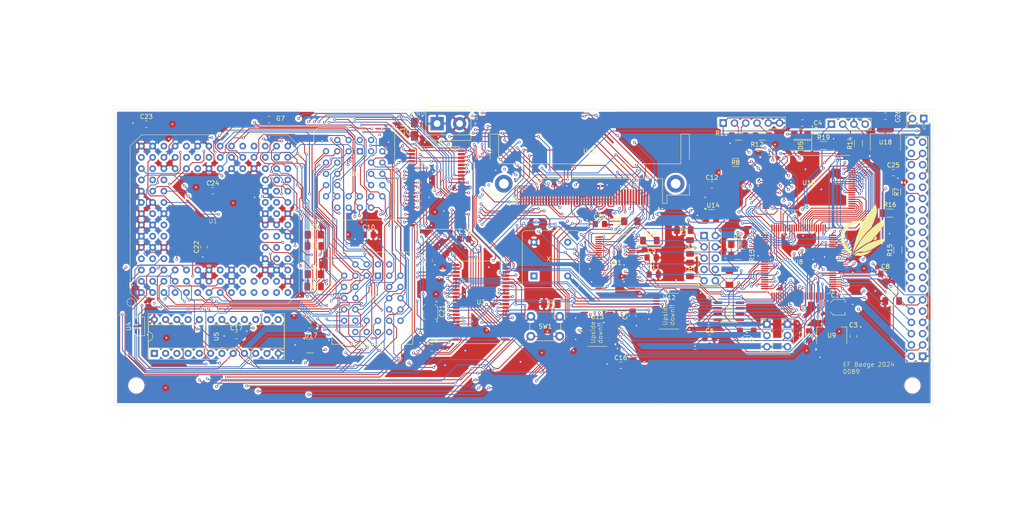
<source format=kicad_pcb>
(kicad_pcb (version 20240108) (generator "pcbnew") (generator_version "8.0")
  (layers (0 "F.Cu" signal) (1 "In1.Cu" signal) (2 "In2.Cu" signal) (31 "B.Cu" signal) (34 "B.Paste" user) (35 "F.Paste" user) (36 "B.SilkS" user "B.Silkscreen") (37 "F.SilkS" user "F.Silkscreen") (38 "B.Mask" user) (39 "F.Mask" user) (44 "Edge.Cuts" user))
  (net 0 "")
  (net 1 "GND")
  (net 2 "+5V")
  (net 3 "+3V3")
  (net 4 "Net-(D1-K)")
  (net 5 "Net-(D2-K)")
  (net 6 "Net-(D3-K)")
  (net 7 "Net-(D3-A)")
  (net 8 "Net-(D4-K)")
  (net 10 "Net-(J1-Pin_5)")
  (net 12 "Net-(J1-Pin_3)")
  (net 13 "Net-(J1-Pin_9)")
  (net 15 "Net-(J1-Pin_1)")
  (net 16 "Net-(J2-Pin_2)")
  (net 17 "Net-(J3-Pin_2)")
  (net 18 "Net-(J4-Pin_4)")
  (net 19 "NES_CLK")
  (net 20 "NES_LATCH")
  (net 21 "UTX")
  (net 22 "URX")
  (net 23 "VRAM_D2")
  (net 24 "VRAM_D1")
  (net 25 "~{DISP_CS}")
  (net 26 "VRAM_D14")
  (net 28 "Net-(J6-Pin_20)")
  (net 30 "~{DISP_WR}")
  (net 31 "VRAM_D9")
  (net 32 "Net-(J8-Pin_2)")
  (net 33 "VRAM_D8")
  (net 35 "Net-(J6-Pin_37)")
  (net 36 "VRAM_D11")
  (net 39 "DISP_D{slash}~{C}")
  (net 40 "VRAM_D6")
  (net 41 "~{RESET}")
  (net 42 "VRAM_D3")
  (net 45 "VRAM_D0")
  (net 50 "VRAM_D7")
  (net 51 "VRAM_D10")
  (net 53 "VRAM_D12")
  (net 55 "~{DISP_RD}")
  (net 56 "VRAM_D5")
  (net 57 "VRAM_D15")
  (net 58 "VRAM_D13")
  (net 59 "VRAM_D4")
  (net 61 "Net-(U1B-~{LOCK})")
  (net 62 "D{slash}~{C}")
  (net 63 "~{VRAM_CS}")
  (net 64 "Net-(U17-~{MR})")
  (net 65 "NES_DATA")
  (net 66 "A23")
  (net 68 "A31")
  (net 69 "D26")
  (net 70 "M{slash}~{IO}")
  (net 71 "A10")
  (net 72 "D24")
  (net 73 "~{BE1}")
  (net 75 "D14")
  (net 76 "A15")
  (net 78 "D19")
  (net 79 "D9")
  (net 80 "A13")
  (net 82 "A2")
  (net 83 "A28")
  (net 85 "INT")
  (net 86 "D10")
  (net 87 "D22")
  (net 88 "D23")
  (net 89 "A27")
  (net 90 "~{BE0}")
  (net 91 "A25")
  (net 92 "A3")
  (net 93 "D21")
  (net 94 "D25")
  (net 95 "D30")
  (net 96 "D11")
  (net 97 "A11")
  (net 98 "D6")
  (net 99 "A22")
  (net 100 "A18")
  (net 101 "W{slash}~{R}")
  (net 103 "A17")
  (net 104 "A4")
  (net 105 "A26")
  (net 106 "D2")
  (net 107 "A6")
  (net 108 "D1")
  (net 109 "~{ADS}")
  (net 110 "A21")
  (net 111 "D4")
  (net 112 "A30")
  (net 113 "A29")
  (net 114 "~{BE3}")
  (net 115 "D8")
  (net 116 "A20")
  (net 117 "RESET")
  (net 118 "CLK")
  (net 119 "D15")
  (net 120 "~{A31}")
  (net 121 "D12")
  (net 122 "D17")
  (net 123 "A24")
  (net 124 "A14")
  (net 125 "D28")
  (net 126 "D3")
  (net 127 "A12")
  (net 129 "~{READY}")
  (net 130 "~{BE2}")
  (net 131 "D7")
  (net 132 "A8")
  (net 133 "D27")
  (net 134 "D18")
  (net 136 "A16")
  (net 137 "A9")
  (net 139 "D16")
  (net 140 "A19")
  (net 141 "D5")
  (net 142 "D0")
  (net 143 "D20")
  (net 144 "D29")
  (net 145 "D13")
  (net 146 "D31")
  (net 147 "A7")
  (net 148 "A5")
  (net 150 "~{RAMCE}")
  (net 151 "~{WE}")
  (net 154 "A1")
  (net 155 "~{ATA_CS0}")
  (net 157 "~{ROMCS}")
  (net 158 "Net-(U13-B1)")
  (net 159 "~{ATA_CS1}")
  (net 164 "VRAM_A7")
  (net 165 "3V3_D4")
  (net 166 "VRAM_A8")
  (net 167 "3V3_A4")
  (net 168 "VRAM_A14")
  (net 169 "VRAM_A11")
  (net 170 "VRAM_A13")
  (net 171 "3V3_D7")
  (net 172 "3V3_D20")
  (net 173 "3V3_D3")
  (net 174 "VRAM_A19")
  (net 175 "3V3_D6")
  (net 176 "3V3_M{slash}~{IO}")
  (net 177 "3V3_D23")
  (net 178 "3V3_A2")
  (net 179 "3V3_D16")
  (net 180 "3V3_W{slash}~{R}")
  (net 181 "3V3_D5")
  (net 182 "VRAM_A1")
  (net 183 "3V3_D1")
  (net 184 "3V3_D15")
  (net 185 "3V3_D13")
  (net 186 "VRAM_A3")
  (net 187 "3V3_D9")
  (net 188 "3V3_D12")
  (net 189 "VRAM_A17")
  (net 190 "3V3_INT")
  (net 191 "3V3_D22")
  (net 192 "3V3_D17")
  (net 193 "~{VRAM_LB}")
  (net 194 "3V3_D11")
  (net 195 "3V3_D0")
  (net 196 "VRAM_A6")
  (net 197 "VRAM_A10")
  (net 198 "VRAM_A4")
  (net 199 "VRAM_A12")
  (net 200 "3V3_D14")
  (net 201 "3V3_D18")
  (net 202 "~{3V3_ADS}")
  (net 203 "VRAM_A15")
  (net 204 "VRAM_A9")
  (net 205 "3V3_D2")
  (net 206 "VRAM_A16")
  (net 207 "VRAM_A0")
  (net 208 "3V3_D21")
  (net 209 "3V3_D19")
  (net 210 "Net-(U16-CLK)")
  (net 211 "3V3_A3")
  (net 212 "VRAM_A5")
  (net 213 "3V3_D8")
  (net 214 "~{VRAM_UB}")
  (net 215 "BDIR")
  (net 216 "VRAM_A18")
  (net 217 "3V3_D10")
  (net 218 "VRAM_A2")
  (net 221 "Net-(J6-Pin_3)")
  (net 235 "Net-(D5-K)")
  (footprint "Package_TO_SOT_SMD:SOT-23-5" (layer "F.Cu") (at 116.125135 123.17)
    (property "Reference" "U17")
    (property "Value" "MCP1319MT-29LE-OT")
  )
  (footprint "MountingHole:MountingHole_3.2mm_M3_ISO7380" (layer "F.Cu") (at 76.962 132.08)
    (property "Reference" "H1" (hide yes))
    (property "Value" "MountingHole" (hide yes))
  )
  (footprint "Capacitor_SMD:C_0805_2012Metric_Pad1.18x1.45mm_HandSolder" (layer "F.Cu") (at 116.025135 118.41)
    (property "Reference" "C1")
    (property "Value" "100nF")
  )
  (footprint "Package_SO:TSOP-I-48_18.4x12mm_P0.5mm" (layer "F.Cu") (at 228.6 86.36)
    (property "Reference" "U15")
    (property "Value" "IS61WV102416FBLL")
  )
  (footprint "Package_TO_SOT_SMD:SOT-223-3_TabPin2" (layer "F.Cu") (at 245.872 77.216 90)
    (property "Reference" "U18")
    (property "Value" "AMS1117-3.3")
  )
  (footprint "Resistor_SMD:R_1206_3216Metric_Pad1.30x1.75mm_HandSolder" (layer "F.Cu") (at 248.412 88.392 90)
    (property "Reference" "R7")
    (property "Value" "10K")
  )
  (footprint "Resistor_SMD:R_1206_3216Metric_Pad1.30x1.75mm_HandSolder" (layer "F.Cu") (at 192.757 99.424)
    (property "Reference" "R10")
    (property "Value" "1K")
  )
  (footprint "LED_SMD:LED_1206_3216Metric_Pad1.42x1.75mm_HandSolder" (layer "F.Cu") (at 226.7855 77.978 180)
    (property "Reference" "D5")
    (property "Value" "LED")
  )
  (footprint "Capacitor_SMD:C_0805_2012Metric_Pad1.18x1.45mm_HandSolder" (layer "F.Cu") (at 181.4835 95.681)
    (property "Reference" "C20")
    (property "Value" "100nF")
  )
  (footprint "Capacitor_SMD:C_0805_2012Metric_Pad1.18x1.45mm_HandSolder" (layer "F.Cu") (at 92.202 100.8595 90)
    (property "Reference" "C22")
    (property "Value" "100nF")
  )
  (footprint "Resistor_SMD:R_1206_3216Metric_Pad1.30x1.75mm_HandSolder" (layer "F.Cu") (at 117.047635 109.75)
    (property "Reference" "R2")
    (property "Value" "1K")
  )
  (footprint "Package_SO:TSOP-II-44_10.16x18.41mm_P0.8mm" (layer "F.Cu") (at 154.6865 113.316)
    (property "Reference" "U3")
    (property "Value" "IS61C25616")
  )
  (footprint "Button_Switch_THT:SW_PUSH_6mm" (layer "F.Cu") (at 165.914 116.491)
    (property "Reference" "SW1")
    (property "Value" "SW_Push")
  )
  (footprint "Capacitor_SMD:C_0805_2012Metric_Pad1.18x1.45mm_HandSolder" (layer "F.Cu") (at 99.531 120.796)
    (property "Reference" "C17")
    (property "Value" "100nF")
  )
  (footprint "Resistor_SMD:R_1206_3216Metric_Pad1.30x1.75mm_HandSolder" (layer "F.Cu") (at 247.396 113.03)
    (property "Reference" "R17")
    (property "Value" "1K")
  )
  (footprint "Capacitor_SMD:C_0805_2012Metric_Pad1.18x1.45mm_HandSolder" (layer "F.Cu") (at 193.1595 103.234)
    (property "Reference" "C5")
    (property "Value" "100nF")
  )
  (footprint "Capacitor_SMD:C_0805_2012Metric_Pad1.18x1.45mm_HandSolder" (layer "F.Cu") (at 228.6685 120.796 90)
    (property "Reference" "C2")
    (property "Value" "100nF")
  )
  (footprint "Capacitor_SMD:C_0805_2012Metric_Pad1.18x1.45mm_HandSolder" (layer "F.Cu") (at 79.2265 73.152)
    (property "Reference" "C23")
    (property "Value" "100nF")
  )
  (footprint "Package_SO:TSSOP-24_4.4x7.8mm_P0.65mm" (layer "F.Cu") (at 197.104 115.316 180)
    (property "Reference" "U12")
    (property "Value" "SN74LVC8T245")
  )
  (footprint "LED_SMD:LED_1206_3216Metric_Pad1.42x1.75mm_HandSolder" (layer "F.Cu") (at 117.110135 106.98)
    (property "Reference" "D2")
    (property "Value" "LED")
  )
  (footprint "Package_SO:TSSOP-24_4.4x7.8mm_P0.65mm" (layer "F.Cu") (at 180.9065 119.221 180)
    (property "Reference" "U13")
    (property "Value" "SN74LVC8T245")
  )
  (footprint "Capacitor_SMD:C_0805_2012Metric_Pad1.18x1.45mm_HandSolder" (layer "F.Cu") (at 142.965 103.905 90)
    (property "Reference" "C19")
    (property "Value" "100nF")
  )
  (footprint "Resistor_SMD:R_1206_3216Metric_Pad1.30x1.75mm_HandSolder" (layer "F.Cu") (at 201.803 105.918 90)
    (property "Reference" "R6")
    (property "Value" "10K")
  )
  (footprint "TholinsStuff:SOIC-6" (layer "F.Cu") (at 77.5535 118.746)
    (property "Reference" "U4")
    (property "Value" "74AHC1G04")
  )
  (footprint "Capacitor_SMD:CP_Elec_3x5.4" (layer "F.Cu") (at 143.1975 115.335 -90)
    (property "Reference" "C21")
    (property "Value" "10µF")
  )
  (footprint "Capacitor_SMD:C_0805_2012Metric_Pad1.18x1.45mm_HandSolder" (layer "F.Cu") (at 129.360135 98.09)
    (property "Reference" "C10")
    (property "Value" "100nF")
  )
  (footprint "Resistor_SMD:R_1206_3216Metric_Pad1.30x1.75mm_HandSolder" (layer "F.Cu") (at 212.7685 75.865)
    (property "Reference" "R11")
    (property "Value" "1K")
  )
  (footprint "own:icon" (layer "F.Cu") (at 240.792 97.028)
    (property "Reference" "G***" (hide yes))
    (property "Value" "LOGO" (hide yes))
  )
  (footprint "LED_SMD:LED_1206_3216Metric_Pad1.42x1.75mm_HandSolder" (layer "F.Cu") (at 188.4685 95.046)
    (property "Reference" "D3")
    (property "Value" "LED")
  )
  (footprint "LED_SMD:LED_1206_3216Metric_Pad1.42x1.75mm_HandSolder" (layer "F.Cu") (at 117.110135 98.09)
    (property "Reference" "D1")
    (property "Value" "LED")
  )
  (footprint "Resistor_SMD:R_1206_3216Metric_Pad1.30x1.75mm_HandSolder" (layer "F.Cu") (at 239.776 77.47 -90)
    (property "Reference" "R14")
    (property "Value" "10K")
  )
  (footprint "Connector_PinHeader_2.54mm:PinHeader_1x04_P2.54mm_Vertical" (layer "F.Cu") (at 233.69 73.152 90)
    (property "Reference" "J5" (hide yes))
    (property "Value" "UART Module" (hide yes))
  )
  (footprint "Resistor_SMD:R_1206_3216Metric_Pad1.30x1.75mm_HandSolder" (layer "F.Cu") (at 212.09 81.788 180)
    (property "Reference" "R8")
    (property "Value" "10K")
  )
  (footprint "Resistor_SMD:R_1206_3216Metric_Pad1.30x1.75mm_HandSolder" (layer "F.Cu") (at 214.63 119.888 180)
    (property "Reference" "R18")
    (property "Value" "10K")
  )
  (footprint "Capacitor_SMD:C_0805_2012Metric_Pad1.18x1.45mm_HandSolder" (layer "F.Cu") (at 247.65 84.074)
    (property "Reference" "C25")
    (property "Value" "100nF")
  )
  (footprint "Capacitor_SMD:C_0805_2012Metric_Pad1.18x1.45mm_HandSolder" (layer "F.Cu") (at 206.248 121.412)
    (property "Reference" "C6")
    (property "Value" "100nF")
  )
  (footprint "Capacitor_SMD:C_0805_2012Metric_Pad1.18x1.45mm_HandSolder" (layer "F.Cu") (at 143.6 123.59)
    (property "Reference" "C15")
    (property "Value" "100nF")
  )
  (footprint "Capacitor_SMD:C_0805_2012Metric_Pad1.18x1.45mm_HandSolder" (layer "F.Cu") (at 227.141 72.898 180)
    (property "Reference" "C4")
    (property "Value" "100nF")
  )
  (footprint "TholinsStuff:Intel386DX" (layer "F.Cu") (at 95.885 118.745 180)
    (property "Reference" "U1")
    (property "Value" "80386" (hide yes))
  )
  (footprint "Capacitor_SMD:C_0805_2012Metric_Pad1.18x1.45mm_HandSolder" (layer "F.Cu") (at 186.182 127.508)
    (property "Reference" "C16")
    (property "Value" "100nF")
  )
  (footprint "Capacitor_SMD:C_0805_2012Metric_Pad1.18x1.45mm_HandSolder" (layer "F.Cu") (at 94.2125 88.138)
    (property "Reference" "C24")
    (property "Value" "100nF")
  )
  (footprint "Capacitor_SMD:CP_Elec_3x5.4" (layer "F.Cu") (at 139.7 74.295 90)
    (property "Reference" "C14")
    (property "Value" "10µF")
  )
  (footprint "Connector_PinHeader_2.54mm:PinHeader_1x03_P2.54mm_Vertical" (layer "F.Cu") (at 219.1435 118.256)
    (property "Reference" "J2" (hide yes))
    (property "Value" "Jumper S0" (hide yes))
  )
  (footprint "Connector_PinHeader_2.54mm:PinHeader_2x20_P2.54mm_Vertical" (layer "F.Cu") (at 254.254 125.476 180)
    (property "Reference" "J6" (hide yes))
    (property "Value" "To_Display" (hide yes))
  )
  (footprint "TerminalBlock:TerminalBlock_bornier-2_P5.08mm" (layer "F.Cu") (at 144.78 73.025)
    (property "Reference" "J7" (hide yes))
    (property "Value" "Screw_Terminal_01x02" (hide yes))
  )
  (footprint "LED_SMD:LED_1206_3216Metric_Pad1.42x1.75mm_HandSolder" (layer "F.Cu") (at 212.598 100.203)
    (property "Reference" "D4")
    (property "Value" "LED")
  )
  (footprint "Capacitor_SMD:C_0805_2012Metric_Pad1.18x1.45mm_HandSolder" (layer "F.Cu") (at 238.648865 120.9825 90)
    (property "Reference" "C3")
    (property "Value" "100nF")
  )
  (footprint "Resistor_SMD:R_1206_3216Metric_Pad1.30x1.75mm_HandSolder" (layer "F.Cu") (at 117.110135 100.63)
    (property "Reference" "R1")
    (property "Value" "1K")
  )
  (footprint "Capacitor_SMD:C_0805_2012Metric_Pad1.18x1.45mm_HandSolder" (layer "F.Cu") (at 245.872 71.374)
    (property "Reference" "C26")
    (property "Value" "100nF")
  )
  (footprint "Capacitor_SMD:C_0805_2012Metric_Pad1.18x1.45mm_HandSolder" (layer "F.Cu") (at 150.876 99.06)
    (property "Reference" "C18")
    (property "Value" "100nF")
  )
  (footprint "Package_SO:TSSOP-48_6.1x12.5mm_P0.5mm" (layer "F.Cu") (at 184.912 104.394)
    (property "Reference" "U11")
    (property "Value" "SN74ALVC164245DGG")
  )
  (footprint "TholinsStuff:CF-Card_3M_N7E50-E516xx-30_fixed" (layer "F.Cu") (at 179.197 86.487 90)
    (property "Reference" "U10")
    (property "Value" "CF_CARD")
  )
  (footprint "Package_DIP:DIP-24_W7.62mm_Socket" (layer "F.Cu") (at 81.026 124.841 90)
    (property "Reference" "U5")
    (property "Value" "GAL22V10")
  )
  (footprint "Capacitor_SMD:C_0805_2012Metric_Pad1.18x1.45mm_HandSolder" (layer "F.Cu") (at 206.756 86.868)
    (property "Reference" "C12")
    (property "Value" "100nF")
  )
  (footprint "Package_SO:TSOP-II-44_10.16x18.41mm_P0.8mm" (layer "F.Cu") (at 144.637635 87.53)
    (property "Reference" "U2")
    (property "Value" "IS61C25616")
  )
  (footprint "Package_TO_SOT_SMD:SOT-23-5" (layer "F.Cu") (at 206.560135 93.96)
    (property "Reference" "U14")
    (property "Value" "SN74LV1T34DCK")
  )
  (footprint "Package_LCC:PLCC-32_THT-Socket" (layer "F.Cu") (at 127.365135 79.275)
    (property "Reference" "U6")
    (property "Value" "SST39SF010")
  )
  (footprint "Capacitor_SMD:C_0805_2012Metric_Pad1.18x1.45mm_HandSolder" (layer "F.Cu") (at 106.897 72.136)
    (property "Reference" "C7")
    (property "Value" "100nF")
  )
  (footprint "Capacitor_SMD:C_0805_2012Metric_Pad1.18x1.45mm_HandSolder" (layer "F.Cu") (at 193.6245 107.044)
    (property "Reference" "C11")
    (property "Value" "100nF")
  )
  (footprint "Package_LCC:PLCC-32_THT-Socket" (layer "F.Cu") (at 131.445 107.315)
    (property "Reference" "U7")
    (property "Value" "SST39SF010")
  )
  (footprint "Resistor_SMD:R_1206_3216Metric_Pad1.30x1.75mm_HandSolder" (layer "F.Cu") (at 212.6355 102.743)
    (property "Reference" "R13")
    (property "Value" "1K")
  )
  (footprint "Resistor_SMD:R_1206_3216Metric_Pad1.30x1.75mm_HandSolder" (layer "F.Cu") (at 248.666 101.574 90)
    (property "Reference" "R15")
    (property "Value" "1K")
  )
  (footprint "Capacitor_SMD:CP_Elec_3x5.4" (layer "F.Cu") (at 235.0185 114.446)
    (property "Reference" "C13")
    (property "Value" "10µF")
  )
  (footprint "MountingHole:MountingHole_3.2mm_M3_ISO7380" (layer "F.Cu") (at 251.968 132.08)
    (property "Reference" "H2" (hide yes))
    (property "Value" "MountingHole" (hide yes))
  )
  (footprint "Resistor_SMD:R_1206_3216Metric_Pad1.30x1.75mm_HandSolder" (layer "F.Cu") (at 246.888 93.218 180)
    (property "Reference" "R16")
    (property "Value" "1K")
  )
  (footprint "Capacitor_SMD:C_0805_2012Metric_Pad1.18x1.45mm_HandSolder" (layer "F.Cu") (at 245.872 106.934)
    (property "Reference" "C8")
    (property "Value" "100nF")
  )
  (footprint "Capacitor_SMD:C_0805_2012Metric_Pad1.18x1.45mm_HandSolder" (layer "F.Cu") (at 188.859 116.3185 90)
    (property "Reference" "C9")
    (property "Value" "100nF")
  )
  (footprint "Resistor_SMD:R_1206_3216Metric_Pad1.30x1.75mm_HandSolder" (layer "F.Cu") (at 170.434 113.741)
    (property "Reference" "R9")
    (property "Value" "10K")
  )
  (footprint "Package_QFP:LQFP-100_14x14mm_P0.5mm" (layer "F.Cu") (at 226.3035 104.231)
    (property "Reference" "U8")
    (property "Value" "EPM240T100")
  )
  (footprint "Package_SO:SOIC-8_3.9x4.9mm_P1.27mm" (layer "F.Cu") (at 210.566 115.316)
    (property "Reference" "U16")
    (property "Value" "ICS501")
  )
  (footprint "Resistor_SMD:R_1206_3216Metric_Pad1.30x1.75mm_HandSolder" (layer "F.Cu") (at 231.902 77.978)
    (property "Reference" "R19")
    (property "Value" "1K")
  )
  (footprint "Package_TO_SOT_SMD:SOT-223-3_TabPin2" (layer "F.Cu") (at 233.7485 120.796 90)
    (property "Reference" "U9")
    (property "Value" "AMS1117-3.3")
  )
  (footprint "Connector_PinHeader_2.54mm:PinHeader_2x05_P2.54mm_Vertical" (layer "F.Cu") (at 204.978 98.298)
    (property "Reference" "J1" (hide yes))
    (property "Value" "JTAG" (hide yes))
  )
  (footprint "Resistor_SMD:R_1206_3216Metric_Pad1.30x1.75mm_HandSolder" (layer "F.Cu") (at 210.693 107.823 90)
    (property "Reference" "R3")
    (property "Value" "10K")
  )
  (footprint "Connector_PinHeader_2.54mm:PinHeader_1x03_P2.54mm_Vertical" (layer "F.Cu") (at 223.7935 118.256)
    (property "Reference" "J3" (hide yes))
    (property "Value" "Jumper S1" (hide yes))
  )
  (footprint "Connector_PinSocket_2.54mm:PinSocket_1x06_P2.54mm_Vertical" (layer "F.Cu") (at 209.296 72.9 90)
    (property "Reference" "J4" (hide yes))
    (property "Value" "NES Controller" (hide yes))
  )
  (footprint "Oscillator:Oscillator_DIP-8" (layer "F.Cu") (at 166.624 107.391)
    (property "Reference" "X1")
    (property "Value" "CXO_DIP8")
  )
  (footprint "Resistor_SMD:R_1206_3216Metric_Pad1.30x1.75mm_HandSolder" (layer "F.Cu") (at 218.1285 75.865)
    (property "Reference" "R12")
    (property "Value" "1K")
  )
  (footprint "LED_SMD:LED_1206_3216Metric_Pad1.42x1.75mm_HandSolder" (layer "F.Cu") (at 226.822 75.438 180)
    (property "Reference" "D6")
    (property "Value" "LED")
  )
  (footprint "Connector_PinHeader_2.54mm:PinHeader_1x02_P2.54mm_Vertical" (layer "F.Cu") (at 254.508 71.882 -90)
    (property "Reference" "J8" (hide yes))
    (property "Value" "Backlight power" (hide yes))
  )
  (footprint "Resistor_SMD:R_1206_3216Metric_Pad1.30x1.75mm_HandSolder" (layer "F.Cu") (at 201.803 100.838 90)
    (property "Reference" "R5")
    (property "Value" "10K")
  )
  (footprint "Resistor_SMD:R_1206_3216Metric_Pad1.30x1.75mm_HandSolder" (layer "F.Cu") (at 200.406 97.028 180)
    (property "Reference" "R4")
    (property "Value" "10K")
  )
  (gr_rect (start 72.120135 69.877) (end 256.524135 136.552) (stroke (width 0.05)) (fill none) (layer "Edge.Cuts"))
  (gr_text "G" (at 254 74.422 0) (layer "F.SilkS") (effects (font (size 1 1) (thickness 0.1)) (justify left bottom)))
  (gr_text "EF Badge 2024\n0089" (at 236.22 129.54 0) (layer "F.SilkS") (effects (font (size 1 1) (thickness 0.1)) (justify left bottom)))
  (gr_text "GND" (at 138.938 71.374 0) (layer "F.SilkS") (effects (font (size 1 1) (thickness 0.1)) (justify left bottom)))
  (gr_text "5" (at 250.19 74.676 0) (layer "F.SilkS") (effects (font (size 1 1) (thickness 0.1)) (justify left bottom)))
  (gr_text "Upside\ndown!!" (at 198.374 118.618 90) (layer "F.SilkS") (effects (font (size 1 1) (thickness 0.1)) (justify left bottom)))
  (gr_text "+5V" (at 153.924 73.66 90) (layer "F.SilkS") (effects (font (size 1 1) (thickness 0.1)) (justify left bottom)))
  (gr_text "Upside\ndown!!" (at 182.118 122.682 90) (layer "F.SilkS") (effects (font (size 1 1) (thickness 0.1)) (justify left bottom)))
  (segment (start 223.3035 108.7495) (end 223.266 108.712) (width 0.2) (layer "F.Cu") (net 1))
  (segment (start 160.274 112.916) (end 157.690002 112.916) (width 0.2) (layer "F.Cu") (net 1))
  (segment (start 107.9345 72.136) (end 108.966 72.136) (width 0.2) (layer "F.Cu") (net 1))
  (segment (start 238.2875 86.11) (end 234.446 86.11) (width 0.2) (layer "F.Cu") (net 1))
  (segment (start 98.4935 120.796) (end 96.882 120.796) (width 0.2) (layer "F.Cu") (net 1))
  (segment (start 239.211 119.945) (end 240.284 118.872) (width 0.2) (layer "F.Cu") (net 1))
  (segment (start 212.09 105.664) (end 209.804 103.378) (width 0.2) (layer "F.Cu") (net 1))
  (segment (start 188.6245 98.644) (end 188.6245 98.1415) (width 0.2) (layer "F.Cu") (net 1))
  (segment (start 182.955471 101.254) (end 183.128529 101.254) (width 0.2) (layer "F.Cu") (net 1))
  (segment (start 188.859 117.356) (end 188.859 117.739) (width 0.2) (layer "F.Cu") (net 1))
  (segment (start 179.401 95.681) (end 178.816 96.266) (width 0.2) (layer "F.Cu") (net 1))
  (segment (start 192.587 107.044) (end 192.624 107.007) (width 0.2) (layer "F.Cu") (net 1))
  (segment (start 236.5185 114.446) (end 237.852 114.446) (width 0.2) (layer "F.Cu") (net 1))
  (segment (start 187.85459 100.144) (end 187.587 99.87641) (width 0.2) (layer "F.Cu") (net 1))
  (segment (start 233.452 77.978) (end 233.452 77.19) (width 0.2) (layer "F.Cu") (net 1))
  (segment (start 185.867 89.587) (end 185.867 87.437) (width 0.2) (layer "F.Cu") (net 1))
  (segment (start 228.6 72.898) (end 229.362 73.66) (width 0.2) (layer "F.Cu") (net 1))
  (segment (start 93.175 88.138) (end 93.175 86.657) (width 0.2) (layer "F.Cu") (net 1))
  (segment (start 179.501 95.681) (end 178.562 94.742) (width 0.2) (layer "F.Cu") (net 1))
  (segment (start 179.646 108.644) (end 179.578 108.712) (width 0.2) (layer "F.Cu") (net 1))
  (segment (start 144.2315 104.9425) (end 144.272 104.902) (width 0.2) (layer "F.Cu") (net 1))
  (segment (start 144.013 116.835) (end 144.78 117.602) (width 0.2) (layer "F.Cu") (net 1))
  (segment (start 183.48 101.605471) (end 183.48 102.102529) (width 0.2) (layer "F.Cu") (net 1))
  (segment (start 231.4485 122.5385) (end 231.4485 123.946) (width 0.2) (layer "F.Cu") (net 1))
  (segment (start 230.8035 100.100814) (end 229.572735 101.331579) (width 0.2) (layer "F.Cu") (net 1))
  (segment (start 137.933981 87.93) (end 137.878045 87.874064) (width 0.2) (layer "F.Cu") (net 1))
  (segment (start 78.189 73.152) (end 76.454 73.152) (width 0.2) (layer "F.Cu") (net 1))
  (segment (start 233.452 77.19) (end 234.188 76.454) (width 0.2) (layer "F.Cu") (net 1))
  (segment (start 190.139471 103.144) (end 190.505471 102.778) (width 0.2) (layer "F.Cu") (net 1))
  (segment (start 183.48 102.102529) (end 182.438529 103.144) (width 0.2) (layer "F.Cu") (net 1))
  (segment (start 183.031501 116.296) (end 183.769 116.296) (width 0.2) (layer "F.Cu") (net 1))
  (segment (start 194.757 91.379) (end 195.58 92.202) (width 0.2) (layer "F.Cu") (net 1))
  (segment (start 142.965 104.9425) (end 144.2315 104.9425) (width 0.2) (layer "F.Cu") (net 1))
  (segment (start 237.852 114.446) (end 238.506 113.792) (width 0.2) (layer "F.Cu") (net 1))
  (segment (start 96.882 120.796) (end 96.774 120.904) (width 0.2) (layer "F.Cu") (net 1))
  (segment (start 142.5625 123.59) (end 141.4005 122.428) (width 0.2) (layer "F.Cu") (net 1))
  (segment (start 108.966 72.136) (end 109.22 71.882) (width 0.2) (layer "F.Cu") (net 1))
  (segment (start 232.8785 105.46341) (end 232.8785 103.49859) (width 0.2) (layer "F.Cu") (net 1))
  (segment (start 228.1785 72.898) (end 228.6 72.898) (width 0.2) (layer "F.Cu") (net 1))
  (segment (start 217.682 86.61) (end 217.17 87.122) (width 0.2) (layer "F.Cu") (net 1))
  (segment (start 185.1445 127.508) (end 183.388 127.508) (width 0.2) (layer "F.Cu") (net 1))
  (segment (start 194.757 89.587) (end 194.117 89.587) (width 0.2) (layer "F.Cu") (net 1))
  (segment (start 181.96941 100.144) (end 182.28 100.45459) (width 0.2) (layer "F.Cu") (net 1))
  (segment (start 157.690002 112.916) (end 157.388002 112.614) (width 0.2) (layer "F.Cu") (net 1))
  (segment (start 184.597 89.587) (end 184.597 91.542) (width 0.2) (layer "F.Cu") (net 1))
  (segment (start 188.6245 103.144) (end 190.139471 103.144) (width 0.2) (layer "F.Cu") (net 1))
  (segment (start 180.178 92.548) (end 180.594 92.964) (width 0.2) (layer "F.Cu") (net 1))
  (segment (start 190.824 110.144) (end 192.024 111.344) (width 0.2) (layer "F.Cu") (net 1))
  (segment (start 175.707 89.587) (end 175.707 91.542) (width 0.2) (layer "F.Cu") (net 1))
  (segment (start 183.327 91.542) (end 183.327 89.587) (width 0.2) (layer "F.Cu") (net 1))
  (segment (start 181.1995 105.644) (end 179.344 105.644) (width 0.2) (layer "F.Cu") (net 1))
  (segment (start 182.438529 103.144) (end 181.1995 103.144) (width 0.2) (layer "F.Cu") (net 1))
  (segment (start 181.1995 103.144) (end 179.812 103.144) (width 0.2) (layer "F.Cu") (net 1))
  (segment (start 232.53059 103.49859) (end 232.156 103.124) (width 0.2) (layer "F.Cu") (net 1))
  (segment (start 230.3035 111.906) (end 230.3035 113.2095) (width 0.2) (layer "F.Cu") (net 1))
  (segment (start 128.322635 98.09) (end 127.208 98.09) (width 0.2) (layer "F.Cu") (net 1))
  (segment (start 178.044 121.496) (end 176.192 121.496) (width 0.2) (layer "F.Cu") (net 1))
  (segment (start 179.994 92.548) (end 180.787 91.755) (width 0.2) (layer "F.Cu") (net 1))
  (segment (start 180.446 95.681) (end 179.401 95.681) (width 0.2) (layer "F.Cu") (net 1))
  (segment (start 187.587 99.87641) (end 187.587 98.91159) (width 0.2) (layer "F.Cu") (net 1))
  (segment (start 199.9665 111.741) (end 198.3695 110.144) (width 0.2) (layer "F.Cu") (net 1))
  (segment (start 187.587 98.91159) (end 187.85459 98.644) (width 0.2) (layer "F.Cu") (net 1))
  (segment (start 190.505471 102.778) (end 191.666 102.778) (width 0.2) (layer "F.Cu") (net 1))
  (segment (start 205.2105 121.412) (end 204.724 121.412) (width 0.2) (layer "F.Cu") (net 1))
  (segment (start 182.372 117.856) (end 182.372 116.955501) (width 0.2) (layer "F.Cu") (net 1))
  (segment (start 231.4485 123.946) (end 231.4485 125.4215) (width 0.2) (layer "F.Cu") (net 1))
  (segment (start 180.787 91.694) (end 180.787 89.587) (width 0.2) (layer "F.Cu") (net 1))
  (segment (start 183.769 116.296) (end 183.769 115.646) (width 0.2) (layer "F.Cu") (net 1))
  (segment (start 218.6285 103.231) (end 218.6285 102.731) (width 0.2) (layer "F.Cu") (net 1))
  (segment (start 199.9665 112.391) (end 199.9665 111.741) (width 0.2) (layer "F.Cu") (net 1))
  (segment (start 139.7 72.795) (end 140.057 72.795) (width 0.2) (layer "F.Cu") (net 1))
  (segment (start 233.14609 105.731) (end 232.8785 105.46341) (width 0.2) (layer "F.Cu") (net 1))
  (segment (start 185.867 87.437) (end 186.182 87.122) (width 0.2) (layer "F.Cu") (net 1))
  (segment (start 207.116001 115.951) (end 205.994 117.073001) (width 0.2) (layer "F.Cu") (net 1))
  (segment (start 178.247 89.587) (end 178.247 91.542) (width 0.2) (layer "F.Cu") (net 1))
  (segment (start 92.202 101.897) (end 92.202 102.87) (width 0.2) (layer "F.Cu") (net 1))
  (segment (start 214.884 119.888) (end 214.63 120.142) (width 0.2) (layer "F.Cu") (net 1))
  (segment (start 181.1995 100.144) (end 181.96941 100.144) (width 0.2) (layer "F.Cu") (net 1))
  (segment (start 187.452 109.74141) (end 187.85459 110.144) (width 0.2) (layer "F.Cu") (net 1))
  (segment (start 188.6245 98.1415) (end 188.976 97.79) (width 0.2) (layer "F.Cu") (net 1))
  (segment (start 238.648865 119.945) (end 239.211 119.945) (width 0.2) (layer "F.Cu") (net 1))
  (segment (start 230.8035 96.556) (end 230.8035 100.100814) (width 0.2) (layer "F.Cu") (net 1))
  (segment (start 183.479 91.694) (end 183.327 91.542) (width 0.2) (layer "F.Cu") (net 1))
  (segment (start 187.85459 98.644) (end 188.6245 98.644) (width 0.2) (layer "F.Cu") (net 1))
  (segment (start 205.422635 94.91) (end 204.638 94.91) (width 0.2) (layer "F.Cu") (net 1))
  (segment (start 177.216 115.646) (end 176.022 116.84) (width 0.2) (layer "F.Cu") (net 1))
  (segment (start 187.686 105.644) (end 186.944 104.902) (width 0.2) (layer "F.Cu") (net 1))
  (segment (start 205.7185 86.868) (end 205.7185 89.1755) (width 0.2) (layer "F.Cu") (net 1))
  (segment (start 186.944 104.05459) (end 186.944 104.902) (width 0.2) (layer "F.Cu") (net 1))
  (segment (start 183.327 87.061) (end 183.134 86.868) (width 0.2) (layer "F.Cu") (net 1))
  (segment (start 246.9095 71.374) (end 248.158 71.374) (width 0.2) (layer "F.Cu") (net 1))
  (segment (start 184.506499 122.146) (end 185.42 123.059501) (width 0.2) (layer "F.Cu") (net 1))
  (segment (start 179.812 103.144) (end 179.578 103.378) (width 0.2) (layer "F.Cu") (net 1))
  (segment (start 168.717 87.061) (end 169.080265 86.697735) (width 0.2) (layer "F.Cu") (net 1))
  (segment (start 195.8385 110.144) (end 194.2415 111.741) (width 0.2) (layer "F.Cu") (net 1))
  (segment (start 207.518 108.458) (end 209.804 110.744) (width 0.2) (layer "F.Cu") (net 1))
  (segment (start 180.446 95.681) (end 179.501 95.681) (width 0.2) (layer "F.Cu") (net 1))
  (segment (start 214.1855 102.743) (end 215.011 102.743) (width 0.2) (layer "F.Cu") (net 1))
  (segment (start 224.79 92.964) (end 223.8035 93.9505) (width 0.2) (layer "F.Cu") (net 1))
  (segment (start 140.057 72.795) (end 141.478 71.374) (width 0.2) (layer "F.Cu") (net 1))
  (segment (start 175.859 91.694) (end 176.825 91.694) (width 0.2) (layer "F.Cu") (net 1))
  (segment (start 78.2035 119.871) (end 78.723 119.871) (width 0.2) (layer "F.Cu") (net 1))
  (segment (start 188.6245 110.144) (end 190.824 110.144) (width 0.2) (layer "F.Cu") (net 1))
  (segment (start 218.6285 102.731) (end 217.309 102.731) (width 0.2) (layer "F.Cu") (net 1))
  (segment (start 179.344 105.644) (end 179.197 105.791) (width 0.2) (layer "F.Cu") (net 1))
  (segment (start 179.253 92.548) (end 179.994 92.548) (width 0.2) (layer "F.Cu") (net 1))
  (segment (start 178.247 91.542) (end 179.253 92.548) (width 0.2) (layer "F.Cu") (net 1))
  (segment (start 163.637 90.455) (end 162.814 91.278) (width 0.2) (layer "F.Cu") (net 1))
  (segment (start 187.85459 103.144) (end 186.944 104.05459) (width 0.2) (layer "F.Cu") (net 1))
  (segment (start 183.327 89.587) (end 183.327 87.061) (width 0.2) (layer "F.Cu") (net 1))
  (segment (start 143.1975 116.835) (end 144.013 116.835) (width 0.2) (layer "F.Cu") (net 1))
  (segment (start 178.247 89.587) (end 177.607 89.587) (width 0.2) (layer "F.Cu") (net 1))
  (segment (start 192.421 111.741) (end 192.024 111.344) (width 0.2) (layer "F.Cu") (net 1))
  (segment (start 211.2185 75.865) (end 211.2185 77.0715) (width 0.2) (layer "F.Cu") (net 1))
  (segment (start 188.6245 108.644) (end 187.85459 108.644) (width 0.2) (layer "F.Cu") (net 1))
  (segment (start 243.572 80.366) (end 243.572 77.906256) (width 0.2) (layer "F.Cu") (net 1))
  (segment (start 234.446 86.11) (end 234.188 85.852) (width 0.2) (layer "F.Cu") (net 1))
  (segment (start 168.717 89.587) (end 168.717 87.061) (width 0.2) (layer "F.Cu") (net 1))
  (segment (start 150.225135 87.13) (end 152.033343 87.13) (width 0.2) (layer "F.Cu") (net 1))
  (segment (start 194.757 89.587) (end 194.757 91.379) (width 0.2) (layer "F.Cu") (net 1))
  (segment (start 209.804 110.744) (end 210.058 110.744) (width 0.2) (layer "F.Cu") (net 1))
  (segment (start 176.192 121.496) (end 176.022 121.666) (width 0.2) (layer "F.Cu") (net 1))
  (segment (start 194.2415 117.591) (end 193.029 117.591) (width 0.2) (layer "F.Cu") (net 1))
  (segment (start 211.735 106.273) (end 212.344 105.664) (width 0.2) (layer "F.Cu") (net 1))
  (segment (start 117.062635 118.41) (end 115.071164 116.418529) (width 0.2) (layer "F.Cu") (net 1))
  (segment (start 231.4485 125.4215) (end 231.14 125.73) (width 0.2) (layer "F.Cu") (net 1))
  (segment (start 188.6245 103.144) (end 187.85459 103.144) (width 0.2) (layer "F.Cu") (net 1))
  (segment (start 238.817744 73.152) (end 238.77 73.152) (width 0.2) (layer "F.Cu") (net 1))
  (segment (start 115.071164 116.418529) (end 114.467471 116.418529) (width 0.2) (layer "F.Cu") (net 1))
  (segment (start 175.707 91.542) (end 175.859 91.694) (width 0.2) (layer "F.Cu") (net 1))
  (segment (start 176.825 91.694) (end 176.977 91.542) (width 0.2) (layer "F.Cu") (net 1))
  (segment (start 192.624 107.007) (end 192.624 103.736) (width 0.2) (layer "F.Cu") (net 1))
  (segment (start 216.18 119.888) (end 214.884 119.888) (width 0.2) (layer "F.Cu") (net 1))
  (segment (start 149.814444 113.716) (end 150.510222 114.411778) (width 0.2) (layer "F.Cu") (net 1))
  (segment (start 229.572735 101.331579) (end 229.572735 103.675265) (width 0.2) (layer "F.Cu") (net 1))
  (segment (start 114.987635 123.17) (end 113.01 123.17) (width 0.2) (layer "F.Cu") (net 1))
  (segment (start 210.693 106.273) (end 211.735 106.273) (width 0.2) (layer "F.Cu") (net 1))
  (segment (start 149.099 113.716) (end 149.814444 113.716) (width 0.2) (layer "F.Cu") (net 1))
  (segment (start 127.208 98.09) (end 126.238 99.06) (width 0.2) (layer "F.Cu") (net 1))
  (segment (start 248.158 71.374) (end 248.666 71.882) (width 0.2) (layer "F.Cu") (net 1))
  (segment (start 233.9785 105.731) (end 233.14609 105.731) (width 0.2) (layer "F.Cu") (net 1))
  (segment (start 149.8385 97.5575) (end 149.86 97.536) (width 0.2) (layer "F.Cu") (net 1))
  (segment (start 182.28 100.45459) (end 182.28 100.578529) (width 0.2) (layer "F.Cu") (net 1))
  (segment (start 183.388 127.508) (end 183.134 127.254) (width 0.2) (layer "F.Cu") (net 1))
  (segment (start 228.6685 119.7585) (end 231.4485 122.5385) (width 0.2) (layer "F.Cu") (net 1))
  (segment (start 204.724 121.412) (end 202.946 123.19) (width 0.2) (layer "F.Cu") (net 1))
  (segment (start 92.202 102.87) (end 91.948 103.124) (width 0.2) (layer "F.Cu") (net 1))
  (segment (start 221.998 72.898) (end 221.996 72.9) (width 0.2) (layer "F.Cu") (net 1))
  (segment (start 223.3035 111.906) (end 223.3035 108.7495) (width 0.2) (layer "F.Cu") (net 1))
  (segment (start 188.6245 105.644) (end 187.686 105.644) (width 0.2) (layer "F.Cu") (net 1))
  (segment (start 187.452 109.04659) (end 187.452 109.74141) (width 0.2) (layer "F.Cu") (net 1))
  (segment (start 207.518 98.298) (end 207.518 96.846) (width 0.2) (layer "F.Cu") (net 1))
  (segment (start 139.050135 87.93) (end 137.933981 87.93) (width 0.2) (layer "F.Cu") (net 1))
  (segment (start 180.787 91.755) (end 180.787 91.694) (width 0.2) (layer "F.Cu") (net 1))
  (segment (start 176.977 91.542) (end 176.977 89.587) (width 0.2) (layer "F.Cu") (net 1))
  (segment (start 174.437 87.48247) (end 174.033265 87.078735) (width 0.2) (layer "F.Cu") (net 1))
  (segment (start 193.029 117.591) (end 192.532 117.094) (width 0.2) (layer "F.Cu") (net 1))
  (segment (start 211.2185 77.0715) (end 210.82 77.47) (width 0.2) (layer "F.Cu") (net 1))
  (segment (start 76.454 73.152) (end 76.2 72.898) (width 0.2) (layer "F.Cu") (net 1))
  (segment (start 180.787 91.694) (end 181.905 91.694) (width 0.2) (layer "F.Cu") (net 1))
  (segment (start 243.572 77.906256) (end 238.817744 73.152) (width 0.2) (layer "F.Cu") (net 1))
  (segment (start 215.011 102.743) (end 215.646 102.108) (width 0.2) (layer "F.Cu") (net 1))
  (segment (start 205.994 117.073001) (end 205.994 118.11) (width 0.2) (layer "F.Cu") (net 1))
  (segment (start 78.723 119.871) (end 79.502 120.65) (width 0.2) (layer "F.Cu") (net 1))
  (segment (start 212.344 105.664) (end 212.09 105.664) (width 0.2) (layer "F.Cu") (net 1))
  (segment (start 218.9125 86.61) (end 217.682 86.61) (width 0.2) (layer "F.Cu") (net 1))
  (segment (start 248.6875 84.074) (end 248.6875 85.3225) (width 0.2) (layer "F.Cu") (net 1))
  (segment (start 182.372 116.955501) (end 183.031501 116.296) (width 0.2) (layer "F.Cu") (net 1))
  (segment (start 164.277 89.587) (end 163.637 89.587) (width 0.2) (layer "F.Cu") (net 1))
  (segment (start 204.638 94.91) (end 203.454 93.726) (width 0.2) (layer "F.Cu") (net 1))
  (segment (start 184.445 91.694) (end 183.479 91.694) (width 0.2) (layer "F.Cu") (net 1))
  (segment (start 248.6875 85.3225) (end 248.666 85.344) (width 0.2) (layer "F.Cu") (net 1))
  (segment (start 188.6245 100.144) (end 187.85459 100.144) (width 0.2) (layer "F.Cu") (net 1))
  (segment (start 198.3695 110.144) (end 195.8385 110.144) (width 0.2) (layer "F.Cu") (net 1))
  (segment (start 187.85459 110.144) (end 188.6245 110.144) (width 0.2) (layer "F.Cu") (net 1))
  (segment (start 179.994 92.548) (end 180.178 92.548) (width 0.2) (layer "F.Cu") (net 1))
  (segment (start 182.28 100.578529) (end 182.955471 101.254) (width 0.2) (layer "F.Cu") (net 1))
  (segment (start 232.8785 103.49859) (end 232.53059 103.49859) (width 0.2) (layer "F.Cu") (net 1))
  (segment (start 181.905 91.694) (end 182.057 91.542) (width 0.2) (layer "F.Cu") (net 1))
  (segment (start 188.859 117.739) (end 189.738 118.618) (width 0.2) (layer "F.Cu") (net 1))
  (segment (start 177.607 89.587) (end 176.977 89.587) (width 0.2) (layer "F.Cu") (net 1))
  (segment (start 183.769 122.146) (end 184.506499 122.146) (width 0.2) (layer "F.Cu") (net 1))
  (segment (start 233.14609 103.231) (end 233.9785 103.231) (width 0.2) (layer "F.Cu") (net 1))
  (segment (start 183.128529 101.254) (end 183.48 101.605471) (width 0.2) (layer "F.Cu") (net 1))
  (segment (start 152.033343 87.13) (end 152.308 87.404657) (width 0.2) (layer "F.Cu") (net 1))
  (segment (start 141.4005 122.428) (end 140.97 122.428) (width 0.2) (layer "F.Cu") (net 1))
  (segment (start 187.452 109.04659) (end 187.27859 109.04659) (width 0.2) (layer "F.Cu") (net 1))
  (segment (start 223.8035 93.9505) (end 223.8035 96.556) (width 0.2) (layer "F.Cu") (net 1))
  (segment (start 205.7185 89.1755) (end 205.232 89.662) (width 0.2) (layer "F.Cu") (net 1))
  (segment (start 192.624 103.736) (end 192.122 103.234) (width 0.2) (layer "F.Cu") (net 1))
  (segment (start 163.637 89.587) (end 163.637 90.201) (width 0.2) (layer "F.Cu") (net 1))
  (segment (start 182.057 91.542) (end 182.057 89.587) (width 0.2) (layer "F.Cu") (net 1))
  (segment (start 191.666 102.778) (end 192.122 103.234) (width 0.2) (layer "F.Cu") (net 1))
  (segment (start 174.437 89.587) (end 174.437 87.48247) (width 0.2) (layer "F.Cu") (net 1))
  (segment (start 208.091 115.951) (end 207.116001 115.951) (width 0.2) (layer "F.Cu") (net 1))
  (segment (start 185.42 123.059501) (end 185.42 123.698) (width 0.2) (layer "F.Cu") (net 1))
  (segment (start 163.637 89.587) (end 163.637 90.455) (width 0.2) (layer "F.Cu") (net 1))
  (segment (start 187.27859 109.04659) (end 186.944 108.712) (width 0.2) (layer "F.Cu") (net 1))
  (segment (start 217.309 102.731) (end 217.17 102.87) (width 0.2) (layer "F.Cu") (net 1))
  (segment (start 184.597 91.542) (end 184.445 91.694) (width 0.2) (layer "F.Cu") (net 1))
  (segment (start 93.175 86.657) (end 93.726 86.106) (width 0.2) (layer "F.Cu") (net 1))
  (segment (start 194.2415 111.741) (end 192.421 111.741) (width 0.2) (layer "F.Cu") (net 1))
  (segment (start 113.01 123.17) (end 112.776 122.936) (width 0.2) (layer "F.Cu") (net 1))
  (segment (start 244.8345 106.934) (end 243.84 106.934) (width 0.2) (layer "F.Cu") (net 1))
  (segment (start 243.84 106.934) (end 242.824 105.918) (width 0.2) (layer "F.Cu") (net 1))
  (segment (start 178.044 115.646) (end 177.216 115.646) (width 0.2) (layer "F.Cu") (net 1))
  (segment (start 187.85459 108.644) (end 187.452 109.04659) (width 0.2) (layer "F.Cu") (net 1))
  (segment (start 232.8785 103.49859) (end 233.14609 103.231) (width 0.2) (layer "F.Cu") (net 1))
  (segment (start 207.518 96.846) (end 209.804 94.56) (width 0.2) (layer "F.Cu") (net 1))
  (segment (start 181.1995 108.644) (end 179.646 108.644) (width 0.2) (layer "F.Cu") (net 1))
  (segment (start 230.3035 113.2095) (end 230.632 113.538) (width 0.2) (layer "F.Cu") (net 1))
  (segment (start 149.8385 99.06) (end 149.8385 97.5575) (width 0.2) (layer "F.Cu") (net 1))
  (via (at 248.666 85.344) (size 0.6) (drill 0.3) (layers "F.Cu" "B.Cu") (net 1))
  (via (at 210.82 77.47) (size 0.6) (drill 0.3) (layers "F.Cu" "B.Cu") (net 1))
  (via (at 217.17 102.87) (size 0.6) (drill 0.3) (layers "F.Cu" "B.Cu") (net 1))
  (via (at 112.268 104.648) (size 0.6) (drill 0.3) (layers "F.Cu" "B.Cu") (net 1))
  (via (at 174.033265 87.078735) (size 0.6) (drill 0.3) (layers "F.Cu" "B.Cu") (net 1))
  (via (at 219.964 103.632) (size 0.6) (drill 0.3) (layers "F.Cu" "B.Cu") (net 1))
  (via (at 212.344 105.664) (size 0.6) (drill 0.3) (layers "F.Cu" "B.Cu") (net 1))
  (via (at 143.002 89.662) (size 0.6) (drill 0.3) (layers "F.Cu" "B.Cu") (net 1))
  (via (at 209.804 94.56) (size 0.6) (drill 0.3) (layers "F.Cu" "B.Cu") (net 1))
  (via (at 152.308 87.404657) (size 0.6) (drill 0.3) (layers "F.Cu" "B.Cu") (net 1))
  (via (at 229.572735 103.675265) (size 0.6) (drill 0.3) (layers "F.Cu" "B.Cu") (net 1))
  (via (at 203.454 93.726) (size 0.6) (drill 0.3) (layers "F.Cu" "B.Cu") (net 1))
  (via (at 144.78 117.602) (size 0.6) (drill 0.3) (layers "F.Cu" "B.Cu") (net 1))
  (via (at 230.632 113.538) (size 0.6) (drill 0.3) (layers "F.Cu" "B.Cu") (net 1))
  (via (at 78.983 102.454) (size 0.6) (drill 0.3) (layers "F.Cu" "B.Cu") (net 1))
  (via (at 224.79 92.964) (size 0.6) (drill 0.3) (layers "F.Cu" "B.Cu") (net 1))
  (via (at 234.188 85.852) (size 0.6) (drill 0.3) (layers "F.Cu" "B.Cu") (net 1))
  (via (at 109.22 71.882) (size 0.6) (drill 0.3) (layers "F.Cu" "B.Cu") (net 1))
  (via (at 157.988 83.566) (size 0.6) (drill 0.3) (layers "F.Cu" "B.Cu") (net 1))
  (via (at 150.510222 114.411778) (size 0.6) (drill 0.3) (layers "F.Cu" "B.Cu") (net 1))
  (via (at 182.372 117.856) (size 0.6) (drill 0.3) (layers "F.Cu" "B.Cu") (net 1))
  (via (at 143.764 83.82) (size 0.6) (drill 0.3) (layers "F.Cu" "B.Cu") (net 1))
  (via (at 232.156 103.124) (size 0.6) (drill 0.3) (layers "F.Cu" "B.Cu") (net 1))
  (via (at 115.57 119.888) (size 0.6) (drill 0.3) (layers "F.Cu" "B.Cu") (net 1))
  (via (at 214.63 120.142) (size 0.6) (drill 0.3) (layers "F.Cu" "B.Cu") (net 1))
  (via (at 192.532 117.094) (size 0.6) (drill 0.3) (layers "F.Cu" "B.Cu") (net 1))
  (via (at 79.502 120.65) (size 0.6) (drill 0.3) (layers "F.Cu" "B.Cu") (net 1))
  (via (at 231.14 125.73) (size 0.6) (drill 0.3) (layers "F.Cu" "B.Cu") (net 1))
  (via (at 179.578 103.378) (size 0.6) (drill 0.3) (layers "F.Cu" "B.Cu") (net 1))
  (via (at 186.182 87.122) (size 0.6) (drill 0.3) (layers "F.Cu" "B.Cu") (net 1))
  (via (at 120.396 121.92) (size 0.6) (drill 0.3) (layers "F.Cu" "B.Cu") (net 1))
  (via (at 76.2 72.898) (size 0.6) (drill 0.3) (layers "F.Cu" "B.Cu") (net 1))
  (via (at 223.266 108.712) (size 0.6) (drill 0.3) (layers "F.Cu" "B.Cu") (net 1))
  (via (at 162.814 91.278) (size 0.6) (drill 0.3) (layers "F.Cu" "B.Cu") (net 1))
  (via (at 137.878045 87.874064) (size 0.6) (drill 0.3) (layers "F.Cu" "B.Cu") (net 1))
  (via (at 246.794671 97.847269) (size 0.6) (drill 0.3) (layers "F.Cu" "B.Cu") (net 1))
  (via (at 162.56 85.598) (size 0.6) (drill 0.3) (layers "F.Cu" "B.Cu") (net 1))
  (via (at 210.058 110.744) (size 0.6) (drill 0.3) (layers "F.Cu" "B.Cu") (net 1))
  (via (at 221.996 105.41) (size 0.6) (drill 0.3) (layers "F.Cu" "B.Cu") (net 1))
  (via (at 167.132 95.25) (size 0.6) (drill 0.3) (layers "F.Cu" "B.Cu") (net 1))
  (via (at 186.944 104.902) (size 0.6) (drill 0.3) (layers "F.Cu" "B.Cu") (net 1))
  (via (at 209.804 103.378) (size 0.6) (drill 0.3) (layers "F.Cu" "B.Cu") (net 1))
  (via (at 240.284 118.872) (size 0.6) (drill 0.3) (layers "F.Cu" "B.Cu") (net 1))
  (via (at 106.934 76.038) (size 0.6) (drill 0.3) (layers "F.Cu" "B.Cu") (net 1))
  (via (at 112.776 122.936) (size 0.6) (drill 0.3) (layers "F.Cu" "B.Cu") (net 1))
  (via (at 126.238 99.06) (size 0.6) (drill 0.3) (layers "F.Cu" "B.Cu") (net 1))
  (via (at 185.42 123.698) (size 0.6) (drill 0.3) (layers "F.Cu" "B.Cu") (net 1))
  (via (at 229.362 73.66) (size 0.6) (drill 0.3) (layers "F.Cu" "B.Cu") (net 1))
  (via (at 178.816 96.266) (size 0.6) (drill 0.3) (layers "F.Cu" "B.Cu") (net 1))
  (via (at 118.872 76.962) (size 0.6) (drill 0.3) (layers "F.Cu" "B.Cu") (net 1))
  (via (at 169.080265 86.697735) (size 0.6) (drill 0.3) (layers "F.Cu" "B.Cu") (net 1))
  (via (at 91.948 103.124) (size 0.6) (drill 0.3) (layers "F.Cu" "B.Cu") (net 1))
  (via (at 96.774 120.904) (size 0.6) (drill 0.3) (layers "F.Cu" "B.Cu") (net 1))
  (via (at 149.86 97.536) (size 0.6) (drill 0.3) (layers "F.Cu" "B.Cu") (net 1))
  (via (at 144.272 104.902) (size 0.6) (drill 0.3) (layers "F.Cu" "B.Cu") (net 1))
  (via (at 183.134 86.868) (size 0.6) (drill 0.3) (layers "F.Cu" "B.Cu") (net 1))
  (via (at 133.858 77.216) (size 0.6) (drill 0.3) (layers "F.Cu" "B.Cu") (net 1))
  (via (at 224.536 86.106) (size 0.6) (drill 0.3) (layers "F.Cu" "B.Cu") (net 1))
  (via (at 180.594 92.964) (size 0.6) (drill 0.3) (layers "F.Cu" "B.Cu") (net 1))
  (via (at 205.232 89.662) (size 0.6) (drill 0.3) (layers "F.Cu" "B.Cu") (net 1))
  (via (at 141.478 71.374) (size 0.6) (drill 0.3) (layers "F.Cu" "B.Cu") (net 1))
  (via (at 157.388002 112.614) (size 0.6) (drill 0.3) (layers "F.Cu" "B.Cu") (net 1))
  (via (at 189.738 118.618) (size 0.6) (drill 0.3) (layers "F.Cu" "B.Cu") (net 1))
  (via (at 195.58 92.202) (size 0.6) (drill 0.3) (layers "F.Cu" "B.Cu") (net 1))
  (via (at 248.666 71.882) (size 0.6) (drill 0.3) (layers "F.Cu" "B.Cu") (net 1))
  (via (at 215.646 102.108) (size 0.6) (drill 0.3) (layers "F.Cu" "B.Cu") (net 1))
  (via (at 101.846 119.816417) (size 0.6) (drill 0.3) (layers "F.Cu" "B.Cu") (net 1))
  (via (at 183.134 127.254) (size 0.6) (drill 0.3) (layers "F.Cu" "B.Cu") (net 1))
  (via (at 236.430735 112.224735) (size 0.6) (drill 0.3) (layers "F.Cu" "B.Cu") (net 1))
  (via (at 234.188 76.454) (size 0.6) (drill 0.3) (layers "F.Cu" "B.Cu") (net 1))
  (via (at 217.17 87.122) (size 0.6) (drill 0.3) (layers "F.Cu" "B.Cu") (net 1))
  (via (at 178.562 94.742) (size 0.6) (drill 0.3) (layers "F.Cu" "B.Cu") (net 1))
  (via (at 242.824 105.918) (size 0.6) (drill 0.3) (layers "F.Cu" "B.Cu") (net 1))
  (via (at 205.994 118.11) (size 0.6) (drill 0.3) (layers "F.Cu" "B.Cu") (net 1))
  (via (at 179.578 108.712) (size 0.6) (drill 0.3) (layers "F.Cu" "B.Cu") (net 1))
  (via (at 186.944 108.712) (size 0.6) (drill 0.3) (layers "F.Cu" "B.Cu") (net 1))
  (via (at 238.506 113.792) (size 0.6) (drill 0.3) (layers "F.Cu" "B.Cu") (net 1))
  (via (at 202.946 123.19) (size 0.6) (drill 0.3) (layers "F.Cu" "B.Cu") (net 1))
  (via (at 103.632 89.662) (size 0.6) (drill 0.3) (layers "F.Cu" "B.Cu") (net 1))
  (via (at 179.197 105.791) (size 0.6) (drill 0.3) (layers "F.Cu" "B.Cu") (net 1))
  (via (at 112.268 126.492) (size 0.6) (drill 0.3) (layers "F.Cu" "B.Cu") (net 1))
  (via (at 176.022 121.666) (size 0.6) (drill 0.3) (layers "F.Cu" "B.Cu") (net 1))
  (via (at 114.467471 116.418529) (size 0.6) (drill 0.3) (layers "F.Cu" "B.Cu") (net 1))
  (via (at 192.024 111.344) (size 0.6) (drill 0.3) (layers "F.Cu" "B.Cu") (net 1))
  (via (at 146.304 92.71) (size 0.6) (drill 0.3) (layers "F.Cu" "B.Cu") (net 1))
  (via (at 176.022 116.84) (size 0.6) (drill 0.3) (layers "F.Cu" "B.Cu") (net 1))
  (via (at 93.726 86.106) (size 0.6) (drill 0.3) (layers "F.Cu" "B.Cu") (net 1))
  (via (at 188.976 97.79) (size 0.6) (drill 0.3) (layers "F.Cu" "B.Cu") (net 1))
  (via (at 140.97 122.428) (size 0.6) (drill 0.3) (layers "F.Cu" "B.Cu") (net 1))
  (segment (start 109.982 104.648) (end 112.268 104.648) (width 0.2) (layer "B.Cu") (net 1))
  (segment (start 108.585 106.045) (end 109.982 104.648) (width 0.2) (layer "B.Cu") (net 1))
  (segment (start 111.125 78.105) (end 111.125 77.02737) (width 0.2) (layer "B.Cu") (net 1))
  (segment (start 111.125 77.02737) (end 110.13563 76.038) (width 0.2) (layer "B.Cu") (net 1))
  (segment (start 110.13563 76.038) (end 106.934 76.038) (width 0.2) (layer "B.Cu") (net 1))
  (segment (start 179.517 89.587) (end 179.517 91.887) (width 0.2) (layer "F.Cu") (net 2))
  (segment (start 140.124 87.13) (end 140.37 87.376) (width 0.2) (layer "F.Cu") (net 2))
  (segment (start 149.099 112.916) (end 149.861499 112.916) (width 0.2) (layer "F.Cu") (net 2))
  (segment (start 80.032105 101.854) (end 78.994 101.854) (width 0.2) (layer "F.Cu") (net 2))
  (segment (start 188.802 115.224) (end 184.960044 115.224) (width 0.2) (layer "F.Cu") (net 2))
  (segment (start 195.58 94.742) (end 195.58 100.076) (width 0.2) (layer "F.Cu") (net 2))
  (segment (start 239.908 71.75) (end 210.446 71.75) (width 0.2) (layer "F.Cu") (net 2))
  (segment (start 182.521 95.681) (end 182.94699 95.681) (width 0.2) (layer "F.Cu") (net 2))
  (segment (start 158.928 113.716) (end 158.75 113.538) (width 0.2) (layer "F.Cu") (net 2))
  (segment (start 202.23 92.41) (end 201.93 92.71) (width 0.2) (layer "F.Cu") (net 2))
  (segment (start 150.225135 87.93) (end 148.89 87.93) (width 0.2) (layer "F.Cu") (net 2))
  (segment (start 194.2415 118.891) (end 194.2415 118.241) (width 0.2) (layer "F.Cu") (net 2))
  (segment (start 93.345 78.953529) (end 94.488 80.096529) (width 0.2) (layer "F.Cu") (net 2))
  (segment (start 192.382 100.599) (end 191.207 99.424) (width 0.2) (layer "F.Cu") (net 2))
  (segment (start 116.961529 111.217) (end 114.335 111.217) (width 0.2) (layer "F.Cu") (net 2))
  (segment (start 182.963044 115.146) (end 181.772 116.337044) (width 0.2) (layer "F.Cu") (net 2))
  (segment (start 184.882044 115.146) (end 182.963044 115.146) (width 0.2) (layer "F.Cu") (net 2))
  (segment (start 209.296 72.9) (end 209.296 91.411635) (width 0.2) (layer "F.Cu") (net 2))
  (segment (start 80.205105 102.027) (end 80.032105 101.854) (width 0.2) (layer "F.Cu") (net 2))
  (segment (start 118.202 96.335717) (end 118.941717 96.335717) (width 0.2) (layer "F.Cu") (net 2))
  (segment (start 181.772 117.44) (end 179.0815 120.1305) (width 0.2) (layer "F.Cu") (net 2))
  (segment (start 79.826 118.421) (end 81.026 117.221) (width 0.2) (layer "F.Cu") (net 2))
  (segment (start 117.602 108.935891) (end 117.602 110.576529) (width 0.2) (layer "F.Cu") (net 2))
  (segment (start 171.257 87.437) (end 170.942 87.122) (width 0.2) (layer "F.Cu") (net 2))
  (segment (start 179.0815 121.764456) (end 178.699956 122.146) (width 0.2) (layer "F.Cu") (net 2))
  (segment (start 118.941717 96.335717) (end 119.610135 97.004135) (width 0.2) (layer "F.Cu") (net 2))
  (segment (start 236.0485 123.946) (end 236.722865 123.946) (width 0.2) (layer "F.Cu") (net 2))
  (segment (start 236.722865 123.946) (end 238.648865 122.02) (width 0.2) (layer "F.Cu") (net 2))
  (segment (start 78.994 101.854) (end 78.105 100.965) (width 0.2) (layer "F.Cu") (net 2))
  (segment (start 181.772 116.337044) (end 181.772 117.44) (width 0.2) (layer "F.Cu") (net 2))
  (segment (start 182.120883 107.144) (end 182.520883 106.744) (width 0.2) (layer "F.Cu") (net 2))
  (segment (start 146.704 123.59) (end 147.066 123.952) (width 0.2) (layer "F.Cu") (net 2))
  (segment (start 178.877 89.587) (end 179.517 89.587) (width 0.2) (layer "F.Cu") (net 2))
  (segment (start 83.185 100.965) (end 82.123 102.027) (width 0.2) (layer "F.Cu") (net 2))
  (segment (start 181.417 89.587) (end 181.417 87.315) (width 0.2) (layer "F.Cu") (net 2))
  (segment (start 182.94699 95.681) (end 183.53199 96.266) (width 0.2) (layer "F.Cu") (net 2))
  (segment (start 181.1995 101.644) (end 182.67 101.644) (width 0.2) (layer "F.Cu") (net 2))
  (segment (start 188.859 115.281) (end 188.802 115.224) (width 0.2) (layer "F.Cu") (net 2))
  (segment (start 130.397635 98.09) (end 130.856 98.09) (width 0.2) (layer "F.Cu") (net 2))
  (segment (start 207.097635 92.41) (end 202.23 92.41) (width 0.2) (layer "F.Cu") (net 2))
  (segment (start 171.257 89.587) (end 171.257 87.437) (width 0.2) (layer "F.Cu") (net 2))
  (segment (start 232.4865 127.508) (end 187.2195 127.508) (width 0.2) (layer "F.Cu") (net 2))
  (segment (start 188.859 115.281) (end 191.819 118.241) (width 0.2) (layer "F.Cu") (net 2))
  (segment (start 236.0485 123.946) (end 232.4865 127.508) (width 0.2) (layer "F.Cu") (net 2))
  (segment (start 119.610135 102.893865) (end 118.618 103.886) (width 0.2) (layer "F.Cu") (net 2))
  (segment (start 160.274 113.716) (end 158.928 113.716) (width 0.2) (layer "F.Cu") (net 2))
  (segment (start 119.610135 97.004135) (end 119.610135 102.893865) (width 0.2) (layer "F.Cu") (net 2))
  (segment (start 207.697635 93.01) (end 207.097635 92.41) (width 0.2) (layer "F.Cu") (net 2))
  (segment (start 117.602 110.576529) (end 116.961529 111.217) (width 0.2) (layer "F.Cu") (net 2))
  (segment (start 149.861499 112.916) (end 150.919265 111.858234) (width 0.2) (layer "F.Cu") (net 2))
  (segment (start 151.9135 99.06) (end 152.4 99.06) (width 0.2) (layer "F.Cu") (net 2))
  (segment (start 114.335 111.217) (end 113.792 111.76) (width 0.2) (layer "F.Cu") (net 2))
  (segment (start 76.9035 117.621) (end 77.7035 118.421) (width 0.2) (layer "F.Cu") (net 2))
  (segment (start 94.488 82.042) (end 93.345 83.185) (width 0.2) (layer "F.Cu") (net 2))
  (segment (start 139.050135 87.13) (end 140.124 87.13) (width 0.2) (layer "F.Cu") (net 2))
  (segment (start 93.345 78.105) (end 93.345 78.953529) (width 0.2) (layer "F.Cu") (net 2))
  (segment (start 181.417 87.315) (end 181.61 87.122) (width 0.2) (layer "F.Cu") (net 2))
  (segment (start 191.819 118.241) (end 194.2415 118.241) (width 0.2) (layer "F.Cu") (net 2))
  (segment (start 150.919265 111.858234) (end 150.919265 111.549265) (width 0.2) (layer "F.Cu") (net 2))
  (segment (start 195.58 100.076) (end 195.057 100.599) (width 0.2) (layer "F.Cu") (net 2))
  (segment (start 118.597635 107.940256) (end 117.602 108.935891) (width 0.2) (layer "F.Cu") (net 2))
  (segment (start 130.856 98.09) (end 131.826 99.06) (width 0.2) (layer "F.Cu") (net 2))
  (segment (start 148.89 87.93) (end 148.844 87.884) (width 0.2) (layer "F.Cu") (net 2))
  (segment (start 144.6375 123.59) (end 146.704 123.59) (width 0.2) (layer "F.Cu") (net 2))
  (segment (start 139.7 75.795) (end 140.565 75.795) (width 0.2) (layer "F.Cu") (net 2))
  (segment (start 210.446 71.75) (end 209.296 72.9) (width 0.2) (layer "F.Cu") (net 2))
  (segment (start 179.517 91.887) (end 179.578 91.948) (width 0.2) (layer "F.Cu") (net 2))
  (segment (start 194.31 93.472) (end 195.58 94.742) (width 0.2) (layer "F.Cu") (net 2))
  (segment (start 209.296 91.411635) (end 207.697635 93.01) (width 0.2) (layer "F.Cu") (net 2))
  (segment (start 118.597635 98.09) (end 118.597635 96.731352) (width 0.2) (layer "F.Cu") (net 2))
  (segment (start 181.1995 107.144) (end 182.120883 107.144) (width 0.2) (layer "F.Cu") (net 2))
  (segment (start 241.31 73.152) (end 239.908 71.75) (width 0.2) (layer "F.Cu") (net 2))
  (segment (start 152.4 99.06) (end 153.162 99.822) (width 0.2) (layer "F.Cu") (net 2))
  (segment (start 77.7035 118.421) (end 79.826 118.421) (width 0.2) (layer "F.Cu") (net 2))
  (segment (start 94.488 80.096529) (end 94.488 82.042) (width 0.2) (layer "F.Cu") (net 2))
  (segment (start 179.0815 120.1305) (end 179.0815 121.764456) (width 0.2) (layer "F.Cu") (net 2))
  (segment (start 178.699956 122.146) (end 178.044 122.146) (width 0.2) (layer "F.Cu") (net 2))
  (segment (start 118.597635 106.98) (end 118.597635 107.940256) (width 0.2) (layer "F.Cu") (net 2))
  (segment (start 184.960044 115.224) (end 184.882044 115.146) (width 0.2) (layer "F.Cu") (net 2))
  (segment (start 140.565 75.795) (end 141.986 77.216) (width 0.2) (layer "F.Cu") (net 2))
  (segment (start 182.67 101.644) (end 182.88 101.854) (width 0.2) (layer "F.Cu") (net 2))
  (segment (start 195.057 100.599) (end 192.382 100.599) (width 0.2) (layer "F.Cu") (net 2))
  (segment (start 82.123 102.027) (end 80.205105 102.027) (width 0.2) (layer "F.Cu") (net 2))
  (segment (start 118.597635 96.731352) (end 118.202 96.335717) (width 0.2) (layer "F.Cu") (net 2))
  (via (at 151.13 101.092) (size 0.6) (drill 0.3) (layers "F.Cu" "B.Cu") (net 2))
  (via (at 201.93 92.71) (size 0.6) (drill 0.3) (layers "F.Cu" "B.Cu") (net 2))
  (via (at 144.526 111.506) (size 0.6) (drill 0.3) (layers "F.Cu" "B.Cu") (net 2))
  (via (at 152.654 117.602) (size 0.6) (drill 0.3) (layers "F.Cu" "B.Cu") (net 2))
  (via (at 124.714 98.044) (size 0.6) (drill 0.3) (layers "F.Cu" "B.Cu") (net 2))
  (via (at 143.256 85.852) (size 0.6) (drill 0.3) (layers "F.Cu" "B.Cu") (net 2))
  (via (at 132.334 74.168) (size 0.6) (drill 0.3) (layers "F.Cu" "B.Cu") (net 2))
  (via (at 169.663545 119.885024) (size 0.6) (drill 0.3) (layers "F.Cu" "B.Cu") (net 2))
  (via (at 83.748328 121.332311) (size 0.6) (drill 0.3) (layers "F.Cu" "B.Cu") (net 2))
  (via (at 168.402 124.714) (size 0.6) (drill 0.3) (layers "F.Cu" "B.Cu") (net 2))
  (via (at 182.88 101.854) (size 0.6) (drill 0.3) (layers "F.Cu" "B.Cu") (net 2))
  (via (at 145.288 107.95) (size 0.6) (drill 0.3) (layers "F.Cu" "B.Cu") (net 2))
  (via (at 150.919265 111.549265) (size 0.6) (drill 0.3) (layers "F.Cu" "B.Cu") (net 2))
  (via (at 194.31 93.472) (size 0.6) (drill 0.3) (layers "F.Cu" "B.Cu") (net 2))
  (via (at 146.05 105.664) (size 0.6) (drill 0.3) (layers "F.Cu" "B.Cu") (net 2))
  (via (at 118.618 103.886) (size 0.6) (drill 0.3) (layers "F.Cu" "B.Cu") (net 2))
  (via (at 76.043 109.474) (size 0.6) (drill 0.3) (layers "F.Cu" "B.Cu") (net 2))
  (via (at 85.09 73.152) (size 0.6) (drill 0.3) (layers "F.Cu" "B.Cu") (net 2))
  (via (at 83.566 132.588) (size 0.6) (drill 0.3) (layers "F.Cu" "B.Cu") (net 2))
  (via (at 151.13 124.206) (size 0.6) (drill 0.3) (layers "F.Cu" "B.Cu") (net 2))
  (via (at 127.762 95.25) (size 0.6) (drill 0.3) (layers "F.Cu" "B.Cu") (net 2))
  (via (at 90.424 87.376) (size 0.6) (drill 0.3) (layers "F.Cu" "B.Cu") (net 2))
  (via (at 156.464 105.41) (size 0.6) (drill 0.3) (layers "F.Cu" "B.Cu") (net 2))
  (via (at 183.53199 96.266) (size 0.6) (drill 0.3) (layers "F.Cu" "B.Cu") (net 2))
  (via (at 141.986 77.216) (size 0.6) (drill 0.3) (layers "F.Cu" "B.Cu") (net 2))
  (via (at 181.61 87.122) (size 0.6) (drill 0.3) (layers "F.Cu" "B.Cu") (net 2))
  (via (at 175.514 124.206) (size 0.6) (drill 0.3) (layers "F.Cu" "B.Cu") (net 2))
  (via (at 185.965675 92.156703) (size 0.6) (drill 0.3) (layers "F.Cu" "B.Cu") (net 2))
  (via (at 135.636 73.66) (size 0.6) (drill 0.3) (layers "F.Cu" "B.Cu") (net 2))
  (via (at 118.202 96.335717) (size 0.6) (drill 0.3) (layers "F.Cu" "B.Cu") (net 2))
  (via (at 155.956 119.634) (size 0.6) (drill 0.3) (layers "F.Cu" "B.Cu") (net 2))
  (via (at 147.066 123.952) (size 0.6) (drill 0.3) (layers "F.Cu" "B.Cu") (net 2))
  (via (at 145.034 75.946) (size 0.6) (drill 0.3) (layers "F.Cu" "B.Cu") (net 2))
  (via (at 158.75 113.538) (size 0.6) (drill 0.3) (layers "F.Cu" "B.Cu") (net 2))
  (via (at 144.272 92.964) (size 0.6) (drill 0.3) (layers "F.Cu" "B.Cu") (net 2))
  (via (at 79.502 113.538) (size 0.6) (drill 0.3) (layers "F.Cu" "B.Cu") (net 2))
  (via (at 179.578 91.948) (size 0.6) (drill 0.3) (layers "F.Cu" "B.Cu") (net 2))
  (via (at 170.942 87.122) (size 0.6) (drill 0.3) (layers "F.Cu" "B.Cu") (net 2))
  (via (at 113.792 111.76) (size 0.6) (drill 0.3) (layers "F.Cu" "B.Cu") (net 2))
  (via (at 140.37 87.376) (size 0.6) (drill 0.3) (layers "F.Cu" "B.Cu") (net 2))
  (via (at 131.826 99.06) (size 0.6) (drill 0.3) (layers "F.Cu" "B.Cu") (net 2))
  (via (at 182.520883 106.744) (size 0.6) (drill 0.3) (layers "F.Cu" "B.Cu") (net 2))
  (via (at 143.51 96.012) (size 0.6) (drill 0.3) (layers "F.Cu" "B.Cu") (net 2))
  (via (at 112.512879 116.339736) (size 0.6) (drill 0.3) (layers "F.Cu" "B.Cu") (net 2))
  (via (at 183.642 94.234) (size 0.6) (drill 0.3) (layers "F.Cu" "B.Cu") (net 2))
  (via (at 98.806 90.932) (size 0.6) (drill 0.3) (layers "F.Cu" "B.Cu") (net 2))
  (via (at 146.558 127.508) (size 0.6) (drill 0.3) (layers "F.Cu" "B.Cu") (net 2))
  (via (at 148.844 87.884) (size 0.6) (drill 0.3) (layers "F.Cu" "B.Cu") (net 2))
  (via (at 84.328 76.454) (size 0.6) (drill 0.3) (layers "F.Cu" "B.Cu") (net 2))
  (via (at 145.288 100.33) (size 0.6) (drill 0.3) (layers "F.Cu" "B.Cu") (net 2))
  (via (at 153.162 99.822) (size 0.6) (drill 0.3) (layers "F.Cu" "B.Cu") (net 2))
  (via (at 163.576 126.746) (size 0.6) (drill 0.3) (layers "F.Cu" "B.Cu") (net 2))
  (via (at 148.165735 100.754265) (size 0.6) (drill 0.3) (layers "F.Cu" "B.Cu") (net 2))
  (segment (start 201.584 93.056) (end 201.93 92.71) (width 0.2) (layer "B.Cu") (net 2))
  (segment (start 133.985 107.315) (end 134.9962 106.3038) (width 0.2) (layer "B.Cu") (net 2))
  (segment (start 134.9962 106.3038) (end 134.9962 103.303886) (width 0.2) (layer "B.Cu") (net 2))
  (segment (start 131.826 100.133686) (end 131.826 99.06) (width 0.2) (layer "B.Cu") (net 2))
  (segment (start 78.105 111.125) (end 79.502 112.522) (width 0.2) (layer "B.Cu") (net 2))
  (segment (start 183.53199 96.266) (end 183.53199 94.34401) (width 0.2) (layer "B.Cu") (net 2))
  (segment (start 79.502 112.522) (end 79.502 113.538) (width 0.2) (layer "B.Cu") (net 2))
  (segment (start 183.53199 94.34401) (end 183.642 94.234) (width 0.2) (layer "B.Cu") (net 2))
  (segment (start 134.9962 103.303886) (end 131.826 100.133686) (width 0.2) (layer "B.Cu") (net 2))
  (segment (start 194.726 93.056) (end 201.584 93.056) (width 0.2) (layer "B.Cu") (net 2))
  (segment (start 194.31 93.472) (end 194.726 93.056) (width 0.2) (layer "B.Cu") (net 2))
  (segment (start 223.3035 97.7525) (end 223.012 98.044) (width 0.2) (layer "F.Cu") (net 3))
  (segment (start 235.458 119.3555) (end 235.458 119.888) (width 0.2) (layer "F.Cu") (net 3))
  (segment (start 230.3035 96.556) (end 230.3035 97.38841) (width 0.2) (layer "F.Cu") (net 3))
  (segment (start 232.736373 86.522) (end 231.392615 87.865758) (width 0.2) (layer "F.Cu") (net 3))
  (segment (start 220.704 103.740529) (end 220.704 103.102) (width 0.2) (layer "F.Cu") (net 3))
  (segment (start 183.769 122.995999) (end 185.995001 125.222) (width 0.2) (layer "F.Cu") (net 3))
  (segment (start 236.734471 104.231) (end 237.333471 103.632) (width 0.2) (layer "F.Cu") (net 3))
  (segment (start 237.064529 86.61) (end 236.976529 86.522) (width 0.2) (layer "F.Cu") (net 3))
  (segment (start 233.7485 117.646) (end 235.458 119.3555) (width 0.2) (layer "F.Cu") (net 3))
  (segment (start 249.708 86.842) (end 250.19 86.36) (width 0.2) (layer "F.Cu") (net 3))
  (segment (start 218.6295 104.232) (end 220.212529 104.232) (width 0.2) (layer "F.Cu") (net 3))
  (segment (start 201.187 118.891) (end 201.676 119.38) (width 0.2) (layer "F.Cu") (net 3))
  (segment (start 229.8035 114.1125) (end 227.33 116.586) (width 0.2) (layer "F.Cu") (net 3))
  (segment (start 220.704 103.102) (end 220.2035 102.6015) (width 0.2) (layer "F.Cu") (net 3))
  (segment (start 218.6285 102.231) (end 220.0805 102.231) (width 0.2) (layer "F.Cu") (net 3))
  (segment (start 188.6245 101.644) (end 192.607 101.644) (width 0.2) (layer "F.Cu") (net 3))
  (segment (start 229.39391 98.298) (end 227.33 98.298) (width 0.2) (layer "F.Cu") (net 3))
  (segment (start 189.992 125.222) (end 191.516 126.746) (width 0.2) (layer "F.Cu") (net 3))
  (segment (start 192.607 101.644) (end 194.197 103.234) (width 0.2) (layer "F.Cu") (net 3))
  (segment (start 239.014 103.632) (end 241.046 105.664) (width 0.2) (layer "F.Cu") (net 3))
  (segment (start 222.8035 110.5355) (end 221.996 109.728) (width 0.2) (layer "F.Cu") (net 3))
  (segment (start 237.333471 103.632) (end 239.014 103.632) (width 0.2) (layer "F.Cu") (net 3))
  (segment (start 199.9665 118.891) (end 201.187 118.891) (width 0.2) (layer "F.Cu") (net 3))
  (segment (start 223.3035 96.556) (end 223.3035 97.7525) (width 0.2) (layer "F.Cu") (net 3))
  (segment (start 238.149 106.231) (end 233.9785 106.231) (width 0.2) (layer "F.Cu") (net 3))
  (segment (start 183.769 122.796) (end 183.769 122.995999) (width 0.2) (layer "F.Cu") (net 3))
  (segment (start 222.8035 111.906) (end 222.8035 110.5355) (width 0.2) (layer "F.Cu") (net 3))
  (segment (start 248.412 86.842) (end 249.708 86.842) (width 0.2) (layer "F.Cu") (net 3))
  (segment (start 220.2035 102.6015) (end 220.2035 102.108) (width 0.2) (layer "F.Cu") (net 3))
  (segment (start 238.2875 86.61) (end 237.064529 86.61) (width 0.2) (layer "F.Cu") (net 3))
  (segment (start 207.7935 86.868) (end 207.7935 84.5605) (width 0.2) (layer "F.Cu") (net 3))
  (segment (start 207.7935 84.5605) (end 208.28 84.074) (width 0.2) (layer "F.Cu") (net 3))
  (segment (start 218.6285 104.231) (end 218.6295 104.232) (width 0.2) (layer "F.Cu") (net 3))
  (segment (start 186.734 107.144) (end 186.436 107.442) (width 0.2) (layer "F.Cu") (net 3))
  (segment (start 185.995001 125.222) (end 189.992 125.222) (width 0.2) (layer "F.Cu") (net 3))
  (segment (start 230.3035 97.38841) (end 229.39391 98.298) (width 0.2) (layer "F.Cu") (net 3))
  (segment (start 238.506 106.588) (end 238.149 106.231) (width 0.2) (layer "F.Cu") (net 3))
  (segment (start 229.8035 111.906) (end 229.8035 114.1125) (width 0.2) (layer "F.Cu") (net 3))
  (segment (start 188.6245 107.144) (end 186.734 107.144) (width 0.2) (layer "F.Cu") (net 3))
  (segment (start 218.9125 86.11) (end 217.442687 86.11) (width 0.2) (layer "F.Cu") (net 3))
  (segment (start 220.0805 102.231) (end 220.2035 102.108) (width 0.2) (layer "F.Cu") (net 3))
  (segment (start 217.442687 86.11) (end 217.408597 86.07591) (width 0.2) (layer "F.Cu") (net 3))
  (segment (start 233.9785 104.231) (end 236.734471 104.231) (width 0.2) (layer "F.Cu") (net 3))
  (segment (start 220.212529 104.232) (end 220.704 103.740529) (width 0.2) (layer "F.Cu") (net 3))
  (segment (start 236.976529 86.522) (end 232.736373 86.522) (width 0.2) (layer "F.Cu") (net 3))
  (via (at 223.012 98.044) (size 0.6) (drill 0.3) (layers "F.Cu" "B.Cu") (net 3))
  (via (at 250.19 86.36) (size 0.6) (drill 0.3) (layers "F.Cu" "B.Cu") (net 3))
  (via (at 220.98 77.724) (size 0.6) (drill 0.3) (layers "F.Cu" "B.Cu") (net 3))
  (via (at 186.436 107.442) (size 0.6) (drill 0.3) (layers "F.Cu" "B.Cu") (net 3))
  (via (at 190.5 111.252) (size 0.6) (drill 0.3) (layers "F.Cu" "B.Cu") (net 3))
  (via (at 227.33 98.298) (size 0.6) (drill 0.3) (layers "F.Cu" "B.Cu") (net 3))
  (via (at 217.17 79.248) (size 0.6) (drill 0.3) (layers "F.Cu" "B.Cu") (net 3))
  (via (at 231.392615 87.865758) (size 0.6) (drill 0.3) (layers "F.Cu" "B.Cu") (net 3))
  (via (at 228.092 124.206) (size 0.6) (drill 0.3) (layers "F.Cu" "B.Cu") (net 3))
  (via (at 243.586 110.744) (size 0.6) (drill 0.3) (layers "F.Cu" "B.Cu") (net 3))
  (via (at 201.676 119.38) (size 0.6) (drill 0.3) (layers "F.Cu" "B.Cu") (net 3))
  (via (at 221.996 109.728) (size 0.6) (drill 0.3) (layers "F.Cu" "B.Cu") (net 3))
  (via (at 241.046 105.664) (size 0.6) (drill 0.3) (layers "F.Cu" "B.Cu") (net 3))
  (via (at 198.702576 108.327111) (size 0.6) (drill 0.3) (layers "F.Cu" "B.Cu") (net 3))
  (via (at 238.506 106.588) (size 0.6) (drill 0.3) (layers "F.Cu" "B.Cu") (net 3))
  (via (at 235.458 119.888) (size 0.6) (drill 0.3) (layers "F.Cu" "B.Cu") (net 3))
  (via (at 227.33 116.586) (size 0.6) (drill 0.3) (layers "F.Cu" "B.Cu") (net 3))
  (via (at 226.06 118.11) (size 0.6) (drill 0.3) (layers "F.Cu" "B.Cu") (net 3))
  (via (at 217.408597 86.07591) (size 0.6) (drill 0.3) (layers "F.Cu" "B.Cu") (net 3))
  (via (at 220.2035 102.108) (size 0.6) (drill 0.3) (layers "F.Cu" "B.Cu") (net 3))
  (via (at 227.838 83.312) (size 0.6) (drill 0.3) (layers "F.Cu" "B.Cu") (net 3))
  (via (at 208.28 84.074) (size 0.6) (drill 0.3) (layers "F.Cu" "B.Cu") (net 3))
  (via (at 204.172679 111.189158) (size 0.6) (drill 0.3) (layers "F.Cu" "B.Cu") (net 3))
  (via (at 191.516 126.746) (size 0.6) (drill 0.3) (layers "F.Cu" "B.Cu") (net 3))
  (segment (start 115.622635 98.09) (end 115.622635 100.5675) (width 0.2) (layer "F.Cu") (net 4))
  (segment (start 115.622635 100.5675) (end 115.560135 100.63) (width 0.2) (layer "F.Cu") (net 4))
  (segment (start 115.622635 109.625) (end 115.497635 109.75) (width 0.2) (layer "F.Cu") (net 5))
  (segment (start 115.622635 106.98) (end 115.622635 109.625) (width 0.2) (layer "F.Cu") (net 5))
  (segment (start 169.987 89.587) (end 169.987 91.542) (width 0.2) (layer "F.Cu") (net 6))
  (segment (start 183.605471 95.046) (end 186.981 95.046) (width 0.2) (layer "F.Cu") (net 6))
  (segment (start 182.605971 94.0465) (end 183.605471 95.046) (width 0.2) (layer "F.Cu") (net 6))
  (segment (start 169.987 91.542) (end 172.4915 94.0465) (width 0.2) (layer "F.Cu") (net 6))
  (segment (start 172.4915 94.0465) (end 182.605971 94.0465) (width 0.2) (layer "F.Cu") (net 6))
  (segment (start 189.956 95.046) (end 189.956 95.073) (width 0.2) (layer "F.Cu") (net 7))
  (segment (start 189.956 95.073) (end 194.307 99.424) (width 0.2) (layer "F.Cu") (net 7))
  (segment (start 211.1105 100.203) (end 211.1105 102.718) (width 0.2) (layer "F.Cu") (net 8))
  (segment (start 211.1105 102.718) (end 211.0855 102.743) (width 0.2) (layer "F.Cu") (net 8))
  (segment (start 218.6285 108.731) (end 220.867844 108.731) (width 0.2) (layer "F.Cu") (net 10))
  (segment (start 220.867844 108.731) (end 221.026372 108.572472) (width 0.2) (layer "F.Cu") (net 10))
  (segment (start 201.803 102.388) (end 203.988 102.388) (width 0.2) (layer "F.Cu") (net 10))
  (segment (start 203.988 102.388) (end 204.978 103.378) (width 0.2) (layer "F.Cu") (net 10))
  (via (at 221.026372 108.572472) (size 0.6) (drill 0.3) (layers "F.Cu" "B.Cu") (net 10))
  (segment (start 202.978 98.05) (end 202.978 98.838) (width 0.2) (layer "F.Cu") (net 12))
  (segment (start 222.758 108.036529) (end 220.563529 110.231) (width 0.2) (layer "F.Cu") (net 12))
  (segment (start 201.422 94.742) (end 201.422 95.504) (width 0.2) (layer "F.Cu") (net 12))
  (segment (start 221.304 103.738504) (end 221.465036 103.738504) (width 0.2) (layer "F.Cu") (net 12))
  (segment (start 222.758 105.031468) (end 222.758 108.036529) (width 0.2) (layer "F.Cu") (net 12))
  (segment (start 220.563529 110.231) (end 218.6285 110.231) (width 0.2) (layer "F.Cu") (net 12))
  (segment (start 201.422 95.504) (end 201.956 96.038) (width 0.2) (layer "F.Cu") (net 12))
  (segment (start 221.465036 103.738504) (end 222.758 105.031468) (width 0.2) (layer "F.Cu") (net 12))
  (segment (start 201.956 97.028) (end 202.978 98.05) (width 0.2) (layer "F.Cu") (net 12))
  (segment (start 202.978 98.838) (end 204.978 100.838) (width 0.2) (layer "F.Cu") (net 12))
  (segment (start 201.956 96.038) (end 201.956 97.028) (width 0.2) (layer "F.Cu") (net 12))
  (via (at 221.304 103.738504) (size 0.6) (drill 0.3) (layers "F.Cu" "B.Cu") (net 12))
  (via (at 201.422 94.742) (size 0.6) (drill 0.3) (layers "F.Cu" "B.Cu") (net 12))
  (segment (start 221.304 101.271785) (end 214.936215 94.904) (width 0.2) (layer "B.Cu") (net 12))
  (segment (start 213.019471 95.25) (end 201.93 95.25) (width 0.2) (layer "B.Cu") (net 12))
  (segment (start 213.365471 94.904) (end 213.019471 95.25) (width 0.2) (layer "B.Cu") (net 12))
  (segment (start 201.93 95.25) (end 201.422 94.742) (width 0.2) (layer "B.Cu") (net 12))
  (segment (start 221.304 103.738504) (end 221.304 101.271785) (width 0.2) (layer "B.Cu") (net 12))
  (segment (start 214.936215 94.904) (end 213.365471 94.904) (width 0.2) (layer "B.Cu") (net 12))
  (segment (start 217.159 109.231) (end 216.916 109.474) (width 0.2) (layer "F.Cu") (net 13))
  (segment (start 218.6285 109.231) (end 217.159 109.231) (width 0.2) (layer "F.Cu") (net 13))
  (segment (start 203.988 107.468) (end 204.978 108.458) (width 0.2) (layer "F.Cu") (net 13))
  (segment (start 201.803 107.468) (end 203.988 107.468) (width 0.2) (layer "F.Cu") (net 13))
  (via (at 216.916 109.474) (size 0.6) (drill 0.3) (layers "F.Cu" "B.Cu") (net 13))
  (segment (start 206.128 99.448) (end 204.978 98.298) (width 0.2) (layer "F.Cu") (net 15))
  (segment (start 218.6285 109.731) (end 220.215 109.731) (width 0.2) (layer "F.Cu") (net 15))
  (segment (start 220.215 109.731) (end 220.472 109.474) (width 0.2) (layer "F.Cu") (net 15))
  (segment (start 210.693 109.373) (end 208.628 107.308) (width 0.2) (layer "F.Cu") (net 15))
  (segment (start 206.128 106.154346) (end 206.128 99.448) (width 0.2) (layer "F.Cu") (net 15))
  (segment (start 207.281654 107.308) (end 206.128 106.154346) (width 0.2) (layer "F.Cu") (net 15))
  (segment (start 208.628 107.308) (end 207.281654 107.308) (width 0.2) (layer "F.Cu") (net 15))
  (segment (start 213.36 106.172) (end 213.36 106.706) (width 0.2) (layer "F.Cu") (net 15))
  (segment (start 213.36 106.706) (end 210.693 109.373) (width 0.2) (layer "F.Cu") (net 15))
  (via (at 213.36 106.172) (size 0.6) (drill 0.3) (layers "F.Cu" "B.Cu") (net 15))
  (via (at 220.472 109.474) (size 0.6) (drill 0.3) (layers "F.Cu" "B.Cu") (net 15))
  (segment (start 213.041 115.951) (end 214.2985 115.951) (width 0.2) (layer "F.Cu") (net 16))
  (segment (start 214.2985 115.951) (end 219.1435 120.796) (width 0.2) (layer "F.Cu") (net 16))
  (segment (start 208.091 117.221) (end 212.816 121.946) (width 0.2) (layer "F.Cu") (net 17))
  (segment (start 222.6435 121.946) (end 223.7935 120.796) (width 0.2) (layer "F.Cu") (net 17))
  (segment (start 212.816 121.946) (end 222.6435 121.946) (width 0.2) (layer "F.Cu") (net 17))
  (segment (start 219.6785 75.6625) (end 216.916 72.9) (width 0.2) (layer "F.Cu") (net 18))
  (segment (start 219.6785 75.865) (end 219.6785 75.6625) (width 0.2) (layer "F.Cu") (net 18))
  (segment (start 212.686 73.75) (end 211.836 72.9) (width 0.2) (layer "F.Cu") (net 19))
  (segment (start 228.3035 106.331401) (end 225.298 103.325901) (width 0.2) (layer "F.Cu") (net 19))
  (segment (start 215.138 79.502) (end 212.686 77.05) (width 0.2) (layer "F.Cu") (net 19))
  (segment (start 212.686 77.05) (end 212.686 73.75) (width 0.2) (layer "F.Cu") (net 19))
  (segment (start 228.3035 111.906) (end 228.3035 106.331401) (width 0.2) (layer "F.Cu") (net 19))
  (segment (start 225.298 103.325901) (end 225.298 102.362) (width 0.2) (layer "F.Cu") (net 19))
  (via (at 225.298 102.362) (size 0.6) (drill 0.3) (layers "F.Cu" "B.Cu") (net 19))
  (via (at 215.138 79.502) (size 0.6) (drill 0.3) (layers "F.Cu" "B.Cu") (net 19))
  (segment (start 228.8035 106.265715) (end 226.476 103.938215) (width 0.2) (layer "F.Cu") (net 20))
  (segment (start 225.3345 75.438) (end 223.774 75.438) (width 0.2) (layer "F.Cu") (net 20))
  (segment (start 226.476 103.938215) (end 226.476 102.2) (width 0.2) (layer "F.Cu") (net 20))
  (segment (start 218.694 78.486) (end 215.129756 78.486) (width 0.2) (layer "F.Cu") (net 20))
  (segment (start 215.129756 78.486) (end 213.36 76.716244) (width 0.2) (layer "F.Cu") (net 20))
  (segment (start 213.36 76.716244) (end 213.36 73.916) (width 0.2) (layer "F.Cu") (net 20))
  (segment (start 213.36 73.916) (end 214.376 72.9) (width 0.2) (layer "F.Cu") (net 20))
  (segment (start 228.8035 111.906) (end 228.8035 106.265715) (width 0.2) (layer "F.Cu") (net 20))
  (via (at 223.774 75.438) (size 0.6) (drill 0.3) (layers "F.Cu" "B.Cu") (net 20))
  (via (at 226.476 102.2) (size 0.6) (drill 0.3) (layers "F.Cu" "B.Cu") (net 20))
  (via (at 218.694 78.486) (size 0.6) (drill 0.3) (layers "F.Cu" "B.Cu") (net 20))
  (segment (start 231.556 82.712) (end 231.556 75.286) (width 0.2) (layer "F.Cu") (net 21))
  (segment (start 232.448003 101.307997) (end 232.448003 99.822) (width 0.2) (layer "F.Cu") (net 21))
  (segment (start 231.858735 105.961265) (end 231.14 105.24253) (width 0.2) (layer "F.Cu") (net 21))
  (segment (start 226.3035 109.9925) (end 226.568 109.728) (width 0.2) (layer "F.Cu") (net 21))
  (segment (start 231.14 105.24253) (end 231.14 102.616) (width 0.2) (layer "F.Cu") (net 21))
  (segment (start 231.14 102.616) (end 232.448003 101.307997) (width 0.2) (layer "F.Cu") (net 21))
  (segment (start 231.556 75.286) (end 233.69 73.152) (width 0.2) (layer "F.Cu") (net 21))
  (segment (start 226.3035 111.906) (end 226.3035 109.9925) (width 0.2) (layer "F.Cu") (net 21))
  (segment (start 231.902 83.058) (end 231.556 82.712) (width 0.2) (layer "F.Cu") (net 21))
  (via (at 226.568 109.728) (size 0.6) (drill 0.3) (layers "F.Cu" "B.Cu") (net 21))
  (via (at 232.448003 99.822) (size 0.6) (drill 0.3) (layers "F.Cu" "B.Cu") (net 21))
  (via (at 231.902 83.058) (size 0.6) (drill 0.3) (layers "F.Cu" "B.Cu") (net 21))
  (via (at 228.184 91.948) (size 0.6) (drill 0.3) (layers "F.Cu" "B.Cu") (net 21))
  (via (at 231.858735 105.961265) (size 0.6) (drill 0.3) (layers "F.Cu" "B.Cu") (net 21))
  (segment (start 228.184 91.948) (end 228.184 86.776) (width 0.2) (layer "B.Cu") (net 21))
  (segment (start 228.184 86.776) (end 231.902 83.058) (width 0.2) (layer "B.Cu") (net 21))
  (segment (start 226.8035 111.906) (end 226.8035 110.5085) (width 0.2) (layer "F.Cu") (net 22))
  (segment (start 230.040265 105.239735) (end 230.378 104.902) (width 0.2) (layer "F.Cu") (net 22))
  (segment (start 230.378 101.092) (end 231.648 99.822) (width 0.2) (layer "F.Cu") (net 22))
  (segment (start 226.8035 110.5085) (end 227.33 109.982) (width 0.2) (layer "F.Cu") (net 22))
  (segment (start 237.982 74.904) (end 236.23 73.152) (width 0.2) (layer "F.Cu") (net 22))
  (segment (start 232.156 81.788) (end 237.982 75.962) (width 0.2) (layer "F.Cu") (net 22))
  (segment (start 230.378 104.902) (end 230.378 101.092) (width 0.2) (layer "F.Cu") (net 22))
  (segment (start 238.21 75.92) (end 237.982 75.692) (width 0.2) (layer "F.Cu") (net 22))
  (segment (start 237.982 75.692) (end 237.982 74.904) (width 0.2) (layer "F.Cu") (net 22))
  (segment (start 239.776 75.92) (end 238.21 75.92) (width 0.2) (layer "F.Cu") (net 22))
  (segment (start 237.982 75.962) (end 237.982 75.692) (width 0.2) (layer "F.Cu") (net 22))
  (via (at 230.040265 105.239735) (size 0.6) (drill 0.3) (layers "F.Cu" "B.Cu") (net 22))
  (via (at 232.156 81.788) (size 0.6) (drill 0.3) (layers "F.Cu" "B.Cu") (net 22))
  (via (at 227.33 109.982) (size 0.6) (drill 0.3) (layers "F.Cu" "B.Cu") (net 22))
  (via (at 231.648 99.822) (size 0.6) (drill 0.3) (layers "F.Cu" "B.Cu") (net 22))
  (via (at 227.168 92.456) (size 0.6) (drill 0.3) (layers "F.Cu" "B.Cu") (net 22))
  (segment (start 227.168 92.456) (end 227.584 92.04) (width 0.2) (layer "B.Cu") (net 22))
  (segment (start 227.584 86.36) (end 232.156 81.788) (width 0.2) (layer "B.Cu") (net 22))
  (segment (start 227.584 92.04) (end 227.584 86.36) (width 0.2) (layer "B.Cu") (net 22))
  (segment (start 235.832785 109.231) (end 236.167772 109.565987) (width 0.2) (layer "F.Cu") (net 23))
  (segment (start 233.9785 109.231) (end 235.832785 109.231) (width 0.2) (layer "F.Cu") (net 23))
  (segment (start 236.167772 109.565987) (end 237.049063 109.565987) (width 0.2) (layer "F.Cu") (net 23))
  (segment (start 224.028 87.884) (end 221.254 85.11) (width 0.2) (layer "F.Cu") (net 23))
  (segment (start 221.254 85.11) (end 218.9125 85.11) (width 0.2) (layer "F.Cu") (net 23))
  (via (at 237.049063 109.565987) (size 0.6) (drill 0.3) (layers "F.Cu" "B.Cu") (net 23))
  (via (at 224.028 87.884) (size 0.6) (drill 0.3) (layers "F.Cu" "B.Cu") (net 23))
  (segment (start 240.883987 109.565987) (end 237.049063 109.565987) (width 0.2) (layer "B.Cu") (net 23))
  (segment (start 251.714 120.396) (end 240.883987 109.565987) (width 0.2) (layer "B.Cu") (net 23))
  (segment (start 236.202086 110.218086) (end 236.22 110.236) (width 0.2) (layer "F.Cu") (net 24))
  (segment (start 235.767099 109.731) (end 236.202086 110.165987) (width 0.2) (layer "F.Cu") (net 24))
  (segment (start 236.202086 110.165987) (end 236.202086 110.218086) (width 0.2) (layer "F.Cu") (net 24))
  (segment (start 241.046 112.268) (end 238.252 112.268) (width 0.2) (layer "F.Cu") (net 24))
  (segment (start 224.79 87.376) (end 222.024 84.61) (width 0.2) (layer "F.Cu") (net 24))
  (segment (start 238.252 112.268) (end 236.22 110.236) (width 0.2) (layer "F.Cu") (net 24))
  (segment (start 226.568 80.864) (end 225.298 79.594) (width 0.2) (layer "F.Cu") (net 24))
  (segment (start 222.024 84.61) (end 218.9125 84.61) (width 0.2) (layer "F.Cu") (net 24))
  (segment (start 233.9785 109.731) (end 235.767099 109.731) (width 0.2) (layer "F.Cu") (net 24))
  (segment (start 225.298 79.594) (end 225.298 77.978) (width 0.2) (layer "F.Cu") (net 24))
  (via (at 241.046 112.268) (size 0.6) (drill 0.3) (layers "F.Cu" "B.Cu") (net 24))
  (via (at 236.22 110.236) (size 0.6) (drill 0.3) (layers "F.Cu" "B.Cu") (net 24))
  (via (at 224.79 87.376) (size 0.6) (drill 0.3) (layers "F.Cu" "B.Cu") (net 24))
  (via (at 226.568 80.864) (size 0.6) (drill 0.3) (layers "F.Cu" "B.Cu") (net 24))
  (segment (start 251.714 122.936) (end 241.046 112.268) (width 0.2) (layer "B.Cu") (net 24))
  (segment (start 253.104 88.766) (end 254.254 89.916) (width 0.2) (layer "F.Cu") (net 25))
  (segment (start 229.3035 111.906) (end 229.3035 108.7705) (width 0.2) (layer "F.Cu") (net 25))
  (segment (start 248.412 89.942) (end 249.588 88.766) (width 0.2) (layer "F.Cu") (net 25))
  (segment (start 229.3035 108.7705) (end 230.126794 107.947206) (width 0.2) (layer "F.Cu") (net 25))
  (segment (start 249.588 88.766) (end 253.104 88.766) (width 0.2) (layer "F.Cu") (net 25))
  (via (at 245.938 87.63) (size 0.6) (drill 0.3) (layers "F.Cu" "B.Cu") (net 25))
  (via (at 240.792 103.632) (size 0.6) (drill 0.3) (layers "F.Cu" "B.Cu") (net 25))
  (via (at 230.126794 107.947206) (size 0.6) (drill 0.3) (layers "F.Cu" "B.Cu") (net 25))
  (segment (start 245.11 88.458) (end 245.938 87.63) (width 0.2) (layer "B.Cu") (net 25))
  (segment (start 240.792 103.632) (end 245.11 99.314) (width 0.2) (layer "B.Cu") (net 25))
  (segment (start 245.11 89.154) (end 245.11 88.458) (width 0.2) (layer "B.Cu") (net 25))
  (segment (start 245.11 99.314) (end 245.11 89.154) (width 0.2) (layer "B.Cu") (net 25))
  (segment (start 237.375 101.231) (end 237.49 101.346) (width 0.2) (layer "F.Cu") (net 26))
  (segment (start 240.792 85.852) (end 239.55 84.61) (width 0.2) (layer "F.Cu") (net 26))
  (segment (start 233.9785 101.231) (end 237.375 101.231) (width 0.2) (layer "F.Cu") (net 26))
  (segment (start 239.55 84.61) (end 238.2875 84.61) (width 0.2) (layer "F.Cu") (net 26))
  (via (at 240.792 85.852) (size 0.6) (drill 0.3) (layers "F.Cu" "B.Cu") (net 26))
  (via (at 237.49 101.346) (size 0.6) (drill 0.3) (layers "F.Cu" "B.Cu") (net 26))
  (segment (start 241.138 84.744) (end 240.792 85.09) (width 0.2) (layer "B.Cu") (net 26))
  (segment (start 242.062 96.774) (end 242.062 85.095471) (width 0.2) (layer "B.Cu") (net 26))
  (segment (start 242.062 85.095471) (end 241.710529 84.744) (width 0.2) (layer "B.Cu") (net 26))
  (segment (start 240.792 85.09) (end 240.792 85.852) (width 0.2) (layer "B.Cu") (net 26))
  (segment (start 237.49 101.346) (end 242.062 96.774) (width 0.2) (layer "B.Cu") (net 26))
  (segment (start 241.710529 84.744) (end 241.138 84.744) (width 0.2) (layer "B.Cu") (net 26))
  (segment (start 249.122 100.024) (end 251.714 102.616) (width 0.2) (layer "F.Cu") (net 28))
  (segment (start 248.666 100.024) (end 249.122 100.024) (width 0.2) (layer "F.Cu") (net 28))
  (segment (start 224.444 91.786) (end 224.530529 91.786) (width 0.2) (layer "F.Cu") (net 30))
  (segment (start 222.8035 93.4265) (end 224.444 91.786) (width 0.2) (layer "F.Cu") (net 30))
  (segment (start 224.882 91.348) (end 233.62 82.61) (width 0.2) (layer "F.Cu") (net 30))
  (segment (start 233.62 82.61) (end 236.22 82.61) (width 0.2) (layer "F.Cu") (net 30))
  (segment (start 236.728 81.788) (end 236.728 82.102) (width 0.2) (layer "F.Cu") (net 30))
  (segment (start 224.530529 91.786) (end 224.882 91.434529) (width 0.2) (layer "F.Cu") (net 30))
  (segment (start 222.8035 96.556) (end 222.8035 93.4265) (width 0.2) (layer "F.Cu") (net 30))
  (segment (start 236.22 82.61) (end 238.2875 82.61) (width 0.2) (layer "F.Cu") (net 30))
  (segment (start 224.882 91.434529) (end 224.882 91.348) (width 0.2) (layer "F.Cu") (net 30))
  (segment (start 236.728 82.102) (end 236.22 82.61) (width 0.2) (layer "F.Cu") (net 30))
  (via (at 236.728 81.788) (size 0.6) (drill 0.3) (layers "F.Cu" "B.Cu") (net 30))
  (segment (start 236.728 87.122) (end 236.728 87.47041) (width 0.2) (layer "F.Cu") (net 31))
  (segment (start 236.728 87.47041) (end 237.36759 88.11) (width 0.2) (layer "F.Cu") (net 31))
  (segment (start 237.083 104.731) (end 233.9785 104.731) (width 0.2) (layer "F.Cu") (net 31))
  (segment (start 237.166 104.648) (end 237.083 104.731) (width 0.2) (layer "F.Cu") (net 31))
  (segment (start 237.36759 88.11) (end 238.2875 88.11) (width 0.2) (layer "F.Cu") (net 31))
  (via (at 236.728 87.122) (size 0.6) (drill 0.3) (layers "F.Cu" "B.Cu") (net 31))
  (via (at 237.166 104.648) (size 0.6) (drill 0.3) (layers "F.Cu" "B.Cu") (net 31))
  (segment (start 237.729901 104.286) (end 244.062 97.953901) (width 0.2) (layer "B.Cu") (net 31))
  (segment (start 240.734314 82.042) (end 236.728 86.048314) (width 0.2) (layer "B.Cu") (net 31))
  (segment (start 244.062 83.984315) (end 242.119685 82.042) (width 0.2) (layer "B.Cu") (net 31))
  (segment (start 244.062 97.953901) (end 244.062 83.984315) (width 0.2) (layer "B.Cu") (net 31))
  (segment (start 237.528 104.286) (end 237.729901 104.286) (width 0.2) (layer "B.Cu") (net 31))
  (segment (start 242.119685 82.042) (end 240.734314 82.042) (width 0.2) (layer "B.Cu") (net 31))
  (segment (start 237.166 104.648) (end 237.528 104.286) (width 0.2) (layer "B.Cu") (net 31))
  (segment (start 236.728 86.048314) (end 236.728 87.122) (width 0.2) (layer "B.Cu") (net 31))
  (segment (start 248.172 75.678) (end 248.172 80.366) (width 0.2) (layer "F.Cu") (net 32))
  (segment (start 246.6125 84.074) (end 246.6125 81.9255) (width 0.2) (layer "F.Cu") (net 32))
  (segment (start 251.968 71.882) (end 248.172 75.678) (width 0.2) (layer "F.Cu") (net 32))
  (segment (start 246.6125 81.9255) (end 248.172 80.366) (width 0.2) (layer "F.Cu") (net 32))
  (segment (start 238.2875 88.61) (end 236.946 88.61) (width 0.2) (layer "F.Cu") (net 33))
  (segment (start 236.946 88.61) (end 236.728 88.392) (width 0.2) (layer "F.Cu") (net 33))
  (segment (start 238.76 104.647998) (end 238.159998 105.248) (width 0.2) (layer "F.Cu") (net 33))
  (segment (start 238.159998 105.248) (end 233.9955 105.248) (width 0.2) (layer "F.Cu") (net 33))
  (segment (start 233.9955 105.248) (end 233.9785 105.231) (width 0.2) (layer "F.Cu") (net 33))
  (via (at 236.728 88.392) (size 0.6) (drill 0.3) (layers "F.Cu" "B.Cu") (net 33))
  (via (at 238.76 104.647998) (size 0.6) (drill 0.3) (layers "F.Cu" "B.Cu") (net 33))
  (segment (start 242.285371 81.642) (end 240.568628 81.642) (width 0.2) (layer "B.Cu") (net 33))
  (segment (start 238.76 104.647998) (end 238.760002 104.647998) (width 0.2) (layer "B.Cu") (net 33))
  (segment (start 236.128 86.082628) (end 236.128 87.792) (width 0.2) (layer "B.Cu") (net 33))
  (segment (start 236.128 87.792) (end 236.728 88.392) (width 0.2) (layer "B.Cu") (net 33))
  (segment (start 240.568628 81.642) (end 236.128 86.082628) (width 0.2) (layer "B.Cu") (net 33))
  (segment (start 238.760002 104.647998) (end 244.602 98.806) (width 0.2) (layer "B.Cu") (net 33))
  (segment (start 244.602 98.806) (end 244.602 83.958629) (width 0.2) (layer "B.Cu") (net 33))
  (segment (start 244.602 83.958629) (end 242.285371 81.642) (width 0.2) (layer "B.Cu") (net 33))
  (segment (start 247.8 83.364256) (end 250.018256 81.146) (width 0.2) (layer "F.Cu") (net 35))
  (segment (start 252.864 81.146) (end 254.254 79.756) (width 0.2) (layer "F.Cu") (net 35))
  (segment (start 250.018256 81.146) (end 252.864 81.146) (width 0.2) (layer "F.Cu") (net 35))
  (segment (start 247.8 84.94) (end 247.8 83.364256) (width 0.2) (layer "F.Cu") (net 35))
  (segment (start 248.438 93.218) (end 247.237 92.017) (width 0.2) (layer "F.Cu") (net 35))
  (segment (start 247.237 92.017) (end 247.237 85.503) (width 0.2) (layer "F.Cu") (net 35))
  (segment (start 247.237 85.503) (end 247.8 84.94) (width 0.2) (layer "F.Cu") (net 35))
  (segment (start 240.514217 88.202233) (end 239.421984 87.11) (width 0.2) (layer "F.Cu") (net 36))
  (segment (start 234.0095 102.762) (end 235.858 102.762) (width 0.2) (layer "F.Cu") (net 36))
  (segment (start 235.858 102.762) (end 236.22 103.124) (width 0.2) (layer "F.Cu") (net 36))
  (segment (start 239.421984 87.11) (end 238.2875 87.11) (width 0.2) (layer "F.Cu") (net 36))
  (segment (start 233.9785 102.731) (end 234.0095 102.762) (width 0.2) (layer "F.Cu") (net 36))
  (via (at 236.22 103.124) (size 0.6) (drill 0.3) (layers "F.Cu" "B.Cu") (net 36))
  (via (at 240.514217 88.202233) (size 0.6) (drill 0.3) (layers "F.Cu" "B.Cu") (net 36))
  (segment (start 243.262 84.512) (end 242.278 83.528) (width 0.2) (layer "B.Cu") (net 36))
  (segment (start 240.656943 83.528) (end 239.268 84.916943) (width 0.2) (layer "B.Cu") (net 36))
  (segment (start 243.262 97.622529) (end 243.262 84.512) (width 0.2) (layer "B.Cu") (net 36))
  (segment (start 239.268 86.956016) (end 240.514217 88.202233) (width 0.2) (layer "B.Cu") (net 36))
  (segment (start 242.278 83.528) (end 240.656943 83.528) (width 0.2) (layer "B.Cu") (net 36))
  (segment (start 237.738529 103.146) (end 243.262 97.622529) (width 0.2) (layer "B.Cu") (net 36))
  (segment (start 239.268 84.916943) (end 239.268 86.956016) (width 0.2) (layer "B.Cu") (net 36))
  (segment (start 236.22 103.124) (end 236.242 103.146) (width 0.2) (layer "B.Cu") (net 36))
  (segment (start 236.242 103.146) (end 237.738529 103.146) (width 0.2) (layer "B.Cu") (net 36))
  (segment (start 222.3035 91.713501) (end 222.3035 91.2395) (width 0.2) (layer "F.Cu") (net 39))
  (segment (start 222.3035 96.556) (end 222.3035 91.713501) (width 0.2) (layer "F.Cu") (net 39))
  (segment (start 220.174 89.11) (end 218.9125 89.11) (width 0.2) (layer "F.Cu") (net 39))
  (segment (start 223.754499 91.713501) (end 222.3035 91.713501) (width 0.2) (layer "F.Cu") (net 39))
  (segment (start 224.282 91.186) (end 223.754499 91.713501) (width 0.2) (layer "F.Cu") (net 39))
  (segment (start 222.3035 91.2395) (end 220.174 89.11) (width 0.2) (layer "F.Cu") (net 39))
  (via (at 224.282 91.186) (size 0.6) (drill 0.3) (layers "F.Cu" "B.Cu") (net 39))
  (via (at 243.078 104.648) (size 0.6) (drill 0.3) (layers "F.Cu" "B.Cu") (net 39))
  (segment (start 255.404 112.299654) (end 254.730346 111.626) (width 0.2) (layer "B.Cu") (net 39))
  (segment (start 250.056 111.626) (end 243.078 104.648) (width 0.2) (layer "B.Cu") (net 39))
  (segment (start 254.730346 111.626) (end 250.056 111.626) (width 0.2) (layer "B.Cu") (net 39))
  (segment (start 254.254 117.856) (end 255.404 116.706) (width 0.2) (layer "B.Cu") (net 39))
  (segment (start 255.404 116.706) (end 255.404 112.299654) (width 0.2) (layer "B.Cu") (net 39))
  (segment (start 215.392 89.916) (end 217.198 88.11) (width 0.2) (layer "F.Cu") (net 40))
  (segment (start 231.494 107.231) (end 231.394 107.331) (width 0.2) (layer "F.Cu") (net 40))
  (segment (start 233.9785 107.231) (end 231.494 107.231) (width 0.2) (layer "F.Cu") (net 40))
  (segment (start 217.198 88.11) (end 218.9125 88.11) (width 0.2) (layer "F.Cu") (net 40))
  (via (at 231.394 107.331) (size 0.6) (drill 0.3) (layers "F.Cu" "B.Cu") (net 40))
  (via (at 247.142 109.728) (size 0.6) (drill 0.3) (layers "F.Cu" "B.Cu") (net 40))
  (via (at 215.392 89.916) (size 0.6) (drill 0.3) (layers "F.Cu" "B.Cu") (net 40))
  (segment (start 236.560529 107.188) (end 236.214529 106.842) (width 0.2) (layer "B.Cu") (net 40))
  (segment (start 244.602 107.188) (end 236.560529 107.188) (width 0.2) (layer "B.Cu") (net 40))
  (segment (start 247.142 109.728) (end 244.602 107.188) (width 0.2) (layer "B.Cu") (net 40))
  (segment (start 236.214529 106.842) (end 231.883 106.842) (width 0.2) (layer "B.Cu") (net 40))
  (segment (start 231.883 106.842) (end 231.394 107.331) (width 0.2) (layer "B.Cu") (net 40))
  (segment (start 172.297 100.584) (end 172.297 109.247314) (width 0.2) (layer "F.Cu") (net 41))
  (segment (start 115.950135 122.554135) (end 115.616 122.22) (width 0.2) (layer "F.Cu") (net 41))
  (segment (start 175.067 92.9995) (end 175.514 93.4465) (width 0.2) (layer "F.Cu") (net 41))
  (segment (start 175.067 89.587) (end 175.067 83.759) (width 0.2) (layer "F.Cu") (net 41))
  (segment (start 115.950135 126.111865) (end 115.950135 122.554135) (width 0.2) (layer "F.Cu") (net 41))
  (segment (start 175.067 89.587) (end 175.067 92.9995) (width 0.2) (layer "F.Cu") (net 41))
  (segment (start 163.83 132.588) (end 156.464 132.588) (width 0.2) (layer "F.Cu") (net 41))
  (segment (start 169.926 126.492) (end 163.83 132.588) (width 0.2) (layer "F.Cu") (net 41))
  (segment (start 115.616 122.22) (end 114.987635 122.22) (width 0.2) (layer "F.Cu") (net 41))
  (segment (start 174.514 121.904) (end 169.926 126.492) (width 0.2) (layer "F.Cu") (net 41))
  (segment (start 172.297 99.822) (end 172.297 100.584) (width 0.2) (layer "F.Cu") (net 41))
  (segment (start 177.0805 95.0385) (end 172.297 99.822) (width 0.2) (layer "F.Cu") (net 41))
  (segment (start 254.254 84.836) (end 255.404 83.686) (width 0.2) (layer "F.Cu") (net 41))
  (segment (start 174.514 111.464314) (end 174.514 121.904) (width 0.2) (layer "F.Cu") (net 41))
  (segment (start 175.067 83.759) (end 175.768 83.058) (width 0.2) (layer "F.Cu") (net 41))
  (segment (start 254.762 74.676) (end 252.984 74.676) (width 0.2) (layer "F.Cu") (net 41))
  (segment (start 172.297 109.247314) (end 174.514 111.464314) (width 0.2) (layer "F.Cu") (net 41))
  (segment (start 115.062 127) (end 115.950135 126.111865) (width 0.2) (layer "F.Cu") (net 41))
  (segment (start 255.404 83.686) (end 255.404 75.318) (width 0.2) (layer "F.Cu") (net 41))
  (segment (start 255.404 75.318) (end 254.762 74.676) (width 0.2) (layer "F.Cu") (net 41))
  (via (at 156.464 132.588) (size 0.6) (drill 0.3) (layers "F.Cu" "B.Cu") (net 41))
  (via (at 175.514 93.4465) (size 0.6) (drill 0.3) (layers "F.Cu" "B.Cu") (net 41))
  (via (at 177.0805 95.0385) (size 0.6) (drill 0.3) (layers "F.Cu" "B.Cu") (net 41))
  (via (at 252.984 74.676) (size 0.6) (drill 0.3) (layers "F.Cu" "B.Cu") (net 41))
  (via (at 175.768 83.058) (size 0.6) (drill 0.3) (layers "F.Cu" "B.Cu") (net 41))
  (via (at 115.824 134.112) (size 0.6) (drill 0.3) (layers "F.Cu" "B.Cu") (net 41))
  (via (at 115.062 127) (size 0.6) (drill 0.3) (layers "F.Cu" "B.Cu") (net 41))
  (segment (start 154.94 134.112) (end 115.824 134.112) (width 0.2) (layer "B.Cu") (net 41))
  (segment (start 252.984 74.676) (end 184.15 74.676) (width 0.2) (layer "B.Cu") (net 41))
  (segment (start 176.276 94.234) (end 177.0805 95.0385) (width 0.2) (layer "B.Cu") (net 41))
  (segment (start 156.464 132.588) (end 154.94 134.112) (width 0.2) (layer "B.Cu") (net 41))
  (segment (start 175.514 93.4465) (end 176.276 94.2085) (width 0.2) (layer "B.Cu") (net 41))
  (segment (start 176.276 94.2085) (end 176.276 94.234) (width 0.2) (layer "B.Cu") (net 41))
  (segment (start 184.15 74.676) (end 175.768 83.058) (width 0.2) (layer "B.Cu") (net 41))
  (segment (start 220.738 85.61) (end 218.9125 85.61) (width 0.2) (layer "F.Cu") (net 42))
  (segment (start 236.087015 108.919544) (end 236.577772 108.919544) (width 0.2) (layer "F.Cu") (net 42))
  (segment (start 233.9785 108.731) (end 235.898471 108.731) (width 0.2) (layer "F.Cu") (net 42))
  (segment (start 222.25 87.122) (end 220.738 85.61) (width 0.2) (layer "F.Cu") (net 42))
  (segment (start 235.898471 108.731) (end 236.087015 108.919544) (width 0.2) (layer "F.Cu") (net 42))
  (via (at 236.577772 108.919544) (size 0.6) (drill 0.3) (layers "F.Cu" "B.Cu") (net 42))
  (via (at 222.25 87.122) (size 0.6) (drill 0.3) (layers "F.Cu" "B.Cu") (net 42))
  (segment (start 242.777544 108.919544) (end 236.577772 108.919544) (width 0.2) (layer "B.Cu") (net 42))
  (segment (start 251.714 117.856) (end 242.777544 108.919544) (width 0.2) (layer "B.Cu") (net 42))
  (segment (start 215.9015 95.504) (end 213.614 95.504) (width 0.2) (layer "F.Cu") (net 45))
  (segment (start 217.297 84.709) (end 217.896 84.11) (width 0.2) (layer "F.Cu") (net 45))
  (segment (start 216.408 88.051471) (end 216.408 85.598) (width 0.2) (layer "F.Cu") (net 45))
  (segment (start 214.376 90.083471) (end 216.408 88.051471) (width 0.2) (layer "F.Cu") (net 45))
  (segment (start 214.376 91.44) (end 214.376 90.083471) (width 0.2) (layer "F.Cu") (net 45))
  (segment (start 212.852 92.964) (end 214.376 91.44) (width 0.2) (layer "F.Cu") (net 45))
  (segment (start 218.6285 98.231) (end 215.9015 95.504) (width 0.2) (layer "F.Cu") (net 45))
  (segment (start 216.408 85.598) (end 217.297 84.709) (width 0.2) (layer "F.Cu") (net 45))
  (segment (start 217.896 84.11) (end 218.9125 84.11) (width 0.2) (layer "F.Cu") (net 45))
  (via (at 239.776 114.808) (size 0.6) (drill 0.3) (layers "F.Cu" "B.Cu") (net 45))
  (via (at 213.614 95.504) (size 0.6) (drill 0.3) (layers "F.Cu" "B.Cu") (net 45))
  (via (at 212.852 92.964) (size 0.6) (drill 0.3) (layers "F.Cu" "B.Cu") (net 45))
  (segment (start 251.714 125.476) (end 250.444 125.476) (width 0.2) (layer "B.Cu") (net 45))
  (segment (start 250.444 125.476) (end 239.776 114.808) (width 0.2) (layer "B.Cu") (net 45))
  (segment (start 215.646 90.932) (end 217.968 88.61) (width 0.2) (layer "F.Cu") (net 50))
  (segment (start 233.9785 106.731) (end 230.683 106.731) (width 0.2) (layer "F.Cu") (net 50))
  (segment (start 217.968 88.61) (end 218.9125 88.61) (width 0.2) (layer "F.Cu") (net 50))
  (segment (start 230.683 106.731) (end 230.632 106.68) (width 0.2) (layer "F.Cu") (net 50))
  (via (at 241.046 110.744) (size 0.6) (drill 0.3) (layers "F.Cu" "B.Cu") (net 50))
  (via (at 230.632 106.68) (size 0.6) (drill 0.3) (layers "F.Cu" "B.Cu") (net 50))
  (via (at 215.646 90.932) (size 0.6) (drill 0.3) (layers "F.Cu" "B.Cu") (net 50))
  (segment (start 240.192 111.598) (end 235.463471 111.598) (width 0.2) (layer "B.Cu") (net 50))
  (segment (start 231.796471 107.931) (end 231.145471 107.931) (width 0.2) (layer "B.Cu") (net 50))
  (segment (start 231.145471 107.931) (end 230.632 107.417529) (width 0.2) (layer "B.Cu") (net 50))
  (segment (start 241.046 110.744) (end 240.192 111.598) (width 0.2) (layer "B.Cu") (net 50))
  (segment (start 230.632 107.417529) (end 230.632 106.68) (width 0.2) (layer "B.Cu") (net 50))
  (segment (start 235.463471 111.598) (end 231.796471 107.931) (width 0.2) (layer "B.Cu") (net 50))
  (segment (start 235.458 103.378) (end 235.105 103.731) (width 0.2) (layer "F.Cu") (net 51))
  (segment (start 240.03 88.9) (end 239.375 88.245) (width 0.2) (layer "F.Cu") (net 51))
  (segment (start 239.375 88.245) (end 239.375 87.87759) (width 0.2) (layer "F.Cu") (net 51))
  (segment (start 235.105 103.731) (end 233.9785 103.731) (width 0.2) (layer "F.Cu") (net 51))
  (segment (start 239.375 87.87759) (end 239.10741 87.61) (width 0.2) (layer "F.Cu") (net 51))
  (segment (start 239.10741 87.61) (end 238.2875 87.61) (width 0.2) (layer "F.Cu") (net 51))
  (via (at 240.03 88.9) (size 0.6) (drill 0.3) (layers "F.Cu" "B.Cu") (net 51))
  (via (at 235.458 103.378) (size 0.6) (drill 0.3) (layers "F.Cu" "B.Cu") (net 51))
  (segment (start 237.726215 103.724) (end 243.662 97.788215) (width 0.2) (layer "B.Cu") (net 51))
  (segment (start 243.662 84.15) (end 242.316 82.804) (width 0.2) (layer "B.Cu") (net 51))
  (segment (start 238.76 87.63) (end 240.03 88.9) (width 0.2) (layer "B.Cu") (net 51))
  (segment (start 242.316 82.804) (end 240.538 82.804) (width 0.2) (layer "B.Cu") (net 51))
  (segment (start 238.76 84.582) (end 238.76 87.63) (width 0.2) (layer "B.Cu") (net 51))
  (segment (start 235.804 103.724) (end 237.726215 103.724) (width 0.2) (layer "B.Cu") (net 51))
  (segment (start 240.538 82.804) (end 238.76 84.582) (width 0.2) (layer "B.Cu") (net 51))
  (segment (start 243.662 97.788215) (end 243.662 84.15) (width 0.2) (layer "B.Cu") (net 51))
  (segment (start 235.458 103.378) (end 235.804 103.724) (width 0.2) (layer "B.Cu") (net 51))
  (segment (start 234.81091 102.231) (end 233.9785 102.231) (width 0.2) (layer "F.Cu") (net 53))
  (segment (start 240.507848 87.452006) (end 240.792 87.452006) (width 0.2) (layer "F.Cu") (net 53))
  (segment (start 236.571471 102.546) (end 236.387471 102.362) (width 0.2) (layer "F.Cu") (net 53))
  (segment (start 238.2875 85.61) (end 239.10741 85.61) (width 0.2) (layer "F.Cu") (net 53))
  (segment (start 236.387471 102.362) (end 234.94191 102.362) (width 0.2) (layer "F.Cu") (net 53))
  (segment (start 239.10741 85.61) (end 239.776 86.27859) (width 0.2) (layer "F.Cu") (net 53))
  (segment (start 239.776 86.27859) (end 239.776 86.720158) (width 0.2) (layer "F.Cu") (net 53))
  (segment (start 237.49 102.546) (end 236.571471 102.546) (width 0.2) (layer "F.Cu") (net 53))
  (segment (start 234.94191 102.362) (end 234.81091 102.231) (width 0.2) (layer "F.Cu") (net 53))
  (segment (start 239.776 86.720158) (end 240.507848 87.452006) (width 0.2) (layer "F.Cu") (net 53))
  (via (at 237.49 102.546) (size 0.6) (drill 0.3) (layers "F.Cu" "B.Cu") (net 53))
  (via (at 240.792 87.452006) (size 0.6) (drill 0.3) (layers "F.Cu" "B.Cu") (net 53))
  (segment (start 237.746368 102.546) (end 237.49 102.546) (width 0.2) (layer "B.Cu") (net 53))
  (segment (start 242.862 97.430368) (end 237.746368 102.546) (width 0.2) (layer "B.Cu") (net 53))
  (segment (start 240.822629 83.928) (end 242.0259 83.928) (width 0.2) (layer "B.Cu") (net 53))
  (segment (start 239.792 84.958629) (end 240.822629 83.928) (width 0.2) (layer "B.Cu") (net 53))
  (segment (start 239.792 86.500532) (end 239.792 84.958629) (width 0.2) (layer "B.Cu") (net 53))
  (segment (start 242.0259 83.928) (end 242.862 84.7641) (width 0.2) (layer "B.Cu") (net 53))
  (segment (start 242.862 84.7641) (end 242.862 97.430368) (width 0.2) (layer "B.Cu") (net 53))
  (segment (start 240.792 87.452006) (end 240.743474 87.452006) (width 0.2) (layer "B.Cu") (net 53))
  (segment (start 240.743474 87.452006) (end 239.792 86.500532) (width 0.2) (layer "B.Cu") (net 53))
  (segment (start 249.842 113.926) (end 253.104 113.926) (width 0.2) (layer "F.Cu") (net 55))
  (segment (start 253.104 113.926) (end 254.254 112.776) (width 0.2) (layer "F.Cu") (net 55))
  (segment (start 248.946 113.03) (end 249.842 113.926) (width 0.2) (layer "F.Cu") (net 55))
  (segment (start 245.872 110.998) (end 242.316 107.442) (width 0.2) (layer "F.Cu") (net 56))
  (segment (start 221.488 88.646) (end 220.452 87.61) (width 0.2) (layer "F.Cu") (net 56))
  (segment (start 221.996 88.646) (end 221.488 88.646) (width 0.2) (layer "F.Cu") (net 56))
  (segment (start 242.316 107.442) (end 235.966 107.442) (width 0.2) (layer "F.Cu") (net 56))
  (segment (start 233.9785 107.731) (end 235.677 107.731) (width 0.2) (layer "F.Cu") (net 56))
  (segment (start 220.452 87.61) (end 218.9125 87.61) (width 0.2) (layer "F.Cu") (net 56))
  (segment (start 235.677 107.731) (end 235.966 107.442) (width 0.2) (layer "F.Cu") (net 56))
  (via (at 245.872 110.998) (size 0.6) (drill 0.3) (layers "F.Cu" "B.Cu") (net 56))
  (via (at 221.996 88.646) (size 0.6) (drill 0.3) (layers "F.Cu" "B.Cu") (net 56))
  (via (at 235.966 107.442) (size 0.6) (drill 0.3) (layers "F.Cu" "B.Cu") (net 56))
  (segment (start 241.462 85.344) (end 241.3 85.344) (width 0.2) (layer "F.Cu") (net 57))
  (segment (start 233.9785 100.731) (end 237.089 100.731) (width 0.2) (layer "F.Cu") (net 57))
  (segment (start 240.066 84.11) (end 238.2875 84.11) (width 0.2) (layer "F.Cu") (net 57))
  (segment (start 237.089 100.731) (end 237.236 100.584) (width 0.2) (layer "F.Cu") (net 57))
  (segment (start 241.3 85.344) (end 240.066 84.11) (width 0.2) (layer "F.Cu") (net 57))
  (via (at 237.236 100.584) (size 0.6) (drill 0.3) (layers "F.Cu" "B.Cu") (net 57))
  (via (at 241.462 85.344) (size 0.6) (drill 0.3) (layers "F.Cu" "B.Cu") (net 57))
  (segment (start 241.462 96.358) (end 241.462 85.344) (width 0.2) (layer "B.Cu") (net 57))
  (segment (start 237.236 100.584) (end 241.462 96.358) (width 0.2) (layer "B.Cu") (net 57))
  (segment (start 240.192 86.268) (end 240.192 86.014) (width 0.2) (layer "F.Cu") (net 58))
  (segment (start 240.192 86.014) (end 239.288 85.11) (width 0.2) (layer "F.Cu") (net 58))
  (segment (start 240.576003 86.652003) (end 240.192 86.268) (width 0.2) (layer "F.Cu") (net 58))
  (segment (start 239.288 85.11) (end 238.2875 85.11) (width 0.2) (layer "F.Cu") (net 58))
  (segment (start 236.605 101.731) (end 236.728 101.854) (width 0.2) (layer "F.Cu") (net 58))
  (segment (start 240.792 86.652003) (end 240.576003 86.652003) (width 0.2) (layer "F.Cu") (net 58))
  (segment (start 233.9785 101.731) (end 236.605 101.731) (width 0.2) (layer "F.Cu") (net 58))
  (via (at 236.728 101.854) (size 0.6) (drill 0.3) (layers "F.Cu" "B.Cu") (net 58))
  (via (at 240.792 86.652003) (size 0.6) (drill 0.3) (layers "F.Cu" "B.Cu") (net 58))
  (segment (start 240.576003 86.652003) (end 240.792 86.652003) (width 0.2) (layer "B.Cu") (net 58))
  (segment (start 241.860214 84.328) (end 240.988315 84.328) (width 0.2) (layer "B.Cu") (net 58))
  (segment (start 240.988315 84.328) (end 240.192 85.124315) (width 0.2) (layer "B.Cu") (net 58))
  (segment (start 242.462 97.222529) (end 242.462 84.929786) (width 0.2) (layer "B.Cu") (net 58))
  (segment (start 240.192 86.268) (end 240.576003 86.652003) (width 0.2) (layer "B.Cu") (net 58))
  (segment (start 236.728 101.854) (end 236.82 101.946) (width 0.2) (layer "B.Cu") (net 58))
  (segment (start 237.738529 101.946) (end 242.462 97.222529) (width 0.2) (layer "B.Cu") (net 58))
  (segment (start 242.462 84.929786) (end 241.860214 84.328) (width 0.2) (layer "B.Cu") (net 58))
  (segment (start 240.192 85.124315) (end 240.192 86.268) (width 0.2) (layer "B.Cu") (net 58))
  (segment (start 236.82 101.946) (end 237.738529 101.946) (width 0.2) (layer "B.Cu") (net 58))
  (segment (start 233.9785 108.231) (end 236.193 108.231) (width 0.2) (layer "F.Cu") (net 59))
  (segment (start 221.308529 87.11) (end 218.9125 87.11) (width 0.2) (layer "F.Cu") (net 59))
  (segment (start 223.012 88.813471) (end 221.308529 87.11) (width 0.2) (layer "F.Cu") (net 59))
  (segment (start 236.193 108.231) (end 236.22 108.204) (width 0.2) (layer "F.Cu") (net 59))
  (segment (start 223.012 90.424) (end 223.012 88.813471) (width 0.2) (layer "F.Cu") (net 59))
  (via (at 223.012 90.424) (size 0.6) (drill 0.3) (layers "F.Cu" "B.Cu") (net 59))
  (via (at 236.22 108.204) (size 0.6) (drill 0.3) (layers "F.Cu" "B.Cu") (net 59))
  (segment (start 244.44 108.042) (end 236.382 108.042) (width 0.2) (layer "B.Cu") (net 59))
  (segment (start 251.714 115.316) (end 244.44 108.042) (width 0.2) (layer "B.Cu") (net 59))
  (segment (start 236.382 108.042) (end 236.22 108.204) (width 0.2) (layer "B.Cu") (net 59))
  (segment (start 109.982 99.822) (end 99.06 99.822) (width 0.2) (layer "F.Cu") (net 61))
  (segment (start 118.660135 100.63) (end 118.660135 102.319865) (width 0.2) (layer "F.Cu") (net 61))
  (segment (start 99.06 99.822) (end 88.646 89.408) (width 0.2) (layer "F.Cu") (net 61))
  (segment (start 118.660135 102.319865) (end 118.364 102.616) (width 0.2) (layer "F.Cu") (net 61))
  (via (at 109.982 99.822) (size 0.6) (drill 0.3) (layers "F.Cu" "B.Cu") (net 61))
  (via (at 118.364 102.616) (size 0.6) (drill 0.3) (layers "F.Cu" "B.Cu") (net 61))
  (via (at 88.646 89.408) (size 0.6) (drill 0.3) (layers "F.Cu" "B.Cu") (net 61))
  (segment (start 88.646 89.408) (end 87.503 88.265) (width 0.2) (layer "B.Cu") (net 61))
  (segment (start 87.503 88.265) (end 83.185 88.265) (width 0.2) (layer "B.Cu") (net 61))
  (segment (start 111.148895 96.947) (end 97.709 96.947) (width 0.2) (layer "F.Cu") (net 62))
  (segment (start 112.776 98.574105) (end 111.148895 96.947) (width 0.2) (layer "F.Cu") (net 62))
  (segment (start 118.597635 109.75) (end 118.597635 108.875) (width 0.2) (layer "F.Cu") (net 62))
  (segment (start 119.076901 108.395734) (end 119.912263 108.395734) (width 0.2) (layer "F.Cu") (net 62))
  (segment (start 112.776 100.584) (end 112.776 98.574105) (width 0.2) (layer "F.Cu") (net 62))
  (segment (start 97.709 96.947) (end 87.884 87.122) (width 0.2) (layer "F.Cu") (net 62))
  (segment (start 118.597635 108.875) (end 119.076901 108.395734) (width 0.2) (layer "F.Cu") (net 62))
  (via (at 119.912263 108.395734) (size 0.6) (drill 0.3) (layers "F.Cu" "B.Cu") (net 62))
  (via (at 112.776 100.584) (size 0.6) (drill 0.3) (layers "F.Cu" "B.Cu") (net 62))
  (via (at 87.884 87.122) (size 0.6) (drill 0.3) (layers "F.Cu" "B.Cu") (net 62))
  (segment (start 87.884 87.122) (end 85.425 84.663) (width 0.2) (layer "B.Cu") (net 62))
  (segment (start 79.167 84.663) (end 78.105 85.725) (width 0.2) (layer "B.Cu") (net 62))
  (segment (start 85.425 84.663) (end 79.167 84.663) (width 0.2) (layer "B.Cu") (net 62))
  (segment (start 215.646 81.534) (end 215.392 81.788) (width 0.2) (layer "F.Cu") (net 63))
  (segment (start 217.722 83.61) (end 217.17 83.058) (width 0.2) (layer "F.Cu") (net 63))
  (segment (start 218.9125 83.61) (end 217.722 83.61) (width 0.2) (layer "F.Cu") (net 63))
  (segment (start 234.945 110.231) (end 235.712 110.998) (width 0.2) (layer "F.Cu") (net 63))
  (segment (start 215.392 81.788) (end 213.64 81.788) (width 0.2) (layer "F.Cu") (net 63))
  (segment (start 224.028 84.836) (end 222.802 83.61) (width 0.2) (layer "F.Cu") (net 63))
  (segment (start 233.9785 110.231) (end 234.945 110.231) (width 0.2) (layer "F.Cu") (net 63))
  (segment (start 222.802 83.61) (end 218.9125 83.61) (width 0.2) (layer "F.Cu") (net 63))
  (via (at 217.17 83.058) (size 0.6) (drill 0.3) (layers "F.Cu" "B.Cu") (net 63))
  (via (at 235.712 110.998) (size 0.6) (drill 0.3) (layers "F.Cu" "B.Cu") (net 63))
  (via (at 224.028 84.836) (size 0.6) (drill 0.3) (layers "F.Cu" "B.Cu") (net 63))
  (via (at 215.646 81.534) (size 0.6) (drill 0.3) (layers "F.Cu" "B.Cu") (net 63))
  (segment (start 217.17 83.058) (end 215.646 81.534) (width 0.2) (layer "B.Cu") (net 63))
  (segment (start 158.635 128.27) (end 157.734 128.27) (width 0.2) (layer "F.Cu") (net 64))
  (segment (start 119.634 123.952) (end 119.466 124.12) (width 0.2) (layer "F.Cu") (net 64))
  (segment (start 139.446 128.016) (end 138.43 127) (width 0.2) (layer "F.Cu") (net 64))
  (segment (start 171.114 119.691) (end 172.414 120.991) (width 0.2) (layer "F.Cu") (net 64))
  (segment (start 144.018 128.016) (end 139.446 128.016) (width 0.2) (layer "F.Cu") (net 64))
  (segment (start 165.914 120.991) (end 158.635 128.27) (width 0.2) (layer "F.Cu") (net 64))
  (segment (start 119.466 124.12) (end 117.262635 124.12) (width 0.2) (layer "F.Cu") (net 64))
  (segment (start 171.984 113.741) (end 171.114 114.611) (width 0.2) (layer "F.Cu") (net 64))
  (segment (start 172.414 120.991) (end 165.914 120.991) (width 0.2) (layer "F.Cu") (net 64))
  (segment (start 171.114 114.611) (end 171.114 119.691) (width 0.2) (layer "F.Cu") (net 64))
  (via (at 157.734 128.27) (size 0.6) (drill 0.3) (layers "F.Cu" "B.Cu") (net 64))
  (via (at 119.634 123.952) (size 0.6) (drill 0.3) (layers "F.Cu" "B.Cu") (net 64))
  (via (at 138.43 127) (size 0.6) (drill 0.3) (layers "F.Cu" "B.Cu") (net 64))
  (via (at 144.018 128.016) (size 0.6) (drill 0.3) (layers "F.Cu" "B.Cu") (net 64))
  (segment (start 145.796 126.238) (end 144.018 128.016) (width 0.2) (layer "B.Cu") (net 64))
  (segment (start 157.734 128.27) (end 155.702 126.238) (width 0.2) (layer "B.Cu") (net 64))
  (segment (start 155.702 126.238) (end 145.796 126.238) (width 0.2) (layer "B.Cu") (net 64))
  (segment (start 230.8035 107.700029) (end 227.076 103.972529) (width 0.2) (layer "F.Cu") (net 65))
  (segment (start 227.076 103.972529) (end 227.076 101.6) (width 0.2) (layer "F.Cu") (net 65))
  (segment (start 220.472 78.907471) (end 217.429529 75.865) (width 0.2) (layer "F.Cu") (net 65))
  (segment (start 230.8035 111.906) (end 230.8035 107.700029) (width 0.2) (layer "F.Cu") (net 65))
  (segment (start 217.429529 75.865) (end 216.5785 75.865) (width 0.2) (layer "F.Cu") (net 65))
  (segment (start 214.3185 75.865) (end 216.5785 75.865) (width 0.2) (layer "F.Cu") (net 65))
  (segment (start 220.472 81.28) (end 220.472 78.907471) (width 0.2) (layer "F.Cu") (net 65))
  (via (at 227.076 101.6) (size 0.6) (drill 0.3) (layers "F.Cu" "B.Cu") (net 65))
  (via (at 220.472 81.28) (size 0.6) (drill 0.3) (layers "F.Cu" "B.Cu") (net 65))
  (segment (start 77.5535 119.871) (end 77.5535 125.6675) (width 0.2) (layer "F.Cu") (net 68))
  (segment (start 80.264 128.378) (end 95.269 128.378) (width 0.2) (layer "F.Cu") (net 68))
  (segment (start 77.5535 125.6675) (end 80.264 128.378) (width 0.2) (layer "F.Cu") (net 68))
  (segment (start 95.269 128.378) (end 98.806 124.841) (width 0.2) (layer "F.Cu") (net 68))
  (via (at 105.156 116.078) (size 0.6) (drill 0.3) (layers "F.Cu" "B.Cu") (net 68))
  (segment (start 105.156 118.491) (end 98.806 124.841) (width 0.2) (layer "B.Cu") (net 68))
  (segment (start 105.156 116.078) (end 105.156 118.491) (width 0.2) (layer "B.Cu") (net 68))
  (segment (start 160.274 115.316) (end 158.242 115.316) (width 0.2) (layer "F.Cu") (net 69))
  (via (at 158.242 115.316) (size 0.6) (drill 0.3) (layers "F.Cu" "B.Cu") (net 69))
  (via (at 96.266 84.836) (size 0.6) (drill 0.3) (layers "F.Cu" "B.Cu") (net 70))
  (segment (start 95.677 84.247) (end 79.167 84.247) (width 0.2) (layer "B.Cu") (net 70))
  (segment (start 79.167 84.247) (end 78.105 83.185) (width 0.2) (layer "B.Cu") (net 70))
  (segment (start 96.266 84.836) (end 95.677 84.247) (width 0.2) (layer "B.Cu") (net 70))
  (segment (start 135.89 94.996) (end 135.89 94.234) (width 0.2) (layer "F.Cu") (net 71))
  (segment (start 84.582 107.442) (end 84.063 107.442) (width 0.2) (layer "F.Cu") (net 71))
  (segment (start 139.050135 94.33) (end 135.986 94.33) (width 0.2) (layer "F.Cu") (net 71))
  (segment (start 85.725 108.585) (end 84.582 107.442) (width 0.2) (layer "F.Cu") (net 71))
  (segment (start 149.099 120.116) (end 148.336501 120.116) (width 0.2) (layer "F.Cu") (net 71))
  (segment (start 135.89 94.234) (end 135.89 85.344) (width 0.2) (layer "F.Cu") (net 71))
  (segment (start 135.986 94.33) (end 135.89 94.234) (width 0.2) (layer "F.Cu") (net 71))
  (segment (start 137.668 110.236) (end 137.668 96.774) (width 0.2) (layer "F.Cu") (net 71))
  (segment (start 137.668 96.774) (end 135.89 94.996) (width 0.2) (layer "F.Cu") (net 71))
  (segment (start 147.600501 119.38) (end 140.3 119.38) (width 0.2) (layer "F.Cu") (net 71))
  (segment (start 134.9962 111.3838) (end 136.5202 111.3838) (width 0.2) (layer "F.Cu") (net 71))
  (segment (start 133.985 112.395) (end 134.9962 111.3838) (width 0.2) (layer "F.Cu") (net 71))
  (segment (start 148.336501 120.116) (end 147.600501 119.38) (width 0.2) (layer "F.Cu") (net 71))
  (segment (start 136.5202 111.3838) (end 137.668 110.236) (width 0.2) (layer "F.Cu") (net 71))
  (via (at 140.3 119.38) (size 0.6) (drill 0.3) (layers "F.Cu" "B.Cu") (net 71))
  (via (at 84.063 107.442) (size 0.6) (drill 0.3) (layers "F.Cu" "B.Cu") (net 71))
  (via (at 135.89 85.344) (size 0.6) (drill 0.3) (layers "F.Cu" "B.Cu") (net 71))
  (segment (start 77.746105 107.442) (end 77.043 108.145105) (width 0.2) (layer "B.Cu") (net 71))
  (segment (start 140.3 119.38) (end 136.744 122.936) (width 0.2) (layer "B.Cu") (net 71))
  (segment (start 135.8678 85.3662) (end 130.916335 85.3662) (width 0.2) (layer "B.Cu") (net 71))
  (segment (start 100.457 128.27) (end 126.492 128.27) (width 0.2) (layer "B.Cu") (net 71))
  (segment (start 132.842 123.698) (end 132.842 121.92) (width 0.2) (layer "B.Cu") (net 71))
  (segment (start 132.842 121.92) (end 132.9738 121.7882) (width 0.2) (layer "B.Cu") (net 71))
  (segment (start 126.492 128.27) (end 132.842 121.92) (width 0.2) (layer "B.Cu") (net 71))
  (segment (start 77.043 126.065) (end 79.248 128.27) (width 0.2) (layer "B.Cu") (net 71))
  (segment (start 136.744 122.936) (end 136.744 126.232529) (width 0.2) (layer "B.Cu") (net 71))
  (segment (start 100.457 128.27) (end 103.886 124.841) (width 0.2) (layer "B.Cu") (net 71))
  (segment (start 84.063 107.442) (end 77.746105 107.442) (width 0.2) (layer "B.Cu") (net 71))
  (segment (start 136.744 126.232529) (end 136.392529 126.584) (width 0.2) (layer "B.Cu") (net 71))
  (segment (start 130.916335 85.3662) (end 129.905135 84.355) (width 0.2) (layer "B.Cu") (net 71))
  (segment (start 132.9738 113.4062) (end 133.985 112.395) (width 0.2) (layer "B.Cu") (net 71))
  (segment (start 135.89 85.344) (end 135.8678 85.3662) (width 0.2) (layer "B.Cu") (net 71))
  (segment (start 79.248 128.27) (end 100.457 128.27) (width 0.2) (layer "B.Cu") (net 71))
  (segment (start 135.728 126.584) (end 132.842 123.698) (width 0.2) (layer "B.Cu") (net 71))
  (segment (start 136.392529 126.584) (end 135.728 126.584) (width 0.2) (layer "B.Cu") (net 71))
  (segment (start 77.043 108.145105) (end 77.043 126.065) (width 0.2) (layer "B.Cu") (net 71))
  (segment (start 132.9738 121.7882) (end 132.9738 113.4062) (width 0.2) (layer "B.Cu") (net 71))
  (segment (start 161.722 116.916) (end 161.798 116.84) (width 0.2) (layer "F.Cu") (net 72))
  (segment (start 160.274 116.916) (end 161.722 116.916) (width 0.2) (layer "F.Cu") (net 72))
  (via (at 161.798 116.84) (size 0.6) (drill 0.3) (layers "F.Cu" "B.Cu") (net 72))
  (segment (start 86.128105 76.2) (end 84.328 78.000105) (width 0.2) (layer "F.Cu") (net 73))
  (segment (start 151.604 82.33) (end 151.638 82.296) (width 0.2) (layer "F.Cu") (net 73))
  (segment (start 150.225135 82.33) (end 151.604 82.33) (width 0.2) (layer "F.Cu") (net 73))
  (segment (start 84.328 78.000105) (end 84.328 79.502) (width 0.2) (layer "F.Cu") (net 73))
  (segment (start 93.98 76.2) (end 86.128105 76.2) (width 0.2) (layer "F.Cu") (net 73))
  (segment (start 84.328 79.502) (end 83.185 80.645) (width 0.2) (layer "F.Cu") (net 73))
  (via (at 131.826 75.53) (size 0.6) (drill 0.3) (layers "F.Cu" "B.Cu") (net 73))
  (via (at 151.638 82.296) (size 0.6) (drill 0.3) (layers "F.Cu" "B.Cu") (net 73))
  (via (at 93.98 76.2) (size 0.6) (drill 0.3) (layers "F.Cu" "B.Cu") (net 73))
  (segment (start 189.037 89.587) (end 188.9435 89.6805) (width 0.2) (layer "F.Cu") (net 75))
  (segment (start 108.161105 82.107) (end 110.047 82.107) (width 0.2) (layer "F.Cu") (net 75))
  (segment (start 107.442 83.82) (end 107.442 82.826105) (width 0.2) (layer "F.Cu") (net 75))
  (segment (start 145.914735 77.080735) (end 159.122735 77.080735) (width 0.2) (layer "F.Cu") (net 75))
  (segment (start 106.484895 79.583) (end 105.605105 79.583) (width 0.2) (layer "F.Cu") (net 75))
  (segment (start 107.95 76.962) (end 107.107 77.805) (width 0.2) (layer "F.Cu") (net 75))
  (segment (start 105.940105 82.042) (end 107.696 82.042) (width 0.2) (layer "F.Cu") (net 75))
  (segment (start 126.793874 74.168) (end 124.739874 72.114) (width 0.2) (layer "F.Cu") (net 75))
  (segment (start 115.316 102.616) (end 114.392 101.692) (width 0.2) (layer "F.Cu") (net 75))
  (segment (start 145.796 76.962) (end 145.914735 77.080735) (width 0.2) (layer "F.Cu") (net 75))
  (segment (start 110.590679 86.787) (end 109.927759 86.12408) (width 0.2) (layer "F.Cu") (net 75))
  (segment (start 114.392 101.692) (end 114.392 93.98) (width 0.2) (layer "F.Cu") (net 75))
  (segment (start 181.1995 109.144) (end 181.96941 109.144) (width 0.2) (layer "F.Cu") (net 75))
  (segment (start 107.107 77.805) (end 107.107 78.960895) (width 0.2) (layer "F.Cu") (net 75))
  (segment (start 105.605105 79.583) (end 104.983 80.205105) (width 0.2) (layer "F.Cu") (net 75))
  (segment (start 107.442 82.826105) (end 107.961053 82.307053) (width 0.2) (layer "F.Cu") (net 75))
  (segment (start 111.148895 86.787) (end 110.590679 86.787) (width 0.2) (layer "F.Cu") (net 75))
  (segment (start 130.048 74.168) (end 126.793874 74.168) (width 0.2) (layer "F.Cu") (net 75))
  (segment (start 159.122735 77.080735) (end 168.021 85.979) (width 0.2) (layer "F.Cu") (net 75))
  (segment (start 113.159735 88.79784) (end 111.148895 86.787) (width 0.2) (layer "F.Cu") (net 75))
  (segment (start 150.225135 84.73) (end 148.76 84.73) (width 0.2) (layer "F.Cu") (net 75))
  (segment (start 124.739874 72.114) (end 121.666 72.114) (width 0.2) (layer "F.Cu") (net 75))
  (segment (start 113.159735 92.580265) (end 113.159735 88.79784) (width 0.2) (layer "F.Cu") (net 75))
  (segment (start 189.037 92.903) (end 188.722 93.218) (width 0.2) (layer "F.Cu") (net 75))
  (segment (start 104.983 80.205105) (end 104.983 81.084895) (width 0.2) (layer "F.Cu") (net 75))
  (segment (start 185.82 101.15147) (end 185.549794 100.881264) (width 0.2) (layer "F.Cu") (net 75))
  (segment (start 189.037 89.587) (end 189.037 92.903) (width 0.2) (layer "F.Cu") (net 75))
  (segment (start 110.047 82.107) (end 111.125 83.185) (width 0.2) (layer "F.Cu") (net 75))
  (segment (start 107.961053 82.307053) (end 108.161105 82.107) (width 0.2) (layer "F.Cu") (net 75))
  (segment (start 107.107 78.960895) (end 106.484895 79.583) (width 0.2) (layer "F.Cu") (net 75))
  (segment (start 109.728 76.962) (end 107.95 76.962) (width 0.2) (layer "F.Cu") (net 75))
  (segment (start 181.96941 109.144) (end 185.82 105.29341) (width 0.2) (layer "F.Cu") (net 75))
  (segment (start 104.983 81.084895) (end 105.940105 82.042) (width 0.2) (layer "F.Cu") (net 75))
  (segment (start 148.76 84.73) (end 148.612 84.582) (width 0.2) (layer "F.Cu") (net 75))
  (segment (start 116.462 102.616) (end 115.316 102.616) (width 0.2) (layer "F.Cu") (net 75))
  (segment (start 107.696 82.042) (end 107.961053 82.307053) (width 0.2) (layer "F.Cu") (net 75))
  (segment (start 185.82 105.29341) (end 185.82 101.15147) (width 0.2) (layer "F.Cu") (net 75))
  (via (at 109.927759 86.12408) (size 0.6) (drill 0.3) (layers "F.Cu" "B.Cu") (net 75))
  (via (at 114.392 93.98) (size 0.6) (drill 0.3) (layers "F.Cu" "B.Cu") (net 75))
  (via (at 113.159735 92.580265) (size 0.6) (drill 0.3) (layers "F.Cu" "B.Cu") (net 75))
  (via (at 121.666 72.114) (size 0.6) (drill 0.3) (layers "F.Cu" "B.Cu") (net 75))
  (via (at 188.722 93.218) (size 0.6) (drill 0.3) (layers "F.Cu" "B.Cu") (net 75))
  (via (at 107.442 83.82) (size 0.6) (drill 0.3) (layers "F.Cu" "B.Cu") (net 75))
  (via (at 185.549794 100.881264) (size 0.6) (drill 0.3) (layers "F.Cu" "B.Cu") (net 75))
  (via (at 109.728 76.962) (size 0.6) (drill 0.3) (layers "F.Cu" "B.Cu") (net 75))
  (via (at 185.039 96.901) (size 0.6) (drill 0.3) (layers "F.Cu" "B.Cu") (net 75))
  (via (at 148.612 84.582) (size 0.6) (drill 0.3) (layers "F.Cu" "B.Cu") (net 75))
  (via (at 145.796 76.962) (size 0.6) (drill 0.3) (layers "F.Cu" "B.Cu") (net 75))
  (via (at 130.048 74.168) (size 0.6) (drill 0.3) (layers "F.Cu" "B.Cu") (net 75))
  (via (at 116.462 102.616) (size 0.6) (drill 0.3) (layers "F.Cu" "B.Cu") (net 75))
  (via (at 168.021 85.979) (size 0.6) (drill 0.3) (layers "F.Cu" "B.Cu") (net 75))
  (segment (start 145.796 76.962) (end 148.612 79.778) (width 0.2) (layer "B.Cu") (net 75))
  (segment (start 109.927759 85.565864) (end 108.689895 84.328) (width 0.2) (layer "B.Cu") (net 75))
  (segment (start 114.392 93.81253) (end 113.159735 92.580265) (width 0.2) (layer "B.Cu") (net 75))
  (segment (start 109.927759 86.12408) (end 109.927759 85.565864) (width 0.2) (layer "B.Cu") (net 75))
  (segment (start 108.689895 84.328) (end 107.95 84.328) (width 0.2) (layer "B.Cu") (net 75))
  (segment (start 188.722 93.218) (end 185.039 96.901) (width 0.2) (layer "B.Cu") (net 75))
  (segment (start 114.392 93.98) (end 114.392 93.81253) (width 0.2) (layer "B.Cu") (net 75))
  (segment (start 107.95 84.328) (end 107.442 83.82) (width 0.2) (layer "B.Cu") (net 75))
  (segment (start 148.612 79.778) (end 148.612 84.582) (width 0.2) (layer "B.Cu") (net 75))
  (segment (start 92.456 112.776) (end 93.98 112.776) (width 0.2) (layer "F.Cu") (net 76))
  (segment (start 126.9858 113.4062) (end 129.448 110.944) (width 0.2) (layer "F.Cu") (net 76))
  (segment (start 139.050135 80.73) (end 133.900134 80.73) (width 0.2) (layer "F.Cu") (net 76))
  (segment (start 121.666001 114.808) (end 123.067801 113.4062) (width 0.2) (layer "F.Cu") (net 76))
  (segment (start 95.504 114.808) (end 121.666001 114.808) (width 0.2) (layer "F.Cu") (net 76))
  (segment (start 136.525 96.393) (end 135.128 94.996) (width 0.2) (layer "F.Cu") (net 76))
  (segment (start 135.128 81.957865) (end 133.519067 80.348933) (width 0.2) (layer "F.Cu") (net 76))
  (segment (start 129.448 110.944) (end 129.448 109.728) (width 0.2) (layer "F.Cu") (net 76))
  (segment (start 135.128 94.996) (end 135.128 81.957865) (width 0.2) (layer "F.Cu") (net 76))
  (segment (start 136.525 107.315) (end 136.525 96.393) (width 0.2) (layer "F.Cu") (net 76))
  (segment (start 123.067801 113.4062) (end 126.9858 113.4062) (width 0.2) (layer "F.Cu") (net 76))
  (segment (start 140.626 106.516) (end 140.462 106.68) (width 0.2) (layer "F.Cu") (net 76))
  (segment (start 133.900134 80.73) (end 133.519067 80.348933) (width 0.2) (layer "F.Cu") (net 76))
  (segment (start 149.099 106.516) (end 140.626 106.516) (width 0.2) (layer "F.Cu") (net 76))
  (segment (start 133.519067 80.348933) (end 132.445135 79.275) (width 0.2) (layer "F.Cu") (net 76))
  (segment (start 90.805 111.125) (end 92.456 112.776) (width 0.2) (layer "F.Cu") (net 76))
  (via (at 95.504 114.808) (size 0.6) (drill 0.3) (layers "F.Cu" "B.Cu") (net 76))
  (via (at 129.448 109.728) (size 0.6) (drill 0.3) (layers "F.Cu" "B.Cu") (net 76))
  (via (at 140.462 106.68) (size 0.6) (drill 0.3) (layers "F.Cu" "B.Cu") (net 76))
  (via (at 93.98 112.776) (size 0.6) (drill 0.3) (layers "F.Cu" "B.Cu") (net 76))
  (segment (start 93.98 112.776) (end 93.98 113.284) (width 0.2) (layer "B.Cu") (net 76))
  (segment (start 134.9962 108.8438) (end 136.525 107.315) (width 0.2) (layer "B.Cu") (net 76))
  (segment (start 93.98 113.284) (end 95.504 114.808) (width 0.2) (layer "B.Cu") (net 76))
  (segment (start 129.448 109.728) (end 130.3322 108.8438) (width 0.2) (layer "B.Cu") (net 76))
  (segment (start 130.3322 108.8438) (end 134.9962 108.8438) (width 0.2) (layer "B.Cu") (net 76))
  (segment (start 108.480105 87.122) (end 109.982 87.122) (width 0.2) (layer "F.Cu") (net 78))
  (segment (start 147.168 112.116) (end 147.066 112.014) (width 0.2) (layer "F.Cu") (net 78))
  (segment (start 109.982 87.122) (end 111.125 88.265) (width 0.2) (layer "F.Cu") (net 78))
  (segment (start 195.58 114.389999) (end 195.58 113.792) (width 0.2) (layer "F.Cu") (net 78))
  (segment (start 149.099 112.116) (end 147.168 112.116) (width 0.2) (layer "F.Cu") (net 78))
  (segment (start 194.978999 114.991) (end 195.58 114.389999) (width 0.2) (layer "F.Cu") (net 78))
  (segment (start 194.2415 114.991) (end 194.978999 114.991) (width 0.2) (layer "F.Cu") (net 78))
  (segment (start 107.387759 85.32592) (end 107.387759 86.029654) (width 0.2) (layer "F.Cu") (net 78))
  (segment (start 107.387759 86.029654) (end 108.480105 87.122) (width 0.2) (layer "F.Cu") (net 78))
  (via (at 195.58 113.792) (size 0.6) (drill 0.3) (layers "F.Cu" "B.Cu") (net 78))
  (via (at 147.066 112.014) (size 0.6) (drill 0.3) (layers "F.Cu" "B.Cu") (net 78))
  (via (at 107.387759 85.32592) (size 0.6) (drill 0.3) (layers "F.Cu" "B.Cu") (net 78))
  (segment (start 179.214215 113.792) (end 174.150215 108.728) (width 0.2) (layer "B.Cu") (net 78))
  (segment (start 195.58 113.792) (end 179.214215 113.792) (width 0.2) (layer "B.Cu") (net 78))
  (segment (start 150.352 108.728) (end 147.066 112.014) (width 0.2) (layer "B.Cu") (net 78))
  (segment (start 174.150215 108.728) (end 150.352 108.728) (width 0.2) (layer "B.Cu") (net 78))
  (segment (start 116.748 110.582) (end 116.748 106.074529) (width 0.2) (layer "F.Cu") (net 79))
  (segment (start 107.442 79.248) (end 108.585 78.105) (width 0.2) (layer "F.Cu") (net 79))
  (segment (start 114.154 89.662) (end 114.154 87.82453) (width 0.2) (layer "F.Cu") (net 79))
  (segment (start 145.542 87.572314) (end 145.542 83.566) (width 0.2) (layer "F.Cu") (net 79))
  (segment (start 116.748 106.074529) (end 113.792 103.118529) (width 0.2) (layer "F.Cu") (net 79))
  (segment (start 182.724529 105.144) (end 184.658 103.210529) (width 0.2) (layer "F.Cu") (net 79))
  (segment (start 116.713 110.617) (end 116.748 110.582) (width 0.2) (layer "F.Cu") (net 79))
  (segment (start 166.177 87.632) (end 165.677 87.132) (width 0.2) (layer "F.Cu") (net 79))
  (segment (start 107.442 81.003895) (end 107.442 79.248) (width 0.2) (layer "F.Cu") (net 79))
  (segment (start 184.658 103.210529) (end 184.658 102.108) (width 0.2) (layer "F.Cu") (net 79))
  (segment (start 150.225135 90.33) (end 148.299686 90.33) (width 0.2) (layer "F.Cu") (net 79))
  (segment (start 113.03 82.804) (end 111.933 81.707) (width 0.2) (layer "F.Cu") (net 79))
  (segment (start 165.677 87.132) (end 162.966314 87.132) (width 0.2) (layer "F.Cu") (net 79))
  (segment (start 113.792 103.118529) (end 113.792 90.024) (width 0.2) (layer "F.Cu") (net 79))
  (segment (start 162.966314 87.132) (end 162.306 87.792314) (width 0.2) (layer "F.Cu") (net 79))
  (segment (start 181.1995 105.144) (end 182.724529 105.144) (width 0.2) (layer "F.Cu") (net 79))
  (segment (start 162.306 87.792314) (end 162.306 89.408) (width 0.2) (layer "F.Cu") (net 79))
  (segment (start 113.792 90.024) (end 114.154 89.662) (width 0.2) (layer "F.Cu") (net 79))
  (segment (start 108.145105 81.707) (end 107.442 81.003895) (width 0.2) (layer "F.Cu") (net 79))
  (segment (start 148.299686 90.33) (end 145.542 87.572314) (width 0.2) (layer "F.Cu") (net 79))
  (segment (start 166.177 89.587) (end 166.177 87.632) (width 0.2) (layer "F.Cu") (net 79))
  (segment (start 114.154 87.82453) (end 113.240735 86.911265) (width 0.2) (layer "F.Cu") (net 79))
  (segment (start 111.933 81.707) (end 108.145105 81.707) (width 0.2) (layer "F.Cu") (net 79))
  (via (at 116.713 110.617) (size 0.6) (drill 0.3) (layers "F.Cu" "B.Cu") (net 79))
  (via (at 162.306 89.408) (size 0.6) (drill 0.3) (layers "F.Cu" "B.Cu") (net 79))
  (via (at 113.03 82.804) (size 0.6) (drill 0.3) (layers "F.Cu" "B.Cu") (net 79))
  (via (at 189.992 83.566) (size 0.6) (drill 0.3) (layers "F.Cu" "B.Cu") (net 79))
  (via (at 184.658 102.108) (size 0.6) (drill 0.3) (layers "F.Cu" "B.Cu") (net 79))
  (via (at 145.542 83.566) (size 0.6) (drill 0.3) (layers "F.Cu" "B.Cu") (net 79))
  (via (at 191.286263 94.296266) (size 0.6) (drill 0.3) (layers "F.Cu" "B.Cu") (net 79))
  (via (at 113.240735 86.911265) (size 0.6) (drill 0.3) (layers "F.Cu" "B.Cu") (net 79))
  (via (at 144.272 88.138) (size 0.6) (drill 0.3) (layers "F.Cu" "B.Cu") (net 79))
  (via (at 118.11 72.644) (size 0.6) (drill 0.3) (layers "F.Cu" "B.Cu") (net 79))
  (segment (start 184.658 100.924529) (end 191.286263 94.296266) (width 0.2) (layer "B.Cu") (net 79))
  (segment (start 119.64 71.114) (end 118.11 72.644) (width 0.2) (layer "B.Cu") (net 79))
  (segment (start 144.272 84.836) (end 145.542 83.566) (width 0.2) (layer "B.Cu") (net 79))
  (segment (start 145.542 81.974093) (end 134.681907 71.114) (width 0.2) (layer "B.Cu") (net 79))
  (segment (start 188.976 84.582) (end 167.132 84.582) (width 0.2) (layer "B.Cu") (net 79))
  (segment (start 184.658 102.108) (end 184.658 100.924529) (width 0.2) (layer "B.Cu") (net 79))
  (segment (start 145.542 83.566) (end 145.542 81.974093) (width 0.2) (layer "B.Cu") (net 79))
  (segment (start 113.240735 83.014735) (end 113.03 82.804) (width 0.2) (layer "B.Cu") (net 79))
  (segment (start 134.681907 71.114) (end 119.64 71.114) (width 0.2) (layer "B.Cu") (net 79))
  (segment (start 167.132 84.582) (end 162.306 89.408) (width 0.2) (layer "B.Cu") (net 79))
  (segment (start 113.240735 86.911265) (end 113.240735 83.014735) (width 0.2) (layer "B.Cu") (net 79))
  (segment (start 189.992 83.566) (end 188.976 84.582) (width 0.2) (layer "B.Cu") (net 79))
  (segment (start 144.272 88.138) (end 144.272 84.836) (width 0.2) (layer "B.Cu") (net 79))
  (segment (start 123.698 102.108) (end 123.698 78.147865) (width 0.2) (layer "F.Cu") (net 80))
  (segment (start 128.938053 105.918) (end 127.508 105.918) (width 0.2) (layer "F.Cu") (net 80))
  (segment (start 139.515 78.555) (end 134.274 73.314) (width 0.2) (layer "F.Cu") (net 80))
  (segment (start 149.099 108.116) (end 149.861499 108.116) (width 0.2) (layer "F.Cu") (net 80))
  (segment (start 151.892 120.873714) (end 147.750714 125.015) (width 0.2) (layer "F.Cu") (net 80))
  (segment (start 126.365 104.775) (end 123.698 102.108) (width 0.2) (layer "F.Cu") (net 80))
  (segment (start 104.775 128.27) (end 122.080053 128.27) (width 0.2) (layer "F.Cu") (net 80))
  (segment (start 122.080053 128.27) (end 124.921026 125.429026) (width 0.2) (layer "F.Cu") (net 80))
  (segment (start 139.860163 78.555) (end 139.515 78.555) (width 0.2) (layer "F.Cu") (net 80))
  (segment (start 124.921026 125.429026) (end 130.048 120.302053) (width 0.2) (layer "F.Cu") (net 80))
  (segment (start 123.698 78.147865) (end 122.285135 76.735) (width 0.2) (layer "F.Cu") (net 80))
  (segment (start 98.933 122.428) (end 101.346 124.841) (width 0.2) (layer "F.Cu") (net 80))
  (segment (start 129.794 109.225471) (end 129.794 107.856053) (width 0.2) (layer "F.Cu") (net 80))
  (segment (start 91.789365 119.38) (end 90.678 119.38) (width 0.2) (layer "F.Cu") (net 80))
  (segment (start 149.861499 108.116) (end 151.892 110.146501) (width 0.2) (layer "F.Cu") (net 80))
  (segment (start 94.837365 122.428) (end 98.933 122.428) (width 0.2) (layer "F.Cu") (net 80))
  (segment (start 130.048 120.302053) (end 130.048 109.479471) (width 0.2) (layer "F.Cu") (net 80))
  (segment (start 151.892 115.824) (end 151.892 120.873714) (width 0.2) (layer "F.Cu") (net 80))
  (segment (start 129.9162 107.733853) (end 129.9162 106.896147) (width 0.2) (layer "F.Cu") (net 80))
  (segment (start 140.112635 82.029999) (end 140.112635 78.807472) (width 0.2) (layer "F.Cu") (net 80))
  (segment (start 124.206 124.714) (end 124.921026 125.429026) (width 0.2) (layer "F.Cu") (net 80))
  (segment (start 139.812634 82.33) (end 140.112635 82.029999) (width 0.2) (layer "F.Cu") (net 80))
  (segment (start 134.274 73.314) (end 127.762 73.314) (width 0.2) (layer "F.Cu") (net 80))
  (segment (start 139.050135 82.33) (end 139.812634 82.33) (width 0.2) (layer "F.Cu") (net 80))
  (segment (start 147.750714 125.015) (end 139.747 125.015) (width 0.2) (layer "F.Cu") (net 80))
  (segment (start 129.9162 106.896147) (end 128.938053 105.918) (width 0.2) (layer "F.Cu") (net 80))
  (segment (start 94.837365 122.428) (end 91.789365 119.38) (width 0.2) (layer "F.Cu") (net 80))
  (segment (start 129.794 107.856053) (end 129.9162 107.733853) (width 0.2) (layer "F.Cu") (net 80))
  (segment (start 151.892 110.146501) (end 151.892 115.824) (width 0.2) (layer "F.Cu") (net 80))
  (segment (start 130.048 109.479471) (end 129.794 109.225471) (width 0.2) (layer "F.Cu") (net 80))
  (segment (start 140.112635 78.807472) (end 139.860163 78.555) (width 0.2) (layer "F.Cu") (net 80))
  (segment (start 139.747 125.015) (end 139.446 124.714) (width 0.2) (layer "F.Cu") (net 80))
  (segment (start 127.508 105.918) (end 126.365 104.775) (width 0.2) (layer "F.Cu") (net 80))
  (segment (start 101.346 124.841) (end 104.775 128.27) (width 0.2) (layer "F.Cu") (net 80))
  (via (at 90.678 119.38) (size 0.6) (drill 0.3) (layers "F.Cu" "B.Cu") (net 80))
  (via (at 139.446 124.714) (size 0.6) (drill 0.3) (layers "F.Cu" "B.Cu") (net 80))
  (via (at 124.206 124.714) (size 0.6) (drill 0.3) (layers "F.Cu" "B.Cu") (net 80))
  (via (at 127.762 73.314) (size 0.6) (drill 0.3) (layers "F.Cu" "B.Cu") (net 80))
  (segment (start 90.086 118.788) (end 90.086 113.2) (width 0.2) (layer "B.Cu") (net 80))
  (segment (start 90.086 113.2) (end 89.408 112.522) (width 0.2) (layer "B.Cu") (net 80))
  (segment (start 89.408 109.728) (end 88.265 108.585) (width 0.2) (layer "B.Cu") (net 80))
  (segment (start 90.678 119.38) (end 90.086 118.788) (width 0.2) (layer "B.Cu") (net 80))
  (segment (start 89.408 112.522) (end 89.408 109.728) (width 0.2) (layer "B.Cu") (net 80))
  (segment (start 152.908 89.206101) (end 152.908 81.227901) (width 0.2) (layer "F.Cu") (net 82))
  (segment (start 131.572 124.206) (end 130.258735 122.892735) (width 0.2) (layer "F.Cu") (net 82))
  (segment (start 157.48 103.886) (end 157.981 103.385) (width 0.2) (layer "F.Cu") (net 82))
  (segment (start 122.174 119.634) (end 122.174 115.581058) (width 0.2) (layer "F.Cu") (net 82))
  (segment (start 152.778 89.336101) (end 152.908 89.206101) (width 0.2) (layer "F.Cu") (net 82))
  (segment (start 157.981 103.385) (end 157.981 102.623) (width 0.2) (layer "F.Cu") (net 82))
  (segment (start 152.778 97.42) (end 152.778 89.336101) (width 0.2) (layer "F.Cu") (net 82))
  (segment (start 121.92 94.742) (end 118.186 91.008) (width 0.2) (layer "F.Cu") (net 82))
  (segment (start 160.274 104.916) (end 157.981 102.623) (width 0.2) (layer "F.Cu") (net 82))
  (segment (start 152.778 81.097901) (end 152.778 79.626) (width 0.2) (layer "F.Cu") (net 82))
  (segment (start 181.356 116.971499) (end 181.356 115.662) (width 0.2) (layer "F.Cu") (net 82))
  (segment (start 150.225135 79.13) (end 141.283692 79.13) (width 0.2) (layer "F.Cu") (net 82))
  (segment (start 152.778 79.626) (end 152.146 78.994) (width 0.2) (layer "F.Cu") (net 82))
  (segment (start 178.044 119.546) (end 178.781499 119.546) (width 0.2) (layer "F.Cu") (net 82))
  (segment (start 157.981 102.623) (end 152.778 97.42) (width 0.2) (layer "F.Cu") (net 82))
  (segment (start 118.186 91.008) (end 118.186 88.454135) (width 0.2) (layer "F.Cu") (net 82))
  (segment (start 131.826 124.206) (end 131.572 124.206) (width 0.2) (layer "F.Cu") (net 82))
  (segment (start 178.781499 119.546) (end 181.356 116.971499) (width 0.2) (layer "F.Cu") (net 82))
  (segment (start 118.186 88.454135) (end 119.745135 86.895) (width 0.2) (layer "F.Cu") (net 82))
  (segment (start 141.283692 79.13) (end 139.788846 77.635154) (width 0.2) (layer "F.Cu") (net 82))
  (segment (start 122.174 115.581058) (end 122.179529 115.575529) (width 0.2) (layer "F.Cu") (net 82))
  (segment (start 152.908 81.227901) (end 152.778 81.097901) (width 0.2) (layer "F.Cu") (net 82))
  (via (at 121.92 94.742) (size 0.6) (drill 0.3) (layers "F.Cu" "B.Cu") (net 82))
  (via (at 157.48 103.886) (size 0.6) (drill 0.3) (layers "F.Cu" "B.Cu") (net 82))
  (via (at 120.396 72.768) (size 0.6) (drill 0.3) (layers "F.Cu" "B.Cu") (net 82))
  (via (at 122.179529 115.575529) (size 0.6) (drill 0.3) (layers "F.Cu" "B.Cu") (net 82))
  (via (at 139.788846 77.635154) (size 0.6) (drill 0.3) (layers "F.Cu" "B.Cu") (net 82))
  (via (at 181.356 115.662) (size 0.6) (drill 0.3) (layers "F.Cu" "B.Cu") (net 82))
  (via (at 122.174 119.634) (size 0.6) (drill 0.3) (layers "F.Cu" "B.Cu") (net 82))
  (via (at 130.258735 122.892735) (size 0.6) (drill 0.3) (layers "F.Cu" "B.Cu") (net 82))
  (via (at 131.826 124.206) (size 0.6) (drill 0.3) (layers "F.Cu" "B.Cu") (net 82))
  (via (at 148.837527 79.155) (size 0.6) (drill 0.3) (layers "F.Cu" "B.Cu") (net 82))
  (via (at 152.146 78.994) (size 0.6) (drill 0.3) (layers "F.Cu" "B.Cu") (net 82))
  (segment (start 128.848 113.468) (end 128.848 109.479471) (width 0.2) (layer "B.Cu") (net 82))
  (segment (start 127.513471 114.138) (end 128.178 114.138) (width 0.2) (layer "B.Cu") (net 82))
  (segment (start 76.643 126.427) (end 76.643 106.005105) (width 0.2) (layer "B.Cu") (net 82))
  (segment (start 127.167471 113.792) (end 127.513471 114.138) (width 0.2) (layer "B.Cu") (net 82))
  (segment (start 128.3922 121.0262) (end 123.5662 121.0262) (width 0.2) (layer "B.Cu") (net 82))
  (segment (start 133.42 72.714) (end 138.341154 77.635154) (width 0.2) (layer "B.Cu") (net 82))
  (segment (start 132.588 108.1944) (end 132.588 104.14) (width 0.2) (layer "B.Cu") (net 82))
  (segment (start 128.178 114.138) (end 128.848 113.468) (width 0.2) (layer "B.Cu") (net 82))
  (segment (start 127 128.778) (end 78.994 128.778) (width 0.2) (layer "B.Cu") (net 82))
  (segment (start 77.746105 104.902) (end 81.026 104.902) (width 0.2) (layer "B.Cu") (net 82))
  (segment (start 138.341154 77.635154) (end 139.788846 77.635154) (width 0.2) (layer "B.Cu") (net 82))
  (segment (start 123.184471 115.575529) (end 123.825 114.935) (width 0.2) (layer "B.Cu") (net 82))
  (segment (start 132.588 104.14) (end 129.794 101.346) (width 0.2) (layer "B.Cu") (net 82))
  (segment (start 132.4562 108.3262) (end 132.588 108.1944) (width 0.2) (layer "B.Cu") (net 82))
  (segment (start 120.396 72.768) (end 120.45 72.714) (width 0.2) (layer "B.Cu") (net 82))
  (segment (start 130.001271 108.3262) (end 132.4562 108.3262) (width 0.2) (layer "B.Cu") (net 82))
  (segment (start 122.179529 115.575529) (end 123.184471 115.575529) (width 0.2) (layer "B.Cu") (net 82))
  (segment (start 129.794 101.346) (end 127.508 101.346) (width 0.2) (layer "B.Cu") (net 82))
  (segment (start 122.174 94.996) (end 121.92 94.742) (width 0.2) (layer "B.Cu") (net 82))
  (segment (start 124.927529 114.935) (end 126.070529 113.792) (width 0.2) (layer "B.Cu") (net 82))
  (segment (start 131.826 124.206) (end 131.572 124.206) (width 0.2) (layer "B.Cu") (net 82))
  (segment (start 127.508 101.346) (end 124.714 101.346) (width 0.2) (layer "B.Cu") (net 82))
  (segment (start 130.258735 122.892735) (end 128.3922 121.0262) (width 0.2) (layer "B.Cu") (net 82))
  (segment (start 76.643 106.005105) (end 77.746105 104.902) (width 0.2) (layer "B.Cu") (net 82))
  (segment (start 123.825 114.935) (end 124.927529 114.935) (width 0.2) (layer "B.Cu") (net 82))
  (segment (start 151.985 79.155) (end 148.837527 79.155) (width 0.2) (layer "B.Cu") (net 82))
  (segment (start 152.146 78.994) (end 151.985 79.155) (width 0.2) (layer "B.Cu") (net 82))
  (segment (start 128.848 109.479471) (end 130.001271 108.3262) (width 0.2) (layer "B.Cu") (net 82))
  (segment (start 126.070529 113.792) (end 127.167471 113.792) (width 0.2) (layer "B.Cu") (net 82))
  (segment (start 78.994 128.778) (end 76.643 126.427) (width 0.2) (layer "B.Cu") (net 82))
  (segment (start 81.026 104.902) (end 82.423 103.505) (width 0.2) (layer "B.Cu") (net 82))
  (segment (start 82.423 103.505) (end 83.185 103.505) (width 0.2) (layer "B.Cu") (net 82))
  (segment (start 123.5662 121.0262) (end 122.174 119.634) (width 0.2) (layer "B.Cu") (net 82))
  (segment (start 120.45 72.714) (end 133.42 72.714) (width 0.2) (layer "B.Cu") (net 82))
  (segment (start 122.174 98.806) (end 122.174 94.996) (width 0.2) (layer "B.Cu") (net 82))
  (segment (start 124.714 101.346) (end 122.174 98.806) (width 0.2) (layer "B.Cu") (net 82))
  (segment (start 131.572 124.206) (end 127 128.778) (width 0.2) (layer "B.Cu") (net 82))
  (segment (start 86.868 83.543895) (end 85.829895 84.582) (width 0.2) (layer "F.Cu") (net 85))
  (segment (start 81.788 85.344) (end 81.788 86.36) (width 0.2) (layer "F.Cu") (net 85))
  (segment (start 86.868 79.502) (end 86.868 83.543895) (width 0.2) (layer "F.Cu") (net 85))
  (segment (start 207.097635 95.51) (end 203.800529 95.51) (width 0.2) (layer "F.Cu") (net 85))
  (segment (start 82.55 84.582) (end 81.788 85.344) (width 0.2) (layer "F.Cu") (net 85))
  (segment (start 85.829895 84.582) (end 82.55 84.582) (width 0.2) (layer "F.Cu") (net 85))
  (segment (start 207.697635 94.91) (end 207.097635 95.51) (width 0.2) (layer "F.Cu") (net 85))
  (segment (start 203.800529 95.51) (end 178.967529 70.677) (width 0.2) (layer "F.Cu") (net 85))
  (segment (start 178.967529 70.677) (end 154.94 70.677) (width 0.2) (layer "F.Cu") (net 85))
  (via (at 86.868 79.502) (size 0.6) (drill 0.3) (layers "F.Cu" "B.Cu") (net 85))
  (via (at 154.94 70.677) (size 0.6) (drill 0.3) (layers "F.Cu" "B.Cu") (net 85))
  (via (at 81.788 86.36) (size 0.6) (drill 0.3) (layers "F.Cu" "B.Cu") (net 85))
  (segment (start 81.28 86.868) (end 80.264 86.868) (width 0.2) (layer "B.Cu") (net 85))
  (segment (start 79.248 87.884) (end 79.248 91.948) (width 0.2) (layer "B.Cu") (net 85))
  (segment (start 80.264 86.868) (end 79.248 87.884) (width 0.2) (layer "B.Cu") (net 85))
  (segment (start 79.248 91.948) (end 80.645 93.345) (width 0.2) (layer "B.Cu") (net 85))
  (segment (start 81.788 86.36) (end 81.28 86.868) (width 0.2) (layer "B.Cu") (net 85))
  (segment (start 146.212 85.617494) (end 146.212 87.538) (width 0.2) (layer "F.Cu") (net 86))
  (segment (start 181.1995 106.144) (end 182.908 106.144) (width 0.2) (layer "F.Cu") (net 86))
  (segment (start 136.144 71.374) (end 135.89 71.628) (width 0.2) (layer "F.Cu") (net 86))
  (segment (start 126.600529 71.628) (end 126.486529 71.514) (width 0.2) (layer "F.Cu") (net 86))
  (segment (start 164.782 87.532) (end 163.132 87.532) (width 0.2) (layer "F.Cu") (net 86))
  (segment (start 118.224 71.514) (end 117.094 72.644) (width 0.2) (layer "F.Cu") (net 86))
  (segment (start 162.906 87.758) (end 162.906 89.986) (width 0.2) (layer "F.Cu") (net 86))
  (segment (start 146.212 87.538) (end 148.204 89.53) (width 0.2) (layer "F.Cu") (net 86))
  (segment (start 164.907 87.657) (end 164.782 87.532) (width 0.2) (layer "F.Cu") (net 86))
  (segment (start 162.906 89.986) (end 162.814 90.078) (width 0.2) (layer "F.Cu") (net 86))
  (segment (start 163.132 87.532) (end 162.906 87.758) (width 0.2) (layer "F.Cu") (net 86))
  (segment (start 135.89 71.628) (end 126.600529 71.628) (width 0.2) (layer "F.Cu") (net 86))
  (segment (start 126.486529 71.514) (end 118.224 71.514) (width 0.2) (layer "F.Cu") (net 86))
  (segment (start 146.201444 85.606938) (end 146.212 85.617494) (width 0.2) (layer "F.Cu") (net 86))
  (segment (start 148.204 89.53) (end 150.225135 89.53) (width 0.2) (layer "F.Cu") (net 86))
  (segment (start 164.907 89.587) (end 164.907 87.657) (width 0.2) (layer "F.Cu") (net 86))
  (segment (start 182.908 106.144) (end 183.388 105.664) (width 0.2) (layer "F.Cu") (net 86))
  (via (at 189.738 82.296) (size 0.6) (drill 0.3) (layers "F.Cu" "B.Cu") (net 86))
  (via (at 118.606944 114.208) (size 0.6) (drill 0.3) (layers "F.Cu" "B.Cu") (net 86))
  (via (at 117.094 72.644) (size 0.6) (drill 0.3) (layers "F.Cu" "B.Cu") (net 86))
  (via (at 146.201444 85.606938) (size 0.6) (drill 0.3) (layers "F.Cu" "B.Cu") (net 86))
  (via (at 183.388 105.664) (size 0.6) (drill 0.3) (layers "F.Cu" "B.Cu") (net 86))
  (via (at 145.617472 89.062) (size 0.6) (drill 0.3) (layers "F.Cu" "B.Cu") (net 86))
  (via (at 184.912 93.218) (size 0.6) (drill 0.3) (layers "F.Cu" "B.Cu") (net 86))
  (via (at 162.814 90.078) (size 0.6) (drill 0.3) (layers "F.Cu" "B.Cu") (net 86))
  (via (at 136.144 71.374) (size 0.6) (drill 0.3) (layers "F.Cu" "B.Cu") (net 86))
  (segment (start 145.617472 86.19091) (end 145.617472 89.062) (width 0.2) (layer "B.Cu") (net 86))
  (segment (start 189.738 82.296) (end 190.592 83.15) (width 0.2) (layer "B.Cu") (net 86))
  (segment (start 115.462 111.063056) (end 115.462 90.97) (width 0.2) (layer "B.Cu") (net 86))
  (segment (start 136.603265 71.833264) (end 136.603265 71.374) (width 0.2) (layer "B.Cu") (net 86))
  (segment (start 184.496 90.078) (end 162.814 90.078) (width 0.2) (layer "B.Cu") (net 86))
  (segment (start 137.970735 72.184735) (end 136.954736 72.184735) (width 0.2) (layer "B.Cu") (net 86))
  (segment (start 183.388 104.988529) (end 178.978 100.578529) (width 0.2) (layer "B.Cu") (net 86))
  (segment (start 114.554 82.042) (end 107.188 82.042) (width 0.2) (layer "B.Cu") (net 86))
  (segment (start 118.606944 114.208) (end 115.462 111.063056) (width 0.2) (layer "B.Cu") (net 86))
  (segment (start 136.603265 71.374) (end 136.144 71.374) (width 0.2) (layer "B.Cu") (net 86))
  (segment (start 183.301471 93.218) (end 184.912 93.218) (width 0.2) (layer "B.Cu") (net 86))
  (segment (start 190.592 83.982) (end 184.496 90.078) (width 0.2) (layer "B.Cu") (net 86))
  (segment (start 146.201444 85.606938) (end 145.617472 86.19091) (width 0.2) (layer "B.Cu") (net 86))
  (segment (start 114.916 90.424) (end 114.916 82.404) (width 0.2) (layer "B.Cu") (net 86))
  (segment (start 136.954736 72.184735) (end 136.603265 71.833264) (width 0.2) (layer "B.Cu") (net 86))
  (segment (start 183.388 105.664) (end 183.388 104.988529) (width 0.2) (layer "B.Cu") (net 86))
  (segment (start 146.201444 85.606938) (end 146.142 85.547494) (width 0.2) (layer "B.Cu") (net 86))
  (segment (start 114.916 82.404) (end 114.554 82.042) (width 0.2) (layer "B.Cu") (net 86))
  (segment (start 115.462 90.97) (end 114.916 90.424) (width 0.2) (layer "B.Cu") (net 86))
  (segment (start 178.978 100.578529) (end 178.978 97.541471) (width 0.2) (layer "B.Cu") (net 86))
  (segment (start 146.142 85.547494) (end 146.142 80.356) (width 0.2) (layer "B.Cu") (net 86))
  (segment (start 190.592 83.15) (end 190.592 83.982) (width 0.2) (layer "B.Cu") (net 86))
  (segment (start 146.142 80.356) (end 137.970735 72.184735) (width 0.2) (layer "B.Cu") (net 86))
  (segment (start 178.978 97.541471) (end 183.301471 93.218) (width 0.2) (layer "B.Cu") (net 86))
  (segment (start 107.188 82.042) (end 106.045 83.185) (width 0.2) (layer "B.Cu") (net 86))
  (segment (start 149.099 116.116) (end 147.358 116.116) (width 0.2) (layer "F.Cu") (net 87))
  (segment (start 176.20047 113.041) (end 175.216735 112.057265) (width 0.2) (layer "F.Cu") (net 87))
  (segment (start 147.358 116.116) (end 147.32 116.078) (width 0.2) (layer "F.Cu") (net 87))
  (segment (start 194.2415 113.041) (end 176.20047 113.041) (width 0.2) (layer "F.Cu") (net 87))
  (segment (start 109.982 89.662) (end 105.664 89.662) (width 0.2) (layer "F.Cu") (net 87))
  (segment (start 105.664 89.662) (end 105.41 89.408) (width 0.2) (layer "F.Cu") (net 87))
  (segment (start 111.125 90.805) (end 109.982 89.662) (width 0.2) (layer "F.Cu") (net 87))
  (via (at 147.32 116.078) (size 0.6) (drill 0.3) (layers "F.Cu" "B.Cu") (net 87))
  (via (at 175.216735 112.057265) (size 0.6) (drill 0.3) (layers "F.Cu" "B.Cu") (net 87))
  (via (at 105.41 89.408) (size 0.6) (drill 0.3) (layers "F.Cu" "B.Cu") (net 87))
  (segment (start 158.640215 112.776) (end 153.214215 118.202) (width 0.2) (layer "B.Cu") (net 87))
  (segment (start 149.492526 118.202) (end 147.368526 116.078) (width 0.2) (layer "B.Cu") (net 87))
  (segment (start 175.216735 112.057265) (end 174.498 112.776) (width 0.2) (layer "B.Cu") (net 87))
  (segment (start 153.214215 118.202) (end 149.492526 118.202) (width 0.2) (layer "B.Cu") (net 87))
  (segment (start 174.498 112.776) (end 158.640215 112.776) (width 0.2) (layer "B.Cu") (net 87))
  (segment (start 147.368526 116.078) (end 147.32 116.078) (width 0.2) (layer "B.Cu") (net 87))
  (segment (start 150.622 116.84) (end 149.175 116.84) (width 0.2) (layer "F.Cu") (net 88))
  (segment (start 149.175 116.84) (end 149.099 116.916) (width 0.2) (layer "F.Cu") (net 88))
  (segment (start 149.099 116.916) (end 147.357997 116.916) (width 0.2) (layer "F.Cu") (net 88))
  (segment (start 147.357997 116.916) (end 147.32 116.878003) (width 0.2) (layer "F.Cu") (net 88))
  (segment (start 176.399 112.391) (end 174.498 110.49) (width 0.2) (layer "F.Cu") (net 88))
  (segment (start 194.2415 112.391) (end 176.399 112.391) (width 0.2) (layer "F.Cu") (net 88))
  (via (at 150.622 116.84) (size 0.6) (drill 0.3) (layers "F.Cu" "B.Cu") (net 88))
  (via (at 174.498 110.49) (size 0.6) (drill 0.3) (layers "F.Cu" "B.Cu") (net 88))
  (via (at 147.32 116.878003) (size 0.6) (drill 0.3) (layers "F.Cu" "B.Cu") (net 88))
  (segment (start 160.360529 110.49) (end 154.010529 116.84) (width 0.2) (layer "B.Cu") (net 88))
  (segment (start 154.010529 116.84) (end 150.622 116.84) (width 0.2) (layer "B.Cu") (net 88))
  (segment (start 174.498 110.49) (end 160.360529 110.49) (width 0.2) (layer "B.Cu") (net 88))
  (segment (start 92.202 81.28) (end 91.694 81.788) (width 0.2) (layer "F.Cu") (net 90))
  (segment (start 151.312 83.13) (end 151.384 83.058) (width 0.2) (layer "F.Cu") (net 90))
  (segment (start 91.694 81.788) (end 89.662 81.788) (width 0.2) (layer "F.Cu") (net 90))
  (segment (start 84.78011 86.66989) (end 88.265 83.185) (width 0.2) (layer "F.Cu") (net 90))
  (segment (start 89.662 81.788) (end 88.265 83.185) (width 0.2) (layer "F.Cu") (net 90))
  (segment (start 150.225135 83.13) (end 151.312 83.13) (width 0.2) (layer "F.Cu") (net 90))
  (segment (start 92.202 79.248) (end 92.202 81.28) (width 0.2) (layer "F.Cu") (net 90))
  (segment (start 84.430307 86.66989) (end 84.78011 86.66989) (width 0.2) (layer "F.Cu") (net 90))
  (via (at 92.202 79.248) (size 0.6) (drill 0.3) (layers "F.Cu" "B.Cu") (net 90))
  (via (at 147.363265 77.680735) (size 0.6) (drill 0.3) (layers "F.Cu" "B.Cu") (net 90))
  (via (at 81.026 113.538) (size 0.6) (drill 0.3) (layers "F.Cu" "B.Cu") (net 90))
  (via (at 151.384 83.058) (size 0.6) (drill 0.3) (layers "F.Cu" "B.Cu") (net 90))
  (via (at 84.430307 86.66989) (size 0.6) (drill 0.3) (layers "F.Cu" "B.Cu") (net 90))
  (segment (start 151.287635 78.807472) (end 151.287635 79.629999) (width 0.2) (layer "F.Cu") (net 92))
  (segment (start 153.524 89.155786) (end 153.524 81.278215) (width 0.2) (layer "F.Cu") (net 92))
  (segment (start 75.292 125.387686) (end 79.082314 129.178) (width 0.2) (layer "F.Cu") (net 92))
  (segment (start 153.524 81.278215) (end 153.178 80.932215) (width 0.2) (layer "F.Cu") (net 92))
  (segment (start 124.8362 115.033747) (end 126.063747 113.8062) (width 0.2) (layer "F.Cu") (net 92))
  (segment (start 161.3365 104.4405) (end 153.178 96.282) (width 0.2) (layer "F.Cu") (net 92))
  (segment (start 161.036499 105.716) (end 161.3365 105.415999) (width 0.2) (layer "F.Cu") (net 92))
  (segment (start 151.035163 78.555) (end 151.287635 78.807472) (width 0.2) (layer "F.Cu") (net 92))
  (segment (start 75.292 108.858) (end 75.292 125.387686) (width 0.2) (layer "F.Cu") (net 92))
  (segment (start 126.063747 113.8062) (end 127.4938 113.8062) (width 0.2) (layer "F.Cu") (net 92))
  (segment (start 122.418188 77.978) (end 122.098082 77.978) (width 0.2) (layer "F.Cu") (net 92))
  (segment (start 136.634256 72.114) (end 138.915256 74.395) (width 0.2) (layer "F.Cu") (net 92))
  (segment (start 124.8362 120.5182) (end 124.8362 115.033747) (width 0.2) (layer "F.Cu") (net 92))
  (segment (start 123.296335 78.856147) (end 122.418188 77.978) (width 0.2) (layer "F.Cu") (net 92))
  (segment (start 180.34 117.337499) (end 180.34 115.662) (width 0.2) (layer "F.Cu") (net 92))
  (segment (start 129.032 123.530529) (end 129.032 123.444) (width 0.2) (layer "F.Cu") (net 92))
  (segment (start 153.178 96.282) (end 153.178 89.501786) (width 0.2) (layer "F.Cu") (net 92))
  (segment (start 153.178 79.177471) (end 152.232529 78.232) (width 0.2) (layer "F.Cu") (net 92))
  (segment (start 151.287635 79.629999) (end 150.987634 79.93) (width 0.2) (layer "F.Cu") (net 92))
  (segment (start 123.296335 83.3438) (end 123.296335 78.856147) (width 0.2) (layer "F.Cu") (net 92))
  (segment (start 122.285135 84.355) (end 123.296335 83.3438) (width 0.2) (layer "F.Cu") (net 92))
  (segment (start 127.4938 113.8062) (end 127.762 113.538) (width 0.2) (layer "F.Cu") (net 92))
  (segment (start 108.204 129.178) (end 123.384529 129.178) (width 0.2) (layer "F.Cu") (net 92))
  (segment (start 140.943 74.395) (end 145.103 78.555) (width 0.2) (layer "F.Cu") (net 92))
  (segment (start 122.098082 77.978) (end 120.904 76.783918) (width 0.2) (layer "F.Cu") (net 92))
  (segment (start 153.178 80.932215) (end 153.178 79.177471) (width 0.2) (layer "F.Cu") (net 92))
  (segment (start 178.044 118.896) (end 178.781499 118.896) (width 0.2) (layer "F.Cu") (net 92))
  (segment (start 151.863107 78.232) (end 151.287635 78.807472) (width 0.2) (layer "F.Cu") (net 92))
  (segment (start 120.904 76.783918) (end 120.904 76.454) (width 0.2) (layer "F.Cu") (net 92))
  (segment (start 138.915256 74.395) (end 140.943 74.395) (width 0.2) (layer "F.Cu") (net 92))
  (segment (start 178.781499 118.896) (end 180.34 117.337499) (width 0.2) (layer "F.Cu") (net 92))
  (segment (start 160.274 105.716) (end 161.036499 105.716) (width 0.2) (layer "F.Cu") (net 92))
  (segment (start 123.384529 129.178) (end 129.032 123.530529) (width 0.2) (layer "F.Cu") (net 92))
  (segment (start 126.238 72.114) (end 136.634256 72.114) (width 0.2) (layer "F.Cu") (net 92))
  (segment (start 79.082314 129.178) (end 108.204 129.178) (width 0.2) (layer "F.Cu") (net 92))
  (segment (start 78.105 106.045) (end 75.292 108.858) (width 0.2) (layer "F.Cu") (net 92))
  (segment (start 150.987634 79.93) (end 150.225135 79.93) (width 0.2) (layer "F.Cu") (net 92))
  (segment (start 152.232529 78.232) (end 151.863107 78.232) (width 0.2) (layer "F.Cu") (net 92))
  (segment (start 161.3365 105.415999) (end 161.3365 104.4405) (width 0.2) (layer "F.Cu") (net 92))
  (segment (start 145.103 78.555) (end 151.035163 78.555) (width 0.2) (layer "F.Cu") (net 92))
  (segment (start 153.178 89.501786) (end 153.524 89.155786) (width 0.2) (layer "F.Cu") (net 92))
  (segment (start 126.492 122.174) (end 124.8362 120.5182) (width 0.2) (layer "F.Cu") (net 92))
  (via (at 160.386578 103.773422) (size 0.6) (drill 0.3) (layers "F.Cu" "B.Cu") (net 92))
  (via (at 127.762 113.538) (size 0.6) (drill 0.3) (layers "F.Cu" "B.Cu") (net 92))
  (via (at 180.34 115.662) (size 0.6) (drill 0.3) (layers "F.Cu" "B.Cu") (net 92))
  (via (at 126.492 122.174) (size 0.6) (drill 0.3) (layers "F.Cu" "B.Cu") (net 92))
  (via (at 126.238 72.114) (size 0.6) (drill 0.3) (layers "F.Cu" "B.Cu") (net 92))
  (via (at 120.904 76.454) (size 0.6) (drill 0.3) (layers "F.Cu" "B.Cu") (net 92))
  (via (at 129.032 123.444) (size 0.6) (drill 0.3) (layers "F.Cu" "B.Cu") (net 92))
  (segment (start 129.032 123.444) (end 127.762 122.174) (width 0.2) (layer "B.Cu") (net 92))
  (segment (start 127.508 113.538) (end 126.365 112.395) (width 0.2) (layer "B.Cu") (net 92))
  (segment (start 124.098 101.746) (end 121.273935 98.921935) (width 0.2) (layer "B.Cu") (net 92))
  (segment (start 126.365 112.395) (end 126.365 111.285053) (width 0.2) (layer "B.Cu") (net 92))
  (segment (start 130.4338 103.5098) (end 128.67 101.746) (width 0.2) (layer "B.Cu") (net 92))
  (segment (start 121.273935 85.3662) (end 122.285135 84.355) (width 0.2) (layer "B.Cu") (net 92))
  (segment (start 127.762 113.538) (end 127.508 113.538) (width 0.2) (layer "B.Cu") (net 92))
  (segment (start 127.762 122.174) (end 126.492 122.174) (width 0.2) (layer "B.Cu") (net 92))
  (segment (start 130.4338 107.216253) (end 130.4338 103.5098) (width 0.2) (layer "B.Cu") (net 92))
  (segment (start 128.67 101.746) (end 124.098 101.746) (width 0.2) (layer "B.Cu") (net 92))
  (segment (start 126.365 111.285053) (end 130.4338 107.216253) (width 0.2) (layer "B.Cu") (net 92))
  (segment (start 121.273935 98.921935) (end 121.273935 85.3662) (width 0.2) (layer "B.Cu") (net 92))
  (segment (start 147.535997 115.316) (end 147.32 115.100003) (width 0.2) (layer "F.Cu") (net 93))
  (segment (start 157.226 115.316) (end 157.226 115.062) (width 0.2) (layer "F.Cu") (net 93))
  (segment (start 149.099 115.316) (end 147.535997 115.316) (width 0.2) (layer "F.Cu") (net 93))
  (segment (start 194.2415 113.691) (end 175.921 113.691) (width 0.2) (layer "F.Cu") (net 93))
  (segment (start 175.921 113.691) (end 175.26 113.03) (width 0.2) (layer "F.Cu") (net 93))
  (segment (start 157.226 115.062) (end 155.956 113.792) (width 0.2) (layer "F.Cu") (net 93))
  (via (at 155.956 113.792) (size 0.6) (drill 0.3) (layers "F.Cu" "B.Cu") (net 93))
  (via (at 175.26 113.03) (size 0.6) (drill 0.3) (layers "F.Cu" "B.Cu") (net 93))
  (via (at 147.32 115.100003) (size 0.6) (drill 0.3) (layers "F.Cu" "B.Cu") (net 93))
  (via (at 157.226 115.316) (size 0.6) (drill 0.3) (layers "F.Cu" "B.Cu") (net 93))
  (segment (start 175.114 113.176) (end 162.246529 113.176) (width 0.2) (layer "B.Cu") (net 93))
  (segment (start 155.956 113.792) (end 154.647997 115.100003) (width 0.2) (layer "B.Cu") (net 93))
  (segment (start 158.247471 116.678) (end 157.226 115.656529) (width 0.2) (layer "B.Cu") (net 93))
  (segment (start 157.226 115.656529) (end 157.226 115.316) (width 0.2) (layer "B.Cu") (net 93))
  (segment (start 175.26 113.03) (end 175.114 113.176) (width 0.2) (layer "B.Cu") (net 93))
  (segment (start 162.246529 113.176) (end 158.744529 116.678) (width 0.2) (layer "B.Cu") (net 93))
  (segment (start 158.744529 116.678) (end 158.247471 116.678) (width 0.2) (layer "B.Cu") (net 93))
  (segment (start 154.647997 115.100003) (end 147.32 115.100003) (width 0.2) (layer "B.Cu") (net 93))
  (segment (start 158.534 116.116) (end 158.496 116.078) (width 0.2) (layer "F.Cu") (net 94))
  (segment (start 160.274 116.116) (end 158.534 116.116) (width 0.2) (layer "F.Cu") (net 94))
  (via (at 158.496 116.078) (size 0.6) (drill 0.3) (layers "F.Cu" "B.Cu") (net 94))
  (segment (start 158.862529 110.516) (end 158.774263 110.427734) (width 0.2) (layer "F.Cu") (net 95))
  (segment (start 108.480105 104.902) (end 109.982 104.902) (width 0.2) (layer "F.Cu") (net 95))
  (segment (start 109.982 104.902) (end 111.125 106.045) (width 0.2) (layer "F.Cu") (net 95))
  (segment (start 107.188 103.609895) (end 108.480105 104.902) (width 0.2) (layer "F.Cu") (net 95))
  (segment (start 107.188 102.362) (end 107.188 103.609895) (width 0.2) (layer "F.Cu") (net 95))
  (segment (start 160.274 110.516) (end 158.862529 110.516) (width 0.2) (layer "F.Cu") (net 95))
  (via (at 158.774263 110.427734) (size 0.6) (drill 0.3) (layers "F.Cu" "B.Cu") (net 95))
  (via (at 107.188 102.362) (size 0.6) (drill 0.3) (layers "F.Cu" "B.Cu") (net 95))
  (segment (start 185.42 75.692) (end 185.166 75.692) (width 0.2) (layer "F.Cu") (net 96))
  (segment (start 185.166 75.692) (end 180.594 71.12) (width 0.2) (layer "F.Cu") (net 96))
  (segment (start 124.13 123.282) (end 117.856 117.008) (width 0.2) (layer "F.Cu") (net 96))
  (segment (start 146.812 87.572314) (end 146.812 85.09) (width 0.2) (layer "F.Cu") (net 96))
  (segment (start 128.905 118.323529) (end 127.3762 119.852329) (width 0.2) (layer "F.Cu") (net 96))
  (segment (start 111.483895 79.502) (end 109.728 79.502) (width 0.2) (layer "F.Cu") (net 96))
  (segment (start 147.221843 87.982157) (end 146.812 87.572314) (width 0.2) (layer "F.Cu") (net 96))
  (segment (start 137.203265 71.584735) (end 136.39253 70.774) (width 0.2) (layer "F.Cu") (net 96))
  (segment (start 181.1995 106.644) (end 179.20147 106.644) (width 0.2) (layer "F.Cu") (net 96))
  (segment (start 114.3 82.804) (end 113.203 81.707) (width 0.2) (layer "F.Cu") (net 96))
  (segment (start 150.309135 88.646) (end 150.225135 88.73) (width 0.2) (layer "F.Cu") (net 96))
  (segment (start 192.847 89.587) (end 192.847 85.76) (width 0.2) (layer "F.Cu") (net 96))
  (segment (start 136.39253 70.774) (end 117.694 70.774) (width 0.2) (layer "F.Cu") (net 96))
  (segment (start 109.728 79.502) (end 108.585 80.645) (width 0.2) (layer "F.Cu") (net 96))
  (segment (start 179.20147 106.644) (end 176.232735 103.675265) (width 0.2) (layer "F.Cu") (net 96))
  (segment (start 128.905 117.475) (end 128.905 118.323529) (width 0.2) (layer "F.Cu") (net 96))
  (segment (start 127.3762 119.852329) (end 127.3762 122.138329) (width 0.2) (layer "F.Cu") (net 96))
  (segment (start 117.694 70.774) (end 115.824 72.644) (width 0.2) (layer "F.Cu") (net 96))
  (segment (start 152.751 71.374) (end 178.054 71.374) (width 0.2) (layer "F.Cu") (net 96))
  (segment (start 192.847 85.76) (end 192.177 85.09) (width 0.2) (layer "F.Cu") (net 96))
  (segment (start 151.892 88.646) (end 150.309135 88.646) (width 0.2) (layer "F.Cu") (net 96))
  (segment (start 127.3762 122.138329) (end 126.232529 123.282) (width 0.2) (layer "F.Cu") (net 96))
  (segment (start 147.969686 88.73) (end 147.221843 87.982157) (width 0.2) (layer "F.Cu") (net 96))
  (segment (start 152.654 71.277) (end 152.751 71.374) (width 0.2) (layer "F.Cu") (net 96))
  (segment (start 113.203 81.221105) (end 111.483895 79.502) (width 0.2) (layer "F.Cu") (net 96))
  (segment (start 150.225135 88.73) (end 147.969686 88.73) (width 0.2) (layer "F.Cu") (net 96))
  (segment (start 154.997687 89.096313) (end 154.997687 89.211687) (width 0.2) (layer "F.Cu") (net 96))
  (segment (start 113.203 81.707) (end 113.203 81.221105) (width 0.2) (layer "F.Cu") (net 96))
  (segment (start 126.232529 123.282) (end 124.13 123.282) (width 0.2) (layer "F.Cu") (net 96))
  (via (at 180.594 71.12) (size 0.6) (drill 0.3) (layers "F.Cu" "B.Cu") (net 96))
  (via (at 162.814 96.012) (size 0.6) (drill 0.3) (layers "F.Cu" "B.Cu") (net 96))
  (via (at 185.42 75.692) (size 0.6) (drill 0.3) (layers "F.Cu" "B.Cu") (net 96))
  (via (at 115.567207 112.016793) (size 0.6) (drill 0.3) (layers "F.Cu" "B.Cu") (net 96))
  (via (at 178.054 71.374) (size 0.6) (drill 0.3) (layers "F.Cu" "B.Cu") (net 96))
  (via (at 151.892 88.646) (size 0.6) (drill 0.3) (layers "F.Cu" "B.Cu") (net 96))
  (via (at 152.654 71.277) (size 0.6) (drill 0.3) (layers "F.Cu" "B.Cu") (net 96))
  (via (at 117.856 117.008) (size 0.6) (drill 0.3) (layers "F.Cu" "B.Cu") (net 96))
  (via (at 137.203265 71.584735) (size 0.6) (drill 0.3) (layers "F.Cu" "B.Cu") (net 96))
  (via (at 154.997687 89.096313) (size 0.6) (drill 0.3) (layers "F.Cu" "B.Cu") (net 96))
  (via (at 146.812 85.09) (size 0.6) (drill 0.3) (layers "F.Cu" "B.Cu") (net 96))
  (via (at 176.232735 103.675265) (size 0.6) (drill 0.3) (layers "F.Cu" "B.Cu") (net 96))
  (via (at 115.824 72.644) (size 0.6) (drill 0.3) (layers "F.Cu" "B.Cu") (net 96))
  (via (at 192.177 85.09) (size 0.6) (drill 0.3) (layers "F.Cu" "B.Cu") (net 96))
  (via (at 114.3 82.804) (size 0.6) (drill 0.3) (layers "F.Cu" "B.Cu") (net 96))
  (segment (start 115.062 91.135686) (end 114.3 90.373686) (width 0.2) (layer "B.Cu") (net 96))
  (segment (start 114.3 90.373686) (end 114.3 82.804) (width 0.2) (layer "B.Cu") (net 96))
  (segment (start 180.594 71.12) (end 178.308 71.12) (width 0.2) (layer "B.Cu") (net 96))
  (segment (start 138.075049 71.584735) (end 137.203265 71.584735) (width 0.2) (layer "B.Cu") (net 96))
  (segment (start 178.308 71.12) (end 178.054 71.374) (width 0.2) (layer "B.Cu") (net 96))
  (segment (start 168.97263 103.675265) (end 162.814 97.516635) (width 0.2) (layer "B.Cu") (net 96))
  (segment (start 146.812 80.321686) (end 138.075049 71.584735) (width 0.2) (layer "B.Cu") (net 96))
  (segment (start 115.062 92.71) (end 115.062 91.135686) (width 0.2) (layer "B.Cu") (net 96))
  (segment (start 191.77 82.042) (end 185.42 75.692) (width 0.2) (layer "B.Cu") (net 96))
  (segment (start 115.567207 112.016793) (end 115.062 111.511586) (width 0.2) (layer "B.Cu") (net 96))
  (segment (start 192.177 85.09) (end 191.77 84.683) (width 0.2) (layer "B.Cu") (net 96))
  (segment (start 176.232735 103.675265) (end 168.97263 103.675265) (width 0.2) (layer "B.Cu") (net 96))
  (segment (start 146.812 85.09) (end 146.812 80.321686) (width 0.2) (layer "B.Cu") (net 96))
  (segment (start 162.814 97.516635) (end 162.814 96.012) (width 0.2) (layer "B.Cu") (net 96))
  (segment (start 115.062 111.511586) (end 115.062 92.71) (width 0.2) (layer "B.Cu") (net 96))
  (segment (start 191.77 84.683) (end 191.77 82.042) (width 0.2) (layer "B.Cu") (net 96))
  (segment (start 137.726 93.53) (end 137.668 93.472) (width 0.2) (layer "F.Cu") (net 97))
  (segment (start 130.048 121.412) (end 131.478053 121.412) (width 0.2) (layer "F.Cu") (net 97))
  (segment (start 132.9738 119.916253) (end 132.9738 117.056147) (width 0.2) (layer "F.Cu") (net 97))
  (segment (start 139.050135 93.53) (end 137.726 93.53) (width 0.2) (layer "F.Cu") (net 97))
  (segment (start 142.541756 118.364) (end 140.3 116.122244) (width 0.2) (layer "F.Cu") (net 97))
  (segment (start 140.3 116.122244) (end 140.3 113.03) (width 0.2) (layer "F.Cu") (net 97))
  (segment (start 135.382 116.078) (end 136.525 114.935) (width 0.2) (layer "F.Cu") (net 97))
  (segment (start 131.478053 121.412) (end 132.9738 119.916253) (width 0.2) (layer "F.Cu") (net 97))
  (segment (start 133.951947 116.078) (end 135.382 116.078) (width 0.2) (layer "F.Cu") (net 97))
  (segment (start 148.102187 119.316) (end 147.150187 118.364) (width 0.2) (layer "F.Cu") (net 97))
  (segment (start 132.9738 117.056147) (end 133.951947 116.078) (width 0.2) (layer "F.Cu") (net 97))
  (segment (start 147.150187 118.364) (end 142.541756 118.364) (width 0.2) (layer "F.Cu") (net 97))
  (segment (start 149.099 119.316) (end 148.102187 119.316) (width 0.2) (layer "F.Cu") (net 97))
  (via (at 82.477892 114.372108) (size 0.6) (drill 0.3) (layers "F.Cu" "B.Cu") (net 97))
  (via (at 134.02 96.012) (size 0.6) (drill 0.3) (layers "F.Cu" "B.Cu") (net 97))
  (via (at 135.592735 96.309265) (size 0.6) (drill 0.3) (layers "F.Cu" "B.Cu") (net 97))
  (via (at 133.35 93.726) (size 0.6) (drill 0.3) (layers "F.Cu" "B.Cu") (net 97))
  (via (at 130.048 121.412) (size 0.6) (drill 0.3) (layers "F.Cu" "B.Cu") (net 97))
  (via (at 120.396 120.65) (size 0.6) (drill 0.3) (layers "F.Cu" "B.Cu") (net 97))
  (via (at 137.668 93.472) (size 0.6) (drill 0.3) (layers "F.Cu" "B.Cu") (net 97))
  (via (at 140.3 113.03) (size 0.6) (drill 0.3) (layers "F.Cu" "B.Cu") (net 97))
  (segment (start 77.47 125.476) (end 79.864 127.87) (width 0.2) (layer "B.Cu") (net 97))
  (segment (start 134.02 91.694) (end 134.02 88.469865) (width 0.2) (layer "B.Cu") (net 97))
  (segment (start 136.525 114.935) (end 137.9362 113.5238) (width 0.2) (layer "B.Cu") (net 97))
  (segment (start 135.382 101.346) (end 135.382 96.52) (width 0.2) (layer "B.Cu") (net 97))
  (segment (start 79.175892 114.372108) (end 77.47 116.078) (width 0.2) (layer "B.Cu") (net 97))
  (segment (start 134.02 96.012) (end 134.02 91.694) (width 0.2) (layer "B.Cu") (net 97))
  (segment (start 134.02 88.469865) (end 132.445135 86.895) (width 0.2) (layer "B.Cu") (net 97))
  (segment (start 83.312 127.87) (end 100.212635 127.87) (width 0.2) (layer "B.Cu") (net 97))
  (segment (start 133.35 92.364) (end 134.02 91.694) (width 0.2) (layer "B.Cu") (net 97))
  (segment (start 82.477892 114.372108) (end 79.175892 114.372108) (width 0.2) (layer "B.Cu") (net 97))
  (segment (start 137.9362 113.5238) (end 137.9362 103.9002) (width 0.2) (layer "B.Cu") (net 97))
  (segment (start 137.9362 103.9002) (end 135.382 101.346) (width 0.2) (layer "B.Cu") (net 97))
  (segment (start 106.521365 120.65) (end 120.396 120.65) (width 0.2) (layer "B.Cu") (net 97))
  (segment (start 79.864 127.87) (end 83.312 127.87) (width 0.2) (layer "B.Cu") (net 97))
  (segment (start 102.786 125.296635) (end 102.786 124.385365) (width 0.2) (layer "B.Cu") (net 97))
  (segment (start 77.47 116.078) (end 77.47 125.476) (width 0.2) (layer "B.Cu") (net 97))
  (segment (start 102.786 124.385365) (end 106.521365 120.65) (width 0.2) (layer "B.Cu") (net 97))
  (segment (start 100.212635 127.87) (end 102.786 125.296635) (width 0.2) (layer "B.Cu") (net 97))
  (segment (start 135.382 96.52) (end 135.592735 96.309265) (width 0.2) (layer "B.Cu") (net 97))
  (segment (start 133.35 93.726) (end 133.35 92.364) (width 0.2) (layer "B.Cu") (net 97))
  (segment (start 189.677 89.587) (end 189.677 87.667) (width 0.2) (layer "F.Cu") (net 98))
  (segment (start 127.508 86.781351) (end 127.508 82.55) (width 0.2) (layer "F.Cu") (net 98))
  (segment (start 189.677 87.667) (end 189.542 87.532) (width 0.2) (layer "F.Cu") (net 98))
  (segment (start 168.148 92.71) (end 168.91 92.71) (width 0.2) (layer "F.Cu") (net 98))
  (segment (start 139.050135 90.33) (end 137.828 90.33) (width 0.2) (layer "F.Cu") (net 98))
  (segment (start 128.893935 88.167286) (end 127.508 86.781351) (width 0.2) (layer "F.Cu") (net 98))
  (segment (start 167.71 93.148) (end 155.632 93.148) (width 0.2) (layer "F.Cu") (net 98))
  (segment (start 129.905135 91.975) (end 128.893935 90.9638) (width 0.2) (layer "F.Cu") (net 98))
  (segment (start 179.162 103.978) (end 179.826529 103.978) (width 0.2) (layer "F.Cu") (net 98))
  (segment (start 128.893935 90.9638) (end 128.893935 88.167286) (width 0.2) (layer "F.Cu") (net 98))
  (segment (start 180.160529 103.644) (end 181.1995 103.644) (width 0.2) (layer "F.Cu") (net 98))
  (segment (start 188.97 87.532) (end 185.42 83.982) (width 0.2) (layer "F.Cu") (net 98))
  (segment (start 179.826529 103.978) (end 180.160529 103.644) (width 0.2) (layer "F.Cu") (net 98))
  (segment (start 168.148 92.71) (end 167.71 93.148) (width 0.2) (layer "F.Cu") (net 98))
  (segment (start 140.37 90.479702) (end 139.199837 90.479702) (width 0.2) (layer "F.Cu") (net 98))
  (segment (start 132.457045 92.833045) (end 131.599 91.975) (width 0.2) (layer "F.Cu") (net 98))
  (segment (start 139.199837 90.479702) (end 139.050135 90.33) (width 0.2) (layer "F.Cu") (net 98))
  (segment (start 189.542 87.532) (end 188.97 87.532) (width 0.2) (layer "F.Cu") (net 98))
  (segment (start 131.599 91.975) (end 129.905135 91.975) (width 0.2) (layer "F.Cu") (net 98))
  (segment (start 137.828 90.33) (end 137.668 90.17) (width 0.2) (layer "F.Cu") (net 98))
  (segment (start 155.632 93.148) (end 154.686 92.202) (width 0.2) (layer "F.Cu") (net 98))
  (segment (start 178.816 103.632) (end 179.162 103.978) (width 0.2) (layer "F.Cu") (net 98))
  (via (at 103.632 72.768) (size 0.6) (drill 0.3) (layers "F.Cu" "B.Cu") (net 98))
  (via (at 127.508 82.55) (size 0.6) (drill 0.3) (layers "F.Cu" "B.Cu") (net 98))
  (via (at 137.668 90.17) (size 0.6) (drill 0.3) (layers "F.Cu" "B.Cu") (net 98))
  (via (at 178.816 103.632) (size 0.6) (drill 0.3) (layers "F.Cu" "B.Cu") (net 98))
  (via (at 154.686 92.202) (size 0.6) (drill 0.3) (layers "F.Cu" "B.Cu") (net 98))
  (via (at 132.457045 92.833045) (size 0.6) (drill 0.3) (layers "F.Cu" "B.Cu") (net 98))
  (via (at 160.02 83.312) (size 0.6) (drill 0.3) (layers "F.Cu" "B.Cu") (net 98))
  (via (at 185.42 83.982) (size 0.6) (drill 0.3) (layers "F.Cu" "B.Cu") (net 98))
  (via (at 168.91 92.71) (size 0.6) (drill 0.3) (layers "F.Cu" "B.Cu") (net 98))
  (via (at 140.37 90.479702) (size 0.6) (drill 0.3) (layers "F.Cu" "B.Cu") (net 98))
  (segment (start 130.323988 80.2862) (end 131.064 79.546188) (width 0.2) (layer "B.Cu") (net 98))
  (segment (start 104.778 73.914) (end 103.632 72.768) (width 0.2) (layer "B.Cu") (net 98))
  (segment (start 131.064 79.546188) (end 131.064 76.463812) (width 0.2) (layer "B.Cu") (net 98))
  (segment (start 131.064 76.463812) (end 128.514188 73.914) (width 0.2) (layer "B.Cu") (net 98))
  (segment (start 127.508 82.55) (end 129.7718 80.2862) (width 0.2) (layer "B.Cu") (net 98))
  (segment (start 128.514188 73.914) (end 104.778 73.914) (width 0.2) (layer "B.Cu") (net 98))
  (segment (start 129.7718 80.2862) (end 130.323988 80.2862) (width 0.2) (layer "B.Cu") (net 98))
  (segment (start 139.7 119.888) (end 139.7 96.579865) (width 0.2) (layer "F.Cu") (net 100))
  (segment (start 139.7 96.579865) (end 139.050135 95.93) (width 0.2) (layer "F.Cu") (net 100))
  (segment (start 147.32 122.428) (end 148.032 121.716) (width 0.2) (layer "F.Cu") (net 100))
  (segment (start 95.885 108.585) (end 94.823 109.647) (width 0.2) (layer "F.Cu") (net 100))
  (segment (start 84.409 109.647) (end 84.328 109.728) (width 0.2) (layer "F.Cu") (net 100))
  (segment (start 94.823 109.647) (end 84.409 109.647) (width 0.2) (layer "F.Cu") (net 100))
  (segment (start 148.032 121.716) (end 149.099 121.716) (width 0.2) (layer "F.Cu") (net 100))
  (segment (start 142.24 122.428) (end 139.7 119.888) (width 0.2) (layer "F.Cu") (net 100))
  (segment (start 147.32 122.428) (end 142.24 122.428) (width 0.2) (layer "F.Cu") (net 100))
  (via (at 147.32 122.428) (size 0.6) (drill 0.3) (layers "F.Cu" "B.Cu") (net 100))
  (via (at 73.822 116.078) (size 0.6) (drill 0.3) (layers "F.Cu" "B.Cu") (net 100))
  (via (at 83.395735 112.605735) (size 0.6) (drill 0.3) (layers "F.Cu" "B.Cu") (net 100))
  (via (at 84.328 109.728) (size 0.6) (drill 0.3) (layers "F.Cu" "B.Cu") (net 100))
  (segment (start 78.828314 129.178) (end 140.57 129.178) (width 0.2) (layer "B.Cu") (net 100))
  (segment (start 84.328 109.728) (end 84.328 111.67347) (width 0.2) (layer "B.Cu") (net 100))
  (segment (start 73.822 116.078) (end 73.822 124.171686) (width 0.2) (layer "B.Cu") (net 100))
  (segment (start 140.57 129.178) (end 147.32 122.428) (width 0.2) (layer "B.Cu") (net 100))
  (segment (start 84.328 111.67347) (end 83.395735 112.605735) (width 0.2) (layer "B.Cu") (net 100))
  (segment (start 73.822 124.171686) (end 78.828314 129.178) (width 0.2) (layer "B.Cu") (net 100))
  (segment (start 89.662 92.71) (end 89.662 107.442) (width 0.2) (layer "F.Cu") (net 101))
  (segment (start 151.892 81.318003) (end 150.437132 81.318003) (width 0.2) (layer "F.Cu") (net 101))
  (segment (start 131.95 130.178) (end 136.144 125.984) (width 0.2) (layer "F.Cu") (net 101))
  (segment (start 143.514 81.53) (end 150.225135 81.53) (width 0.2) (layer "F.Cu") (net 101))
  (segment (start 183.394 86.268) (end 183.957 86.831) (width 0.2) (layer "F.Cu") (net 101))
  (segment (start 162.56 107.188) (end 162.432 107.316) (width 0.2) (layer "F.Cu") (net 101))
  (segment (start 97.282 130.178) (end 131.95 130.178) (width 0.2) (layer "F.Cu") (net 101))
  (segment (start 80.645 88.265) (end 81.707 87.203) (width 0.2) (layer "F.Cu") (net 101))
  (segment (start 81.707 87.203) (end 84.155 87.203) (width 0.2) (layer "F.Cu") (net 101))
  (segment (start 150.437132 81.318003) (end 150.225135 81.53) (width 0.2) (layer "F.Cu") (net 101))
  (segment (start 159.64 107.316) (end 159.004 106.68) (width 0.2) (layer "F.Cu") (net 101))
  (segment (start 162.432 107.316) (end 160.274 107.316) (width 0.2) (layer "F.Cu") (net 101))
  (segment (start 183.957 86.831) (end 183.957 89.587) (width 0.2) (layer "F.Cu") (net 101))
  (segment (start 160.274 107.316) (end 159.64 107.316) (width 0.2) (layer "F.Cu") (net 101))
  (segment (start 176.622 86.268) (end 183.394 86.268) (width 0.2) (layer "F.Cu") (net 101))
  (segment (start 84.155 87.203) (end 89.662 92.71) (width 0.2) (layer "F.Cu") (net 101))
  (segment (start 178.044 120.196) (end 177.346 120.196) (width 0.2) (layer "F.Cu") (net 101))
  (segment (start 143.51 81.534) (end 143.514 81.53) (width 0.2) (layer "F.Cu") (net 101))
  (segment (start 177.346 120.196) (end 176.784 119.634) (width 0.2) (layer "F.Cu") (net 101))
  (segment (start 176.022 86.868) (end 176.622 86.268) (width 0.2) (layer "F.Cu") (net 101))
  (via (at 143.51 81.534) (size 0.6) (drill 0.3) (layers "F.Cu" "B.Cu") (net 101))
  (via (at 172.466 91.948) (size 0.6) (drill 0.3) (layers "F.Cu" "B.Cu") (net 101))
  (via (at 97.282 130.178) (size 0.6) (drill 0.3) (layers "F.Cu" "B.Cu") (net 101))
  (via (at 176.022 86.868) (size 0.6) (drill 0.3) (layers "F.Cu" "B.Cu") (net 101))
  (via (at 89.662 107.442) (size 0.6) (drill 0.3) (layers "F.Cu" "B.Cu") (net 101))
  (via (at 162.56 107.188) (size 0.6) (drill 0.3) (layers "F.Cu" "B.Cu") (net 101))
  (via (at 151.892 81.318003) (size 0.6) (drill 0.3) (layers "F.Cu" "B.Cu") (net 101))
  (via (at 136.144 125.984) (size 0.6) (drill 0.3) (layers "F.Cu" "B.Cu") (net 101))
  (via (at 176.784 119.634) (size 0.6) (drill 0.3) (layers "F.Cu" "B.Cu") (net 101))
  (via (at 92.240003 114.808) (size 0.6) (drill 0.3) (layers "F.Cu" "B.Cu") (net 101))
  (via (at 159.004 106.68) (size 0.6) (drill 0.3) (layers "F.Cu" "B.Cu") (net 101))
  (segment (start 134.9962 115.9462) (end 133.985 114.935) (width 0.2) (layer "B.Cu") (net 101))
  (segment (start 136.652 102.050314) (end 137.188843 102.587157) (width 0.2) (layer "B.Cu") (net 101))
  (segment (start 93.726 124.841) (end 92.626 123.741) (width 0.2) (layer "B.Cu") (net 101))
  (segment (start 129.486282 83.3438) (end 134.738329 83.3438) (width 0.2) (layer "B.Cu") (net 101))
  (segment (start 159.004 103.378) (end 156.718 101.092) (width 0.2) (layer "B.Cu") (net 101))
  (segment (start 134.738329 83.3438) (end 134.917265 83.522735) (width 0.2) (layer "B.Cu") (net 101))
  (segment (start 129.905135 86.895) (end 128.893935 85.8838) (width 0.2) (layer "B.Cu") (net 101))
  (segment (start 159.004 106.68) (end 159.004 103.378) (width 0.2) (layer "B.Cu") (net 101))
  (segment (start 136.943853 115.9462) (end 134.9962 115.9462) (width 0.2) (layer "B.Cu") (net 101))
  (segment (start 136.144 125.984) (end 134.9962 124.8362) (width 0.2) (layer "B.Cu") (net 101))
  (segment (start 136.652 85.257471) (end 136.652 97.028) (width 0.2) (layer "B.Cu") (net 101))
  (segment (start 152.654 83.312) (end 152.654 82.080003) (width 0.2) (layer "B.Cu") (net 101))
  (segment (start 135.976529 83.912) (end 135.30653 83.912) (width 0.2) (layer "B.Cu") (net 101))
  (segment (start 134.917265 83.522735) (end 136.652 85.257471) (width 0.2) (layer "B.Cu") (net 101))
  (segment (start 137.188843 102.587157) (end 138.3362 103.734514) (width 0.2) (layer "B.Cu") (net 101))
  (segment (start 138.3362 103.734514) (end 138.3362 114.553853) (width 0.2) (layer "B.Cu") (net 101))
  (segment (start 143.51 81.534) (end 138.354529 81.534) (width 0.2) (layer "B.Cu") (net 101))
  (segment (start 138.354529 81.534) (end 135.976529 83.912) (width 0.2) (layer "B.Cu") (net 101))
  (segment (start 92.626 115.193997) (end 92.240003 114.808) (width 0.2) (layer "B.Cu") (net 101))
  (segment (start 171.958 91.44) (end 166.37 91.44) (width 0.2) (layer "B.Cu") (net 101))
  (segment (start 152.908 83.566) (end 152.654 83.312) (width 0.2) (layer "B.Cu") (net 101))
  (segment (start 134.9962 124.8362) (end 134.9962 115.9462) (width 0.2) (layer "B.Cu") (net 101))
  (segment (start 152.654 82.080003) (end 151.892 81.318003) (width 0.2) (layer "B.Cu") (net 101))
  (segment (start 128.893935 85.8838) (end 128.893935 83.936147) (width 0.2) (layer "B.Cu") (net 101))
  (segment (start 166.37 91.44) (end 156.718 101.092) (width 0.2) (layer "B.Cu") (net 101))
  (segment (start 135.30653 83.912) (end 134.917265 83.522735) (width 0.2) (layer "B.Cu") (net 101))
  (segment (start 152.908 97.282) (end 152.908 83.566) (width 0.2) (layer "B.Cu") (net 101))
  (segment (start 136.652 97.028) (end 136.652 102.050314) (width 0.2) (layer "B.Cu") (net 101))
  (segment (start 128.893935 83.936147) (end 129.486282 83.3438) (width 0.2) (layer "B.Cu") (net 101))
  (segment (start 156.718 101.092) (end 152.908 97.282) (width 0.2) (layer "B.Cu") (net 101))
  (segment (start 138.3362 114.553853) (end 136.943853 115.9462) (width 0.2) (layer "B.Cu") (net 101))
  (segment (start 171.958 91.44) (end 172.466 91.948) (width 0.2) (layer "B.Cu") (net 101))
  (segment (start 92.626 123.741) (end 92.626 115.193997) (width 0.2) (layer "B.Cu") (net 101))
  (segment (start 98.044 113.284) (end 95.885 111.125) (width 0.2) (layer "F.Cu") (net 103))
  (segment (start 120.65 103.378) (end 120.65 101.092) (width 0.2) (layer "F.Cu") (net 103))
  (segment (start 139.050135 79.13) (end 134.850135 74.93) (width 0.2) (layer "F.Cu") (net 103))
  (segment (start 120.396 100.838) (end 120.396 96.266) (width 0.2) (layer "F.Cu") (net 103))
  (segment (start 116.586 92.456) (end 116.586 77.978) (width 0.2) (layer "F.Cu") (net 103))
  (segment (start 120.396 96.266) (end 116.586 92.456) (width 0.2) (layer "F.Cu") (net 103))
  (segment (start 118.8402 75.7238) (end 123.813935 75.7238) (width 0.2) (layer "F.Cu") (net 103))
  (segment (start 149.099 104.916) (end 147.815 103.632) (width 0.2) (layer "F.Cu") (net 103))
  (segment (start 140.97 96.012) (end 140.97 80.85853) (width 0.2) (layer "F.Cu") (net 103))
  (segment (start 137.55 79.13) (end 139.050135 79.13) (width 0.2) (layer "F.Cu") (net 103))
  (segment (start 140.97 80.85853) (end 140.951031 80.839561) (width 0.2) (layer "F.Cu") (net 103))
  (segment (start 123.813935 75.7238) (end 124.825135 76.735) (width 0.2) (layer "F.Cu") (net 103))
  (segment (start 147.815 103.632) (end 147.574 103.632) (width 0.2) (layer "F.Cu") (net 103))
  (segment (start 134.850135 74.93) (end 128.27 74.93) (width 0.2) (layer "F.Cu") (net 103))
  (segment (start 120.65 101.092) (end 120.396 100.838) (width 0.2) (layer "F.Cu") (net 103))
  (segment (start 120.65 103.378) (end 120.65 109.507379) (width 0.2) (layer "F.Cu") (net 103))
  (segment (start 116.873379 113.284) (end 98.044 113.284) (width 0.2) (layer "F.Cu") (net 103))
  (segment (start 116.586 77.978) (end 118.8402 75.7238) (width 0.2) (layer "F.Cu") (net 103))
  (segment (start 137.16 78.74) (end 137.55 79.13) (width 0.2) (layer "F.Cu") (net 103))
  (segment (start 120.65 109.507379) (end 116.873379 113.284) (width 0.2) (layer "F.Cu") (net 103))
  (via (at 137.16 78.74) (size 0.6) (drill 0.3) (layers "F.Cu" "B.Cu") (net 103))
  (via (at 120.65 103.378) (size 0.6) (drill 0.3) (layers "F.Cu" "B.Cu") (net 103))
  (via (at 128.27 74.93) (size 0.6) (drill 0.3) (layers "F.Cu" "B.Cu") (net 103))
  (via (at 140.951031 80.839561) (size 0.6) (drill 0.3) (layers "F.Cu" "B.Cu") (net 103))
  (via (at 147.574 103.632) (size 0.6) (drill 0.3) (layers "F.Cu" "B.Cu") (net 103))
  (via (at 140.97 96.012) (size 0.6) (drill 0.3) (layers "F.Cu" "B.Cu") (net 103))
  (segment (start 127.508 103.378) (end 128.905 104.775) (width 0.2) (layer "B.Cu") (net 103))
  (segment (start 139.259561 80.839561) (end 140.951031 80.839561) (width 0.2) (layer "B.Cu") (net 103))
  (segment (start 120.65 103.378) (end 127.508 103.378) (width 0.2) (layer "B.Cu") (net 103))
  (segment (start 147.574 103.632) (end 140.97 97.028) (width 0.2) (layer "B.Cu") (net 103))
  (segment (start 137.16 78.74) (end 139.259561 80.839561) (width 0.2) (layer "B.Cu") (net 103))
  (segment (start 140.97 97.028) (end 140.97 96.012) (width 0.2) (layer "B.Cu") (net 103))
  (segment (start 123.825 112.395) (end 121.539 112.395) (width 0.2) (layer "F.Cu") (net 104))
  (segment (start 158.778843 101.063157) (end 158.524843 101.063157) (width 0.2) (layer "F.Cu") (net 104))
  (segment (start 153.924 89.321471) (end 153.924 81.112529) (width 0.2) (layer "F.Cu") (net 104))
  (segment (start 179.324 117.703499) (end 179.324 116.078) (width 0.2) (layer "F.Cu") (net 104))
  (segment (start 162.052 104.590314) (end 158.524843 101.063157) (width 0.2) (layer "F.Cu") (net 104))
  (segment (start 125.476 122.682) (end 122.8138 120.0198) (width 0.2) (layer "F.Cu") (net 104))
  (segment (start 151.892 80.518) (end 150.437135 80.518) (width 0.2) (layer "F.Cu") (net 104))
  (segment (start 153.578 78.14) (end 153.162 77.724) (width 0.2) (layer "F.Cu") (net 104))
  (segment (start 153.578 80.766529) (end 153.578 78.14) (width 0.2) (layer "F.Cu") (net 104))
  (segment (start 80.645 106.045) (end 79.248 107.442) (width 0.2) (layer "F.Cu") (net 104))
  (segment (start 150.437135 80.518) (end 150.225135 80.73) (width 0.2) (layer "F.Cu") (net 104))
  (segment (start 178.781499 118.246) (end 179.324 117.703499) (width 0.2) (layer "F.Cu") (net 104))
  (segment (start 162.052 104.902) (end 162.052 104.590314) (width 0.2) (layer "F.Cu") (net 104))
  (segment (start 75.692 125.222) (end 79.248 128.778) (width 0.2) (layer "F.Cu") (net 104))
  (segment (start 164.338 95.504) (end 158.778843 101.063157) (width 0.2) (layer "F.Cu") (net 104))
  (segment (start 124.8458 113.9238) (end 124.968 114.046) (width 0.2) (layer "F.Cu") (net 104))
  (segment (start 75.692 115.316) (end 75.692 125.222) (width 0.2) (layer "F.Cu") (net 104))
  (segment (start 161.036499 106.516) (end 162.052 105.500499) (width 0.2) (layer "F.Cu") (net 104))
  (segment (start 153.924 81.112529) (end 153.578 80.766529) (width 0.2) (layer "F.Cu") (net 104))
  (segment (start 178.044 118.246) (end 178.781499 118.246) (width 0.2) (layer "F.Cu") (net 104))
  (segment (start 123.406147 113.9238) (end 124.8458 113.9238) (width 0.2) (layer "F.Cu") (net 104))
  (segment (start 170.627 89.587) (end 170.627 91.542) (width 0.2) (layer "F.Cu") (net 104))
  (segment (start 122.8138 120.0198) (end 122.8138 114.516147) (width 0.2) (layer "F.Cu") (net 104))
  (segment (start 158.524843 101.063157) (end 153.578 96.116314) (width 0.2) (layer "F.Cu") (net 104))
  (segment (start 162.052 105.500499) (end 162.052 104.902) (width 0.2) (layer "F.Cu") (net 104))
  (segment (start 140.97 80.01) (end 141.69 80.73) (width 0.2) (layer "F.Cu") (net 104))
  (segment (start 122.936 128.778) (end 127.762 123.952) (width 0.2) (layer "F.Cu") (net 104))
  (segment (start 153.578 96.116314) (end 153.578 89.667471) (width 0.2) (layer "F.Cu") (net 104))
  (segment (start 79.248 107.442) (end 79.248 111.76) (width 0.2) (layer "F.Cu") (net 104))
  (segment (start 160.274 106.516) (end 161.036499 106.516) (width 0.2) (layer "F.Cu") (net 104))
  (segment (start 172.5315 93.4465) (end 172.974 93.4465) (width 0.2) (layer "F.Cu") (net 104))
  (segment (start 153.578 89.667471) (end 153.924 89.321471) (width 0.2) (layer "F.Cu") (net 104))
  (segment (start 170.627 91.542) (end 172.5315 93.4465) (width 0.2) (layer "F.Cu") (net 104))
  (segment (start 79.248 111.76) (end 75.692 115.316) (width 0.2) (layer "F.Cu") (net 104))
  (segment (start 122.8138 114.516147) (end 123.406147 113.9238) (width 0.2) (layer "F.Cu") (net 104))
  (segment (start 121.539 112.395) (end 120.904 113.03) (width 0.2) (layer "F.Cu") (net 104))
  (segment (start 79.248 128.778) (end 122.936 128.778) (width 0.2) (layer "F.Cu") (net 104))
  (segment (start 141.69 80.73) (end 150.225135 80.73) (width 0.2) (layer "F.Cu") (net 104))
  (via (at 172.974 93.4465) (size 0.6) (drill 0.3) (layers "F.Cu" "B.Cu") (net 104))
  (via (at 179.324 116.078) (size 0.6) (drill 0.3) (layers "F.Cu" "B.Cu") (net 104))
  (via (at 120.904 113.03) (size 0.6) (drill 0.3) (layers "F.Cu" "B.Cu") (net 104))
  (via (at 118.153265 82.339265) (size 0.6) (drill 0.3) (layers "F.Cu" "B.Cu") (net 104))
  (via (at 162.052 104.902) (size 0.6) (drill 0.3) (layers "F.Cu" "B.Cu") (net 104))
  (via (at 127.762 123.952) (size 0.6) (drill 0.3) (layers "F.Cu" "B.Cu") (net 104))
  (via (at 124.968 114.046) (size 0.6) (drill 0.3) (layers "F.Cu" "B.Cu") (net 104))
  (via (at 125.476 122.682) (size 0.6) (drill 0.3) (layers "F.Cu" "B.Cu") (net 104))
  (via (at 153.162 77.724) (size 0.6) (drill 0.3) (layers "F.Cu" "B.Cu") (net 104))
  (via (at 171.45 95.666) (size 0.6) (drill 0.3) (layers "F.Cu" "B.Cu") (net 104))
  (via (at 151.892 80.518) (size 0.6) (drill 0.3) (layers "F.Cu" "B.Cu") (net 104))
  (via (at 164.338 95.504) (size 0.6) (drill 0.3) (layers "F.Cu" "B.Cu") (net 104))
  (via (at 140.97 80.01) (size 0.6) (drill 0.3) (layers "F.Cu" "B.Cu") (net 104))
  (segment (start 153.162 77.724) (end 153.162 79.248) (width 0.2) (layer "B.Cu") (net 104))
  (segment (start 116.694 83.79853) (end 118.153265 82.339265) (width 0.2) (layer "B.Cu") (net 104))
  (segment (start 116.694 93.834) (end 116.694 83.79853) (width 0.2) (layer "B.Cu") (net 104))
  (segment (start 169.783686 95.666) (end 169.329686 96.12) (width 0.2) (layer "B.Cu") (net 104))
  (segment (start 117.602 94.742) (end 116.694 93.834) (width 0.2) (layer "B.Cu") (net 104))
  (segment (start 124.968 113.538) (end 123.825 112.395) (width 0.2) (layer "B.Cu") (net 104))
  (segment (start 119.634 96.774) (end 117.602 94.742) (width 0.2) (layer "B.Cu") (net 104))
  (segment (start 124.968 114.046) (end 124.968 113.538) (width 0.2) (layer "B.Cu") (net 104))
  (segment (start 122.0138 108.609486) (end 119.634 106.229686) (width 0.2) (layer "B.Cu") (net 104))
  (segment (start 127.762 123.952) (end 126.746 123.952) (width 0.2) (layer "B.Cu") (net 104))
  (segment (start 122.0138 111.9202) (end 122.0138 108.609486) (width 0.2) (layer "B.Cu") (net 104))
  (segment (start 164.954 96.12) (end 164.338 95.504) (width 0.2) (layer "B.Cu") (net 104))
  (segment (start 153.162 79.248) (end 151.892 80.518) (width 0.2) (layer "B.Cu") (net 104))
  (segment (start 119.634 97.79) (end 119.634 96.774) (width 0.2) (layer "B.Cu") (net 104))
  (segment (start 119.634 106.229686) (end 119.634 97.79) (width 0.2) (layer "B.Cu") (net 104))
  (segment (start 120.904 113.03) (end 122.0138 111.9202) (width 0.2) (layer "B.Cu") (net 104))
  (segment (start 169.329686 96.12) (end 164.954 96.12) (width 0.2) (layer "B.Cu") (net 104))
  (segment (start 171.45 95.666) (end 169.783686 95.666) (width 0.2) (layer "B.Cu") (net 104))
  (segment (start 126.746 123.952) (end 125.476 122.682) (width 0.2) (layer "B.Cu") (net 104))
  (segment (start 166.817 87.632) (end 159.033 79.848) (width 0.2) (layer "F.Cu") (net 106))
  (segment (start 121.158 92.277918) (end 121.158 90.562135) (width 0.2) (layer "F.Cu") (net 106))
  (segment (start 121.273935 88.4238) (end 121.273935 86.476147) (width 0.2) (layer "F.Cu") (net 106))
  (segment (start 179.578 99.79241) (end 179.578 97.79) (width 0.2) (layer "F.Cu") (net 106))
  (segment (start 154.94 78.826529) (end 154.94 77.724) (width 0.2) (layer "F.Cu") (net 106))
  (segment (start 181.1995 100.644) (end 180.42959 100.644) (width 0.2) (layer "F.Cu") (net 106))
  (segment (start 178.367 74.422) (end 153.416 74.422) (width 0.2) (layer "F.Cu") (net 106))
  (segment (start 121.273935 86.476147) (end 122.152082 85.598) (width 0.2) (layer "F.Cu") (net 106))
  (segment (start 139.050135 85.53) (end 137.378571 85.53) (width 0.2) (layer "F.Cu") (net 106))
  (segment (start 166.817 89.587) (end 166.817 87.632) (width 0.2) (layer "F.Cu") (net 106))
  (segment (start 189.7675 85.8225) (end 178.367 74.422) (width 0.2) (layer "F.Cu") (net 106))
  (segment (start 137.378571 85.53) (end 137.252 85.403429) (width 0.2) (layer "F.Cu") (net 106))
  (segment (start 122.682 93.218) (end 122.098082 93.218) (width 0.2) (layer "F.Cu") (net 106))
  (segment (start 180.42959 100.644) (end 179.578 99.79241) (width 0.2) (layer "F.Cu") (net 106))
  (segment (start 155.961471 79.848) (end 154.94 78.826529) (width 0.2) (layer "F.Cu") (net 106))
  (segment (start 159.033 79.848) (end 155.961471 79.848) (width 0.2) (layer "F.Cu") (net 106))
  (segment (start 122.285135 89.435) (end 121.273935 88.4238) (width 0.2) (layer "F.Cu") (net 106))
  (segment (start 122.098082 93.218) (end 121.158 92.277918) (width 0.2) (layer "F.Cu") (net 106))
  (segment (start 122.152082 85.598) (end 122.936 85.598) (width 0.2) (layer "F.Cu") (net 106))
  (segment (start 121.158 90.562135) (end 122.285135 89.435) (width 0.2) (layer "F.Cu") (net 106))
  (via (at 179.578 97.79) (size 0.6) (drill 0.3) (layers "F.Cu" "B.Cu") (net 106))
  (via (at 122.682 93.218) (size 0.6) (drill 0.3) (layers "F.Cu" "B.Cu") (net 106))
  (via (at 154.94 77.724) (size 0.6) (drill 0.3) (layers "F.Cu" "B.Cu") (net 106))
  (via (at 189.7675 85.8225) (size 0.6) (drill 0.3) (layers "F.Cu" "B.Cu") (net 106))
  (via (at 122.936 85.598) (size 0.6) (drill 0.3) (layers "F.Cu" "B.Cu") (net 106))
  (via (at 153.416 74.422) (size 0.6) (drill 0.3) (layers "F.Cu" "B.Cu") (net 106))
  (via (at 137.252 85.403429) (size 0.6) (drill 0.3) (layers "F.Cu" "B.Cu") (net 106))
  (segment (start 188.7865 86.960029) (end 188.7865 86.462971) (width 0.2) (layer "B.Cu") (net 106))
  (segment (start 186.014529 97.79) (end 191.354 92.450529) (width 0.2) (layer "B.Cu") (net 106))
  (segment (start 124.450188 74.93) (end 99.06 74.93) (width 0.2) (layer "B.Cu") (net 106))
  (segment (start 191.354 89.527529) (end 188.7865 86.960029) (width 0.2) (layer "B.Cu") (net 106))
  (segment (start 188.7865 86.462971) (end 189.426971 85.8225) (width 0.2) (layer "B.Cu") (net 106))
  (segment (start 122.936 85.598) (end 128.376335 80.157665) (width 0.2) (layer "B.Cu") (net 106))
  (segment (start 128.376335 78.360535) (end 127.762 77.7462) (width 0.2) (layer "B.Cu") (net 106))
  (segment (start 189.426971 85.8225) (end 189.7675 85.8225) (width 0.2) (layer "B.Cu") (net 106))
  (segment (start 127.762 77.7462) (end 126.946282 77.7462) (width 0.2) (layer "B.Cu") (net 106))
  (segment (start 126.946282 77.7462) (end 126.238 77.037918) (width 0.2) (layer "B.Cu") (net 106))
  (segment (start 99.06 74.93) (end 95.885 78.105) (width 0.2) (layer "B.Cu") (net 106))
  (segment (start 179.578 97.79) (end 186.014529 97.79) (width 0.2) (layer "B.Cu") (net 106))
  (segment (start 126.238 76.717812) (end 124.450188 74.93) (width 0.2) (layer "B.Cu") (net 106))
  (segment (start 126.238 77.037918) (end 126.238 76.717812) (width 0.2) (layer "B.Cu") (net 106))
  (segment (start 128.376335 80.157665) (end 128.376335 78.360535) (width 0.2) (layer "B.Cu") (net 106))
  (segment (start 191.354 92.450529) (end 191.354 89.527529) (width 0.2) (layer "B.Cu") (net 106))
  (segment (start 173.466 81.264) (end 171.196 78.994) (width 0.2) (layer "F.Cu") (net 107))
  (segment (start 173.167 89.587) (end 173.167 87.073215) (width 0.2) (layer "F.Cu") (net 107))
  (segment (start 83.185 106.045) (end 81.707 107.523) (width 0.2) (layer "F.Cu") (net 107))
  (segment (start 154.108 101.784) (end 153.924 101.6) (width 0.2) (layer "F.Cu") (net 107))
  (segment (start 150.283135 93.472) (end 150.225135 93.53) (width 0.2) (layer "F.Cu") (net 107))
  (segment (start 140.462 102.362) (end 149.294 93.53) (width 0.2) (layer "F.Cu") (net 107))
  (segment (start 81.707 107.523) (end 81.707 112.752686) (width 0.2) (layer "F.Cu") (net 107))
  (segment (start 159.511501 119.316) (end 154.108 113.912499) (width 0.2) (layer "F.Cu") (net 107))
  (segment (start 173.167 87.073215) (end 173.466 86.774215) (width 0.2) (layer "F.Cu") (net 107))
  (segment (start 81.707 112.752686) (end 84.362314 115.408) (width 0.2) (layer "F.Cu") (net 107))
  (segment (start 84.362314 115.408) (end 120.65 115.408) (width 0.2) (layer "F.Cu") (net 107))
  (segment (start 154.108 113.912499) (end 154.108 101.784) (width 0.2) (layer "F.Cu") (net 107))
  (segment (start 173.466 86.774215) (end 173.466 81.264) (width 0.2) (layer "F.Cu") (net 107))
  (segment (start 149.294 93.53) (end 150.225135 93.53) (width 0.2) (layer "F.Cu") (net 107))
  (segment (start 160.274 119.316) (end 159.511501 119.316) (width 0.2) (layer "F.Cu") (net 107))
  (segment (start 151.892 93.472) (end 150.283135 93.472) (width 0.2) (layer "F.Cu") (net 107))
  (segment (start 171.196 78.994) (end 164.338 78.994) (width 0.2) (layer "F.Cu") (net 107))
  (via (at 153.924 101.6) (size 0.6) (drill 0.3) (layers "F.Cu" "B.Cu") (net 107))
  (via (at 120.65 115.408) (size 0.6) (drill 0.3) (layers "F.Cu" "B.Cu") (net 107))
  (via (at 151.892 93.472) (size 0.6) (drill 0.3) (layers "F.Cu" "B.Cu") (net 107))
  (via (at 164.338 78.994) (size 0.6) (drill 0.3) (layers "F.Cu" "B.Cu") (net 107))
  (via (at 154.417672 95.024657) (size 0.6) (drill 0.3) (layers "F.Cu" "B.Cu") (net 107))
  (via (at 140.462 102.362) (size 0.6) (drill 0.3) (layers "F.Cu" "B.Cu") (net 107))
  (segment (start 151.892 99.568) (end 151.892 93.472) (width 0.2) (layer "B.Cu") (net 107))
  (segment (start 122.4138 111.2662) (end 123.825 109.855) (width 0.2) (layer "B.Cu") (net 107))
  (segment (start 117.094 93.472) (end 117.094 84.466135) (width 0.2) (layer "B.Cu") (net 107))
  (segment (start 164.338 85.321621) (end 154.663621 94.996) (width 0.2) (layer "B.Cu") (net 107))
  (segment (start 154.446329 94.996) (end 154.417672 95.024657) (width 0.2) (layer "B.Cu") (net 107))
  (segment (start 153.924 101.6) (end 151.892 99.568) (width 0.2) (layer "B.Cu") (net 107))
  (segment (start 123.825 109.855) (end 120.05 106.08) (width 0.2) (layer "B.Cu") (net 107))
  (segment (start 120.65 115.408) (end 122.4138 113.6442) (width 0.2) (layer "B.Cu") (net 107))
  (segment (start 164.338 78.994) (end 164.338 85.321621) (width 0.2) (layer "B.Cu") (net 107))
  (segment (start 154.663621 94.996) (end 154.446329 94.996) (width 0.2) (layer "B.Cu") (net 107))
  (segment (start 120.05 106.08) (end 120.05 96.428) (width 0.2) (layer "B.Cu") (net 107))
  (segment (start 120.05 96.428) (end 117.094 93.472) (width 0.2) (layer "B.Cu") (net 107))
  (segment (start 117.094 84.466135) (end 119.745135 81.815) (width 0.2) (layer "B.Cu") (net 107))
  (segment (start 122.4138 113.6442) (end 122.4138 111.2662) (width 0.2) (layer "B.Cu") (net 107))
  (segment (start 168.621 85.309) (end 160.02 76.708) (width 0.2) (layer "F.Cu") (net 108))
  (segment (start 115.986 75.6) (end 115.316 74.93) (width 0.2) (layer "F.Cu") (net 108))
  (segment (start 102.44853 74.93) (end 101.135265 76.243265) (width 0.2) (layer "F.Cu") (net 108))
  (segment (start 115.316 74.93) (end 102.44853 74.93) (width 0.2) (layer "F.Cu") (net 108))
  (segment (start 137.523997 84.73) (end 137.414 84.620003) (width 0.2) (layer "F.Cu") (net 108))
  (segment (start 139.050135 84.73) (end 137.523997 84.73) (width 0.2) (layer "F.Cu") (net 108))
  (segment (start 189.3865 86.7115) (end 177.859 75.184) (width 0.2) (layer "F.Cu") (net 108))
  (segment (start 181.1995 99.644) (end 185.598 99.644) (width 0.2) (layer "F.Cu") (net 108))
  (segment (start 115.986 88.9) (end 115.986 75.6) (width 0.2) (layer "F.Cu") (net 108))
  (segment (start 177.859 75.184) (end 159.512 75.184) (width 0.2) (layer "F.Cu") (net 108))
  (segment (start 159.512 75.184) (end 152.908 75.184) (width 0.2) (layer "F.Cu") (net 108))
  (segment (start 185.598 99.644) (end 188.722 96.52) (width 0.2) (layer "F.Cu") (net 108))
  (segment (start 168.621 86.227529) (end 168.621 85.309) (width 0.2) (layer "F.Cu") (net 108))
  (segment (start 168.087 86.761529) (end 168.621 86.227529) (width 0.2) (layer "F.Cu") (net 108))
  (segment (start 168.087 89.587) (end 168.087 86.761529) (width 0.2) (layer "F.Cu") (net 108))
  (segment (start 188.722 96.52) (end 189.992 96.52) (width 0.2) (layer "F.Cu") (net 108))
  (via (at 115.986 88.9) (size 0.6) (drill 0.3) (layers "F.Cu" "B.Cu") (net 108))
  (via (at 159.512 75.184) (size 0.6) (drill 0.3) (layers "F.Cu" "B.Cu") (net 108))
  (via (at 137.414 84.620003) (size 0.6) (drill 0.3) (layers "F.Cu" "B.Cu") (net 108))
  (via (at 160.02 76.708) (size 0.6) (drill 0.3) (layers "F.Cu" "B.Cu") (net 108))
  (via (at 152.908 75.184) (size 0.6) (drill 0.3) (layers "F.Cu" "B.Cu") (net 108))
  (via (at 101.135265 76.243265) (size 0.6) (drill 0.3) (layers "F.Cu" "B.Cu") (net 108))
  (via (at 189.992 96.52) (size 0.6) (drill 0.3) (layers "F.Cu" "B.Cu") (net 108))
  (via (at 189.3865 86.7115) (size 0.6) (drill 0.3) (layers "F.Cu" "B.Cu") (net 108))
  (segment (start 160.02 75.692) (end 159.512 75.184) (width 0.2) (layer "B.Cu") (net 108))
  (segment (start 101.135265 76.243265) (end 98.78484 76.243265) (width 0.2) (layer "B.Cu") (net 108))
  (segment (start 192.024 89.349) (end 189.3865 86.7115) (width 0.2) (layer "B.Cu") (net 108))
  (segment (start 97.028 78.000105) (end 97.028 79.502) (width 0.2) (layer "B.Cu") (net 108))
  (segment (start 98.78484 76.243265) (end 97.028 78.000105) (width 0.2) (layer "B.Cu") (net 108))
  (segment (start 192.024 94.488) (end 192.024 89.349) (width 0.2) (layer "B.Cu") (net 108))
  (segment (start 97.028 79.502) (end 95.885 80.645) (width 0.2) (layer "B.Cu") (net 108))
  (segment (start 160.02 76.708) (end 160.02 75.692) (width 0.2) (layer "B.Cu") (net 108))
  (segment (start 189.992 96.52) (end 192.024 94.488) (width 0.2) (layer "B.Cu") (net 108))
  (segment (start 177.306501 117.596) (end 174.914 119.988501) (width 0.2) (layer "F.Cu") (net 109))
  (segment (start 174.914 119.988501) (end 174.914 120.65) (width 0.2) (layer "F.Cu") (net 109))
  (segment (start 174.914 120.65) (end 174.914 122.35253) (width 0.2) (layer "F.Cu") (net 109))
  (segment (start 178.044 116.946) (end 178.044 117.596) (width 0.2) (layer "F.Cu") (net 109))
  (segment (start 178.044 116.296) (end 178.044 116.946) (width 0.2) (layer "F.Cu") (net 109))
  (segment (start 174.914 122.35253) (end 168.191265 129.075265) (width 0.2) (layer "F.Cu") (net 109))
  (segment (start 178.044 117.596) (end 177.306501 117.596) (width 0.2) (layer "F.Cu") (net 109))
  (via (at 168.191265 129.075265) (size 0.6) (drill 0.3) (layers "F.Cu" "B.Cu") (net 109))
  (via (at 94.996 132.334) (size 0.6) (drill 0.3) (layers "F.Cu" "B.Cu") (net 109))
  (segment (start 149.444 127.416) (end 145.796 131.064) (width 0.2) (layer "B.Cu") (net 109))
  (segment (start 96.266 131.064) (end 94.996 132.334) (width 0.2) (layer "B.Cu") (net 109))
  (segment (start 145.796 131.064) (end 96.266 131.064) (width 0.2) (layer "B.Cu") (net 109))
  (segment (start 157.690736 129.075265) (end 156.031471 127.416) (width 0.2) (layer "B.Cu") (net 109))
  (segment (start 156.031471 127.416) (end 149.444 127.416) (width 0.2) (layer "B.Cu") (net 109))
  (segment (start 168.191265 129.075265) (end 157.690736 129.075265) (width 0.2) (layer "B.Cu") (net 109))
  (segment (start 177.292 100.33) (end 179.106 102.144) (width 0.2) (layer "F.Cu") (net 111))
  (segment (start 95.758 75.692) (end 94.423 77.027) (width 0.2) (layer "F.Cu") (net 111))
  (segment (start 139.050135 88.73) (end 137.752 88.73) (width 0.2) (layer "F.Cu") (net 111))
  (segment (start 94.423 77.027) (end 94.423 79.183) (width 0.2) (layer "F.Cu") (net 111))
  (segment (start 139.134135 88.646) (end 139.050135 88.73) (width 0.2) (layer "F.Cu") (net 111))
  (segment (start 127.254 93.818) (end 127.254 92.086135) (width 0.2) (layer "F.Cu") (net 111))
  (segment (start 140.37 88.646) (end 139.134135 88.646) (width 0.2) (layer "F.Cu") (net 111))
  (segment (start 179.106 102.144) (end 181.1995 102.144) (width 0.2) (layer "F.Cu") (net 111))
  (segment (start 192.217 91.542) (end 193.548 92.873) (width 0.2) (layer "F.Cu") (net 111))
  (segment (start 94.423 79.183) (end 94.742 79.502) (width 0.2) (layer "F.Cu") (net 111))
  (segment (start 127.254 92.086135) (end 127.365135 91.975) (width 0.2) (layer "F.Cu") (net 111))
  (segment (start 192.217 89.587) (end 192.217 91.542) (width 0.2) (layer "F.Cu") (net 111))
  (segment (start 193.548 92.873) (end 193.548 94.234) (width 0.2) (layer "F.Cu") (net 111))
  (segment (start 137.752 88.73) (end 137.668 88.646) (width 0.2) (layer "F.Cu") (net 111))
  (via (at 177.292 100.33) (size 0.6) (drill 0.3) (layers "F.Cu" "B.Cu") (net 111))
  (via (at 154.432 89.662) (size 0.6) (drill 0.3) (layers "F.Cu" "B.Cu") (net 111))
  (via (at 178.994529 101.945377) (size 0.6) (drill 0.3) (layers "F.Cu" "B.Cu") (net 111))
  (via (at 127.254 93.818) (size 0.6) (drill 0.3) (layers "F.Cu" "B.Cu") (net 111))
  (via (at 193.548 94.234) (size 0.6) (drill 0.3) (layers "F.Cu" "B.Cu") (net 111))
  (via (at 140.37 88.646) (size 0.6) (drill 0.3) (layers "F.Cu" "B.Cu") (net 111))
  (via (at 137.668 88.646) (size 0.6) (drill 0.3) (layers "F.Cu" "B.Cu") (net 111))
  (via (at 94.742 79.502) (size 0.6) (drill 0.3) (layers "F.Cu" "B.Cu") (net 111))
  (via (at 95.758 75.692) (size 0.6) (drill 0.3) (layers "F.Cu" "B.Cu") (net 111))
  (via (at 184.658 104.394) (size 0.6) (drill 0.3) (layers "F.Cu" "B.Cu") (net 111))
  (segment (start 128.776335 76.706335) (end 126.6 74.53) (width 0.2) (layer "B.Cu") (net 111))
  (segment (start 127.365135 91.975) (end 126.353935 90.9638) (width 0.2) (layer "B.Cu") (net 111))
  (segment (start 128.776335 80.323351) (end 128.776335 76.706335) (width 0.2) (layer "B.Cu") (net 111))
  (segment (start 126.353935 90.9638) (end 126.353935 82.745751) (width 0.2) (layer "B.Cu") (net 111))
  (segment (start 126.6 74.53) (end 96.92 74.53) (width 0.2) (layer "B.Cu") (net 111))
  (segment (start 126.353935 82.745751) (end 128.776335 80.323351) (width 0.2) (layer "B.Cu") (net 111))
  (segment (start 96.92 74.53) (end 95.758 75.692) (width 0.2) (layer "B.Cu") (net 111))
  (segment (start 161.964 108.116) (end 163.83 109.982) (width 0.2) (layer "F.Cu") (net 114))
  (segment (start 160.274 108.116) (end 161.964 108.116) (width 0.2) (layer "F.Cu") (net 114))
  (segment (start 93.186 130.778) (end 92.964 130.556) (width 0.2) (layer "F.Cu") (net 114))
  (segment (start 152.654 128.27) (end 150.146 130.778) (width 0.2) (layer "F.Cu") (net 114))
  (segment (start 150.146 130.778) (end 93.186 130.778) (width 0.2) (layer "F.Cu") (net 114))
  (segment (start 163.83 109.982) (end 163.83 119.545028) (width 0.2) (layer "F.Cu") (net 114))
  (segment (start 163.83 119.545028) (end 155.359028 128.016) (width 0.2) (layer "F.Cu") (net 114))
  (segment (start 155.359028 128.016) (end 155.194 128.016) (width 0.2) (layer "F.Cu") (net 114))
  (via (at 92.964 130.556) (size 0.6) (drill 0.3) (layers "F.Cu" "B.Cu") (net 114))
  (via (at 155.194 128.016) (size 0.6) (drill 0.3) (layers "F.Cu" "B.Cu") (net 114))
  (via (at 152.654 128.27) (size 0.6) (drill 0.3) (layers "F.Cu" "B.Cu") (net 114))
  (segment (start 155.194 128.016) (end 152.908 128.016) (width 0.2) (layer "B.Cu") (net 114))
  (segment (start 152.908 128.016) (end 152.654 128.27) (width 0.2) (layer "B.Cu") (net 114))
  (segment (start 191.262 92.71) (end 190.754 92.202) (width 0.2) (layer "F.Cu") (net 115))
  (segment (start 114.889 79.583) (end 114.889 77.805) (width 0.2) (layer "F.Cu") (net 115))
  (segment (start 104.567 79.583) (end 103.505 80.645) (width 0.2) (layer "F.Cu") (net 115))
  (segment (start 145.288 88.392) (end 145.796 88.392) (width 0.2) (layer "F.Cu") (net 115))
  (segment (start 167.447 87.445904) (end 167.391713 87.390617) (width 0.2) (layer "F.Cu") (net 115))
  (segment (start 105.664 75.438) (end 104.567 76.535) (width 0.2) (layer "F.Cu") (net 115))
  (segment (start 167.447 89.587) (end 167.447 87.445904) (width 0.2) (layer "F.Cu") (net 115))
  (segment (start 112.522 75.438) (end 105.664 75.438) (width 0.2) (layer "F.Cu") (net 115))
  (segment (start 191.262 93.472) (end 191.262 92.71) (width 0.2) (layer "F.Cu") (net 115))
  (segment (start 114.889 77.805) (end 112.522 75.438) (width 0.2) (layer "F.Cu") (net 115))
  (segment (start 115.316 80.01) (end 114.889 79.583) (width 0.2) (layer "F.Cu") (net 115))
  (segment (start 150.225135 91.13) (end 148.534 91.13) (width 0.2) (layer "F.Cu") (net 115))
  (segment (start 157.734 90.678) (end 161.036 90.678) (width 0.2) (layer "F.Cu") (net 115))
  (segment (start 148.534 91.13) (end 145.796 88.392) (width 0.2) (layer "F.Cu") (net 115))
  (segment (start 182.376 104.644) (end 181.1995 104.644) (width 0.2) (layer "F.Cu") (net 115))
  (segment (start 104.567 76.535) (end 104.567 79.583) (width 0.2) (layer "F.Cu") (net 115))
  (segment (start 144.78 88.9) (end 145.288 88.392) (width 0.2) (layer "F.Cu") (net 115))
  (segment (start 144.78 87.376) (end 144.78 82.804) (width 0.2) (layer "F.Cu") (net 115))
  (segment (start 155.033257 87.977257) (end 157.734 90.678) (width 0.2) (layer "F.Cu") (net 115))
  (segment (start 183.642 103.378) (end 182.376 104.644) (width 0.2) (layer "F.Cu") (net 115))
  (segment (start 145.796 88.392) (end 144.78 87.376) (width 0.2) (layer "F.Cu") (net 115))
  (segment (start 155.033257 87.896313) (end 155.033257 87.977257) (width 0.2) (layer "F.Cu") (net 115))
  (via (at 190.754 92.202) (size 0.6) (drill 0.3) (layers "F.Cu" "B.Cu") (net 115))
  (via (at 155.033257 87.896313) (size 0.6) (drill 0.3) (layers "F.Cu" "B.Cu") (net 115))
  (via (at 161.036 90.678) (size 0.6) (drill 0.3) (layers "F.Cu" "B.Cu") (net 115))
  (via (at 191.262 93.472) (size 0.6) (drill 0.3) (layers "F.Cu" "B.Cu") (net 115))
  (via (at 167.391713 87.390617) (size 0.6) (drill 0.3) (layers "F.Cu" "B.Cu") (net 115))
  (via (at 119.38 72.768) (size 0.6) (drill 0.3) (layers "F.Cu" "B.Cu") (net 115))
  (via (at 119.888 114.046) (size 0.6) (drill 0.3) (layers "F.Cu" "B.Cu") (net 115))
  (via (at 115.316 80.01) (size 0.6) (drill 0.3) (layers "F.Cu" "B.Cu") (net 115))
  (via (at 183.642 103.378) (size 0.6) (drill 0.3) (layers "F.Cu" "B.Cu") (net 115))
  (via (at 144.78 82.804) (size 0.6) (drill 0.3) (layers "F.Cu" "B.Cu") (net 115))
  (via (at 144.78 88.9) (size 0.6) (drill 0.3) (layers "F.Cu" "B.Cu") (net 115))
  (via (at 119.888 117.094) (size 0.6) (drill 0.3) (layers "F.Cu" "B.Cu") (net 115))
  (segment (start 115.316 89.916) (end 115.316 80.01) (width 0.2) (layer "B.Cu") (net 115))
  (segment (start 190.754 92.202) (end 189.23 90.678) (width 0.2) (layer "B.Cu") (net 115))
  (segment (start 119.293471 114.046) (end 115.862 110.614529) (width 0.2) (layer "B.Cu") (net 115))
  (segment (start 134.516221 71.514) (end 120.634 71.514) (width 0.2) (layer "B.Cu") (net 115))
  (segment (start 115.862 110.614529) (end 115.862 90.462) (width 0.2) (layer "B.Cu") (net 115))
  (segment (start 123.825 117.475) (end 120.269 117.475) (width 0.2) (layer "B.Cu") (net 115))
  (segment (start 189.23 90.678) (end 161.036 90.678) (width 0.2) (layer "B.Cu") (net 115))
  (segment (start 183.642 101.092) (end 191.262 93.472) (width 0.2) (layer "B.Cu") (net 115))
  (segment (start 144.78 82.804) (end 144.78 81.777779) (width 0.2) (layer "B.Cu") (net 115))
  (segment (start 144.78 81.777779) (end 134.516221 71.514) (width 0.2) (layer "B.Cu") (net 115))
  (segment (start 119.888 114.046) (end 119.293471 114.046) (width 0.2) (layer "B.Cu") (net 115))
  (segment (start 120.269 117.475) (end 119.888 117.094) (width 0.2) (layer "B.Cu") (net 115))
  (segment (start 183.642 103.378) (end 183.642 101.092) (width 0.2) (layer "B.Cu") (net 115))
  (segment (start 115.862 90.462) (end 115.316 89.916) (width 0.2) (layer "B.Cu") (net 115))
  (segment (start 120.634 71.514) (end 119.38 72.768) (width 0.2) (layer "B.Cu") (net 115))
  (segment (start 109.421635 123.741) (end 107.526 123.741) (width 0.2) (layer "F.Cu") (net 117))
  (segment (start 114.987635 124.12) (end 109.800635 124.12) (width 0.2) (layer "F.Cu") (net 117))
  (segment (start 107.526 123.741) (end 106.426 124.841) (width 0.2) (layer "F.Cu") (net 117))
  (segment (start 109.800635 124.12) (end 109.421635 123.741) (width 0.2) (layer "F.Cu") (net 117))
  (via (at 95.504 93.472) (size 0.6) (drill 0.3) (layers "F.Cu" "B.Cu") (net 117))
  (segment (start 91.694 93.472) (end 89.027 90.805) (width 0.2) (layer "B.Cu") (net 117))
  (segment (start 89.027 90.805) (end 83.185 90.805) (width 0.2) (layer "B.Cu") (net 117))
  (segment (start 95.504 93.472) (end 91.694 93.472) (width 0.2) (layer "B.Cu") (net 117))
  (segment (start 206.694 112.014) (end 206.248 112.014) (width 0.2) (layer "F.Cu") (net 118))
  (segment (start 208.091 113.411) (end 206.694 112.014) (width 0.2) (layer "F.Cu") (net 118))
  (via (at 206.248 112.014) (size 0.6) (drill 0.3) (layers "F.Cu" "B.Cu") (net 118))
  (segment (start 162.814 78.486) (end 169.672 85.344) (width 0.2) (layer "F.Cu") (net 119))
  (segment (start 169.672 85.344) (end 171.45 85.344) (width 0.2) (layer "F.Cu") (net 119))
  (segment (start 151.782 83.93) (end 151.892 83.82) (width 0.2) (layer "F.Cu") (net 119))
  (segment (start 117.185135 104.648865) (end 117.185135 97.064571) (width 0.2) (layer "F.Cu") (net 119))
  (segment (start 186.22 105.459096) (end 186.22 100.428132) (width 0.2) (layer "F.Cu") (net 119))
  (segment (start 171.45 85.344) (end 172.466 86.36) (width 0.2) (layer "F.Cu") (net 119))
  (segment (start 181.1995 109.644) (end 182.035096 109.644) (width 0.2) (layer "F.Cu") (net 119))
  (segment (start 182.035096 109.644) (end 186.22 105.459096) (width 0.2) (layer "F.Cu") (net 119))
  (segment (start 117.202 94.596) (end 114.554 91.948) (width 0.2) (layer "F.Cu") (net 119))
  (segment (start 150.225135 83.93) (end 151.782 83.93) (width 0.2) (layer "F.Cu") (net 119))
  (segment (start 114.554 91.948) (end 114.554 87.376) (width 0.2) (layer "F.Cu") (net 119))
  (segment (start 175.519471 82.458) (end 174.244 83.733471) (width 0.2) (layer "F.Cu") (net 119))
  (segment (start 116.678 105.156) (end 117.185135 104.648865) (width 0.2) (layer "F.Cu") (net 119))
  (segment (start 117.185135 97.064571) (end 117.202 97.047706) (width 0.2) (layer "F.Cu") (net 119))
  (segment (start 111.841 84.663) (end 107.107 84.663) (width 0.2) (layer "F.Cu") (net 119))
  (segment (start 182.593 82.458) (end 175.519471 82.458) (width 0.2) (layer "F.Cu") (net 119))
  (segment (start 187.767 87.632) (end 182.593 82.458) (width 0.2) (layer "F.Cu") (net 119))
  (segment (start 187.767 89.587) (end 187.767 87.632) (width 0.2) (layer "F.Cu") (net 119))
  (segment (start 186.22 100.428132) (end 186.178769 100.386901) (width 0.2) (layer "F.Cu") (net 119))
  (segment (start 117.202 97.047706) (end 117.202 94.596) (width 0.2) (layer "F.Cu") (net 119))
  (segment (start 174.244 83.733471) (end 174.244 85.598) (width 0.2) (layer "F.Cu") (net 119))
  (segment (start 114.554 87.376) (end 111.841 84.663) (width 0.2) (layer "F.Cu") (net 119))
  (segment (start 107.107 84.663) (end 106.045 85.725) (width 0.2) (layer "F.Cu") (net 119))
  (via (at 151.892 83.82) (size 0.6) (drill 0.3) (layers "F.Cu" "B.Cu") (net 119))
  (via (at 162.814 78.486) (size 0.6) (drill 0.3) (layers "F.Cu" "B.Cu") (net 119))
  (via (at 172.466 86.36) (size 0.6) (drill 0.3) (layers "F.Cu" "B.Cu") (net 119))
  (via (at 186.178769 100.386901) (size 0.6) (drill 0.3) (layers "F.Cu" "B.Cu") (net 119))
  (via (at 174.244 85.598) (size 0.6) (drill 0.3) (layers "F.Cu" "B.Cu") (net 119))
  (via (at 116.678 105.156) (size 0.6) (drill 0.3) (layers "F.Cu" "B.Cu") (net 119))
  (segment (start 139.192 96.52) (end 139.192 114.808) (width 0.2) (layer "B.Cu") (net 119))
  (segment (start 173.228 85.598) (end 172.466 86.36) (width 0.2) (layer "B.Cu") (net 119))
  (segment (start 174.244 85.598) (end 173.228 85.598) (width 0.2) (layer "B.Cu") (net 119))
  (segment (start 139.192 114.808) (end 136.525 117.475) (width 0.2) (layer "B.Cu") (net 119))
  (segment (start 151.892 83.82) (end 139.192 96.52) (width 0.2) (layer "B.Cu") (net 119))
  (segment (start 78.2035 117.621) (end 78.2035 114.0745) (width 0.2) (layer "F.Cu") (net 120))
  (segment (start 78.2035 114.0745) (end 78.232 114.046) (width 0.2) (layer "F.Cu") (net 120))
  (via (at 78.232 114.046) (size 0.6) (drill 0.3) (layers "F.Cu" "B.Cu") (net 120))
  (segment (start 181.1995 107.644) (end 179.272 107.644) (width 0.2) (layer "F.Cu") (net 121))
  (segment (start 147.636 86.33) (end 147.412 86.106) (width 0.2) (layer "F.Cu") (net 121))
  (segment (start 114.392 93.056) (end 114.392 92.964) (width 0.2) (layer "F.Cu") (net 121))
  (segment (start 150.255135 86.36) (end 150.225135 86.33) (width 0.2) (layer "F.Cu") (net 121))
  (segment (start 191.577 89.587) (end 191.577 84.135) (width 0.2) (layer "F.Cu") (net 121))
  (segment (start 188.900529 82.896) (end 179.664529 73.66) (width 0.2) (layer "F.Cu") (net 121))
  (segment (start 150.225135 86.33) (end 147.636 86.33) (width 0.2) (layer "F.Cu") (net 121))
  (segment (start 190.338 82.896) (end 188.900529 82.896) (width 0.2) (layer "F.Cu") (net 121))
  (segment (start 179.272 107.644) (end 173.736 102.108) (width 0.2) (layer "F.Cu") (net 121))
  (segment (start 179.664529 73.66) (end 156.21 73.66) (width 0.2) (layer "F.Cu") (net 121))
  (segment (start 151.638 86.36) (end 150.255135 86.36) (width 0.2) (layer "F.Cu") (net 121))
  (segment (start 191.577 84.135) (end 190.338 82.896) (width 0.2) (layer "F.Cu") (net 121))
  (segment (start 116.586 95.25) (end 114.392 93.056) (width 0.2) (layer "F.Cu") (net 121))
  (via (at 113.538 71.882) (size 0.6) (drill 0.3) (layers "F.Cu" "B.Cu") (net 121))
  (via (at 114.392 92.964) (size 0.6) (drill 0.3) (layers "F.Cu" "B.Cu") (net 121))
  (via (at 167.64 97.282) (size 0.6) (drill 0.3) (layers "F.Cu" "B.Cu") (net 121))
  (via (at 147.412 86.106) (size 0.6) (drill 0.3) (layers "F.Cu" "B.Cu") (net 121))
  (via (at 173.736 102.108) (size 0.6) (drill 0.3) (layers "F.Cu" "B.Cu") (net 121))
  (via (at 116.586 95.25) (size 0.6) (drill 0.3) (layers "F.Cu" "B.Cu") (net 121))
  (via (at 156.21 73.66) (size 0.6) (drill 0.3) (layers "F.Cu" "B.Cu") (net 121))
  (via (at 119.888 109.22) (size 0.6) (drill 0.3) (layers "F.Cu" "B.Cu") (net 121))
  (via (at 154.94 79.918) (size 0.6) (drill 0.3) (layers "F.Cu" "B.Cu") (net 121))
  (via (at 151.638 86.36) (size 0.6) (drill 0.3) (layers "F.Cu" "B.Cu") (net 121))
  (via (at 156.464 86.868) (size 0.6) (drill 0.3) (layers "F.Cu" "B.Cu") (net 121))
  (segment (start 155.61 79.248) (end 154.94 79.918) (width 0.2) (layer "B.Cu") (net 121))
  (segment (start 173.736 102.108) (end 172.466 102.108) (width 0.2) (layer "B.Cu") (net 121))
  (segment (start 147.412 80.356) (end 147.412 86.106) (width 0.2) (layer "B.Cu") (net 121))
  (segment (start 116.586 95.758) (end 116.586 95.25) (width 0.2) (layer "B.Cu") (net 121))
  (segment (start 112.522 91.094) (end 112.522 85.620105) (width 0.2) (layer "B.Cu") (net 121))
  (segment (start 112.522 85.620105) (end 111.148895 84.247) (width 0.2) (layer "B.Cu") (net 121))
  (segment (start 119.888 109.22) (end 119.234 108.566) (width 0.2) (layer "B.Cu") (net 121))
  (segment (start 111.148895 84.247) (end 109.647 84.247) (width 0.2) (layer "B.Cu") (net 121))
  (segment (start 114.706 70.714) (end 137.77 70.714) (width 0.2) (layer "B.Cu") (net 121))
  (segment (start 156.21 73.66) (end 156.21 74.422) (width 0.2) (layer "B.Cu") (net 121))
  (segment (start 109.647 84.247) (end 108.585 83.185) (width 0.2) (layer "B.Cu") (net 121))
  (segment (start 119.234 98.406) (end 116.586 95.758) (width 0.2) (layer "B.Cu") (net 121))
  (segment (start 172.466 102.108) (end 167.64 97.282) (width 0.2) (layer "B.Cu") (net 121))
  (segment (start 156.21 74.422) (end 155.61 75.022) (width 0.2) (layer "B.Cu") (net 121))
  (segment (start 155.61 75.022) (end 155.61 79.248) (width 0.2) (layer "B.Cu") (net 121))
  (segment (start 114.392 92.964) (end 112.522 91.094) (width 0.2) (layer "B.Cu") (net 121))
  (segment (start 137.77 70.714) (end 147.412 80.356) (width 0.2) (layer "B.Cu") (net 121))
  (segment (start 113.538 71.882) (end 114.706 70.714) (width 0.2) (layer "B.Cu") (net 121))
  (segment (start 119.234 108.566) (end 119.234 98.406) (width 0.2) (layer "B.Cu") (net 121))
  (segment (start 147.092 110.516) (end 147.066 110.49) (width 0.2) (layer "F.Cu") (net 122))
  (segment (start 149.099 110.516) (end 147.092 110.516) (width 0.2) (layer "F.Cu") (net 122))
  (segment (start 194.978999 116.291) (end 197.104 114.165999) (width 0.2) (layer "F.Cu") (net 122))
  (segment (start 197.104 111.506) (end 196.342 110.744) (width 0.2) (layer "F.Cu") (net 122))
  (segment (start 197.104 114.165999) (end 197.104 111.506) (width 0.2) (layer "F.Cu") (net 122))
  (segment (start 194.2415 116.291) (end 194.978999 116.291) (width 0.2) (layer "F.Cu") (net 122))
  (via (at 196.342 110.744) (size 0.6) (drill 0.3) (layers "F.Cu" "B.Cu") (net 122))
  (via (at 147.066 110.49) (size 0.6) (drill 0.3) (layers "F.Cu" "B.Cu") (net 122))
  (segment (start 196.342 110.744) (end 196.088 110.49) (width 0.2) (layer "B.Cu") (net 122))
  (segment (start 160.870315 105.772) (end 158.714315 107.928) (width 0.2) (layer "B.Cu") (net 122))
  (segment (start 158.714315 107.928) (end 149.628 107.928) (width 0.2) (layer "B.Cu") (net 122))
  (segment (start 179.464321 110.49) (end 174.746321 105.772) (width 0.2) (layer "B.Cu") (net 122))
  (segment (start 174.746321 105.772) (end 160.870315 105.772) (width 0.2) (layer "B.Cu") (net 122))
  (segment (start 149.628 107.928) (end 147.066 110.49) (width 0.2) (layer "B.Cu") (net 122))
  (segment (start 196.088 110.49) (end 179.464321 110.49) (width 0.2) (layer "B.Cu") (net 122))
  (segment (start 135.382 102.87) (end 134.728 102.216) (width 0.2) (layer "F.Cu") (net 124))
  (segment (start 140.68 107.316) (end 140.3 107.696) (width 0.2) (layer "F.Cu") (net 124))
  (segment (start 149.099 107.316) (end 140.68 107.316) (width 0.2) (layer "F.Cu") (net 124))
  (segment (start 139.050135 81.53) (end 136.402 81.53) (width 0.2) (layer "F.Cu") (net 124))
  (segment (start 134.728 82.150212) (end 133.349788 80.772) (width 0.2) (layer "F.Cu") (net 124))
  (segment (start 135.382 108.458) (end 135.382 102.87) (width 0.2) (layer "F.Cu") (net 124))
  (segment (start 92.490314 113.376) (end 94.65 113.376) (width 0.2) (layer "F.Cu") (net 124))
  (segment (start 91.904642 112.790328) (end 92.490314 113.376) (width 0.2) (layer "F.Cu") (net 124))
  (segment (start 133.985 109.855) (end 135.382 108.458) (width 0.2) (layer "F.Cu") (net 124))
  (segment (start 94.65 113.376) (end 94.996 113.03) (width 0.2) (layer "F.Cu") (net 124))
  (segment (start 130.948135 80.772) (end 129.905135 81.815) (width 0.2) (layer "F.Cu") (net 124))
  (segment (start 136.402 81.53) (end 136.144 81.788) (width 0.2) (layer "F.Cu") (net 124))
  (segment (start 133.349788 80.772) (end 130.948135 80.772) (width 0.2) (layer "F.Cu") (net 124))
  (segment (start 88.871343 112.790328) (end 91.904642 112.790328) (width 0.2) (layer "F.Cu") (net 124))
  (segment (start 134.728 102.216) (end 134.728 82.150212) (width 0.2) (layer "F.Cu") (net 124))
  (via (at 94.996 113.03) (size 0.6) (drill 0.3) (layers "F.Cu" "B.Cu") (net 124))
  (via (at 140.3 107.696) (size 0.6) (drill 0.3) (layers "F.Cu" "B.Cu") (net 124))
  (via (at 136.144 81.788) (size 0.6) (drill 0.3) (layers "F.Cu" "B.Cu") (net 124))
  (via (at 88.871343 112.790328) (size 0.6) (drill 0.3) (layers "F.Cu" "B.Cu") (net 124))
  (segment (start 95.504 113.538) (end 113.734314 113.538) (width 0.2) (layer "B.Cu") (net 124))
  (segment (start 116.604314 116.408) (end 127.432 116.408) (width 0.2) (layer "B.Cu") (net 124))
  (segment (start 88.265 112.183985) (end 88.871343 112.790328) (width 0.2) (layer "B.Cu") (net 124))
  (segment (start 135.1058 82.8262) (end 130.916335 82.8262) (width 0.2) (layer "B.Cu") (net 124))
  (segment (start 136.144 81.788) (end 135.1058 82.8262) (width 0.2) (layer "B.Cu") (net 124))
  (segment (start 130.916335 82.8262) (end 129.905135 81.815) (width 0.2) (layer "B.Cu") (net 124))
  (segment (start 94.996 113.03) (end 95.504 113.538) (width 0.2) (layer "B.Cu") (net 124))
  (segment (start 127.432 116.408) (end 133.985 109.855) (width 0.2) (layer "B.Cu") (net 124))
  (segment (start 88.265 111.125) (end 88.265 112.183985) (width 0.2) (layer "B.Cu") (net 124))
  (segment (start 113.734314 113.538) (end 116.604314 116.408) (width 0.2) (layer "B.Cu") (net 124))
  (segment (start 161.696 112.116) (end 161.798 112.014) (width 0.2) (layer "F.Cu") (net 125))
  (segment (start 160.274 112.116) (end 161.696 112.116) (width 0.2) (layer "F.Cu") (net 125))
  (via (at 161.798 112.014) (size 0.6) (drill 0.3) (layers "F.Cu" "B.Cu") (net 125))
  (segment (start 124.636335 81.285471) (end 125.149806 80.772) (width 0.2) (layer "F.Cu") (net 126))
  (segment (start 180.363904 101.144) (end 177.292 98.072096) (width 0.2) (layer "F.Cu") (net 126))
  (segment (start 124.636335 82.218335) (end 124.636335 81.285471) (width 0.2) (layer "F.Cu") (net 126))
  (segment (start 181.1995 101.144) (end 180.363904 101.144) (width 0.2) (layer "F.Cu") (net 126))
  (segment (start 125.836335 88.4238) (end 125.836335 80.772) (width 0.2) (layer "F.Cu") (net 126))
  (segment (start 140.37 86.36) (end 139.080135 86.36) (width 0.2) (layer "F.Cu") (net 126))
  (segment (start 125.836335 76.052335) (end 123.952 74.168) (width 0.2) (layer "F.Cu") (net 126))
  (segment (start 193.487 87.183) (end 193.802 86.868) (width 0.2) (layer "F.Cu") (net 126))
  (segment (start 139.080135 86.36) (end 139.050135 86.33) (width 0.2) (layer "F.Cu") (net 126))
  (segment (start 158.455056 80.518) (end 154.178 80.518) (width 0.2) (layer "F.Cu") (net 126))
  (segment (start 162.539528 84.602472) (end 159.110528 81.173472) (width 0.2) (layer "F.Cu") (net 126))
  (segment (start 138.298 86.33) (end 137.252 87.376) (width 0.2) (layer "F.Cu") (net 126))
  (segment (start 139.050135 86.33) (end 138.298 86.33) (width 0.2) (layer "F.Cu") (net 126))
  (segment (start 124.825135 89.435) (end 125.836335 88.4238) (width 0.2) (layer "F.Cu") (net 126))
  (segment (start 123.952 74.168) (end 102.362 74.168) (width 0.2) (layer "F.Cu") (net 126))
  (segment (start 102.362 74.168) (end 98.425 78.105) (width 0.2) (layer "F.Cu") (net 126))
  (segment (start 124.714 82.296) (end 124.636335 82.218335) (width 0.2) (layer "F.Cu") (net 126))
  (segment (start 159.110528 81.173472) (end 158.455056 80.518) (width 0.2) (layer "F.Cu") (net 126))
  (segment (start 125.149806 80.772) (end 125.836335 80.772) (width 0.2) (layer "F.Cu") (net 126))
  (segment (start 177.292 98.072096) (end 177.292 98.044) (width 0.2) (layer "F.Cu") (net 126))
  (segment (start 193.487 89.587) (end 193.487 87.183) (width 0.2) (layer "F.Cu") (net 126))
  (segment (start 125.836335 80.772) (end 125.836335 76.052335) (width 0.2) (layer "F.Cu") (net 126))
  (via (at 177.292 98.044) (size 0.6) (drill 0.3) (layers "F.Cu" "B.Cu") (net 126))
  (via (at 162.539528 84.602472) (size 0.6) (drill 0.3) (layers "F.Cu" "B.Cu") (net 126))
  (via (at 163.322 77.216) (size 0.6) (drill 0.3) (layers "F.Cu" "B.Cu") (net 126))
  (via (at 140.37 86.36) (size 0.6) (drill 0.3) (layers "F.Cu" "B.Cu") (net 126))
  (via (at 159.110528 81.173472) (size 0.6) (drill 0.3) (layers "F.Cu" "B.Cu") (net 126))
  (via (at 189.23 77.216) (size 0.6) (drill 0.3) (layers "F.Cu" "B.Cu") (net 126))
  (via (at 137.252 87.376) (size 0.6) (drill 0.3) (layers "F.Cu" "B.Cu") (net 126))
  (via (at 154.178 80.518) (size 0.6) (drill 0.3) (layers "F.Cu" "B.Cu") (net 126))
  (via (at 193.802 86.868) (size 0.6) (drill 0.3) (layers "F.Cu" "B.Cu") (net 126))
  (via (at 124.714 82.296) (size 0.6) (drill 0.3) (layers "F.Cu" "B.Cu") (net 126))
  (segment (start 193.802 86.868) (end 193.802 81.788) (width 0.2) (layer "B.Cu") (net 126))
  (segment (start 163.068 77.216) (end 159.110528 81.173472) (width 0.2) (layer "B.Cu") (net 126))
  (segment (start 193.802 81.788) (end 189.23 77.216) (width 0.2) (layer "B.Cu") (net 126))
  (segment (start 163.322 77.216) (end 163.068 77.216) (width 0.2) (layer "B.Cu") (net 126))
  (segment (start 78.524 129.578) (end 131.534 129.578) (width 0.2) (layer "F.Cu") (net 127))
  (segment (start 150.1615 118.993472) (end 150.1615 122.038528) (width 0.2) (layer "F.Cu") (net 127))
  (segment (start 136.49 84.074) (end 135.728 83.312) (width 0.2) (layer "F.Cu") (net 127))
  (segment (start 131.534 129.578) (end 139.192 121.92) (width 0.2) (layer "F.Cu") (net 127))
  (segment (start 88.265 106.045) (end 87.203 104.983) (width 0.2) (layer "F.Cu") (net 127))
  (segment (start 139.192 121.92) (end 139.192 115.062) (width 0.2) (layer "F.Cu") (net 127))
  (segment (start 141.887 124.615) (end 139.192 121.92) (width 0.2) (layer "F.Cu") (net 127))
  (segment (start 139.050135 92.73) (end 138.287636 92.73) (width 0.2) (layer "F.Cu") (net 127))
  (segment (start 133.35 85.5882) (end 133.35 85.259865) (width 0.2) (layer "F.Cu") (net 127))
  (segment (start 139.192 115.062) (end 136.525 112.395) (width 0.2) (layer "F.Cu") (net 127))
  (segment (start 138.287636 92.73) (end 136.49 90.932364) (width 0.2) (layer "F.Cu") (net 127))
  (segment (start 150.1615 122.038528) (end 147.585028 124.615) (width 0.2) (layer "F.Cu") (net 127))
  (segment (start 74.422 125.476) (end 78.524 129.578) (width 0.2) (layer "F.Cu") (net 127))
  (segment (start 133.728 85.9662) (end 133.35 85.5882) (width 0.2) (layer "F.Cu") (net 127))
  (segment (start 133.35 85.259865) (end 132.445135 84.355) (width 0.2) (layer "F.Cu") (net 127))
  (segment (start 149.684028 118.516) (end 150.1615 118.993472) (width 0.2) (layer "F.Cu") (net 127))
  (segment (start 147.585028 124.615) (end 141.887 124.615) (width 0.2) (layer "F.Cu") (net 127))
  (segment (start 74.422 106.934) (end 74.422 125.476) (width 0.2) (layer "F.Cu") (net 127))
  (segment (start 149.099 118.516) (end 149.684028 118.516) (width 0.2) (layer "F.Cu") (net 127))
  (segment (start 136.49 90.932364) (end 136.49 84.074) (width 0.2) (layer "F.Cu") (net 127))
  (segment (start 87.203 104.983) (end 76.373 104.983) (width 0.2) (layer "F.Cu") (net 127))
  (segment (start 76.373 104.983) (end 74.422 106.934) (width 0.2) (layer "F.Cu") (net 127))
  (via (at 135.728 83.312) (size 0.6) (drill 0.3) (layers "F.Cu" "B.Cu") (net 127))
  (via (at 133.728 85.9662) (size 0.6) (drill 0.3) (layers "F.Cu" "B.Cu") (net 127))
  (segment (start 137.5362 105.2782) (end 134.62 102.362) (width 0.2) (layer "B.Cu") (net 127))
  (segment (start 134.62 102.362) (end 134.62 86.8582) (width 0.2) (layer "B.Cu") (net 127))
  (segment (start 136.525 112.395) (end 137.5362 111.3838) (width 0.2) (layer "B.Cu") (net 127))
  (segment (start 137.5362 111.3838) (end 137.5362 105.2782) (width 0.2) (layer "B.Cu") (net 127))
  (segment (start 134.62 86.8582) (end 133.728 85.9662) (width 0.2) (layer "B.Cu") (net 127))
  (segment (start 162.56 109.641471) (end 162.56 113.792) (width 0.2) (layer "F.Cu") (net 130))
  (segment (start 160.274 108.916) (end 161.834529 108.916) (width 0.2) (layer "F.Cu") (net 130))
  (segment (start 79.583 81.707) (end 80.645 80.645) (width 0.2) (layer "F.Cu") (net 130))
  (segment (start 80.205105 89.327) (end 79.583 88.704895) (width 0.2) (layer "F.Cu") (net 130))
  (segment (start 86.106 103.632) (end 86.106 92.202) (width 0.2) (layer "F.Cu") (net 130))
  (segment (start 79.583 88.704895) (end 79.583 81.707) (width 0.2) (layer "F.Cu") (net 130))
  (segment (start 148.844 131.572) (end 91.948 131.572) (width 0.2) (layer "F.Cu") (net 130))
  (segment (start 86.106 92.202) (end 83.231 89.327) (width 0.2) (layer "F.Cu") (net 130))
  (segment (start 161.834529 108.916) (end 162.56 109.641471) (width 0.2) (layer "F.Cu") (net 130))
  (segment (start 83.231 89.327) (end 80.205105 89.327) (width 0.2) (layer "F.Cu") (net 130))
  (segment (start 164.592 114.046) (end 164.592 119.466529) (width 0.2) (layer "F.Cu") (net 130))
  (segment (start 91.948 131.572) (end 91.186 130.81) (width 0.2) (layer "F.Cu") (net 130))
  (segment (start 164.592 119.466529) (end 154.772529 129.286) (width 0.2) (layer "F.Cu") (net 130))
  (segment (start 154.772529 129.286) (end 153.924 129.286) (width 0.2) (layer "F.Cu") (net 130))
  (via (at 86.106 103.632) (size 0.6) (drill 0.3) (layers "F.Cu" "B.Cu") (net 130))
  (via (at 148.844 131.572) (size 0.6) (drill 0.3) (layers "F.Cu" "B.Cu") (net 130))
  (via (at 162.56 113.792) (size 0.6) (drill 0.3) (layers "F.Cu" "B.Cu") (net 130))
  (via (at 153.924 129.286) (size 0.6) (drill 0.3) (layers "F.Cu" "B.Cu") (net 130))
  (via (at 91.186 130.81) (size 0.6) (drill 0.3) (layers "F.Cu" "B.Cu") (net 130))
  (via (at 164.592 114.046) (size 0.6) (drill 0.3) (layers "F.Cu" "B.Cu") (net 130))
  (segment (start 151.13 129.286) (end 148.844 131.572) (width 0.2) (layer "B.Cu") (net 130))
  (segment (start 162.56 113.792) (end 164.338 113.792) (width 0.2) (layer "B.Cu") (net 130))
  (segment (start 164.338 113.792) (end 164.592 114.046) (width 0.2) (layer "B.Cu") (net 130))
  (segment (start 153.924 129.286) (end 151.13 129.286) (width 0.2) (layer "B.Cu") (net 130))
  (segment (start 99.822 82.042) (end 100.965 83.185) (width 0.2) (layer "F.Cu") (net 131))
  (segment (start 179.270003 96.866) (end 178.102218 98.033785) (width 0.2) (layer "F.Cu") (net 131))
  (segment (start 133.096 93.042619) (end 133.096 90.085865) (width 0.2) (layer "F.Cu") (net 131))
  (segment (start 139.050135 91.13) (end 137.612 91.13) (width 0.2) (layer "F.Cu") (net 131))
  (segment (start 99.120105 73.368) (end 94.823 77.665105) (width 0.2) (layer "F.Cu") (net 131))
  (segment (start 98.871 79.567) (end 99.822 80.518) (width 0.2) (layer "F.Cu") (net 131))
  (segment (start 181.1995 104.144) (end 180.42959 104.144) (width 0.2) (layer "F.Cu") (net 131))
  (segment (start 178.308 104.902) (end 175.768 102.362) (width 0.2) (layer "F.Cu") (net 131))
  (segment (start 132.616586 93.522033) (end 133.096 93.042619) (width 0.2) (layer "F.Cu") (net 131))
  (segment (start 94.823 78.544895) (end 95.845105 79.567) (width 0.2) (layer "F.Cu") (net 131))
  (segment (start 169.164 93.726) (end 155.194 93.726) (width 0.2) (layer "F.Cu") (net 131))
  (segment (start 188.407 89.587) (end 188.407 92.009) (width 0.2) (layer "F.Cu") (net 131))
  (segment (start 95.845105 79.567) (end 98.871 79.567) (width 0.2) (layer "F.Cu") (net 131))
  (segment (start 188.407 92.009) (end 188.214 92.202) (width 0.2) (layer "F.Cu") (net 131))
  (segment (start 94.823 77.665105) (end 94.823 78.544895) (width 0.2) (layer "F.Cu") (net 131))
  (segment (start 137.612 91.13) (end 137.414 90.932) (width 0.2) (layer "F.Cu") (net 131))
  (segment (start 99.822 80.518) (end 99.822 82.042) (width 0.2) (layer "F.Cu") (net 131))
  (segment (start 129.716135 88.4238) (end 128.376335 87.084) (width 0.2) (layer "F.Cu") (net 131))
  (segment (start 179.67159 104.902) (end 178.308 104.902) (width 0.2) (layer "F.Cu") (net 131))
  (segment (start 170.18 96.266) (end 170.18 94.742) (width 0.2) (layer "F.Cu") (net 131))
  (segment (start 131.433935 88.4238) (end 129.716135 88.4238) (width 0.2) (layer "F.Cu") (net 131))
  (segment (start 133.096 90.085865) (end 132.445135 89.435) (width 0.2) (layer "F.Cu") (net 131))
  (segment (start 128.376335 76.316147) (end 125.428188 73.368) (width 0.2) (layer "F.Cu") (net 131))
  (segment (start 132.050476 93.522033) (end 132.616586 93.522033) (width 0.2) (layer "F.Cu") (net 131))
  (segment (start 180.42959 104.144) (end 179.67159 104.902) (width 0.2) (layer "F.Cu") (net 131))
  (segment (start 170.18 94.742) (end 169.164 93.726) (width 0.2) (layer "F.Cu") (net 131))
  (segment (start 155.194 93.726) (end 154.432 92.964) (width 0.2) (layer "F.Cu") (net 131))
  (segment (start 128.376335 87.084) (end 128.376335 76.316147) (width 0.2) (layer "F.Cu") (net 131))
  (segment (start 132.445135 89.435) (end 131.433935 88.4238) (width 0.2) (layer "F.Cu") (net 131))
  (segment (start 184.058 96.866) (end 179.270003 96.866) (width 0.2) (layer "F.Cu") (net 131))
  (segment (start 125.428188 73.368) (end 99.120105 73.368) (width 0.2) (layer "F.Cu") (net 131))
  (segment (start 184.15 96.774) (end 184.058 96.866) (width 0.2) (layer "F.Cu") (net 131))
  (via (at 188.214 92.202) (size 0.6) (drill 0.3) (layers "F.Cu" "B.Cu") (net 131))
  (via (at 184.15 96.774) (size 0.6) (drill 0.3) (layers "F.Cu" "B.Cu") (net 131))
  (via (at 132.050476 93.522033) (size 0.6) (drill 0.3) (layers "F.Cu" "B.Cu") (net 131))
  (via (at 170.18 96.266) (size 0.6) (drill 0.3) (layers "F.Cu" "B.Cu") (net 131))
  (via (at 175.768 102.362) (size 0.6) (drill 0.3) (layers "F.Cu" "B.Cu") (net 131))
  (via (at 154.432 92.964) (size 0.6) (drill 0.3) (layers "F.Cu" "B.Cu") (net 131))
  (via (at 137.414 90.932) (size 0.6) (drill 0.3) (layers "F.Cu" "B.Cu") (net 131))
  (via (at 178.102218 98.033785) (size 0.6) (drill 0.3) (layers "F.Cu" "B.Cu") (net 131))
  (segment (start 178.102218 98.605147) (end 176.368 100.339365) (width 0.2) (layer "B.Cu") (net 131))
  (segment (start 178.102218 98.033785) (end 178.102218 98.605147) (width 0.2) (layer "B.Cu") (net 131))
  (segment (start 176.368 100.339365) (end 172.294635 96.266) (width 0.2) (layer "B.Cu") (net 131))
  (segment (start 175.768 102.362) (end 176.368 101.762) (width 0.2) (layer "B.Cu") (net 131))
  (segment (start 176.368 101.762) (end 176.368 100.339365) (width 0.2) (layer "B.Cu") (net 131))
  (segment (start 172.294635 96.266) (end 170.18 96.266) (width 0.2) (layer "B.Cu") (net 131))
  (segment (start 159.511501 120.916) (end 152.908 114.312499) (width 0.2) (layer "F.Cu") (net 132))
  (segment (start 151.287635 95.607472) (end 150.810163 95.13) (width 0.2) (layer "F.Cu") (net 132))
  (segment (start 116.986 82.034135) (end 119.745135 79.275) (width 0.2) (layer "F.Cu") (net 132))
  (segment (start 123.825 107.315) (end 121.25 104.74) (width 0.2) (layer "F.Cu") (net 132))
  (segment (start 150.810163 95.13) (end 150.225135 95.13) (width 0.2) (layer "F.Cu") (net 132))
  (segment (start 117.348 113.792) (end 123.825 107.315) (width 0.2) (layer "F.Cu") (net 132))
  (segment (start 148.844 98.585744) (end 148.844 95.926107) (width 0.2) (layer "F.Cu") (net 132))
  (segment (start 121.25 96.554314) (end 116.986 92.290314) (width 0.2) (layer "F.Cu") (net 132))
  (segment (start 152.908 101.259471) (end 153.924 100.243471) (width 0.2) (layer "F.Cu") (net 132))
  (segment (start 83.185 111.125) (end 85.852 113.792) (width 0.2) (layer "F.Cu") (net 132))
  (segment (start 116.986 92.290314) (end 116.986 82.034135) (width 0.2) (layer "F.Cu") (net 132))
  (segment (start 149.640107 95.13) (end 150.225135 95.13) (width 0.2) (layer "F.Cu") (net 132))
  (segment (start 153.924 100.243471) (end 153.924 99.473256) (width 0.2) (layer "F.Cu") (net 132))
  (segment (start 148.844 95.926107) (end 149.640107 95.13) (width 0.2) (layer "F.Cu") (net 132))
  (segment (start 152.908 114.312499) (end 152.908 101.259471) (width 0.2) (layer "F.Cu") (net 132))
  (segment (start 160.274 120.916) (end 159.511501 120.916) (width 0.2) (layer "F.Cu") (net 132))
  (segment (start 143.674744 103.755) (end 148.844 98.585744) (width 0.2) (layer "F.Cu") (net 132))
  (segment (start 121.25 104.74) (end 121.25 96.554314) (width 0.2) (layer "F.Cu") (net 132))
  (segment (start 153.924 99.473256) (end 151.287635 96.836891) (width 0.2) (layer "F.Cu") (net 132))
  (segment (start 141.515053 103.755) (end 143.674744 103.755) (width 0.2) (layer "F.Cu") (net 132))
  (segment (start 85.852 113.792) (end 117.348 113.792) (width 0.2) (layer "F.Cu") (net 132))
  (segment (start 151.287635 96.836891) (end 151.287635 95.607472) (width 0.2) (layer "F.Cu") (net 132))
  (segment (start 140.3 104.970053) (end 141.515053 103.755) (width 0.2) (layer "F.Cu") (net 132))
  (via (at 140.3 104.970053) (size 0.6) (drill 0.3) (layers "F.Cu" "B.Cu") (net 132))
  (segment (start 160.274 114.516) (end 158.534 114.516) (width 0.2) (layer "F.Cu") (net 133))
  (segment (start 158.534 114.516) (end 158.496 114.554) (width 0.2) (layer "F.Cu") (net 133))
  (via (at 158.496 114.554) (size 0.6) (drill 0.3) (layers "F.Cu" "B.Cu") (net 133))
  (segment (start 196.342 114.277999) (end 196.342 113.03) (width 0.2) (layer "F.Cu") (net 134))
  (segment (start 194.978999 115.641) (end 196.342 114.277999) (width 0.2) (layer "F.Cu") (net 134))
  (segment (start 194.2415 115.641) (end 194.978999 115.641) (width 0.2) (layer "F.Cu") (net 134))
  (segment (start 149.099 111.316) (end 146.622 111.316) (width 0.2) (layer "F.Cu") (net 134))
  (segment (start 146.622 111.316) (end 146.558 111.252) (width 0.2) (layer "F.Cu") (net 134))
  (via (at 146.558 111.252) (size 0.6) (drill 0.3) (layers "F.Cu" "B.Cu") (net 134))
  (via (at 109.728 88.9) (size 0.6) (drill 0.3) (layers "F.Cu" "B.Cu") (net 134))
  (via (at 196.342 113.03) (size 0.6) (drill 0.3) (layers "F.Cu" "B.Cu") (net 134))
  (segment (start 147.152529 111.252) (end 146.558 111.252) (width 0.2) (layer "B.Cu") (net 134))
  (segment (start 150.076529 108.328) (end 147.152529 111.252) (width 0.2) (layer "B.Cu") (net 134))
  (segment (start 109.728 87.172368) (end 111.125 85.775368) (width 0.2) (layer "B.Cu") (net 134))
  (segment (start 158.88 108.328) (end 150.076529 108.328) (width 0.2) (layer "B.Cu") (net 134))
  (segment (start 161.036 106.172) (end 158.88 108.328) (width 0.2) (layer "B.Cu") (net 134))
  (segment (start 109.728 88.9) (end 109.728 87.172368) (width 0.2) (layer "B.Cu") (net 134))
  (segment (start 181.438635 113.03) (end 174.580635 106.172) (width 0.2) (layer "B.Cu") (net 134))
  (segment (start 174.580635 106.172) (end 161.036 106.172) (width 0.2) (layer "B.Cu") (net 134))
  (segment (start 196.342 113.03) (end 181.438635 113.03) (width 0.2) (layer "B.Cu") (net 134))
  (segment (start 111.125 85.775368) (end 111.125 85.725) (width 0.2) (layer "B.Cu") (net 134))
  (segment (start 121.5342 111.3838) (end 124.676147 111.3838) (width 0.2) (layer "F.Cu") (net 136))
  (segment (start 127.762 108.458) (end 128.905 107.315) (width 0.2) (layer "F.Cu") (net 136))
  (segment (start 96.324895 110.063) (end 97.363 111.101105) (width 0.2) (layer "F.Cu") (net 136))
  (segment (start 141.770003 96.012) (end 141.770003 82.496003) (width 0.2) (layer "F.Cu") (net 136))
  (segment (start 137.02336 77.951755) (end 136.398 78.577115) (width 0.2) (layer "F.Cu") (net 136))
  (segment (start 94.407 110.063) (end 96.324895 110.063) (width 0.2) (layer "F.Cu") (net 136))
  (segment (start 116.42485 112.884) (end 117.702425 111.606425) (width 0.2) (layer "F.Cu") (net 136))
  (segment (start 141.770003 82.496003) (end 141.57 82.296) (width 0.2) (layer "F.Cu") (net 136))
  (segment (start 128.905 107.315) (end 127.795053 107.315) (width 0.2) (layer "F.Cu") (net 136))
  (segment (start 126.783853 106.3038) (end 126.1158 106.3038) (width 0.2) (layer "F.Cu") (net 136))
  (segment (start 124.676147 111.3838) (end 125.3538 110.706147) (width 0.2) (layer "F.Cu") (net 136))
  (segment (start 149.861499 105.716) (end 149.099 105.716) (width 0.2) (layer "F.Cu") (net 136))
  (segment (start 120.163988 82.8262) (end 120.904 82.086188) (width 0.2) (layer "F.Cu") (net 136))
  (segment (start 125.3538 110.706147) (end 125.3538 109.436147) (width 0.2) (layer "F.Cu") (net 136))
  (segment (start 132.578188 77.978) (end 134.530188 79.93) (width 0.2) (layer "F.Cu") (net 136))
  (segment (start 117.786 91.878) (end 117.786 84.398) (width 0.2) (layer "F.Cu") (net 136))
  (segment (start 129.794 77.978) (end 132.578188 77.978) (width 0.2) (layer "F.Cu") (net 136))
  (segment (start 136.398 78.577115) (end 136.398 79.93) (width 0.2) (layer "F.Cu") (net 136))
  (segment (start 97.363 111.101105) (end 97.363 111.564895) (width 0.2) (layer "F.Cu") (net 136))
  (segment (start 125.3538 109.436147) (end 126.331947 108.458) (width 0.2) (layer "F.Cu") (net 136))
  (segment (start 127.795053 107.315) (end 126.783853 106.3038) (width 0.2) (layer "F.Cu") (net 136))
  (segment (start 122.05 102.238) (end 122.05 96.142) (width 0.2) (layer "F.Cu") (net 136))
  (segment (start 126.1158 106.3038) (end 122.05 102.238) (width 0.2) (layer "F.Cu") (net 136))
  (segment (start 120.904 82.086188) (end 120.904 81.026) (width 0.2) (layer "F.Cu") (net 136))
  (segment (start 148.244 102.691986) (end 148.260014 102.691986) (width 0.2) (layer "F.Cu") (net 136))
  (segment (start 121.158 111.76) (end 121.5342 111.3838) (width 0.2) (layer "F.Cu") (net 136))
  (segment (start 97.363 111.564895) (end 98.682105 112.884) (width 0.2) (layer "F.Cu") (net 136))
  (segment (start 148.260014 102.691986) (end 150.1615 104.593472) (width 0.2) (layer "F.Cu") (net 136))
  (segment (start 126.331947 108.458) (end 127.762 108.458) (width 0.2) (layer "F.Cu") (net 136))
  (segment (start 150.1615 105.415999) (end 149.861499 105.716) (width 0.2) (layer "F.Cu") (net 136))
  (segment (start 98.682105 112.884) (end 108.204 112.884) (width 0.2) (layer "F.Cu") (net 136))
  (segment (start 150.1615 104.593472) (end 150.1615 105.415999) (width 0.2) (layer "F.Cu") (net 136))
  (segment (start 122.05 96.142) (end 117.786 91.878) (width 0.2) (layer "F.Cu") (net 136))
  (segment (start 117.786 84.398) (end 119.3578 82.8262) (width 0.2) (layer "F.Cu") (net 136))
  (segment (start 134.530188 79.93) (end 136.398 79.93) (width 0.2) (layer "F.Cu") (net 136))
  (segment (start 108.204 112.884) (end 116.42485 112.884) (width 0.2) (layer "F.Cu") (net 136))
  (segment (start 119.3578 82.8262) (end 120.163988 82.8262) (width 0.2) (layer "F.Cu") (net 136))
  (segment (start 139.050135 79.93) (end 136.398 79.93) (width 0.2) (layer "F.Cu") (net 136))
  (segment (start 93.345 111.125) (end 94.407 110.063) (width 0.2) (layer "F.Cu") (net 136))
  (via (at 137.02336 77.951755) (size 0.6) (drill 0.3) (layers "F.Cu" "B.Cu") (net 136))
  (via (at 120.904 81.026) (size 0.6) (drill 0.3) (layers "F.Cu" "B.Cu") (net 136))
  (via (at 141.57 82.296) (size 0.6) (drill 0.3) (layers "F.Cu" "B.Cu") (net 136))
  (via (at 121.158 111.76) (size 0.6) (drill 0.3) (layers "F.Cu" "B.Cu") (net 136))
  (via (at 117.702425 111.606425) (size 0.6) (drill 0.3) (layers "F.Cu" "B.Cu") (net 136))
  (via (at 148.244 102.691986) (size 0.6) (drill 0.3) (layers "F.Cu" "B.Cu") (net 136))
  (via (at 141.770003 96.012) (size 0.6) (drill 0.3) (layers "F.Cu" "B.Cu") (net 136))
  (via (at 129.794 77.978) (size 0.6) (drill 0.3) (layers "F.Cu" "B.Cu") (net 136))
  (segment (start 117.702425 111.606425) (end 121.004425 111.606425) (width 0.2) (layer "B.Cu") (net 136))
  (segment (start 120.904 81.026) (end 121.1262 80.8038) (width 0.2) (layer "B.Cu") (net 136))
  (segment (start 148.244 102.691986) (end 148.244 102.437471) (width 0.2) (layer "B.Cu") (net 136))
  (segment (start 148.244 102.437471) (end 141.818529 96.012) (width 0.2) (layer "B.Cu") (net 136))
  (segment (start 121.1262 80.8038) (end 123.296335 80.8038) (width 0.2) (layer "B.Cu") (net 136))
  (segment (start 121.004425 111.606425) (end 121.158 111.76) (width 0.2) (layer "B.Cu") (net 136))
  (segment (start 141.818529 96.012) (end 141.770003 96.012) (width 0.2) (layer "B.Cu") (net 136))
  (segment (start 123.296335 80.8038) (end 124.825135 79.275) (width 0.2) (layer "B.Cu") (net 136))
  (segment (start 132.9738 96.0962) (end 134.328 94.742) (width 0.2) (layer "F.Cu") (net 137))
  (segment (start 135.5138 110.8662) (end 133.566147 110.8662) (width 0.2) (layer "F.Cu") (net 137))
  (segment (start 134.328 93.726) (end 134.328 83.697865) (width 0.2) (layer "F.Cu") (net 137))
  (segment (start 133.566147 110.8662) (end 132.9738 110.273853) (width 0.2) (layer "F.Cu") (net 137))
  (segment (start 134.328 94.742) (end 134.328 93.726) (width 0.2) (layer "F.Cu") (net 137))
  (segment (start 132.9738 110.273853) (end 132.9738 96.0962) (width 0.2) (layer "F.Cu") (net 137))
  (segment (start 133.096 94.742) (end 133.312 94.742) (width 0.2) (layer "F.Cu") (net 137))
  (segment (start 141.744 120.916) (end 149.099 120.916) (width 0.2) (layer "F.Cu") (net 137))
  (segment (start 139.050135 95.13) (end 137.534 95.13) (width 0.2) (layer "F.Cu") (net 137))
  (segment (start 139.050135 95.13) (end 139.635163 95.13) (width 0.2) (layer "F.Cu") (net 137))
  (segment (start 134.328 83.697865) (end 132.445135 81.815) (width 0.2) (layer "F.Cu") (net 137))
  (segment (start 133.312 94.742) (end 134.328 93.726) (width 0.2) (layer "F.Cu") (net 137))
  (segment (start 140.97 120.142) (end 141.744 120.916) (width 0.2) (layer "F.Cu") (net 137))
  (segment (start 140.3 95.794837) (end 140.3 99.568) (width 0.2) (layer "F.Cu") (net 137))
  (segment (start 137.534 95.13) (end 137.414 95.25) (width 0.2) (layer "F.Cu") (net 137))
  (segment (start 139.635163 95.13) (end 140.3 95.794837) (width 0.2) (layer "F.Cu") (net 137))
  (segment (start 136.525 109.855) (end 135.5138 110.8662) (width 0.2) (layer "F.Cu") (net 137))
  (via (at 93.218 114.792) (size 0.6) (drill 0.3) (layers "F.Cu" "B.Cu") (net 137))
  (via (at 140.97 120.142) (size 0.6) (drill 0.3) (layers "F.Cu" "B.Cu") (net 137))
  (via (at 87.884 113.192) (size 0.6) (drill 0.3) (layers "F.Cu" "B.Cu") (net 137))
  (via (at 137.414 95.25) (size 0.6) (drill 0.3) (layers "F.Cu" "B.Cu") (net 137))
  (via (at 140.3 99.568) (size 0.6) (drill 0.3) (layers "F.Cu" "B.Cu") (net 137))
  (via (at 133.096 94.742) (size 0.6) (drill 0.3) (layers "F.Cu" "B.Cu") (net 137))
  (segment (start 127.8938 117.056147) (end 134.083747 110.8662) (width 0.2) (layer "B.Cu") (net 137))
  (segment (start 141.062 120.05) (end 140.97 120.142) (width 0.2) (layer "B.Cu") (net 137))
  (segment (start 113.676628 114.046) (end 118.116828 118.4862) (width 0.2) (layer "B.Cu") (net 137))
  (segment (start 118.116828 118.4862) (end 126.783853 118.4862) (width 0.2) (layer "B.Cu") (net 137))
  (segment (start 134.083747 110.8662) (end 135.5138 110.8662) (width 0.2) (layer "B.Cu") (net 137))
  (segment (start 96.682 115.408) (end 98.044 114.046) (width 0.2) (layer "B.Cu") (net 137))
  (segment (start 135.5138 110.8662) (end 136.525 109.855) (width 0.2) (layer "B.Cu") (net 137))
  (segment (start 140.3 99.568) (end 141.062 100.33) (width 0.2) (layer "B.Cu") (net 137))
  (segment (start 127.8938 117.376253) (end 127.8938 117.056147) (width 0.2) (layer "B.Cu") (net 137))
  (segment (start 93.834 115.408) (end 96.682 115.408) (width 0.2) (layer "B.Cu") (net 137))
  (segment (start 87.122 112.43) (end 87.884 113.192) (width 0.2) (layer "B.Cu") (net 137))
  (segment (start 93.218 114.792) (end 93.834 115.408) (width 0.2) (layer "B.Cu") (net 137))
  (segment (start 126.783853 118.4862) (end 127.8938 117.376253) (width 0.2) (layer "B.Cu") (net 137))
  (segment (start 98.044 114.046) (end 113.676628 114.046) (width 0.2) (layer "B.Cu") (net 137))
  (segment (start 86.164895 110.063) (end 87.122 111.020105) (width 0.2) (layer "B.Cu") (net 137))
  (segment (start 87.122 111.020105) (end 87.122 112.43) (width 0.2) (layer "B.Cu") (net 137))
  (segment (start 85.725 106.045) (end 84.663 107.107) (width 0.2) (layer "B.Cu") (net 137))
  (segment (start 85.598 110.063) (end 86.164895 110.063) (width 0.2) (layer "B.Cu") (net 137))
  (segment (start 84.663 109.128) (end 85.598 110.063) (width 0.2) (layer "B.Cu") (net 137))
  (segment (start 84.663 107.107) (end 84.663 109.128) (width 0.2) (layer "B.Cu") (net 137))
  (segment (start 141.062 100.33) (end 141.062 120.05) (width 0.2) (layer "B.Cu") (net 137))
  (segment (start 145.958 110.582) (end 147.066 109.474) (width 0.2) (layer "F.Cu") (net 139))
  (segment (start 145.958 112.137997) (end 145.958 110.582) (width 0.2) (layer "F.Cu") (net 139))
  (segment (start 193.504001 116.941) (end 192.532 115.968999) (width 0.2) (layer "F.Cu") (net 139))
  (segment (start 194.2415 116.941) (end 193.504001 116.941) (width 0.2) (layer "F.Cu") (net 139))
  (segment (start 147.308 109.716) (end 147.066 109.474) (width 0.2) (layer "F.Cu") (net 139))
  (segment (start 147.295737 113.475734) (end 145.958 112.137997) (width 0.2) (layer "F.Cu") (net 139))
  (segment (start 192.532 115.968999) (end 192.532 115.062) (width 0.2) (layer "F.Cu") (net 139))
  (segment (start 149.099 109.716) (end 147.308 109.716) (width 0.2) (layer "F.Cu") (net 139))
  (via (at 192.532 115.062) (size 0.6) (drill 0.3) (layers "F.Cu" "B.Cu") (net 139))
  (via (at 147.066 109.474) (size 0.6) (drill 0.3) (layers "F.Cu" "B.Cu") (net 139))
  (via (at 147.295737 113.475734) (size 0.6) (drill 0.3) (layers "F.Cu" "B.Cu") (net 139))
  (via (at 154.833174 117.8862) (size 0.6) (drill 0.3) (layers "F.Cu" "B.Cu") (net 139))
  (segment (start 158.102015 117.8862) (end 154.833174 117.8862) (width 0.2) (layer "B.Cu") (net 139))
  (segment (start 192.532 115.062) (end 160.926215 115.062) (width 0.2) (layer "B.Cu") (net 139))
  (segment (start 160.926215 115.062) (end 158.102015 117.8862) (width 0.2) (layer "B.Cu") (net 139))
  (segment (start 152.4 114.604499) (end 152.4 101.346) (width 0.2) (layer "F.Cu") (net 140))
  (segment (start 150.726 99.672) (end 150.726 96.430865) (width 0.2) (layer "F.Cu") (net 140))
  (segment (start 74.676 105.41) (end 73.222 106.864) (width 0.2) (layer "F.Cu") (net 140))
  (segment (start 152.4 101.346) (end 150.726 99.672) (width 0.2) (layer "F.Cu") (net 140))
  (segment (start 150.726 96.430865) (end 150.225135 95.93) (width 0.2) (layer "F.Cu") (net 140))
  (segment (start 159.511501 121.716) (end 152.4 114.604499) (width 0.2) (layer "F.Cu") (net 140))
  (segment (start 73.222 132.912) (end 75.692 135.382) (width 0.2) (layer "F.Cu") (net 140))
  (segment (start 75.692 135.382) (end 146.608 135.382) (width 0.2) (layer "F.Cu") (net 140))
  (segment (start 160.274 121.716) (end 159.511501 121.716) (width 0.2) (layer "F.Cu") (net 140))
  (segment (start 146.608 135.382) (end 160.274 121.716) (width 0.2) (layer "F.Cu") (net 140))
  (segment (start 73.222 106.864) (end 73.222 132.912) (width 0.2) (layer "F.Cu") (net 140))
  (via (at 74.676 105.41) (size 0.6) (drill 0.3) (layers "F.Cu" "B.Cu") (net 140))
  (via (at 81.842241 105.64592) (size 0.6) (drill 0.3) (layers "F.Cu" "B.Cu") (net 140))
  (segment (start 94.823 104.983) (end 82.505161 104.983) (width 0.2) (layer "B.Cu") (net 140))
  (segment (start 82.505161 104.983) (end 81.842241 105.64592) (width 0.2) (layer "B.Cu") (net 140))
  (segment (start 95.885 106.045) (end 94.823 104.983) (width 0.2) (layer "B.Cu") (net 140))
  (segment (start 181.1995 102.644) (end 177.066 102.644) (width 0.2) (layer "F.Cu") (net 141))
  (segment (start 126.236335 88.3062) (end 126.236335 75.886649) (width 0.2) (layer "F.Cu") (net 141))
  (segment (start 166.3245 92.6645) (end 166.241 92.748) (width 0.2) (layer "F.Cu") (net 141))
  (segment (start 101.260105 73.768) (end 97.282 77.746105) (width 0.2) (layer "F.Cu") (net 141))
  (segment (start 177.066 102.644) (end 175.768 101.346) (width 0.2) (layer "F.Cu") (net 141))
  (segment (start 126.236335 75.886649) (end 124.117686 73.768) (width 0.2) (layer "F.Cu") (net 141))
  (segment (start 124.117686 73.768) (end 101.260105 73.768) (width 0.2) (layer "F.Cu") (net 141))
  (segment (start 139.151621 89.428514) (end 139.050135 89.53) (width 0.2) (layer "F.Cu") (net 141))
  (segment (start 137.536 89.53) (end 137.414 89.408) (width 0.2) (layer "F.Cu") (net 141))
  (segment (start 126.238 93.98) (end 126.238 90.562135) (width 0.2) (layer "F.Cu") (net 141))
  (segment (start 156.248 92.748) (end 154.686 91.186) (width 0.2) (layer "F.Cu") (net 141))
  (segment (start 126.238 90.562135) (end 127.365135 89.435) (width 0.2) (layer "F.Cu") (net 141))
  (segment (start 97.282 77.746105) (end 97.282 78.463895) (width 0.2) (layer "F.Cu") (net 141))
  (segment (start 166.3245 92.6645) (end 166.787 92.202) (width 0.2) (layer "F.Cu") (net 141))
  (segment (start 190.947 91.546471) (end 192.624 93.223471) (width 0.2) (layer "F.Cu") (net 141))
  (segment (start 127.365135 89.435) (end 126.236335 88.3062) (width 0.2) (layer "F.Cu") (net 141))
  (segment (start 190.947 89.587) (end 190.947 91.546471) (width 0.2) (layer "F.Cu") (net 141))
  (segment (start 192.624 93.223471) (end 192.624 94.488) (width 0.2) (layer "F.Cu") (net 141))
  (segment (start 140.203639 89.428514) (end 139.151621 89.428514) (width 0.2) (layer "F.Cu") (net 141))
  (segment (start 97.985105 79.167) (end 99.487 79.167) (width 0.2) (layer "F.Cu") (net 141))
  (segment (start 166.241 92.748) (end 156.248 92.748) (width 0.2) (layer "F.Cu") (net 141))
  (segment (start 99.487 79.167) (end 100.965 80.645) (width 0.2) (layer "F.Cu") (net 141))
  (segment (start 166.787 92.202) (end 167.64 92.202) (width 0.2) (layer "F.Cu") (net 141))
  (segment (start 97.282 78.463895) (end 97.985105 79.167) (width 0.2) (layer "F.Cu") (net 141))
  (segment (start 139.050135 89.53) (end 137.536 89.53) (width 0.2) (layer "F.Cu") (net 141))
  (via (at 179.062912 102.742451) (size 0.6) (drill 0.3) (layers "F.Cu" "B.Cu") (net 141))
  (via (at 175.768 101.346) (size 0.6) (drill 0.3) (layers "F.Cu" "B.Cu") (net 141))
  (via (at 192.624 94.488) (size 0.6) (drill 0.3) (layers "F.Cu" "B.Cu") (net 141))
  (via (at 167.64 92.202) (size 0.6) (drill 0.3) (layers "F.Cu" "B.Cu") (net 141))
  (via (at 126.238 93.98) (size 0.6) (drill 0.3) (layers "F.Cu" "B.Cu") (net 141))
  (via (at 140.203639 89.428514) (size 0.6) (drill 0.3) (layers "F.Cu" "B.Cu") (net 141))
  (via (at 137.414 89.408) (size 0.6) (drill 0.3) (layers "F.Cu" "B.Cu") (net 141))
  (via (at 154.686 91.186) (size 0.6) (drill 0.3) (layers "F.Cu" "B.Cu") (net 141))
  (segment (start 167.64 92.202) (end 166.283471 92.202) (width 0.2) (layer "B.Cu") (net 141))
  (segment (start 163.576 95.758) (end 164.338 96.52) (width 0.2) (layer "B.Cu") (net 141))
  (segment (start 163.576 94.909471) (end 163.576 95.758) (width 0.2) (layer "B.Cu") (net 141))
  (segment (start 166.283471 92.202) (end 163.576 94.909471) (width 0.2) (layer "B.Cu") (net 141))
  (segment (start 164.338 96.52) (end 169.164 96.52) (width 0.2) (layer "B.Cu") (net 141))
  (segment (start 175.768 101.346) (end 173.99 101.346) (width 0.2) (layer "B.Cu") (net 141))
  (segment (start 173.99 101.346) (end 169.164 96.52) (width 0.2) (layer "B.Cu") (net 141))
  (segment (start 181.1995 99.144) (end 183.812 99.144) (width 0.2) (layer "F.Cu") (net 142))
  (segment (start 169.872376 87.116624) (end 169.872376 86.585645) (width 0.2) (layer "F.Cu") (net 142))
  (segment (start 183.812 99.144) (end 186.055 96.901) (width 0.2) (layer "F.Cu") (net 142))
  (segment (start 167.64 75.946) (end 147.574 75.946) (width 0.2) (layer "F.Cu") (net 142))
  (segment (start 139.050135 83.93) (end 137.524 83.93) (width 0.2) (layer "F.Cu") (net 142))
  (segment (start 137.524 83.93) (end 137.414 83.82) (width 0.2) (layer "F.Cu") (net 142))
  (segment (start 169.357 89.587) (end 169.357 87.632) (width 0.2) (layer "F.Cu") (net 142))
  (segment (start 169.357 87.632) (end 169.872376 87.116624) (width 0.2) (layer "F.Cu") (net 142))
  (via (at 167.64 75.946) (size 0.6) (drill 0.3) (layers "F.Cu" "B.Cu") (net 142))
  (via (at 170.18 83.566) (size 0.6) (drill 0.3) (layers "F.Cu" "B.Cu") (net 142))
  (via (at 147.574 75.946) (size 0.6) (drill 0.3) (layers "F.Cu" "B.Cu") (net 142))
  (via (at 169.872376 86.585645) (size 0.6) (drill 0.3) (layers "F.Cu" "B.Cu") (net 142))
  (via (at 125.236335 81.534) (size 0.6) (drill 0.3) (layers "F.Cu" "B.Cu") (net 142))
  (via (at 186.055 96.901) (size 0.6) (drill 0.3) (layers "F.Cu" "B.Cu") (net 142))
  (via (at 137.414 83.82) (size 0.6) (drill 0.3) (layers "F.Cu" "B.Cu") (net 142))
  (segment (start 112.187 79.583) (end 97.985105 79.583) (width 0.2) (layer "B.Cu") (net 142))
  (segment (start 170.18 78.486) (end 167.64 75.946) (width 0.2) (layer "B.Cu") (net 142))
  (segment (start 125.984 79.003812) (end 124.726388 77.7462) (width 0.2) (layer "B.Cu") (net 142))
  (segment (start 124.726388 77.7462) (end 114.0238 77.7462) (width 0.2) (layer "B.Cu") (net 142))
  (segment (start 170.18 83.566) (end 170.18 78.486) (width 0.2) (layer "B.Cu") (net 142))
  (segment (start 125.236335 81.534) (end 125.236335 81.294335) (width 0.2) (layer "B.Cu") (net 142))
  (segment (start 121.898082 83.312) (end 122.428 83.312) (width 0.2) (layer "B.Cu") (net 142))
  (segment (start 119.745135 89.435) (end 120.756335 88.4238) (width 0.2) (layer "B.Cu") (net 142))
  (segment (start 97.985105 79.583) (end 97.363 80.205105) (width 0.2) (layer "B.Cu") (net 142))
  (segment (start 114.0238 77.7462) (end 112.187 79.583) (width 0.2) (layer "B.Cu") (net 142))
  (segment (start 122.428 83.312) (end 124.841 80.899) (width 0.2) (layer "B.Cu") (net 142))
  (segment (start 97.363 80.205105) (end 97.363 81.707) (width 0.2) (layer "B.Cu") (net 142))
  (segment (start 97.363 81.707) (end 95.885 83.185) (width 0.2) (layer "B.Cu") (net 142))
  (segment (start 125.984 79.756) (end 125.984 79.003812) (width 0.2) (layer "B.Cu") (net 142))
  (segment (start 125.236335 81.294335) (end 124.841 80.899) (width 0.2) (layer "B.Cu") (net 142))
  (segment (start 120.756335 84.453747) (end 121.898082 83.312) (width 0.2) (layer "B.Cu") (net 142))
  (segment (start 124.841 80.899) (end 125.984 79.756) (width 0.2) (layer "B.Cu") (net 142))
  (segment (start 120.756335 88.4238) (end 120.756335 84.453747) (width 0.2) (layer "B.Cu") (net 142))
  (segment (start 147.536 114.516) (end 147.32 114.3) (width 0.2) (layer "F.Cu") (net 143))
  (segment (start 175.409 114.341) (end 175.114 114.046) (width 0.2) (layer "F.Cu") (net 143))
  (segment (start 194.2415 114.341) (end 175.409 114.341) (width 0.2) (layer "F.Cu") (net 143))
  (segment (start 149.099 114.516) (end 147.536 114.516) (width 0.2) (layer "F.Cu") (net 143))
  (via (at 175.114 114.046) (size 0.6) (drill 0.3) (layers "F.Cu" "B.Cu") (net 143))
  (via (at 147.32 114.3) (size 0.6) (drill 0.3) (layers "F.Cu" "B.Cu") (net 143))
  (segment (start 175.114 114.046) (end 175.86 113.3) (width 0.2) (layer "B.Cu") (net 143))
  (segment (start 152.492 109.128) (end 147.32 114.3) (width 0.2) (layer "B.Cu") (net 143))
  (segment (start 173.984529 109.128) (end 152.492 109.128) (width 0.2) (layer "B.Cu") (net 143))
  (segment (start 175.86 113.3) (end 175.86 111.003471) (width 0.2) (layer "B.Cu") (net 143))
  (segment (start 175.86 111.003471) (end 173.984529 109.128) (width 0.2) (layer "B.Cu") (net 143))
  (segment (start 158.814 111.316) (end 158.75 111.252) (width 0.2) (layer "F.Cu") (net 144))
  (segment (start 160.274 111.316) (end 158.814 111.316) (width 0.2) (layer "F.Cu") (net 144))
  (via (at 158.75 111.252) (size 0.6) (drill 0.3) (layers "F.Cu" "B.Cu") (net 144))
  (segment (start 184.15 100.33) (end 182.88 100.33) (width 0.2) (layer "F.Cu") (net 145))
  (segment (start 107.984314 76.362) (end 110.883895 76.362) (width 0.2) (layer "F.Cu") (net 145))
  (segment (start 107.638314 76.708) (end 107.984314 76.362) (width 0.2) (layer "F.Cu") (net 145))
  (segment (start 167.1005 86.6455) (end 162.7825 82.3275) (width 0.2) (layer "F.Cu") (net 145))
  (segment (start 117.602 97.213391) (end 117.602 94.348) (width 0.2) (layer "F.Cu") (net 145))
  (segment (start 117.602 94.348) (end 115.062 91.808) (width 0.2) (layer "F.Cu") (net 145))
  (segment (start 150.225135 85.53) (end 148.198 85.53) (width 0.2) (layer "F.Cu") (net 145))
  (segment (start 117.585135 97.230256) (end 117.602 97.213391) (width 0.2) (layer "F.Cu") (net 145))
  (segment (start 117.459637 108.312633) (end 117.585135 108.187135) (width 0.2) (layer "F.Cu") (net 145))
  (segment (start 105.929 76.708) (end 107.638314 76.708) (width 0.2) (layer "F.Cu") (net 145))
  (segment (start 115.062 91.808) (end 115.062 81.534) (width 0.2) (layer "F.Cu") (net 145))
  (segment (start 185.42 101.6) (end 184.15 100.33) (width 0.2) (layer "F.Cu") (net 145))
  (segment (start 190.3675 85.2115) (end 185.166 80.01) (width 0.2) (layer "F.Cu") (net 145))
  (segment (start 181.96941 108.144) (end 185.42 104.69341) (width 0.2) (layer "F.Cu") (net 145))
  (segment (start 162.7825 82.3275) (end 159.703 79.248) (width 0.2) (layer "F.Cu") (net 145))
  (segment (start 115.062 81.534) (end 113.284 79.756) (width 0.2) (layer "F.Cu") (net 145))
  (segment (start 190.307 87.569) (end 190.3675 87.5085) (width 0.2) (layer "F.Cu") (net 145))
  (segment (start 148.198 85.53) (end 148.012 85.344) (width 0.2) (layer "F.Cu") (net 145))
  (segment (start 110.883895 76.362) (end 113.284 78.762105) (width 0.2) (layer "F.Cu") (net 145))
  (segment (start 181.1995 108.144) (end 181.96941 108.144) (width 0.2) (layer "F.Cu") (net 145))
  (segment (start 117.348 108.312633) (end 117.459637 108.312633) (width 0.2) (layer "F.Cu") (net 145))
  (segment (start 185.42 104.69341) (end 185.42 101.6) (width 0.2) (layer "F.Cu") (net 145))
  (segment (start 190.307 89.587) (end 190.307 87.569) (width 0.2) (layer "F.Cu") (net 145))
  (segment (start 190.3675 87.5085) (end 190.3675 85.2115) (width 0.2) (layer "F.Cu") (net 145))
  (segment (start 159.703 79.248) (end 156.21 79.248) (width 0.2) (layer "F.Cu") (net 145))
  (segment (start 117.585135 108.187135) (end 117.585135 97.230256) (width 0.2) (layer "F.Cu") (net 145))
  (segment (start 105.664 76.443) (end 105.929 76.708) (width 0.2) (layer "F.Cu") (net 145))
  (segment (start 113.284 78.762105) (end 113.284 79.756) (width 0.2) (layer "F.Cu") (net 145))
  (via (at 167.1005 86.6455) (size 0.6) (drill 0.3) (layers "F.Cu" "B.Cu") (net 145))
  (via (at 182.88 100.33) (size 0.6) (drill 0.3) (layers "F.Cu" "B.Cu") (net 145))
  (via (at 168.402 83.058) (size 0.6) (drill 0.3) (layers "F.Cu" "B.Cu") (net 145))
  (via (at 148.012 85.344) (size 0.6) (drill 0.3) (layers "F.Cu" "B.Cu") (net 145))
  (via (at 119.38 119.4862) (size 0.6) (drill 0.3) (layers "F.Cu" "B.Cu") (net 145))
  (via (at 105.664 76.443) (size 0.6) (drill 0.3) (layers "F.Cu" "B.Cu") (net 145))
  (via (at 156.21 79.248) (size 0.6) (drill 0.3) (layers "F.Cu" "B.Cu") (net 145))
  (via (at 162.7825 82.3275) (size 0.6) (drill 0.3) (layers "F.Cu" "B.Cu") (net 145))
  (via (at 185.166 80.01) (size 0.6) (drill 0.3) (layers "F.Cu" "B.Cu") (net 145))
  (via (at 117.348 108.312633) (size 0.6) (drill 0.3) (layers "F.Cu" "B.Cu") (net 145))
  (via (at 113.284 79.756) (size 0.6) (drill 0.3) (layers "F.Cu" "B.Cu") (net 145))
  (via (at 138.981265 71.076735) (size 0.6) (drill 0.3) (layers "F.Cu" "B.Cu") (net 145))
  (via (at 147.530735 87.332735) (size 0.6) (drill 0.3) (layers "F.Cu" "B.Cu") (net 145))
  (segment (start 131.064 123.132314) (end 129.482314 124.714) (width 0.2) (layer "B.Cu") (net 145))
  (segment (start 129.482314 124.714) (end 125.308529 124.714) (width 0.2) (layer "B.Cu") (net 145))
  (segment (start 120.080729 119.4862) (end 119.38 119.4862) (width 0.2) (layer "B.Cu") (net 145))
  (segment (start 130.4338 120.433853) (end 131.064 121.064053) (width 0.2) (layer "B.Cu") (net 145))
  (segment (start 131.064 121.064053) (end 131.064 123.132314) (width 0.2) (layer "B.Cu") (net 145))
  (segment (start 181.01 84.166) (end 169.51 84.166) (width 0.2) (layer "B.Cu") (net 145))
  (segment (start 125.308529 124.714) (end 120.080729 119.4862) (width 0.2) (layer "B.Cu") (net 145))
  (segment (start 148.012 80.10747) (end 138.981265 71.076735) (width 0.2) (layer "B.Cu") (net 145))
  (segment (start 169.51 84.166) (end 168.402 83.058) (width 0.2) (layer "B.Cu") (net 145))
  (segment (start 130.4338 118.4862) (end 130.4338 120.433853) (width 0.2) (layer "B.Cu") (net 145))
  (segment (start 113.284 79.756) (end 112.395 80.645) (width 0.2) (layer "B.Cu") (net 145))
  (segment (start 147.530735 87.332735) (end 148.012 86.85147) (width 0.2) (layer "B.Cu") (net 145))
  (segment (start 131.445 117.475) (end 130.4338 118.4862) (width 0.2) (layer "B.Cu") (net 145))
  (segment (start 148.012 85.344) (end 148.012 80.10747) (width 0.2) (layer "B.Cu") (net 145))
  (segment (start 112.395 80.645) (end 111.125 80.645) (width 0.2) (layer "B.Cu") (net 145))
  (segment (start 185.166 80.01) (end 181.01 84.166) (width 0.2) (layer "B.Cu") (net 145))
  (segment (start 148.012 86.85147) (end 148.012 85.344) (width 0.2) (layer "B.Cu") (net 145))
  (segment (start 114.046 105.156) (end 114.046 104.924105) (width 0.2) (layer "F.Cu") (net 146))
  (segment (start 160.274 109.716) (end 161.786 109.716) (width 0.2) (layer "F.Cu") (net 146))
  (segment (start 161.786 109.716) (end 161.798 109.728) (width 0.2) (layer "F.Cu") (net 146))
  (segment (start 107.95 102.108) (end 106.807 100.965) (width 0.2) (layer "F.Cu") (net 146))
  (segment (start 111.229895 102.108) (end 107.95 102.108) (width 0.2) (layer "F.Cu") (net 146))
  (segment (start 106.807 100.965) (end 106.045 100.965) (width 0.2) (layer "F.Cu") (net 146))
  (segment (start 114.046 104.924105) (end 111.229895 102.108) (width 0.2) (layer "F.Cu") (net 146))
  (via (at 114.046 105.156) (size 0.6) (drill 0.3) (layers "F.Cu" "B.Cu") (net 146))
  (via (at 161.798 109.728) (size 0.6) (drill 0.3) (layers "F.Cu" "B.Cu") (net 146))
  (segment (start 121.65 96.388628) (end 117.386 92.124628) (width 0.2) (layer "F.Cu") (net 147))
  (segment (start 140.527102 103.145427) (end 145.966264 97.706264) (width 0.2) (layer "F.Cu") (net 147))
  (segment (start 160.274 120.116) (end 159.511501 120.116) (width 0.2) (layer "F.Cu") (net 147))
  (segment (start 159.511501 120.116) (end 153.508 114.112499) (width 0.2) (layer "F.Cu") (net 147))
  (segment (start 123.5758 108.3262) (end 125.3538 108.3262) (width 0.2) (layer "F.Cu") (net 147))
  (segment (start 83.712 114.192) (end 117.71 114.192) (width 0.2) (layer "F.Cu") (net 147))
  (segment (start 146.558 98.298) (end 145.966264 97.706264) (width 0.2) (layer "F.Cu") (net 147))
  (segment (start 121.65 102.6) (end 121.65 96.388628) (width 0.2) (layer "F.Cu") (net 147))
  (segment (start 145.966264 97.706264) (end 149.342529 94.33) (width 0.2) (layer "F.Cu") (net 147))
  (segment (start 83.185 108.585) (end 82.123 109.647) (width 0.2) (layer "F.Cu") (net 147))
  (segment (start 153.508 114.112499) (end 153.508 103.124) (width 0.2) (layer "F.Cu") (net 147))
  (segment (start 117.386 92.124628) (end 117.386 82.258) (width 0.2) (layer "F.Cu") (net 147))
  (segment (start 125.3538 108.3262) (end 126.365 107.315) (width 0.2) (layer "F.Cu") (net 147))
  (segment (start 140.3 103.145427) (end 140.527102 103.145427) (width 0.2) (layer "F.Cu") (net 147))
  (segment (start 117.386 82.258) (end 119.3578 80.2862) (width 0.2) (layer "F.Cu") (net 147))
  (segment (start 117.71 114.192) (end 123.5758 108.3262) (width 0.2) (layer "F.Cu") (net 147))
  (segment (start 126.365 107.315) (end 121.65 102.6) (width 0.2) (layer "F.Cu") (net 147))
  (segment (start 121.273935 80.2862) (end 122.285135 79.275) (width 0.2) (layer "F.Cu") (net 147))
  (segment (start 82.123 109.647) (end 82.123 112.603) (width 0.2) (layer "F.Cu") (net 147))
  (segment (start 149.342529 94.33) (end 150.225135 94.33) (width 0.2) (layer "F.Cu") (net 147))
  (segment (start 119.3578 80.2862) (end 121.273935 80.2862) (width 0.2) (layer "F.Cu") (net 147))
  (segment (start 82.123 112.603) (end 83.712 114.192) (width 0.2) (layer "F.Cu") (net 147))
  (via (at 146.558 98.298) (size 0.6) (drill 0.3) (layers "F.Cu" "B.Cu") (net 147))
  (via (at 140.3 103.145427) (size 0.6) (drill 0.3) (layers "F.Cu" "B.Cu") (net 147))
  (via (at 153.508 103.124) (size 0.6) (drill 0.3) (layers "F.Cu" "B.Cu") (net 147))
  (segment (start 151.384 103.124) (end 146.558 98.298) (width 0.2) (layer "B.Cu") (net 147))
  (segment (start 153.508 103.124) (end 151.384 103.124) (width 0.2) (layer "B.Cu") (net 147))
  (segment (start 154.686 113.690499) (end 154.686 100.838) (width 0.2) (layer "F.Cu") (net 148))
  (segment (start 148.844 92.964) (end 149.078 92.73) (width 0.2) (layer "F.Cu") (net 148))
  (segment (start 171.897 87.777529) (end 173.066 86.608529) (width 0.2) (layer "F.Cu") (net 148))
  (segment (start 140.462 101.346) (end 148.844 92.964) (width 0.2) (layer "F.Cu") (net 148))
  (segment (start 167.894 80.264) (end 165.608 80.264) (width 0.2) (layer "F.Cu") (net 148))
  (segment (start 173.066 85.436) (end 167.894 80.264) (width 0.2) (layer "F.Cu") (net 148))
  (segment (start 149.078 92.73) (end 150.225135 92.73) (width 0.2) (layer "F.Cu") (net 148))
  (segment (start 88.646 114.808) (end 91.44 114.808) (width 0.2) (layer "F.Cu") (net 148))
  (segment (start 159.511501 118.516) (end 154.686 113.690499) (width 0.2) (layer "F.Cu") (net 148))
  (segment (start 148.082 92.456) (end 148.336 92.456) (width 0.2) (layer "F.Cu") (net 148))
  (segment (start 160.274 118.516) (end 159.511501 118.516) (width 0.2) (layer "F.Cu") (net 148))
  (segment (start 154.686 100.838) (end 154.432 100.584) (width 0.2) (layer "F.Cu") (net 148))
  (segment (start 148.336 92.456) (end 148.844 92.964) (width 0.2) (layer "F.Cu") (net 148))
  (segment (start 171.897 89.587) (end 171.897 87.777529) (width 0.2) (layer "F.Cu") (net 148))
  (segment (start 173.066 86.608529) (end 173.066 85.436) (width 0.2) (layer "F.Cu") (net 148))
  (via (at 165.608 80.264) (size 0.6) (drill 0.3) (layers "F.Cu" "B.Cu") (net 148))
  (via (at 140.462 101.346) (size 0.6) (drill 0.3) (layers "F.Cu" "B.Cu") (net 148))
  (via (at 154.432 100.584) (size 0.6) (drill 0.3) (layers "F.Cu" "B.Cu") (net 148))
  (via (at 91.44 114.808) (size 0.6) (drill 0.3) (layers "F.Cu" "B.Cu") (net 148))
  (via (at 148.082 92.456) (size 0.6) (drill 0.3) (layers "F.Cu" "B.Cu") (net 148))
  (via (at 88.646 114.808) (size 0.6) (drill 0.3) (layers "F.Cu" "B.Cu") (net 148))
  (via (at 154.94 95.758) (size 0.6) (drill 0.3) (layers "F.Cu" "B.Cu") (net 148))
  (via (at 128.480735 102.405265) (size 0.6) (drill 0.3) (layers "F.Cu" "B.Cu") (net 148))
  (segment (start 165.608 80.264) (end 165.608 85.09) (width 0.2) (layer "B.Cu") (net 148))
  (segment (start 123.444 111.252) (end 124.968 111.252) (width 0.2) (layer "B.Cu") (net 148))
  (segment (start 127.3762 108.8438) (end 127.3762 107.0658) (width 0.2) (layer "B.Cu") (net 148))
  (segment (start 80.645 108.585) (end 81.707 109.647) (width 0.2) (layer "B.Cu") (net 148))
  (segment (start 154.172529 102.2) (end 153.254 102.2) (width 0.2) (layer "B.Cu") (net 148))
  (segment (start 120.45 96.066) (end 117.602 93.218) (width 0.2) (layer "B.Cu") (net 148))
  (segment (start 154.432 100.584) (end 154.524 100.676) (width 0.2) (layer "B.Cu") (net 148))
  (segment (start 113.792 113.03) (end 116.77 116.008) (width 0.2) (layer "B.Cu") (net 148))
  (segment (start 120.898529 116.008) (end 122.8138 114.092729) (width 0.2) (layer "B.Cu") (net 148))
  (segment (start 126.365 109.855) (end 127.3762 108.8438) (width 0.2) (layer "B.Cu") (net 148))
  (segment (start 122.8138 111.8822) (end 123.444 111.252) (width 0.2) (layer "B.Cu") (net 148))
  (segment (start 116.77 116.008) (end 120.898529 116.008) (width 0.2) (layer "B.Cu") (net 148))
  (segment (start 84.328 114.808) (end 88.646 114.808) (width 0.2) (layer "B.Cu") (net 148))
  (segment (start 95.434105 112.176) (end 96.288105 113.03) (width 0.2) (layer "B.Cu") (net 148))
  (segment (start 96.288105 113.03) (end 113.792 113.03) (width 0.2) (layer "B.Cu") (net 148))
  (segment (start 128.538053 102.978) (end 123.552 102.978) (width 0.2) (layer "B.Cu") (net 148))
  (segment (start 127.3762 107.0658) (end 128.524 105.918) (width 0.2) (layer "B.Cu") (net 148))
  (segment (start 165.608 85.09) (end 154.94 95.758) (width 0.2) (layer "B.Cu") (net 148))
  (segment (start 148.082 97.028) (end 148.082 92.456) (width 0.2) (layer "B.Cu") (net 148))
  (segment (start 123.552 102.978) (end 120.45 99.876) (width 0.2) (layer "B.Cu") (net 148))
  (segment (start 93.731471 112.176) (end 95.434105 112.176) (width 0.2) (layer "B.Cu") (net 148))
  (segment (start 129.9162 104.356147) (end 128.538053 102.978) (width 0.2) (layer "B.Cu") (net 148))
  (segment (start 154.524 100.676) (end 154.524 101.848529) (width 0.2) (layer "B.Cu") (net 148))
  (segment (start 129.192053 105.918) (end 129.9162 105.193853) (width 0.2) (layer "B.Cu") (net 148))
  (segment (start 117.602 93.218) (end 117.602 85.068082) (width 0.2) (layer "B.Cu") (net 148))
  (segment (start 129.9162 105.193853) (end 129.9162 104.356147) (width 0.2) (layer "B.Cu") (net 148))
  (segment (start 120.756335 83.3438) (end 122.285135 81.815) (width 0.2) (layer "B.Cu") (net 148))
  (segment (start 128.524 105.918) (end 129.192053 105.918) (width 0.2) (layer "B.Cu") (net 148))
  (segment (start 128.538053 102.978) (end 128.538053 102.462583) (width 0.2) (layer "B.Cu") (net 148))
  (segment (start 81.707 109.647) (end 81.707 112.187) (width 0.2) (layer "B.Cu") (net 148))
  (segment (start 91.44 114.808) (end 91.44 114.467471) (width 0.2) (layer "B.Cu") (net 148))
  (segment (start 81.707 112.187) (end 84.328 114.808) (width 0.2) (layer "B.Cu") (net 148))
  (segment (start 128.538053 102.462583) (end 128.480735 102.405265) (width 0.2) (layer "B.Cu") (net 148))
  (segment (start 122.8138 114.092729) (end 122.8138 111.8822) (width 0.2) (layer "B.Cu") (net 148))
  (segment (start 154.524 101.848529) (end 154.172529 102.2) (width 0.2) (layer "B.Cu") (net 148))
  (segment (start 153.254 102.2) (end 148.082 97.028) (width 0.2) (layer "B.Cu") (net 148))
  (segment (start 91.44 114.467471) (end 93.731471 112.176) (width 0.2) (layer "B.Cu") (net 148))
  (segment (start 117.602 85.068082) (end 119.326282 83.3438) (width 0.2) (layer "B.Cu") (net 148))
  (segment (start 119.326282 83.3438) (end 120.756335 83.3438) (width 0.2) (layer "B.Cu") (net 148))
  (segment (start 124.968 111.252) (end 126.365 109.855) (width 0.2) (layer "B.Cu") (net 148))
  (segment (start 120.45 99.876) (end 120.45 96.066) (width 0.2) (layer "B.Cu") (net 148))
  (segment (start 148.032 108.916) (end 147.066 107.95) (width 0.2) (layer "F.Cu") (net 150))
  (segment (start 94.329365 127) (end 95.758 127) (width 0.2) (layer "F.Cu") (net 150))
  (segment (start 139.122135 83.058) (end 139.050135 83.13) (width 0.2) (layer "F.Cu") (net 150))
  (segment (start 92.286 124.956635) (end 94.329365 127) (width 0.2) (layer "F.Cu") (net 150))
  (segment (start 86.106 117.221) (end 92.286 123.401) (width 0.2) (layer "F.Cu") (net 150))
  (segment (start 149.099 108.916) (end 148.032 108.916) (width 0.2) (layer "F.Cu") (net 150))
  (segment (start 142.370003 95.424775) (end 142.370003 83.181997) (width 0.2) (layer "F.Cu") (net 150))
  (segment (start 140.37 83.058) (end 139.122135 83.058) (width 0.2) (layer "F.Cu") (net 150))
  (segment (start 142.370003 83.181997) (end 142.494 83.058) (width 0.2) (layer "F.Cu") (net 150))
  (segment (start 92.286 123.401) (end 92.286 124.956635) (width 0.2) (layer "F.Cu") (net 150))
  (via (at 95.758 127) (size 0.6) (drill 0.3) (layers "F.Cu" "B.Cu") (net 150))
  (via (at 140.37 83.058) (size 0.6) (drill 0.3) (layers "F.Cu" "B.Cu") (net 150))
  (via (at 142.370003 95.424775) (size 0.6) (drill 0.3) (layers "F.Cu" "B.Cu") (net 150))
  (via (at 147.066 107.95) (size 0.6) (drill 0.3) (layers "F.Cu" "B.Cu") (net 150))
  (via (at 142.494 83.058) (size 0.6) (drill 0.3) (layers "F.Cu" "B.Cu") (net 150))
  (segment (start 142.370003 95.888003) (end 142.370003 95.424775) (width 0.2) (layer "B.Cu") (net 150))
  (segment (start 148.844 102.362) (end 142.370003 95.888003) (width 0.2) (layer "B.Cu") (net 150))
  (segment (start 148.844 106.172) (end 148.844 102.362) (width 0.2) (layer "B.Cu") (net 150))
  (segment (start 142.494 83.058) (end 140.37 83.058) (width 0.2) (layer "B.Cu") (net 150))
  (segment (start 147.066 107.95) (end 148.844 106.172) (width 0.2) (layer "B.Cu") (net 150))
  (segment (start 181.935 92.294) (end 181.356 92.294) (width 0.2) (layer "F.Cu") (net 151))
  (segment (start 149.099 117.716) (end 147.067873 117.716) (width 0.2) (layer "F.Cu") (net 151))
  (segment (start 149.213 117.602) (end 149.099 117.716) (width 0.2) (layer "F.Cu") (net 151))
  (segment (start 144.667873 115.316) (end 141.986 115.316) (width 0.2) (layer "F.Cu") (net 151))
  (segment (start 139.068135 91.948) (end 139.050135 91.93) (width 0.2) (layer "F.Cu") (net 151))
  (segment (start 154.686 94.488) (end 154.178 93.98) (width 0.2) (layer "F.Cu") (net 151))
  (segment (start 164.846 94.488) (end 154.686 94.488) (width 0.2) (layer "F.Cu") (net 151))
  (segment (start 150.876 117.602) (end 149.213 117.602) (width 0.2) (layer "F.Cu") (net 151))
  (segment (start 182.687 91.542) (end 181.935 92.294) (width 0.2) (layer "F.Cu") (net 151))
  (segment (start 141.662 114.992) (end 141.662 111.506) (width 0.2) (layer "F.Cu") (net 151))
  (segment (start 87.546 125.862) (end 88.938 127.254) (width 0.2) (layer "F.Cu") (net 151))
  (segment (start 83.566 117.221) (end 87.546 121.201) (width 0.2) (layer "F.Cu") (net 151))
  (segment (start 147.067873 117.716) (end 144.667873 115.316) (width 0.2) (layer "F.Cu") (net 151))
  (segment (start 182.687 89.587) (end 182.687 91.542) (width 0.2) (layer "F.Cu") (net 151))
  (segment (start 141.986 115.316) (end 141.662 114.992) (width 0.2) (layer "F.Cu") (net 151))
  (segment (start 140.37 91.948) (end 139.068135 91.948) (width 0.2) (layer "F.Cu") (net 151))
  (segment (start 87.546 121.201) (end 87.546 125.862) (width 0.2) (layer "F.Cu") (net 151))
  (segment (start 88.938 127.254) (end 92.71 127.254) (width 0.2) (layer "F.Cu") (net 151))
  (via (at 181.356 92.294) (size 0.6) (drill 0.3) (layers "F.Cu" "B.Cu") (net 151))
  (via (at 164.846 94.488) (size 0.6) (drill 0.3) (layers "F.Cu" "B.Cu") (net 151))
  (via (at 154.178 93.98) (size 0.6) (drill 0.3) (layers "F.Cu" "B.Cu") (net 151))
  (via (at 141.224 98.552) (size 0.6) (drill 0.3) (layers "F.Cu" "B.Cu") (net 151))
  (via (at 141.662 111.506) (size 0.6) (drill 0.3) (layers "F.Cu" "B.Cu") (net 151))
  (via (at 92.71 127.254) (size 0.6) (drill 0.3) (layers "F.Cu" "B.Cu") (net 151))
  (via (at 140.37 91.948) (size 0.6) (drill 0.3) (layers "F.Cu" "B.Cu") (net 151))
  (via (at 150.876 117.602) (size 0.6) (drill 0.3) (layers "F.Cu" "B.Cu") (net 151))
  (segment (start 176.763971 91.348) (end 180.41 91.348) (width 0.2) (layer "B.Cu") (net 151))
  (segment (start 180.41 91.348) (end 181.356 92.294) (width 0.2) (layer "B.Cu") (net 151))
  (segment (start 173.623971 94.488) (end 176.763971 91.348) (width 0.2) (layer "B.Cu") (net 151))
  (segment (start 141.662 98.99) (end 141.224 98.552) (width 0.2) (layer "B.Cu") (net 151))
  (segment (start 172.33953 94.488) (end 164.846 94.488) (width 0.2) (layer "B.Cu") (net 151))
  (segment (start 172.33953 94.488) (end 173.623971 94.488) (width 0.2) (layer "B.Cu") (net 151))
  (segment (start 141.662 111.506) (end 141.662 98.99) (width 0.2) (layer "B.Cu") (net 151))
  (segment (start 127.508 118.364) (end 127.508 116.078) (width 0.2) (layer "F.Cu") (net 154))
  (segment (start 127.508 116.078) (end 126.365 114.935) (width 0.2) (layer "F.Cu") (net 154))
  (segment (start 132.4562 104.356147) (end 128.176053 100.076) (width 0.2) (layer "F.Cu") (net 154))
  (segment (start 132.4562 108.3262) (end 132.4562 104.356147) (width 0.2) (layer "F.Cu") (net 154))
  (segment (start 131.3084 109.474) (end 132.4562 108.3262) (width 0.2) (layer "F.Cu") (net 154))
  (segment (start 127.762 118.618) (end 127.508 118.364) (width 0.2) (layer "F.Cu") (net 154))
  (segment (start 128.176053 100.076) (end 124.46 100.076) (width 0.2) (layer "F.Cu") (net 154))
  (via (at 127.762 118.618) (size 0.6) (drill 0.3) (layers "F.Cu" "B.Cu") (net 154))
  (via (at 124.46 100.076) (size 0.6) (drill 0.3) (layers "F.Cu" "B.Cu") (net 154))
  (via (at 131.3084 109.474) (size 0.6) (drill 0.3) (layers "F.Cu" "B.Cu") (net 154))
  (segment (start 95.139 115.808) (end 97.19 115.808) (width 0.2) (layer "B.Cu") (net 154))
  (segment (start 127.4938 118.8862) (end 127.762 118.618) (width 0.2) (layer "B.Cu") (net 154))
  (segment (start 124.46 100.076) (end 124.46 99.822) (width 0.2) (layer "B.Cu") (net 154))
  (segment (start 98.552 114.446) (end 113.510942 114.446) (width 0.2) (layer "B.Cu") (net 154))
  (segment (start 123.813935 88.4238) (end 122.285135 86.895) (width 0.2) (layer "B.Cu") (net 154))
  (segment (start 117.951142 118.8862) (end 127.4938 118.8862) (width 0.2) (layer "B.Cu") (net 154))
  (segment (start 113.510942 114.446) (end 117.951142 118.8862) (width 0.2) (layer "B.Cu") (net 154))
  (segment (start 97.19 115.808) (end 98.552 114.446) (width 0.2) (layer "B.Cu") (net 154))
  (segment (start 127.946686 114.935) (end 126.365 114.935) (width 0.2) (layer "B.Cu") (net 154))
  (segment (start 123.813935 99.175935) (end 123.813935 88.4238) (width 0.2) (layer "B.Cu") (net 154))
  (segment (start 124.46 99.822) (end 123.813935 99.175935) (width 0.2) (layer "B.Cu") (net 154))
  (segment (start 131.3084 111.573286) (end 127.946686 114.935) (width 0.2) (layer "B.Cu") (net 154))
  (segment (start 93.726 117.221) (end 95.139 115.808) (width 0.2) (layer "B.Cu") (net 154))
  (segment (start 131.3084 109.474) (end 131.3084 111.573286) (width 0.2) (layer "B.Cu") (net 154))
  (segment (start 187.198 92.456) (end 187.137 92.395) (width 0.2) (layer "F.Cu") (net 155))
  (segment (start 171.257 97.983) (end 174.244 94.996) (width 0.2) (layer "F.Cu") (net 155))
  (segment (start 173.714 121.529478) (end 164.433478 130.81) (width 0.2) (layer "F.Cu") (net 155))
  (segment (start 171.257 109.558256) (end 173.714 112.015256) (width 0.2) (layer "F.Cu") (net 155))
  (segment (start 171.257 109.558256) (end 171.257 97.983) (width 0.2) (layer "F.Cu") (net 155))
  (segment (start 187.137 92.395) (end 187.137 89.587) (width 0.2) (layer "F.Cu") (net 155))
  (segment (start 173.714 112.015256) (end 173.714 121.529478) (width 0.2) (layer "F.Cu") (net 155))
  (segment (start 187.198 92.964) (end 187.198 92.456) (width 0.2) (layer "F.Cu") (net 155))
  (segment (start 164.433478 130.81) (end 153.416 130.81) (width 0.2) (layer "F.Cu") (net 155))
  (via (at 153.416 130.81) (size 0.6) (drill 0.3) (layers "F.Cu" "B.Cu") (net 155))
  (via (at 187.198 92.964) (size 0.6) (drill 0.3) (layers "F.Cu" "B.Cu") (net 155))
  (via (at 101.854 132.172) (size 0.6) (drill 0.3) (layers "F.Cu" "B.Cu") (net 155))
  (via (at 174.244 94.996) (size 0.6) (drill 0.3) (layers "F.Cu" "B.Cu") (net 155))
  (segment (start 153.162 130.81) (end 151.8 132.172) (width 0.2) (layer "B.Cu") (net 155))
  (segment (start 153.416 130.81) (end 153.162 130.81) (width 0.2) (layer "B.Cu") (net 155))
  (segment (start 151.8 132.172) (end 101.854 132.172) (width 0.2) (layer "B.Cu") (net 155))
  (segment (start 130.7084 113.4364) (end 130.7084 109.1184) (width 0.2) (layer "F.Cu") (net 157))
  (segment (start 102.05613 127.106765) (end 102.763235 127.106765) (width 0.2) (layer "F.Cu") (net 157))
  (segment (start 130.3162 108.7262) (end 130.3162 103.064674) (width 0.2) (layer "F.Cu") (net 157))
  (segment (start 130.3162 103.064674) (end 127.997526 100.746) (width 0.2) (layer "F.Cu") (net 157))
  (segment (start 135.636 119.126) (end 133.985 117.475) (width 0.2) (layer "F.Cu") (net 157))
  (segment (start 126.238 127.508) (end 129.372529 127.508) (width 0.2) (layer "F.Cu") (net 157))
  (segment (start 90.078 118.329) (end 90.078 120.05) (width 0.2) (layer "F.Cu") (net 157))
  (segment (start 90.078 120.05) (end 93.769 123.741) (width 0.2) (layer "F.Cu") (net 157))
  (segment (start 130.7084 109.1184) (end 130.3162 108.7262) (width 0.2) (layer "F.Cu") (net 157))
  (segment (start 93.769 123.741) (end 99.357 123.741) (width 0.2) (layer "F.Cu") (net 157))
  (segment (start 129.372529 127.508) (end 135.636 121.244529) (width 0.2) (layer "F.Cu") (net 157))
  (segment (start 132.334 115.062) (end 130.7084 113.4364) (width 0.2) (layer "F.Cu") (net 157))
  (segment (start 100.246 124.63) (end 100.246 125.296635) (width 0.2) (layer "F.Cu") (net 157))
  (segment (start 99.357 123.741) (end 100.246 124.63) (width 0.2) (layer "F.Cu") (net 157))
  (segment (start 100.246 125.296635) (end 102.05613 127.106765) (width 0.2) (layer "F.Cu") (net 157))
  (segment (start 135.636 121.244529) (end 135.636 119.126) (width 0.2) (layer "F.Cu") (net 157))
  (segment (start 91.186 117.221) (end 90.078 118.329) (width 0.2) (layer "F.Cu") (net 157))
  (via (at 102.763235 127.106765) (size 0.6) (drill 0.3) (layers "F.Cu" "B.Cu") (net 157))
  (via (at 132.334 115.062) (size 0.6) (drill 0.3) (layers "F.Cu" "B.Cu") (net 157))
  (via (at 127.997526 100.746) (size 0.6) (drill 0.3) (layers "F.Cu" "B.Cu") (net 157))
  (via (at 126.238 127.508) (size 0.6) (drill 0.3) (layers "F.Cu" "B.Cu") (net 157))
  (segment (start 127.997526 100.746) (end 128.893935 99.849591) (width 0.2) (layer "B.Cu") (net 157))
  (segment (start 102.763235 127.106765) (end 103.52647 127.87) (width 0.2) (layer "B.Cu") (net 157))
  (segment (start 125.876 127.87) (end 126.238 127.508) (width 0.2) (layer "B.Cu") (net 157))
  (segment (start 104.14 127.87) (end 125.876 127.87) (width 0.2) (layer "B.Cu") (net 157))
  (segment (start 128.893935 99.849591) (end 128.893935 90.4462) (width 0.2) (layer "B.Cu") (net 157))
  (segment (start 128.893935 90.4462) (end 129.905135 89.435) (width 0.2) (layer "B.Cu") (net 157))
  (segment (start 103.52647 127.87) (end 104.14 127.87) (width 0.2) (layer "B.Cu") (net 157))
  (segment (start 175.314 122.882) (end 167.132 131.064) (width 0.2) (layer "F.Cu") (net 158))
  (segment (start 178.044 120.846) (end 175.572 120.846) (width 0.2) (layer "F.Cu") (net 158))
  (segment (start 98.171 119.126) (end 96.266 117.221) (width 0.2) (layer "F.Cu") (net 158))
  (segment (start 175.572 120.846) (end 175.314 121.104) (width 0.2) (layer "F.Cu") (net 158))
  (segment (start 175.314 121.104) (end 175.314 122.882) (width 0.2) (layer "F.Cu") (net 158))
  (segment (start 103.378 119.126) (end 98.171 119.126) (width 0.2) (layer "F.Cu") (net 158))
  (via (at 103.378 119.126) (size 0.6) (drill 0.3) (layers "F.Cu" "B.Cu") (net 158))
  (via (at 167.132 131.064) (size 0.6) (drill 0.3) (layers "F.Cu" "B.Cu") (net 158))
  (via (at 140.462 124.415) (size 0.6) (drill 0.3) (layers "F.Cu" "B.Cu") (net 158))
  (segment (start 168.791265 129.404735) (end 168.791265 128.659265) (width 0.2) (layer "B.Cu") (net 158))
  (segment (start 161.96 121.828) (end 143.049 121.828) (width 0.2) (layer "B.Cu") (net 158))
  (segment (start 167.132 131.064) (end 168.791265 129.404735) (width 0.2) (layer "B.Cu") (net 158))
  (segment (start 143.049 121.828) (end 140.462 124.415) (width 0.2) (layer "B.Cu") (net 158))
  (segment (start 168.791265 128.659265) (end 161.96 121.828) (width 0.2) (layer "B.Cu") (net 158))
  (segment (start 174.114 111.63) (end 174.114 121.695164) (width 0.2) (layer "F.Cu") (net 159))
  (segment (start 186.69 91.735) (end 186.69 92.456) (width 0.2) (layer "F.Cu") (net 159))
  (segment (start 155.356 131.41) (end 154.178 132.588) (width 0.2) (layer "F.Cu") (net 159))
  (segment (start 171.897 109.413) (end 171.897 98.867) (width 0.2) (layer "F.Cu") (net 159))
  (segment (start 186.497 91.542) (end 186.69 91.735) (width 0.2) (layer "F.Cu") (net 159))
  (segment (start 186.497 89.587) (end 186.497 91.542) (width 0.2) (layer "F.Cu") (net 159))
  (segment (start 164.399164 131.41) (end 155.356 131.41) (width 0.2) (layer "F.Cu") (net 159))
  (segment (start 174.114 121.695164) (end 164.399164 131.41) (width 0.2) (layer "F.Cu") (net 159))
  (segment (start 186.69 92.456) (end 186.182 92.964) (width 0.2) (layer "F.Cu") (net 159))
  (segment (start 186.182 92.964) (end 185.928 92.964) (width 0.2) (layer "F.Cu") (net 159))
  (segment (start 171.897 109.413) (end 174.114 111.63) (width 0.2) (layer "F.Cu") (net 159))
  (segment (start 171.897 98.867) (end 175.26 95.504) (width 0.2) (layer "F.Cu") (net 159))
  (via (at 175.26 95.504) (size 0.6) (drill 0.3) (layers "F.Cu" "B.Cu") (net 159))
  (via (at 104.394 133.35) (size 0.6) (drill 0.3) (layers "F.Cu" "B.Cu") (net 159))
  (via (at 154.178 132.588) (size 0.6) (drill 0.3) (layers "F.Cu" "B.Cu") (net 159))
  (via (at 185.928 92.964) (size 0.6) (drill 0.3) (layers "F.Cu" "B.Cu") (net 159))
  (segment (start 104.394 133.35) (end 153.416 133.35) (width 0.2) (layer "B.Cu") (net 159))
  (segment (start 180.315285 95.6385) (end 183.335785 92.618) (width 0.2) (layer "B.Cu") (net 159))
  (segment (start 175.3945 95.6385) (end 180.315285 95.6385) (width 0.2) (layer "B.Cu") (net 159))
  (segment (start 175.26 95.504) (end 175.3945 95.6385) (width 0.2) (layer "B.Cu") (net 159))
  (segment (start 153.416 133.35) (end 154.178 132.588) (width 0.2) (layer "B.Cu") (net 159))
  (segment (start 185.582 92.618) (end 185.928 92.964) (width 0.2) (layer "B.Cu") (net 159))
  (segment (start 183.335785 92.618) (end 185.582 92.618) (width 0.2) (layer "B.Cu") (net 159))
  (segment (start 239.173096 81.61) (end 238.2875 81.61) (width 0.2) (layer "F.Cu") (net 164))
  (segment (start 231.3035 95.5945) (end 231.718 95.18) (width 0.2) (layer "F.Cu") (net 164))
  (segment (start 231.718 95.18) (end 239.931525 95.18) (width 0.2) (layer "F.Cu") (net 164))
  (segment (start 242.462 84.898904) (end 239.173096 81.61) (width 0.2) (layer "F.Cu") (net 164))
  (segment (start 239.931525 95.18) (end 242.462 92.649525) (width 0.2) (layer "F.Cu") (net 164))
  (segment (start 242.462 92.649525) (end 242.462 84.898904) (width 0.2) (layer "F.Cu") (net 164))
  (segment (start 231.3035 96.556) (end 231.3035 95.5945) (width 0.2) (layer "F.Cu") (net 164))
  (segment (start 187.742 102.144) (end 187.198 101.6) (width 0.2) (layer "F.Cu") (net 165))
  (segment (start 215.539 100.731) (end 218.6285 100.731) (width 0.2) (layer "F.Cu") (net 165))
  (segment (start 215.392 100.584) (end 215.539 100.731) (width 0.2) (layer "F.Cu") (net 165))
  (segment (start 188.6245 102.144) (end 187.742 102.144) (width 0.2) (layer "F.Cu") (net 165))
  (via (at 215.392 100.584) (size 0.6) (drill 0.3) (layers "F.Cu" "B.Cu") (net 165))
  (via (at 187.198 101.6) (size 0.6) (drill 0.3) (layers "F.Cu" "B.Cu") (net 165))
  (segment (start 242.062 92.483839) (end 242.062 85.06459) (width 0.2) (layer "F.Cu") (net 166))
  (segment (start 229.8035 95.72359) (end 230.74709 94.78) (width 0.2) (layer "F.Cu") (net 166))
  (segment (start 229.8035 96.556) (end 229.8035 95.72359) (width 0.2) (layer "F.Cu") (net 166))
  (segment (start 239.10741 82.11) (end 238.2875 82.11) (width 0.2) (layer "F.Cu") (net 166))
  (segment (start 242.062 85.06459) (end 239.10741 82.11) (width 0.2) (layer "F.Cu") (net 166))
  (segment (start 230.74709 94.78) (end 239.765839 94.78) (width 0.2) (layer "F.Cu") (net 166))
  (segment (start 239.765839 94.78) (end 242.062 92.483839) (width 0.2) (layer "F.Cu") (net 166))
  (segment (start 220.8035 102.1855) (end 220.8035 96.556) (width 0.2) (layer "F.Cu") (net 167))
  (segment (start 183.769 118.896) (end 185.952 118.896) (width 0.2) (layer "F.Cu") (net 167))
  (segment (start 222.504 103.886) (end 220.8035 102.1855) (width 0.2) (layer "F.Cu") (net 167))
  (segment (start 185.952 118.896) (end 186.436 119.38) (width 0.2) (layer "F.Cu") (net 167))
  (via (at 186.436 119.38) (size 0.6) (drill 0.3) (layers "F.Cu" "B.Cu") (net 167))
  (via (at 222.504 103.886) (size 0.6) (drill 0.3) (layers "F.Cu" "B.Cu") (net 167))
  (segment (start 224.269846 121.946) (end 227.93 118.285846) (width 0.2) (layer "B.Cu") (net 167))
  (segment (start 189.002 121.946) (end 224.269846 121.946) (width 0.2) (layer "B.Cu") (net 167))
  (segment (start 227.93 118.285846) (end 227.93 109.312) (width 0.2) (layer "B.Cu") (net 167))
  (segment (start 227.93 109.312) (end 222.504 103.886) (width 0.2) (layer "B.Cu") (net 167))
  (segment (start 186.436 119.38) (end 189.002 121.946) (width 0.2) (layer "B.Cu") (net 167))
  (segment (start 226.8035 96.556) (end 226.8035 94.5065) (width 0.2) (layer "F.Cu") (net 168))
  (segment (start 226.8035 94.5065) (end 229.2 92.11) (width 0.2) (layer "F.Cu") (net 168))
  (segment (start 229.2 92.11) (end 238.2875 92.11) (width 0.2) (layer "F.Cu") (net 168))
  (segment (start 240.176 92.672782) (end 240.176 91.078) (width 0.2) (layer "F.Cu") (net 169))
  (segment (start 229.497058 93.51) (end 239.338782 93.51) (width 0.2) (layer "F.Cu") (net 169))
  (segment (start 239.338782 93.51) (end 240.176 92.672782) (width 0.2) (layer "F.Cu") (net 169))
  (segment (start 228.3035 94.703558) (end 229.497058 93.51) (width 0.2) (layer "F.Cu") (net 169))
  (segment (start 240.176 91.078) (end 239.708 90.61) (width 0.2) (layer "F.Cu") (net 169))
  (segment (start 228.3035 96.556) (end 228.3035 94.703558) (width 0.2) (layer "F.Cu") (net 169))
  (segment (start 239.708 90.61) (end 238.2875 90.61) (width 0.2) (layer "F.Cu") (net 169))
  (segment (start 227.3035 94.572186) (end 229.165686 92.71) (width 0.2) (layer "F.Cu") (net 170))
  (segment (start 229.165686 92.71) (end 239.00741 92.71) (width 0.2) (layer "F.Cu") (net 170))
  (segment (start 239.375 92.34241) (end 239.375 91.87759) (width 0.2) (layer "F.Cu") (net 170))
  (segment (start 227.3035 96.556) (end 227.3035 94.572186) (width 0.2) (layer "F.Cu") (net 170))
  (segment (start 239.10741 91.61) (end 238.2875 91.61) (width 0.2) (layer "F.Cu") (net 170))
  (segment (start 239.00741 92.71) (end 239.375 92.34241) (width 0.2) (layer "F.Cu") (net 170))
  (segment (start 239.375 91.87759) (end 239.10741 91.61) (width 0.2) (layer "F.Cu") (net 170))
  (segment (start 220.651 105.231) (end 218.6285 105.231) (width 0.2) (layer "F.Cu") (net 171))
  (segment (start 220.726 104.648) (end 220.726 105.156) (width 0.2) (layer "F.Cu") (net 171))
  (segment (start 220.726 105.156) (end 220.651 105.231) (width 0.2) (layer "F.Cu") (net 171))
  (segment (start 188.6245 104.144) (end 191.434756 104.144) (width 0.2) (layer "F.Cu") (net 171))
  (segment (start 191.434756 104.144) (end 191.938756 104.648) (width 0.2) (layer "F.Cu") (net 171))
  (segment (start 191.938756 104.648) (end 192.024 104.648) (width 0.2) (layer "F.Cu") (net 171))
  (via (at 220.726 104.648) (size 0.6) (drill 0.3) (layers "F.Cu" "B.Cu") (net 171))
  (via (at 192.024 104.648) (size 0.6) (drill 0.3) (layers "F.Cu" "B.Cu") (net 171))
  (segment (start 192.024 104.648) (end 220.726 104.648) (width 0.2) (layer "B.Cu") (net 171))
  (segment (start 199.9665 114.991) (end 202.113 114.991) (width 0.2) (layer "F.Cu") (net 172))
  (segment (start 224.536 114.046) (end 224.3035 113.8135) (width 0.2) (layer "F.Cu") (net 172))
  (segment (start 202.113 114.991) (end 202.184 115.062) (width 0.2) (layer "F.Cu") (net 172))
  (segment (start 224.3035 113.8135) (end 224.3035 111.906) (width 0.2) (layer "F.Cu") (net 172))
  (via (at 224.536 114.046) (size 0.6) (drill 0.3) (layers "F.Cu" "B.Cu") (net 172))
  (via (at 202.184 115.062) (size 0.6) (drill 0.3) (layers "F.Cu" "B.Cu") (net 172))
  (segment (start 223.774 114.808) (end 224.536 114.046) (width 0.2) (layer "B.Cu") (net 172))
  (segment (start 202.438 114.808) (end 223.774 114.808) (width 0.2) (layer "B.Cu") (net 172))
  (segment (start 202.184 115.062) (end 202.438 114.808) (width 0.2) (layer "B.Cu") (net 172))
  (segment (start 216.020566 100.231) (end 218.6285 100.231) (width 0.2) (layer "F.Cu") (net 173))
  (segment (start 189.94 101.144) (end 190.246 100.838) (width 0.2) (layer "F.Cu") (net 173))
  (segment (start 188.6245 101.144) (end 189.94 101.144) (width 0.2) (layer "F.Cu") (net 173))
  (segment (start 215.374783 99.585217) (end 216.020566 100.231) (width 0.2) (layer "F.Cu") (net 173))
  (via (at 190.246 100.838) (size 0.6) (drill 0.3) (layers "F.Cu" "B.Cu") (net 173))
  (via (at 215.374783 99.585217) (size 0.6) (drill 0.3) (layers "F.Cu" "B.Cu") (net 173))
  (via (at 202.946 101.092) (size 0.6) (drill 0.3) (layers "F.Cu" "B.Cu") (net 173))
  (segment (start 202.692 100.838) (end 202.946 101.092) (width 0.2) (layer "B.Cu") (net 173))
  (segment (start 190.246 100.838) (end 202.692 100.838) (width 0.2) (layer "B.Cu") (net 173))
  (segment (start 224.3035 98.5305) (end 224.028 98.806) (width 0.2) (layer "F.Cu") (net 174))
  (segment (start 215.646 92.964) (end 216.408 92.202) (width 0.2) (layer "F.Cu") (net 174))
  (segment (start 216.408 92.202) (end 216.408 91.79459) (width 0.2) (layer "F.Cu") (net 174))
  (segment (start 224.3035 96.556) (end 224.3035 98.5305) (width 0.2) (layer "F.Cu") (net 174))
  (segment (start 218.09259 90.11) (end 218.9125 90.11) (width 0.2) (layer "F.Cu") (net 174))
  (segment (start 216.408 91.79459) (end 218.09259 90.11) (width 0.2) (layer "F.Cu") (net 174))
  (via (at 224.028 98.806) (size 0.6) (drill 0.3) (layers "F.Cu" "B.Cu") (net 174))
  (via (at 215.646 92.964) (size 0.6) (drill 0.3) (layers "F.Cu" "B.Cu") (net 174))
  (segment (start 224.028 98.806) (end 221.488 98.806) (width 0.2) (layer "B.Cu") (net 174))
  (segment (start 221.488 98.806) (end 215.646 92.964) (width 0.2) (layer "B.Cu") (net 174))
  (segment (start 212.598 97.536) (end 212.598 102.965244) (width 0.2) (layer "F.Cu") (net 175))
  (segment (start 213.550756 103.918) (end 215.137 103.918) (width 0.2) (layer "F.Cu") (net 175))
  (segment (start 190.488 103.644) (end 188.6245 103.644) (width 0.2) (layer "F.Cu") (net 175))
  (segment (start 190.754 103.378) (end 190.488 103.644) (width 0.2) (layer "F.Cu") (net 175))
  (segment (start 212.598 102.965244) (end 213.550756 103.918) (width 0.2) (layer "F.Cu") (net 175))
  (segment (start 215.137 103.918) (end 217.324 101.731) (width 0.2) (layer "F.Cu") (net 175))
  (segment (start 217.324 101.731) (end 218.6285 101.731) (width 0.2) (layer "F.Cu") (net 175))
  (via (at 212.598 97.536) (size 0.6) (drill 0.3) (layers "F.Cu" "B.Cu") (net 175))
  (via (at 190.754 103.378) (size 0.6) (drill 0.3) (layers "F.Cu" "B.Cu") (net 175))
  (segment (start 231.8035 110.3915) (end 231.8035 111.906) (width 0.2) (layer "F.Cu") (net 176))
  (segment (start 231.648 110.236) (end 231.8035 110.3915) (width 0.2) (layer "F.Cu") (net 176))
  (segment (start 231.648 109.22) (end 231.648 110.236) (width 0.2) (layer "F.Cu") (net 176))
  (segment (start 183.769 121.496) (end 184.488 121.496) (width 0.2) (layer "F.Cu") (net 176))
  (segment (start 184.488 121.496) (end 186.944 123.952) (width 0.2) (layer "F.Cu") (net 176))
  (via (at 186.944 123.952) (size 0.6) (drill 0.3) (layers "F.Cu" "B.Cu") (net 176))
  (via (at 231.648 109.22) (size 0.6) (drill 0.3) (layers "F.Cu" "B.Cu") (net 176))
  (segment (start 186.944 123.952) (end 188.678 125.686) (width 0.2) (layer "B.Cu") (net 176))
  (segment (start 224.949372 125.686) (end 231.648 118.987372) (width 0.2) (layer "B.Cu") (net 176))
  (segment (start 188.678 125.686) (end 224.949372 125.686) (width 0.2) (layer "B.Cu") (net 176))
  (segment (start 231.648 118.987372) (end 231.648 109.22) (width 0.2) (layer "B.Cu") (net 176))
  (segment (start 225.8035 109.7255) (end 225.8035 111.906) (width 0.2) (layer "F.Cu") (net 177))
  (segment (start 224.536 108.458) (end 225.8035 109.7255) (width 0.2) (layer "F.Cu") (net 177))
  (segment (start 199.9665 113.041) (end 202.011 113.041) (width 0.2) (layer "F.Cu") (net 177))
  (segment (start 202.011 113.041) (end 202.438 112.614) (width 0.2) (layer "F.Cu") (net 177))
  (via (at 202.438 112.614) (size 0.6) (drill 0.3) (layers "F.Cu" "B.Cu") (net 177))
  (via (at 224.536 108.458) (size 0.6) (drill 0.3) (layers "F.Cu" "B.Cu") (net 177))
  (segment (start 220.38 112.614) (end 224.536 108.458) (width 0.2) (layer "B.Cu") (net 177))
  (segment (start 202.438 112.614) (end 220.38 112.614) (width 0.2) (layer "B.Cu") (net 177))
  (segment (start 185.22 120.196) (end 186.182 121.158) (width 0.2) (layer "F.Cu") (net 178))
  (segment (start 224.325265 103.842735) (end 221.8035 101.32097) (width 0.2) (layer "F.Cu") (net 178))
  (segment (start 221.8035 101.32097) (end 221.8035 96.556) (width 0.2) (layer "F.Cu") (net 178))
  (segment (start 183.769 120.196) (end 185.22 120.196) (width 0.2) (layer "F.Cu") (net 178))
  (via (at 186.182 121.158) (size 0.6) (drill 0.3) (layers "F.Cu" "B.Cu") (net 178))
  (via (at 224.325265 103.842735) (size 0.6) (drill 0.3) (layers "F.Cu" "B.Cu") (net 178))
  (segment (start 229.87 109.38747) (end 224.325265 103.842735) (width 0.2) (layer "B.Cu") (net 178))
  (segment (start 224.618 124.886) (end 229.87 119.634) (width 0.2) (layer "B.Cu") (net 178))
  (segment (start 189.91 124.886) (end 224.618 124.886) (width 0.2) (layer "B.Cu") (net 178))
  (segment (start 186.182 121.158) (end 189.91 124.886) (width 0.2) (layer "B.Cu") (net 178))
  (segment (start 229.87 119.634) (end 229.87 109.38747) (width 0.2) (layer "B.Cu") (net 178))
  (segment (start 199.9665 117.591) (end 201.665 117.591) (width 0.2) (layer "F.Cu") (net 179))
  (segment (start 224.622413 116.678) (end 221.3035 113.359087) (width 0.2) (layer "F.Cu") (net 179))
  (segment (start 221.3035 113.359087) (end 221.3035 111.906) (width 0.2) (layer "F.Cu") (net 179))
  (segment (start 201.665 117.591) (end 201.676 117.602) (width 0.2) (layer "F.Cu") (net 179))
  (segment (start 226.406 116.678) (end 224.622413 116.678) (width 0.2) (layer "F.Cu") (net 179))
  (segment (start 227.33 117.602) (end 226.406 116.678) (width 0.2) (layer "F.Cu") (net 179))
  (via (at 227.33 117.602) (size 0.6) (drill 0.3) (layers "F.Cu" "B.Cu") (net 179))
  (via (at 201.676 117.602) (size 0.6) (drill 0.3) (layers "F.Cu" "B.Cu") (net 179))
  (segment (start 227.33 118.11) (end 227.33 117.602) (width 0.2) (layer "B.Cu") (net 179))
  (segment (start 203.48 119.406) (end 226.034 119.406) (width 0.2) (layer "B.Cu") (net 179))
  (segment (start 201.676 117.602) (end 203.48 119.406) (width 0.2) (layer "B.Cu") (net 179))
  (segment (start 226.034 119.406) (end 227.33 118.11) (width 0.2) (layer "B.Cu") (net 179))
  (segment (start 230.632 115.714215) (end 232.03591 114.310305) (width 0.2) (layer "F.Cu") (net 180))
  (segment (start 232.3035 112.73841) (end 232.3035 111.906) (width 0.2) (layer "F.Cu") (net 180))
  (segment (start 230.632 116.586) (end 230.632 115.714215) (width 0.2) (layer "F.Cu") (net 180))
  (segment (start 184.854 120.846) (end 186.436 122.428) (width 0.2) (layer "F.Cu") (net 180))
  (segment (start 183.769 120.846) (end 184.854 120.846) (width 0.2) (layer "F.Cu") (net 180))
  (segment (start 232.03591 113.006) (end 232.3035 112.73841) (width 0.2) (layer "F.Cu") (net 180))
  (segment (start 232.03591 114.310305) (end 232.03591 113.006) (width 0.2) (layer "F.Cu") (net 180))
  (via (at 186.436 122.428) (size 0.6) (drill 0.3) (layers "F.Cu" "B.Cu") (net 180))
  (via (at 230.632 116.586) (size 0.6) (drill 0.3) (layers "F.Cu" "B.Cu") (net 180))
  (segment (start 186.436 122.428) (end 189.294 125.286) (width 0.2) (layer "B.Cu") (net 180))
  (segment (start 189.294 125.286) (end 224.783686 125.286) (width 0.2) (layer "B.Cu") (net 180))
  (segment (start 230.632 119.437686) (end 230.632 116.586) (width 0.2) (layer "B.Cu") (net 180))
  (segment (start 224.783686 125.286) (end 230.632 119.437686) (width 0.2) (layer "B.Cu") (net 180))
  (segment (start 213.073 101.062744) (end 213.388256 101.378) (width 0.2) (layer "F.Cu") (net 181))
  (segment (start 213.073 98.134316) (end 213.073 101.062744) (width 0.2) (layer "F.Cu") (net 181))
  (segment (start 188.6245 102.644) (end 187.393471 102.644) (width 0.2) (layer "F.Cu") (net 181))
  (segment (start 187.393471 102.644) (end 187.173737 102.424266) (width 0.2) (layer "F.Cu") (net 181))
  (segment (start 213.313544 97.893772) (end 213.073 98.134316) (width 0.2) (layer "F.Cu") (net 181))
  (segment (start 213.388256 101.378) (end 214.782744 101.378) (width 0.2) (layer "F.Cu") (net 181))
  (segment (start 214.782744 101.378) (end 214.929744 101.231) (width 0.2) (layer "F.Cu") (net 181))
  (segment (start 214.929744 101.231) (end 218.6285 101.231) (width 0.2) (layer "F.Cu") (net 181))
  (via (at 187.173737 102.424266) (size 0.6) (drill 0.3) (layers "F.Cu" "B.Cu") (net 181))
  (via (at 213.313544 97.893772) (size 0.6) (drill 0.3) (layers "F.Cu" "B.Cu") (net 181))
  (segment (start 221.674 82.11) (end 218.9125 82.11) (width 0.2) (layer "F.Cu") (net 182))
  (segment (start 223.012 80.772) (end 221.674 82.11) (width 0.2) (layer "F.Cu") (net 182))
  (segment (start 233.9785 99.731) (end 235.932514 99.731) (width 0.2) (layer "F.Cu") (net 182))
  (segment (start 235.932514 99.731) (end 236.030757 99.632757) (width 0.2) (layer "F.Cu") (net 182))
  (via (at 236.030757 99.632757) (size 0.6) (drill 0.3) (layers "F.Cu" "B.Cu") (net 182))
  (via (at 223.012 80.772) (size 0.6) (drill 0.3) (layers "F.Cu" "B.Cu") (net 182))
  (segment (start 235.296 81.528529) (end 235.296 81.031471) (width 0.2) (layer "B.Cu") (net 182))
  (segment (start 234.528529 80.264) (end 223.52 80.264) (width 0.2) (layer "B.Cu") (net 182))
  (segment (start 234.95 81.874529) (end 235.296 81.528529) (width 0.2) (layer "B.Cu") (net 182))
  (segment (start 236.848657 98.814857) (end 236.848657 97.570128) (width 0.2) (layer "B.Cu") (net 182))
  (segment (start 236.030757 99.632757) (end 236.848657 98.814857) (width 0.2) (layer "B.Cu") (net 182))
  (segment (start 235.296 81.031471) (end 234.528529 80.264) (width 0.2) (layer "B.Cu") (net 182))
  (segment (start 236.848657 97.570128) (end 234.95 95.671471) (width 0.2) (layer "B.Cu") (net 182))
  (segment (start 223.52 80.264) (end 223.012 80.772) (width 0.2) (layer "B.Cu") (net 182))
  (segment (start 234.95 95.671471) (end 234.95 81.874529) (width 0.2) (layer "B.Cu") (net 182))
  (segment (start 188.6245 99.644) (end 189.745512 99.644) (width 0.2) (layer "F.Cu") (net 183))
  (segment (start 217.000471 99.231) (end 218.6285 99.231) (width 0.2) (layer "F.Cu") (net 183))
  (segment (start 215.9 98.130529) (end 217.000471 99.231) (width 0.2) (layer "F.Cu") (net 183))
  (segment (start 189.745512 99.644) (end 190.057 99.332512) (width 0.2) (layer "F.Cu") (net 183))
  (via (at 190.057 99.332512) (size 0.6) (drill 0.3) (layers "F.Cu" "B.Cu") (net 183))
  (via (at 215.9 98.130529) (size 0.6) (drill 0.3) (layers "F.Cu" "B.Cu") (net 183))
  (segment (start 216.662 97.368529) (end 215.9 98.130529) (width 0.2) (layer "B.Cu") (net 183))
  (segment (start 189.644363 98.919875) (end 189.644363 98.048092) (width 0.2) (layer "B.Cu") (net 183))
  (segment (start 189.644363 98.048092) (end 191.010455 96.682) (width 0.2) (layer "B.Cu") (net 183))
  (segment (start 216.662 97.195471) (end 216.662 97.368529) (width 0.2) (layer "B.Cu") (net 183))
  (segment (start 216.148529 96.682) (end 216.662 97.195471) (width 0.2) (layer "B.Cu") (net 183))
  (segment (start 190.057 99.332512) (end 189.644363 98.919875) (width 0.2) (layer "B.Cu") (net 183))
  (segment (start 191.010455 96.682) (end 216.148529 96.682) (width 0.2) (layer "B.Cu") (net 183))
  (segment (start 203.971968 109.644) (end 205.741968 111.414) (width 0.2) (layer "F.Cu") (net 184))
  (segment (start 208.696 111.414) (end 209.042 111.76) (width 0.2) (layer "F.Cu") (net 184))
  (segment (start 188.6245 109.644) (end 203.971968 109.644) (width 0.2) (layer "F.Cu") (net 184))
  (segment (start 213.36 112.014) (end 214.352 113.006) (width 0.2) (layer "F.Cu") (net 184))
  (segment (start 220.8035 112.73841) (end 220.8035 111.906) (width 0.2) (layer "F.Cu") (net 184))
  (segment (start 214.352 113.006) (end 220.53591 113.006) (width 0.2) (layer "F.Cu") (net 184))
  (segment (start 205.741968 111.414) (end 208.696 111.414) (width 0.2) (layer "F.Cu") (net 184))
  (segment (start 220.53591 113.006) (end 220.8035 112.73841) (width 0.2) (layer "F.Cu") (net 184))
  (via (at 213.36 112.014) (size 0.6) (drill 0.3) (layers "F.Cu" "B.Cu") (net 184))
  (via (at 209.042 111.76) (size 0.6) (drill 0.3) (layers "F.Cu" "B.Cu") (net 184))
  (segment (start 209.042 111.76) (end 209.296 112.014) (width 0.2) (layer "B.Cu") (net 184))
  (segment (start 209.296 112.014) (end 213.36 112.014) (width 0.2) (layer "B.Cu") (net 184))
  (segment (start 220.326 108.231) (end 218.6285 108.231) (width 0.2) (layer "F.Cu") (net 185))
  (segment (start 190.413471 108.458) (end 191.008 108.458) (width 0.2) (layer "F.Cu") (net 185))
  (segment (start 190.099471 108.144) (end 190.413471 108.458) (width 0.2) (layer "F.Cu") (net 185))
  (segment (start 220.726 107.831) (end 220.326 108.231) (width 0.2) (layer "F.Cu") (net 185))
  (segment (start 188.6245 108.144) (end 190.099471 108.144) (width 0.2) (layer "F.Cu") (net 185))
  (via (at 191.008 108.458) (size 0.6) (drill 0.3) (layers "F.Cu" "B.Cu") (net 185))
  (via (at 220.726 107.831) (size 0.6) (drill 0.3) (layers "F.Cu" "B.Cu") (net 185))
  (segment (start 233.9785 98.731) (end 234.81091 98.731) (width 0.2) (layer "F.Cu") (net 186))
  (segment (start 214.122 87.122) (end 215.138 86.106) (width 0.2) (layer "F.Cu") (net 186))
  (segment (start 234.81091 98.731) (end 235.712 97.82991) (width 0.2) (layer "F.Cu") (net 186))
  (segment (start 235.712 97.82991) (end 235.712 97.282) (width 0.2) (layer "F.Cu") (net 186))
  (segment (start 215.138 83.058) (end 217.086 81.11) (width 0.2) (layer "F.Cu") (net 186))
  (segment (start 215.138 86.106) (end 215.138 83.058) (width 0.2) (layer "F.Cu") (net 186))
  (segment (start 217.086 81.11) (end 218.9125 81.11) (width 0.2) (layer "F.Cu") (net 186))
  (via (at 214.122 87.122) (size 0.6) (drill 0.3) (layers "F.Cu" "B.Cu") (net 186))
  (via (at 235.712 97.282) (size 0.6) (drill 0.3) (layers "F.Cu" "B.Cu") (net 186))
  (segment (start 220.764281 95.53681) (end 217.60956 92.382089) (width 0.2) (layer "B.Cu") (net 186))
  (segment (start 226.26519 99.044) (end 222.758 95.53681) (width 0.2) (layer "B.Cu") (net 186))
  (segment (start 217.60956 90.60956) (end 214.122 87.122) (width 0.2) (layer "B.Cu") (net 186))
  (segment (start 234.966 99.044) (end 226.26519 99.044) (width 0.2) (layer "B.Cu") (net 186))
  (segment (start 235.712 98.298) (end 234.966 99.044) (width 0.2) (layer "B.Cu") (net 186))
  (segment (start 222.758 95.53681) (end 220.764281 95.53681) (width 0.2) (layer "B.Cu") (net 186))
  (segment (start 217.60956 92.382089) (end 217.60956 90.60956) (width 0.2) (layer "B.Cu") (net 186))
  (segment (start 235.712 97.282) (end 235.712 98.298) (width 0.2) (layer "B.Cu") (net 186))
  (segment (start 190.299129 105.144) (end 190.800425 105.645296) (width 0.2) (layer "F.Cu") (net 187))
  (segment (start 216.154 106.68) (end 216.603 106.231) (width 0.2) (layer "F.Cu") (net 187))
  (segment (start 216.603 106.231) (end 218.6285 106.231) (width 0.2) (layer "F.Cu") (net 187))
  (segment (start 188.6245 105.144) (end 190.299129 105.144) (width 0.2) (layer "F.Cu") (net 187))
  (segment (start 216.154 107.95) (end 216.154 106.68) (width 0.2) (layer "F.Cu") (net 187))
  (via (at 216.154 107.95) (size 0.6) (drill 0.3) (layers "F.Cu" "B.Cu") (net 187))
  (via (at 190.800425 105.645296) (size 0.6) (drill 0.3) (layers "F.Cu" "B.Cu") (net 187))
  (segment (start 208.146 109.608) (end 209.804 107.95) (width 0.2) (layer "B.Cu") (net 187))
  (segment (start 209.804 107.95) (end 216.154 107.95) (width 0.2) (layer "B.Cu") (net 187))
  (segment (start 194.763129 109.608) (end 208.146 109.608) (width 0.2) (layer "B.Cu") (net 187))
  (segment (start 190.800425 105.645296) (end 194.763129 109.608) (width 0.2) (layer "B.Cu") (net 187))
  (segment (start 217.787215 107.731) (end 218.6285 107.731) (width 0.2) (layer "F.Cu") (net 188))
  (segment (start 215.646 109.728) (end 215.790215 109.728) (width 0.2) (layer "F.Cu") (net 188))
  (segment (start 215.790215 109.728) (end 217.787215 107.731) (width 0.2) (layer "F.Cu") (net 188))
  (segment (start 190.448 107.644) (end 190.5 107.696) (width 0.2) (layer "F.Cu") (net 188))
  (segment (start 188.6245 107.644) (end 190.448 107.644) (width 0.2) (layer "F.Cu") (net 188))
  (via (at 215.646 109.728) (size 0.6) (drill 0.3) (layers "F.Cu" "B.Cu") (net 188))
  (via (at 190.5 107.696) (size 0.6) (drill 0.3) (layers "F.Cu" "B.Cu") (net 188))
  (segment (start 225.3035 98.724971) (end 225.552 98.973471) (width 0.2) (layer "F.Cu") (net 189))
  (segment (start 225.3035 96.556) (end 225.3035 98.724971) (width 0.2) (layer "F.Cu") (net 189))
  (segment (start 225.552 99.314) (end 225.044 99.822) (width 0.2) (layer "F.Cu") (net 189))
  (segment (start 225.552 98.973471) (end 225.552 99.314) (width 0.2) (layer "F.Cu") (net 189))
  (segment (start 217.00956 92.04156) (end 217.94112 91.11) (width 0.2) (layer "F.Cu") (net 189))
  (segment (start 217.94112 91.11) (end 218.9125 91.11) (width 0.2) (layer "F.Cu") (net 189))
  (via (at 225.044 99.822) (size 0.6) (drill 0.3) (layers "F.Cu" "B.Cu") (net 189))
  (via (at 217.00956 92.04156) (size 0.6) (drill 0.3) (layers "F.Cu" "B.Cu") (net 189))
  (segment (start 214.484 92.602) (end 215.334215 91.751785) (width 0.2) (layer "B.Cu") (net 189))
  (segment (start 216.719785 91.751785) (end 217.00956 92.04156) (width 0.2) (layer "B.Cu") (net 189))
  (segment (start 214.484 93.216214) (end 214.484 92.602) (width 0.2) (layer "B.Cu") (net 189))
  (segment (start 225.044 99.822) (end 221.089786 99.822) (width 0.2) (layer "B.Cu") (net 189))
  (segment (start 221.089786 99.822) (end 214.484 93.216214) (width 0.2) (layer "B.Cu") (net 189))
  (segment (start 215.334215 91.751785) (end 216.719785 91.751785) (width 0.2) (layer "B.Cu") (net 189))
  (segment (start 217.7075 93.96) (end 220.3035 96.556) (width 0.2) (layer "F.Cu") (net 190))
  (segment (start 205.422635 93.96) (end 217.7075 93.96) (width 0.2) (layer "F.Cu") (net 190))
  (segment (start 199.9665 113.691) (end 202.392641 113.691) (width 0.2) (layer "F.Cu") (net 191))
  (segment (start 224.536 109.306529) (end 225.3035 110.074029) (width 0.2) (layer "F.Cu") (net 191))
  (segment (start 225.3035 110.074029) (end 225.3035 111.906) (width 0.2) (layer "F.Cu") (net 191))
  (segment (start 202.392641 113.691) (end 202.72159 113.362051) (width 0.2) (layer "F.Cu") (net 191))
  (via (at 224.536 109.306529) (size 0.6) (drill 0.3) (layers "F.Cu" "B.Cu") (net 191))
  (via (at 202.72159 113.362051) (size 0.6) (drill 0.3) (layers "F.Cu" "B.Cu") (net 191))
  (segment (start 202.72159 113.362051) (end 220.480478 113.362051) (width 0.2) (layer "B.Cu") (net 191))
  (segment (start 220.480478 113.362051) (end 224.536 109.306529) (width 0.2) (layer "B.Cu") (net 191))
  (segment (start 226.568 116.078) (end 224.588099 116.078) (width 0.2) (layer "F.Cu") (net 192))
  (segment (start 202.793 116.941) (end 202.946 117.094) (width 0.2) (layer "F.Cu") (net 192))
  (segment (start 221.8035 113.293401) (end 221.8035 111.906) (width 0.2) (layer "F.Cu") (net 192))
  (segment (start 224.588099 116.078) (end 221.8035 113.293401) (width 0.2) (layer "F.Cu") (net 192))
  (segment (start 199.9665 116.941) (end 202.793 116.941) (width 0.2) (layer "F.Cu") (net 192))
  (via (at 202.946 117.094) (size 0.6) (drill 0.3) (layers "F.Cu" "B.Cu") (net 192))
  (via (at 226.568 116.078) (size 0.6) (drill 0.3) (layers "F.Cu" "B.Cu") (net 192))
  (segment (start 202.946 117.094) (end 225.552 117.094) (width 0.2) (layer "B.Cu") (net 192))
  (segment (start 225.552 117.094) (end 226.568 116.078) (width 0.2) (layer "B.Cu") (net 192))
  (segment (start 237.192 83.61) (end 236.474 84.328) (width 0.2) (layer "F.Cu") (net 193))
  (segment (start 226.860003 115.100003) (end 226.73 114.97) (width 0.2) (layer "F.Cu") (net 193))
  (segment (start 227.3035 113.0565) (end 227.3035 111.906) (width 0.2) (layer "F.Cu") (net 193))
  (segment (start 226.73 113.63) (end 227.3035 113.0565) (width 0.2) (layer "F.Cu") (net 193))
  (segment (start 226.73 114.97) (end 226.73 113.63) (width 0.2) (layer "F.Cu") (net 193))
  (segment (start 227.33 115.100003) (end 226.860003 115.100003) (width 0.2) (layer "F.Cu") (net 193))
  (segment (start 238.2875 83.61) (end 237.192 83.61) (width 0.2) (layer "F.Cu") (net 193))
  (via (at 227.33 115.100003) (size 0.6) (drill 0.3) (layers "F.Cu" "B.Cu") (net 193))
  (via (at 236.474 84.328) (size 0.6) (drill 0.3) (layers "F.Cu" "B.Cu") (net 193))
  (segment (start 187.416 106.644) (end 187.198 106.426) (width 0.2) (layer "F.Cu") (net 194))
  (segment (start 220.937 107.231) (end 218.6285 107.231) (width 0.2) (layer "F.Cu") (net 194))
  (segment (start 188.6245 106.644) (end 187.416 106.644) (width 0.2) (layer "F.Cu") (net 194))
  (segment (start 221.488 106.68) (end 220.937 107.231) (width 0.2) (layer "F.Cu") (net 194))
  (via (at 221.488 106.68) (size 0.6) (drill 0.3) (layers "F.Cu" "B.Cu") (net 194))
  (via (at 187.198 106.426) (size 0.6) (drill 0.3) (layers "F.Cu" "B.Cu") (net 194))
  (segment (start 217.349 98.731) (end 218.6285 98.731) (width 0.2) (layer "F.Cu") (net 195))
  (segment (start 215.9 97.282) (end 217.349 98.731) (width 0.2) (layer "F.Cu") (net 195))
  (segment (start 189.396984 99.144) (end 190.244363 98.296621) (width 0.2) (layer "F.Cu") (net 195))
  (segment (start 188.6245 99.144) (end 189.396984 99.144) (width 0.2) (layer "F.Cu") (net 195))
  (via (at 215.9 97.282) (size 0.6) (drill 0.3) (layers "F.Cu" "B.Cu") (net 195))
  (via (at 190.244363 98.296621) (size 0.6) (drill 0.3) (layers "F.Cu" "B.Cu") (net 195))
  (segment (start 213.734 99.448) (end 215.9 97.282) (width 0.2) (layer "B.Cu") (net 195))
  (segment (start 190.244363 98.296621) (end 191.395742 99.448) (width 0.2) (layer "B.Cu") (net 195))
  (segment (start 191.395742 99.448) (end 213.734 99.448) (width 0.2) (layer "B.Cu") (net 195))
  (segment (start 234.696 81.28) (end 234.866 81.11) (width 0.2) (layer "F.Cu") (net 196))
  (segment (start 234.866 81.11) (end 238.2875 81.11) (width 0.2) (layer "F.Cu") (net 196))
  (segment (start 231.8035 97.9455) (end 231.902 98.044) (width 0.2) (layer "F.Cu") (net 196))
  (segment (start 231.8035 96.556) (end 231.8035 97.9455) (width 0.2) (layer "F.Cu") (net 196))
  (via (at 231.902 98.044) (size 0.6) (drill 0.3) (layers "F.Cu" "B.Cu") (net 196))
  (via (at 234.696 81.28) (size 0.6) (drill 0.3) (layers "F.Cu" "B.Cu") (net 196))
  (segment (start 231.902 98.044) (end 233.172 96.774) (width 0.2) (layer "B.Cu") (net 196))
  (segment (start 233.172 82.804) (end 234.696 81.28) (width 0.2) (layer "B.Cu") (net 196))
  (segment (start 233.172 96.774) (end 233.172 82.804) (width 0.2) (layer "B.Cu") (net 196))
  (segment (start 228.8035 94.7925) (end 229.616 93.98) (width 0.2) (layer "F.Cu") (net 197))
  (segment (start 240.576 92.838467) (end 240.576 90.912315) (width 0.2) (layer "F.Cu") (net 197))
  (segment (start 240.576 90.912315) (end 239.773685 90.11) (width 0.2) (layer "F.Cu") (net 197))
  (segment (start 239.773685 90.11) (end 238.2875 90.11) (width 0.2) (layer "F.Cu") (net 197))
  (segment (start 228.8035 96.556) (end 228.8035 94.7925) (width 0.2) (layer "F.Cu") (net 197))
  (segment (start 229.616 93.98) (end 239.434467 93.98) (width 0.2) (layer "F.Cu") (net 197))
  (segment (start 239.434467 93.98) (end 240.576 92.838467) (width 0.2) (layer "F.Cu") (net 197))
  (segment (start 219.71 78.994) (end 219.71 79.8125) (width 0.2) (layer "F.Cu") (net 198))
  (segment (start 219.71 79.8125) (end 218.9125 80.61) (width 0.2) (layer "F.Cu") (net 198))
  (segment (start 233.9785 98.231) (end 233.9785 97.7455) (width 0.2) (layer "F.Cu") (net 198))
  (segment (start 233.9785 97.7455) (end 234.442 97.282) (width 0.2) (layer "F.Cu") (net 198))
  (via (at 234.442 97.282) (size 0.6) (drill 0.3) (layers "F.Cu" "B.Cu") (net 198))
  (via (at 219.71 78.994) (size 0.6) (drill 0.3) (layers "F.Cu" "B.Cu") (net 198))
  (segment (start 226.004497 94.940497) (end 226.004497 85.288497) (width 0.2) (layer "B.Cu") (net 198))
  (segment (start 226.004497 85.288497) (end 219.71 78.994) (width 0.2) (layer "B.Cu") (net 198))
  (segment (start 234.442 97.282) (end 233.08 98.644) (width 0.2) (layer "B.Cu") (net 198))
  (segment (start 233.08 98.644) (end 229.708 98.644) (width 0.2) (layer "B.Cu") (net 198))
  (segment (start 229.708 98.644) (end 226.004497 94.940497) (width 0.2) (layer "B.Cu") (net 198))
  (segment (start 239.776 92.507096) (end 239.776 91.712904) (width 0.2) (layer "F.Cu") (net 199))
  (segment (start 229.331372 93.11) (end 239.173096 93.11) (width 0.2) (layer "F.Cu") (net 199))
  (segment (start 227.8035 94.637872) (end 229.331372 93.11) (width 0.2) (layer "F.Cu") (net 199))
  (segment (start 239.173096 91.11) (end 238.2875 91.11) (width 0.2) (layer "F.Cu") (net 199))
  (segment (start 239.776 91.712904) (end 239.173096 91.11) (width 0.2) (layer "F.Cu") (net 199))
  (segment (start 227.8035 96.556) (end 227.8035 94.637872) (width 0.2) (layer "F.Cu") (net 199))
  (segment (start 239.173096 93.11) (end 239.776 92.507096) (width 0.2) (layer "F.Cu") (net 199))
  (segment (start 205.891654 110.998) (end 204.037654 109.144) (width 0.2) (layer "F.Cu") (net 200))
  (segment (start 212.598 110.998) (end 219.3955 110.998) (width 0.2) (layer "F.Cu") (net 200))
  (segment (start 209.079675 110.952703) (end 209.034378 110.998) (width 0.2) (layer "F.Cu") (net 200))
  (segment (start 219.3955 110.998) (end 220.3035 111.906) (width 0.2) (layer "F.Cu") (net 200))
  (segment (start 204.037654 109.144) (end 188.6245 109.144) (width 0.2) (layer "F.Cu") (net 200))
  (segment (start 209.034378 110.998) (end 205.891654 110.998) (width 0.2) (layer "F.Cu") (net 200))
  (via (at 209.079675 110.952703) (size 0.6) (drill 0.3) (layers "F.Cu" "B.Cu") (net 200))
  (via (at 212.598 110.998) (size 0.6) (drill 0.3) (layers "F.Cu" "B.Cu") (net 200))
  (segment (start 209.083232 110.952703) (end 209.744529 111.614) (width 0.2) (layer "B.Cu") (net 200))
  (segment (start 209.079675 110.952703) (end 209.083232 110.952703) (width 0.2) (layer "B.Cu") (net 200))
  (segment (start 209.744529 111.614) (end 211.982 111.614) (width 0.2) (layer "B.Cu") (net 200))
  (segment (start 211.982 111.614) (end 212.598 110.998) (width 0.2) (layer "B.Cu") (net 200))
  (segment (start 199.9665 116.291) (end 201.635 116.291) (width 0.2) (layer "F.Cu") (net 201))
  (segment (start 222.3035 113.227715) (end 222.3035 111.906) (width 0.2) (layer "F.Cu") (net 201))
  (segment (start 225.298 115.57) (end 224.645785 115.57) (width 0.2) (layer "F.Cu") (net 201))
  (segment (start 201.635 116.291) (end 201.676 116.332) (width 0.2) (layer "F.Cu") (net 201))
  (segment (start 225.806 115.062) (end 225.298 115.57) (width 0.2) (layer "F.Cu") (net 201))
  (segment (start 224.645785 115.57) (end 222.3035 113.227715) (width 0.2) (layer "F.Cu") (net 201))
  (via (at 225.806 115.062) (size 0.6) (drill 0.3) (layers "F.Cu" "B.Cu") (net 201))
  (via (at 201.676 116.332) (size 0.6) (drill 0.3) (layers "F.Cu" "B.Cu") (net 201))
  (segment (start 224.536 116.332) (end 225.806 115.062) (width 0.2) (layer "B.Cu") (net 201))
  (segment (start 201.676 116.332) (end 224.536 116.332) (width 0.2) (layer "B.Cu") (net 201))
  (segment (start 189.671314 120.387) (end 210.691314 120.387) (width 0.2) (layer "F.Cu") (net 202))
  (segment (start 224.269846 124.486) (end 227.627265 121.128581) (width 0.2) (layer "F.Cu") (net 202))
  (segment (start 183.769 118.246) (end 187.530314 118.246) (width 0.2) (layer "F.Cu") (net 202))
  (segment (start 231.3035 114.477029) (end 231.3035 111.906) (width 0.2) (layer "F.Cu") (net 202))
  (segment (start 227.627265 118.153264) (end 231.3035 114.477029) (width 0.2) (layer "F.Cu") (net 202))
  (segment (start 227.627265 121.128581) (end 227.627265 118.153264) (width 0.2) (layer "F.Cu") (net 202))
  (segment (start 214.790314 124.486) (end 224.269846 124.486) (width 0.2) (layer "F.Cu") (net 202))
  (segment (start 187.530314 118.246) (end 189.671314 120.387) (width 0.2) (layer "F.Cu") (net 202))
  (segment (start 210.691314 120.387) (end 214.790314 124.486) (width 0.2) (layer "F.Cu") (net 202))
  (segment (start 225.404497 93.971122) (end 226.3035 94.870125) (width 0.2) (layer "F.Cu") (net 203))
  (segment (start 226.3035 94.870125) (end 226.3035 96.556) (width 0.2) (layer "F.Cu") (net 203))
  (segment (start 218.9125 92.8365) (end 218.948 92.872) (width 0.2) (layer "F.Cu") (net 203))
  (segment (start 218.9125 92.11) (end 218.9125 92.8365) (width 0.2) (layer "F.Cu") (net 203))
  (via (at 225.404497 93.971122) (size 0.6) (drill 0.3) (layers "F.Cu" "B.Cu") (net 203))
  (via (at 218.948 92.872) (size 0.6) (drill 0.3) (layers "F.Cu" "B.Cu") (net 203))
  (segment (start 225.43881 94.005435) (end 225.404497 93.971122) (width 0.2) (layer "B.Cu") (net 203))
  (segment (start 225.087339 95.13681) (end 225.43881 94.785339) (width 0.2) (layer "B.Cu") (net 203))
  (segment (start 218.948 92.872) (end 221.21281 95.13681) (width 0.2) (layer "B.Cu") (net 203))
  (segment (start 221.21281 95.13681) (end 225.087339 95.13681) (width 0.2) (layer "B.Cu") (net 203))
  (segment (start 225.43881 94.785339) (end 225.43881 94.005435) (width 0.2) (layer "B.Cu") (net 203))
  (segment (start 229.3035 96.556) (end 229.3035 94.858186) (width 0.2) (layer "F.Cu") (net 204))
  (segment (start 241.554 90.424) (end 240.74 89.61) (width 0.2) (layer "F.Cu") (net 204))
  (segment (start 229.3035 94.858186) (end 229.781686 94.38) (width 0.2) (layer "F.Cu") (net 204))
  (segment (start 241.554 92.426153) (end 241.554 90.424) (width 0.2) (layer "F.Cu") (net 204))
  (segment (start 239.600153 94.38) (end 241.554 92.426153) (width 0.2) (layer "F.Cu") (net 204))
  (segment (start 229.781686 94.38) (end 239.600153 94.38) (width 0.2) (layer "F.Cu") (net 204))
  (segment (start 240.74 89.61) (end 238.2875 89.61) (width 0.2) (layer "F.Cu") (net 204))
  (segment (start 187.138 100.644) (end 188.6245 100.644) (width 0.2) (layer "F.Cu") (net 205))
  (segment (start 216.369096 99.731) (end 218.6285 99.731) (width 0.2) (layer "F.Cu") (net 205))
  (segment (start 215.334313 98.696217) (end 216.369096 99.731) (width 0.2) (layer "F.Cu") (net 205))
  (segment (start 186.944 100.838) (end 187.138 100.644) (width 0.2) (layer "F.Cu") (net 205))
  (via (at 215.334313 98.696217) (size 0.6) (drill 0.3) (layers "F.Cu" "B.Cu") (net 205))
  (via (at 186.944 100.838) (size 0.6) (drill 0.3) (layers "F.Cu" "B.Cu") (net 205))
  (segment (start 188.434529 101.988) (end 212.04253 101.988) (width 0.2) (layer "B.Cu") (net 205))
  (segment (start 212.04253 101.988) (end 215.334313 98.696217) (width 0.2) (layer "B.Cu") (net 205))
  (segment (start 187.284529 100.838) (end 188.434529 101.988) (width 0.2) (layer "B.Cu") (net 205))
  (segment (start 186.944 100.838) (end 187.284529 100.838) (width 0.2) (layer "B.Cu") (net 205))
  (segment (start 218.9125 91.61) (end 219.88 91.61) (width 0.2) (layer "F.Cu") (net 206))
  (segment (start 224.83881 94.53681) (end 224.83881 94.7589) (width 0.2) (layer "F.Cu") (net 206))
  (segment (start 219.88 91.61) (end 220.472 92.202) (width 0.2) (layer "F.Cu") (net 206))
  (segment (start 225.8035 95.72359) (end 225.8035 96.556) (width 0.2) (layer "F.Cu") (net 206))
  (segment (start 224.83881 94.7589) (end 225.8035 95.72359) (width 0.2) (layer "F.Cu") (net 206))
  (via (at 220.472 92.202) (size 0.6) (drill 0.3) (layers "F.Cu" "B.Cu") (net 206))
  (via (at 224.83881 94.53681) (size 0.6) (drill 0.3) (layers "F.Cu" "B.Cu") (net 206))
  (segment (start 220.472 92.202) (end 222.504 92.202) (width 0.2) (layer "B.Cu") (net 206))
  (segment (start 222.504 92.202) (end 224.83881 94.53681) (width 0.2) (layer "B.Cu") (net 206))
  (segment (start 223.774 81.534) (end 222.698 82.61) (width 0.2) (layer "F.Cu") (net 207))
  (segment (start 236.571243 100.232757) (end 236.982 99.822) (width 0.2) (layer "F.Cu") (net 207))
  (segment (start 233.980257 100.232757) (end 236.571243 100.232757) (width 0.2) (layer "F.Cu") (net 207))
  (segment (start 222.25 79.756) (end 222.844529 79.756) (width 0.2) (layer "F.Cu") (net 207))
  (segment (start 222.698 82.61) (end 218.9125 82.61) (width 0.2) (layer "F.Cu") (net 207))
  (segment (start 222.844529 79.756) (end 223.774 80.685471) (width 0.2) (layer "F.Cu") (net 207))
  (segment (start 223.774 80.685471) (end 223.774 81.534) (width 0.2) (layer "F.Cu") (net 207))
  (segment (start 233.9785 100.231) (end 233.980257 100.232757) (width 0.2) (layer "F.Cu") (net 207))
  (via (at 222.25 79.756) (size 0.6) (drill 0.3) (layers "F.Cu" "B.Cu") (net 207))
  (via (at 236.982 99.822) (size 0.6) (drill 0.3) (layers "F.Cu" "B.Cu") (net 207))
  (segment (start 222.25 79.756) (end 234.586215 79.756) (width 0.2) (layer "B.Cu") (net 207))
  (segment (start 237.248657 99.555343) (end 236.982 99.822) (width 0.2) (layer "B.Cu") (net 207))
  (segment (start 237.248657 97.404442) (end 237.248657 99.555343) (width 0.2) (layer "B.Cu") (net 207))
  (segment (start 235.712 95.867785) (end 237.248657 97.404442) (width 0.2) (layer "B.Cu") (net 207))
  (segment (start 234.586215 79.756) (end 235.712 80.881785) (width 0.2) (layer "B.Cu") (net 207))
  (segment (start 235.712 80.881785) (end 235.712 95.867785) (width 0.2) (layer "B.Cu") (net 207))
  (segment (start 224.5481 110.167158) (end 224.8035 110.422558) (width 0.2) (layer "F.Cu") (net 208))
  (segment (start 199.9665 114.341) (end 202.905 114.341) (width 0.2) (layer "F.Cu") (net 208))
  (segment (start 202.905 114.341) (end 203.2 114.046) (width 0.2) (layer "F.Cu") (net 208))
  (segment (start 224.8035 110.422558) (end 224.8035 111.906) (width 0.2) (layer "F.Cu") (net 208))
  (via (at 203.2 114.046) (size 0.6) (drill 0.3) (layers "F.Cu" "B.Cu") (net 208))
  (via (at 224.5481 110.167158) (size 0.6) (drill 0.3) (layers "F.Cu" "B.Cu") (net 208))
  (segment (start 220.669258 114.046) (end 224.5481 110.167158) (width 0.2) (layer "B.Cu") (net 208))
  (segment (start 203.2 114.046) (end 220.669258 114.046) (width 0.2) (layer "B.Cu") (net 208))
  (segment (start 199.9875 115.662) (end 202.854 115.662) (width 0.2) (layer "F.Cu") (net 209))
  (segment (start 202.854 115.662) (end 202.946 115.57) (width 0.2) (layer "F.Cu") (net 209))
  (segment (start 223.8035 114.162029) (end 223.8035 111.906) (width 0.2) (layer "F.Cu") (net 209))
  (segment (start 199.9665 115.641) (end 199.9875 115.662) (width 0.2) (layer "F.Cu") (net 209))
  (segment (start 224.449471 114.808) (end 223.8035 114.162029) (width 0.2) (layer "F.Cu") (net 209))
  (segment (start 225.044 114.808) (end 224.449471 114.808) (width 0.2) (layer "F.Cu") (net 209))
  (via (at 225.044 114.808) (size 0.6) (drill 0.3) (layers "F.Cu" "B.Cu") (net 209))
  (via (at 202.946 115.57) (size 0.6) (drill 0.3) (layers "F.Cu" "B.Cu") (net 209))
  (segment (start 202.946 115.57) (end 224.282 115.57) (width 0.2) (layer "B.Cu") (net 209))
  (segment (start 224.282 115.57) (end 225.044 114.808) (width 0.2) (layer "B.Cu") (net 209))
  (segment (start 217.79609 103.731) (end 218.6285 103.731) (width 0.2) (layer "F.Cu") (net 210))
  (segment (start 213.041 117.221) (end 212.066001 117.221) (width 0.2) (layer "F.Cu") (net 210))
  (segment (start 212.066001 117.221) (end 211.582 116.736999) (width 0.2) (layer "F.Cu") (net 210))
  (segment (start 215.138 107.442) (end 215.138 106.38909) (width 0.2) (layer "F.Cu") (net 210))
  (segment (start 215.138 106.38909) (end 217.79609 103.731) (width 0.2) (layer "F.Cu") (net 210))
  (segment (start 211.582 116.736999) (end 211.582 110.998) (width 0.2) (layer "F.Cu") (net 210))
  (segment (start 211.582 110.998) (end 215.138 107.442) (width 0.2) (layer "F.Cu") (net 210))
  (segment (start 185.753471 119.546) (end 186.773735 120.566264) (width 0.2) (layer "F.Cu") (net 211))
  (segment (start 186.773735 120.566264) (end 186.773735 120.566265) (width 0.2) (layer "F.Cu") (net 211))
  (segment (start 221.3035 101.6695) (end 221.3035 96.556) (width 0.2) (layer "F.Cu") (net 211))
  (segment (start 223.266 103.632) (end 221.3035 101.6695) (width 0.2) (layer "F.Cu") (net 211))
  (segment (start 183.769 119.546) (end 185.753471 119.546) (width 0.2) (layer "F.Cu") (net 211))
  (via (at 186.773735 120.566265) (size 0.6) (drill 0.3) (layers "F.Cu" "B.Cu") (net 211))
  (via (at 223.266 103.632) (size 0.6) (drill 0.3) (layers "F.Cu" "B.Cu") (net 211))
  (segment (start 190.69347 124.486) (end 224.269846 124.486) (width 0.2) (layer "B.Cu") (net 211))
  (segment (start 186.773735 120.566265) (end 190.69347 124.486) (width 0.2) (layer "B.Cu") (net 211))
  (segment (start 229.108 109.474) (end 223.266 103.632) (width 0.2) (layer "B.Cu") (net 211))
  (segment (start 229.108 119.647846) (end 229.108 109.474) (width 0.2) (layer "B.Cu") (net 211))
  (segment (start 224.269846 124.486) (end 229.108 119.647846) (width 0.2) (layer "B.Cu") (net 211))
  (segment (start 232.3035 96.556) (end 239.121211 96.556) (width 0.2) (layer "F.Cu") (net 212))
  (segment (start 242.862 92.815211) (end 242.862 84.36459) (width 0.2) (layer "F.Cu") (net 212))
  (segment (start 239.10741 80.61) (end 238.2875 80.61) (width 0.2) (layer "F.Cu") (net 212))
  (segment (start 239.121211 96.556) (end 242.862 92.815211) (width 0.2) (layer "F.Cu") (net 212))
  (segment (start 242.862 84.36459) (end 239.10741 80.61) (width 0.2) (layer "F.Cu") (net 212))
  (segment (start 221.526003 104.648) (end 221.526003 104.921683) (width 0.2) (layer "F.Cu") (net 213))
  (segment (start 220.716686 105.731) (end 218.6285 105.731) (width 0.2) (layer "F.Cu") (net 213))
  (segment (start 188.6245 104.644) (end 190.928293 104.644) (width 0.2) (layer "F.Cu") (net 213))
  (segment (start 190.928293 104.644) (end 191.329667 105.045374) (width 0.2) (layer "F.Cu") (net 213))
  (segment (start 221.526003 104.921683) (end 220.716686 105.731) (width 0.2) (layer "F.Cu") (net 213))
  (via (at 191.329667 105.045374) (size 0.6) (drill 0.3) (layers "F.Cu" "B.Cu") (net 213))
  (via (at 221.526003 104.648) (size 0.6) (drill 0.3) (layers "F.Cu" "B.Cu") (net 213))
  (segment (start 193.352293 107.068) (end 219.154529 107.068) (width 0.2) (layer "B.Cu") (net 213))
  (segment (start 221.526003 104.696526) (end 221.526003 104.648) (width 0.2) (layer "B.Cu") (net 213))
  (segment (start 191.329667 105.045374) (end 193.352293 107.068) (width 0.2) (layer "B.Cu") (net 213))
  (segment (start 219.154529 107.068) (end 221.526003 104.696526) (width 0.2) (layer "B.Cu") (net 213))
  (segment (start 236.676 83.11) (end 236.474 83.312) (width 0.2) (layer "F.Cu") (net 214))
  (segment (start 238.2875 83.11) (end 236.676 83.11) (width 0.2) (layer "F.Cu") (net 214))
  (segment (start 227.33 114.3) (end 227.8035 113.8265) (width 0.2) (layer "F.Cu") (net 214))
  (segment (start 227.8035 113.8265) (end 227.8035 111.906) (width 0.2) (layer "F.Cu") (net 214))
  (via (at 227.33 114.3) (size 0.6) (drill 0.3) (layers "F.Cu" "B.Cu") (net 214))
  (via (at 236.474 83.312) (size 0.6) (drill 0.3) (layers "F.Cu" "B.Cu") (net 214))
  (segment (start 209.106552 115.281) (end 209.691776 114.695776) (width 0.2) (layer "F.Cu") (net 215))
  (segment (start 181.2995 98.544) (end 181.1995 98.644) (width 0.2) (layer "F.Cu") (net 215))
  (segment (start 186.436 116.586) (end 186.436 115.824) (width 0.2) (layer "F.Cu") (net 215))
  (segment (start 209.691776 114.695776) (end 210.566 113.821552) (width 0.2) (layer "F.Cu") (net 215))
  (segment (start 183.134 109.728) (end 182.718 110.144) (width 0.2) (layer "F.Cu") (net 215))
  (segment (start 215.538 107.89053) (end 215.538 106.554776) (width 0.2) (layer "F.Cu") (net 215))
  (segment (start 212.808735 109.205579) (end 212.808735 108.922735) (width 0.2) (layer "F.Cu") (net 215))
  (segment (start 210.566 113.821552) (end 210.566 111.448314) (width 0.2) (layer "F.Cu") (net 215))
  (segment (start 189.484 119.634) (end 186.436 116.586) (width 0.2) (layer "F.Cu") (net 215))
  (segment (start 209.691776 116.499776) (end 209.691776 114.695776) (width 0.2) (layer "F.Cu") (net 215))
  (segment (start 217.361776 104.731) (end 218.6285 104.731) (width 0.2) (layer "F.Cu") (net 215))
  (segment (start 213.657265 109.771265) (end 215.538 107.89053) (width 0.2) (layer "F.Cu") (net 215))
  (segment (start 215.538 106.554776) (end 217.361776 104.731) (width 0.2) (layer "F.Cu") (net 215))
  (segment (start 213.08 119.888) (end 209.691776 116.499776) (width 0.2) (layer "F.Cu") (net 215))
  (segment (start 182.364003 98.544) (end 181.2995 98.544) (width 0.2) (layer "F.Cu") (net 215))
  (segment (start 204.185448 118.241) (end 207.145448 115.281) (width 0.2) (layer "F.Cu") (net 215))
  (segment (start 207.145448 115.281) (end 209.106552 115.281) (width 0.2) (layer "F.Cu") (net 215))
  (segment (start 210.566 111.448314) (end 212.808735 109.205579) (width 0.2) (layer "F.Cu") (net 215))
  (segment (start 196.197456 118.241) (end 194.804456 119.634) (width 0.2) (layer "F.Cu") (net 215))
  (segment (start 182.718 110.144) (end 181.1995 110.144) (width 0.2) (layer "F.Cu") (net 215))
  (segment (start 199.9665 118.241) (end 196.197456 118.241) (width 0.2) (layer "F.Cu") (net 215))
  (segment (start 199.9665 118.241) (end 204.185448 118.241) (width 0.2) (layer "F.Cu") (net 215))
  (segment (start 194.804456 119.634) (end 189.484 119.634) (width 0.2) (layer "F.Cu") (net 215))
  (via (at 186.436 115.824) (size 0.6) (drill 0.3) (layers "F.Cu" "B.Cu") (net 215))
  (via (at 213.657265 109.771265) (size 0.6) (drill 0.3) (layers "F.Cu" "B.Cu") (net 215))
  (via (at 182.364003 98.544) (size 0.6) (drill 0.3) (layers "F.Cu" "B.Cu") (net 215))
  (via (at 212.808735 108.922735) (size 0.6) (drill 0.3) (layers "F.Cu" "B.Cu") (net 215))
  (via (at 183.134 109.728) (size 0.6) (drill 0.3) (layers "F.Cu" "B.Cu") (net 215))
  (segment (start 182.28 98.628003) (end 182.364003 98.544) (width 0.2) (layer "B.Cu") (net 215))
  (segment (start 182.28 102.864529) (end 182.28 98.628003) (width 0.2) (layer "B.Cu") (net 215))
  (segment (start 183.988 104.572529) (end 182.28 102.864529) (width 0.2) (layer "B.Cu") (net 215))
  (segment (start 212.808735 108.922735) (end 213.657265 109.771265) (width 0.2) (layer "B.Cu") (net 215))
  (segment (start 183.988 108.874) (end 183.988 104.572529) (width 0.2) (layer "B.Cu") (net 215))
  (segment (start 183.134 109.728) (end 183.988 108.874) (width 0.2) (layer "B.Cu") (net 215))
  (segment (start 219.73241 90.61) (end 218.9125 90.61) (width 0.2) (layer "F.Cu") (net 216))
  (segment (start 216.662 92.964) (end 217.17 93.472) (width 0.2) (layer "F.Cu") (net 216))
  (segment (start 221.660205 92.537795) (end 219.73241 90.61) (width 0.2) (layer "F.Cu") (net 216))
  (segment (start 224.8035 96.556) (end 224.8035 99.0465) (width 0.2) (layer "F.Cu") (net 216))
  (segment (start 224.8035 99.0465) (end 224.79 99.06) (width 0.2) (layer "F.Cu") (net 216))
  (segment (start 217.17 93.472) (end 220.726 93.472) (width 0.2) (layer "F.Cu") (net 216))
  (segment (start 220.726 93.472) (end 221.660205 92.537795) (width 0.2) (layer "F.Cu") (net 216))
  (via (at 216.662 92.964) (size 0.6) (drill 0.3) (layers "F.Cu" "B.Cu") (net 216))
  (via (at 224.79 99.06) (size 0.6) (drill 0.3) (layers "F.Cu" "B.Cu") (net 216))
  (segment (start 215.609685 92.151785) (end 215.849785 92.151785) (width 0.2) (layer "B.Cu") (net 216))
  (segment (start 224.276529 99.406) (end 221.239471 99.406) (width 0.2) (layer "B.Cu") (net 216))
  (segment (start 214.884 93.050529) (end 214.884 92.87747) (width 0.2) (layer "B.Cu") (net 216))
  (segment (start 214.884 92.87747) (end 215.609685 92.151785) (width 0.2) (layer "B.Cu") (net 216))
  (segment (start 224.622529 99.06) (end 224.276529 99.406) (width 0.2) (layer "B.Cu") (net 216))
  (segment (start 224.79 99.06) (end 224.622529 99.06) (width 0.2) (layer "B.Cu") (net 216))
  (segment (start 215.849785 92.151785) (end 216.662 92.964) (width 0.2) (layer "B.Cu") (net 216))
  (segment (start 221.239471 99.406) (end 214.884 93.050529) (width 0.2) (layer "B.Cu") (net 216))
  (segment (start 216.754 108.198529) (end 216.754 107.096) (width 0.2) (layer "F.Cu") (net 217))
  (segment (start 215.986529 108.966) (end 216.754 108.198529) (width 0.2) (layer "F.Cu") (net 217))
  (segment (start 217.119 106.731) (end 218.6285 106.731) (width 0.2) (layer "F.Cu") (net 217))
  (segment (start 188.6245 106.144) (end 190.218 106.144) (width 0.2) (layer "F.Cu") (net 217))
  (segment (start 215.392 108.966) (end 215.986529 108.966) (width 0.2) (layer "F.Cu") (net 217))
  (segment (start 190.218 106.144) (end 190.754 106.68) (width 0.2) (layer "F.Cu") (net 217))
  (segment (start 216.754 107.096) (end 217.119 106.731) (width 0.2) (layer "F.Cu") (net 217))
  (via (at 215.392 108.966) (size 0.6) (drill 0.3) (layers "F.Cu" "B.Cu") (net 217))
  (via (at 190.754 106.68) (size 0.6) (drill 0.3) (layers "F.Cu" "B.Cu") (net 217))
  (segment (start 213.408736 110.371265) (end 213.986735 110.371265) (width 0.2) (layer "B.Cu") (net 217))
  (segment (start 190.200425 106.126425) (end 194.093794 110.019794) (width 0.2) (layer "B.Cu") (net 217))
  (segment (start 190.754 106.68) (end 190.200425 106.126425) (width 0.2) (layer "B.Cu") (net 217))
  (segment (start 213.057265 110.019794) (end 213.408736 110.371265) (width 0.2) (layer "B.Cu") (net 217))
  (segment (start 194.093794 110.019794) (end 213.057265 110.019794) (width 0.2) (layer "B.Cu") (net 217))
  (segment (start 213.986735 110.371265) (end 215.392 108.966) (width 0.2) (layer "B.Cu") (net 217))
  (segment (start 235.583985 99.231) (end 236.248657 98.566328) (width 0.2) (layer "F.Cu") (net 218))
  (segment (start 215.392 87.122) (end 215.392 86.417686) (width 0.2) (layer "F.Cu") (net 218))
  (segment (start 215.538 83.223686) (end 217.151686 81.61) (width 0.2) (layer "F.Cu") (net 218))
  (segment (start 215.538 86.271686) (end 215.538 83.223686) (width 0.2) (layer "F.Cu") (net 218))
  (segment (start 217.151686 81.61) (end 218.9125 81.61) (width 0.2) (layer "F.Cu") (net 218))
  (segment (start 233.9785 99.231) (end 235.583985 99.231) (width 0.2) (layer "F.Cu") (net 218))
  (segment (start 215.392 86.417686) (end 215.538 86.271686) (width 0.2) (layer "F.Cu") (net 218))
  (via (at 215.392 87.122) (size 0.6) (drill 0.3) (layers "F.Cu" "B.Cu") (net 218))
  (via (at 236.248657 98.566328) (size 0.6) (drill 0.3) (layers "F.Cu" "B.Cu") (net 218))
  (segment (start 213.706 86.522) (end 214.792 86.522) (width 0.2) (layer "B.Cu") (net 218))
  (segment (start 213.522 86.706) (end 213.706 86.522) (width 0.2) (layer "B.Cu") (net 218))
  (segment (start 213.522 92.872) (end 213.522 86.706) (width 0.2) (layer "B.Cu") (net 218))
  (segment (start 236.248657 98.566328) (end 234.392985 100.422) (width 0.2) (layer "B.Cu") (net 218))
  (segment (start 214.792 86.522) (end 215.392 87.122) (width 0.2) (layer "B.Cu") (net 218))
  (segment (start 234.392985 100.422) (end 221.072 100.422) (width 0.2) (layer "B.Cu") (net 218))
  (segment (start 221.072 100.422) (end 213.522 92.872) (width 0.2) (layer "B.Cu") (net 218))
  (segment (start 245.338 80.9) (end 245.338 93.218) (width 0.2) (layer "F.Cu") (net 221))
  (segment (start 244.8345 73.0285) (end 245.872 74.066) (width 0.2) (layer "F.Cu") (net 221))
  (segment (start 245.338 93.218) (end 245.338 99.796) (width 0.2) (layer "F.Cu") (net 221))
  (segment (start 247.65 112.516256) (end 247.65 121.158) (width 0.2) (layer "F.Cu") (net 221))
  (segment (start 250.578 124.086) (end 253.104 124.086) (width 0.2) (layer "F.Cu") (net 221))
  (segment (start 248.666 111.500256) (end 247.65 112.516256) (width 0.2) (layer "F.Cu") (net 221))
  (segment (start 245.338 99.796) (end 248.666 103.124) (width 0.2) (layer "F.Cu") (net 221))
  (segment (start 245.872 74.066) (end 245.872 80.366) (width 0.2) (layer "F.Cu") (net 221))
  (segment (start 244.8345 71.374) (end 244.8345 73.0285) (width 0.2) (layer "F.Cu") (net 221))
  (segment (start 247.65 121.158) (end 250.578 124.086) (width 0.2) (layer "F.Cu") (net 221))
  (segment (start 248.666 103.124) (end 248.666 111.500256) (width 0.2) (layer "F.Cu") (net 221))
  (segment (start 245.872 80.366) (end 245.338 80.9) (width 0.2) (layer "F.Cu") (net 221))
  (segment (start 253.104 124.086) (end 254.254 122.936) (width 0.2) (layer "F.Cu") (net 221))
  (segment (start 228.3095 77.9415) (end 228.273 77.978) (width 0.2) (layer "F.Cu") (net 235))
  (segment (start 230.352 77.978) (end 228.273 77.978) (width 0.2) (layer "F.Cu") (net 235))
  (segment (start 228.3095 75.438) (end 228.3095 77.9415) (width 0.2) (layer "F.Cu") (net 235))
  (zone (net 3) (net_name "+3V3") (layer "F.Cu") (priority 3) (connect_pads (clearance 0.5)) (min_thickness 0.25) (fill yes (thermal_gap 0.5) (thermal_bridge_width 0.5))
    (polygon (pts (xy 197.612 143.29852) (xy 184.912 113.32652) (xy 185.166 65.57452) (xy 277.114 66.08252) (xy 275.844 160.31652)))
  )
  (zone (net 2) (net_name "+5V") (layer "F.Cu") (connect_pads (clearance 0.5)) (min_thickness 0.25) (fill yes (thermal_gap 0.5) (thermal_bridge_width 0.5))
    (polygon (pts (xy 66.299129 65.079186) (xy 184.663129 64.317186) (xy 184.409129 113.339186) (xy 197.109129 143.311186) (xy 61.473129 143.057186)))
  )
  (zone (net 1) (net_name "GND") (layer "B.Cu") (priority 2) (connect_pads (clearance 0.5)) (min_thickness 0.25) (fill yes (thermal_gap 0.5) (thermal_bridge_width 0.5))
    (polygon (pts (xy 54.102 55.372) (xy 271.526 55.118) (xy 271.018 156.21) (xy 46.228 155.956)))
  )
)
</source>
